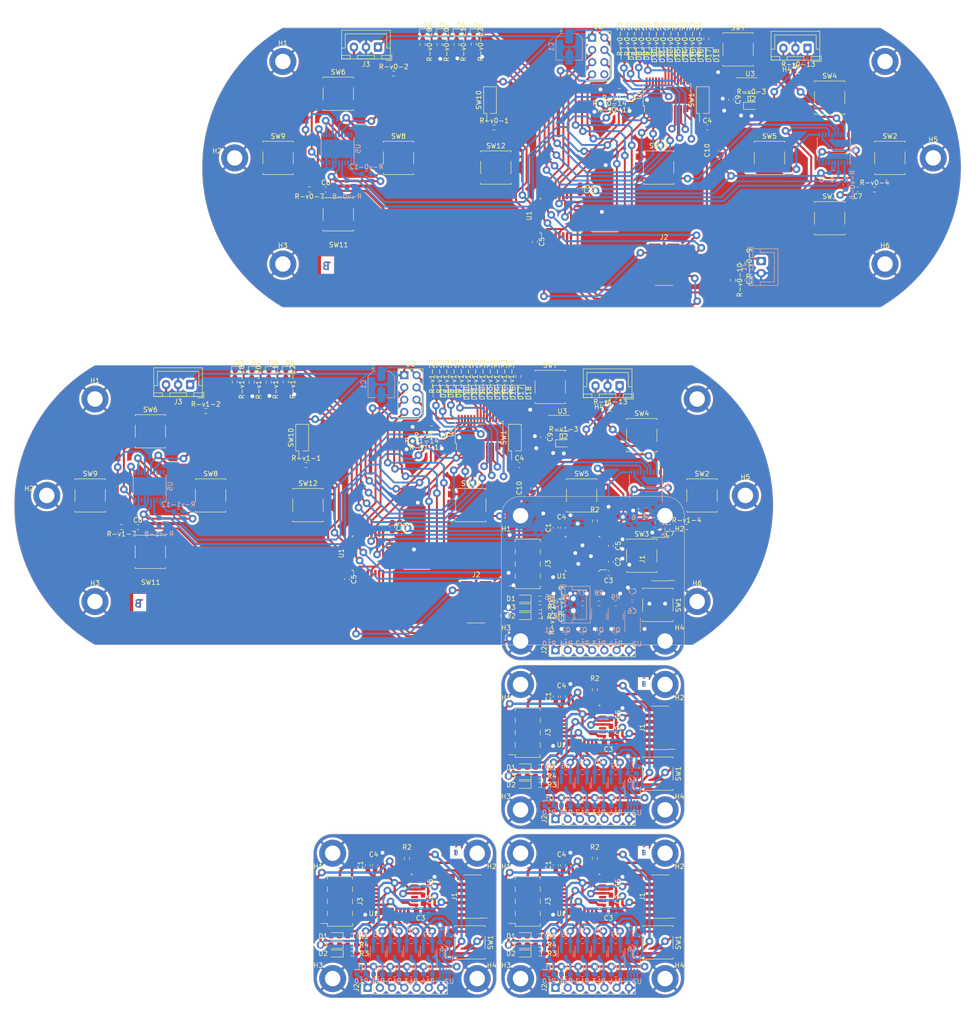
<source format=kicad_pcb>
(kicad_pcb (version 20221018) (generator pcbnew)
  (layers (0 "F.Cu" signal) (31 "B.Cu" signal) (34 "B.Paste" user) (35 "F.Paste" user) (36 "B.SilkS" user "B.Silkscreen") (37 "F.SilkS" user "F.Silkscreen") (38 "B.Mask" user) (39 "F.Mask" user) (44 "Edge.Cuts" user))
  (net 0 "")
  (net 1 "Glob_Alim-v0-")
  (net 2 "GND-v0-")
  (net 3 "POWER-v0-_CHECK-v0-")
  (net 4 "L-v0-i-ion-v0-")
  (net 5 "Net-(C7-Pad1)-v0-")
  (net 6 "Net-(C8-Pad1)-v0-")
  (net 7 "Net-(U3-BP)-v0-")
  (net 8 "Net-(D2-A)-v0-")
  (net 9 "Net-(D3-K)-v0-")
  (net 10 "Net-(D3-A)-v0-")
  (net 11 "Net-(D4-K)-v0-")
  (net 12 "Net-(D4-A)-v0-")
  (net 13 "Net-(D5-K)-v0-")
  (net 14 "Net-(D5-A)-v0-")
  (net 15 "Net-(D6-K)-v0-")
  (net 16 "Net-(D6-A)-v0-")
  (net 17 "Net-(D7-K)-v0-")
  (net 18 "Net-(D7-A)-v0-")
  (net 19 "Net-(D8-K)-v0-")
  (net 20 "Net-(D8-A)-v0-")
  (net 21 "Net-(D9-K)-v0-")
  (net 22 "Net-(D9-A)-v0-")
  (net 23 "Net-(D10-K)-v0-")
  (net 24 "Net-(D10-A)-v0-")
  (net 25 "Net-(D11-K)-v0-")
  (net 26 "Net-(D11-A)-v0-")
  (net 27 "Net-(D12-K)-v0-")
  (net 28 "Net-(D12-A)-v0-")
  (net 29 "Net-(D13-K)-v0-")
  (net 30 "Net-(D13-A)-v0-")
  (net 31 "Net-(D14-K)-v0-")
  (net 32 "Net-(D14-A)-v0-")
  (net 33 "Net-(D15-K)-v0-")
  (net 34 "Net-(D15-A)-v0-")
  (net 35 "Net-(D16-K)-v0-")
  (net 36 "Net-(D16-A)-v0-")
  (net 37 "Net-(D17-K)-v0-")
  (net 38 "Net-(D17-A)-v0-")
  (net 39 "Net-(D18-K)-v0-")
  (net 40 "Net-(D18-A)-v0-")
  (net 43 "SWDIO-v0-")
  (net 44 "SWDCK-v0-")
  (net 48 "R-v0-eset_Buton -v0-")
  (net 49 "USAR-v0-T2_R-v0-X-v0-")
  (net 50 "USAR-v0-T2_TX-v0-")
  (net 51 "R-v0-")
  (net 52 "L-v0-")
  (net 53 "NES{slash}SNES_switcher-v0-")
  (net 54 "DIO{slash}EX_CL-v0-K")
  (net 55 "DIO{slash}EX_SDA-v0-")
  (net 56 "DIODE_OE-v0-")
  (net 57 "Net-(#FL-v0-G05-pwr)")
  (net 58 "A_Button-v0-")
  (net 59 "B_Button-v0-")
  (net 60 "X_Button-v0-")
  (net 61 "Y_Button-v0-")
  (net 62 "UC_Button-v0-")
  (net 63 "Order_Search-v0-")
  (net 64 "L-v0-C_Button")
  (net 65 "R-v0-C_Button")
  (net 66 "DC_Button-v0-")
  (net 67 "ST_Button-v0-")
  (net 68 "SE_Button-v0-")
  (net 73 "Pin_Clock-v0-")
  (net 74 "Digital_Out_Put-v0-")
  (net 75 "MOSI-v0-")
  (net 79 "R-v0-X{slash}TX")
  (net 81 "CSN_nR-v0-F24")
  (net 99 "Glob_Alim-v1-")
  (net 100 "GND-v1-")
  (net 101 "POWER-v1-_CHECK-v1-")
  (net 102 "L-v1-i-ion-v1-")
  (net 103 "Net-(C7-Pad1)-v1-")
  (net 104 "Net-(C8-Pad1)-v1-")
  (net 105 "Net-(U3-BP)-v1-")
  (net 106 "Net-(D2-A)-v1-")
  (net 107 "Net-(D3-K)-v1-")
  (net 108 "Net-(D3-A)-v1-")
  (net 109 "Net-(D4-K)-v1-")
  (net 110 "Net-(D4-A)-v1-")
  (net 111 "Net-(D5-K)-v1-")
  (net 112 "Net-(D5-A)-v1-")
  (net 113 "Net-(D6-K)-v1-")
  (net 114 "Net-(D6-A)-v1-")
  (net 115 "Net-(D7-K)-v1-")
  (net 116 "Net-(D7-A)-v1-")
  (net 117 "Net-(D8-K)-v1-")
  (net 118 "Net-(D8-A)-v1-")
  (net 119 "Net-(D9-K)-v1-")
  (net 120 "Net-(D9-A)-v1-")
  (net 121 "Net-(D10-K)-v1-")
  (net 122 "Net-(D10-A)-v1-")
  (net 123 "Net-(D11-K)-v1-")
  (net 124 "Net-(D11-A)-v1-")
  (net 125 "Net-(D12-K)-v1-")
  (net 126 "Net-(D12-A)-v1-")
  (net 127 "Net-(D13-K)-v1-")
  (net 128 "Net-(D13-A)-v1-")
  (net 129 "Net-(D14-K)-v1-")
  (net 130 "Net-(D14-A)-v1-")
  (net 131 "Net-(D15-K)-v1-")
  (net 132 "Net-(D15-A)-v1-")
  (net 133 "Net-(D16-K)-v1-")
  (net 134 "Net-(D16-A)-v1-")
  (net 135 "Net-(D17-K)-v1-")
  (net 136 "Net-(D17-A)-v1-")
  (net 137 "Net-(D18-K)-v1-")
  (net 138 "Net-(D18-A)-v1-")
  (net 141 "SWDIO-v1-")
  (net 142 "SWDCK-v1-")
  (net 146 "R-v1-eset_Buton -v1-")
  (net 147 "USAR-v1-T2_R-v1-X-v1-")
  (net 148 "USAR-v1-T2_TX-v1-")
  (net 149 "R-v1-")
  (net 150 "L-v1-")
  (net 151 "NES{slash}SNES_switcher-v1-")
  (net 152 "DIO{slash}EX_CL-v1-K")
  (net 153 "DIO{slash}EX_SDA-v1-")
  (net 154 "DIODE_OE-v1-")
  (net 155 "Net-(#FL-v1-G05-pwr)")
  (net 156 "A_Button-v1-")
  (net 157 "B_Button-v1-")
  (net 158 "X_Button-v1-")
  (net 159 "Y_Button-v1-")
  (net 160 "UC_Button-v1-")
  (net 161 "Order_Search-v1-")
  (net 162 "L-v1-C_Button")
  (net 163 "R-v1-C_Button")
  (net 164 "DC_Button-v1-")
  (net 165 "ST_Button-v1-")
  (net 166 "SE_Button-v1-")
  (net 171 "Pin_Clock-v1-")
  (net 172 "Digital_Out_Put-v1-")
  (net 173 "MOSI-v1-")
  (net 177 "R-v1-X{slash}TX")
  (net 179 "CSN_nR-v1-F24")
  (net 197 "+5V-v2-")
  (net 198 "GND-v2-")
  (net 199 "+3.3V-v2-")
  (net 200 "Net-(D1-K)-v2-")
  (net 202 "Net-(D3-K)-v2-")
  (net 203 "Status_LED-v2-")
  (net 204 "Data_Clock_SNES-v2-")
  (net 205 "Data_Latch_SNES-v2-")
  (net 206 "Net-(D2-K)-v2-")
  (net 207 "Serial_Data1_SNES-v2-")
  (net 208 "Serial_Data2_SNES-v2-")
  (net 209 "SPI_Chip_Select-v2-")
  (net 210 "Chip_Enable-v2-")
  (net 211 "SPI_Digital_Input-v2-")
  (net 212 "SPI_Clock-v2-")
  (net 213 "SPI_Digital_Output-v2-")
  (net 214 "IOBit_SNES-v2-")
  (net 215 "Data_Clock_STM32-v2-")
  (net 216 "Data_Latch_STM32-v2-")
  (net 217 "Appairing_Btn-v2-")
  (net 218 "Net-(U2-BP)-v2-")
  (net 219 "SWDIO-v2-")
  (net 220 "SWDCK-v2-")
  (net 223 "NRST-v2-")
  (net 224 "USART2_RX-v2-")
  (net 225 "USART2_TX-v2-")
  (net 226 "Serial_Data1_STM32-v2-")
  (net 227 "IOBit_STM32-v2-")
  (net 228 "Serial_Data2_STM32-v2-")
  (net 242 "+5V-v3-")
  (net 243 "GND-v3-")
  (net 244 "+3.3V-v3-")
  (net 245 "Net-(D1-K)-v3-")
  (net 247 "Net-(D3-K)-v3-")
  (net 248 "Status_LED-v3-")
  (net 249 "Data_Clock_SNES-v3-")
  (net 250 "Data_Latch_SNES-v3-")
  (net 251 "Net-(D2-K)-v3-")
  (net 252 "Serial_Data1_SNES-v3-")
  (net 253 "Serial_Data2_SNES-v3-")
  (net 254 "SPI_Chip_Select-v3-")
  (net 255 "Chip_Enable-v3-")
  (net 256 "SPI_Digital_Input-v3-")
  (net 257 "SPI_Clock-v3-")
  (net 258 "SPI_Digital_Output-v3-")
  (net 259 "IOBit_SNES-v3-")
  (net 260 "Data_Clock_STM32-v3-")
  (net 261 "Data_Latch_STM32-v3-")
  (net 262 "Appairing_Btn-v3-")
  (net 263 "Net-(U2-BP)-v3-")
  (net 264 "SWDIO-v3-")
  (net 265 "SWDCK-v3-")
  (net 268 "NRST-v3-")
  (net 269 "USART2_RX-v3-")
  (net 270 "USART2_TX-v3-")
  (net 271 "Serial_Data1_STM32-v3-")
  (net 272 "IOBit_STM32-v3-")
  (net 273 "Serial_Data2_STM32-v3-")
  (net 287 "+5V-v4-")
  (net 288 "GND-v4-")
  (net 289 "+3.3V-v4-")
  (net 290 "Net-(D1-K)-v4-")
  (net 292 "Net-(D3-K)-v4-")
  (net 293 "Status_LED-v4-")
  (net 294 "Data_Clock_SNES-v4-")
  (net 295 "Data_Latch_SNES-v4-")
  (net 296 "Net-(D2-K)-v4-")
  (net 297 "Serial_Data1_SNES-v4-")
  (net 298 "Serial_Data2_SNES-v4-")
  (net 299 "SPI_Chip_Select-v4-")
  (net 300 "Chip_Enable-v4-")
  (net 301 "SPI_Digital_Input-v4-")
  (net 302 "SPI_Clock-v4-")
  (net 303 "SPI_Digital_Output-v4-")
  (net 304 "IOBit_SNES-v4-")
  (net 305 "Data_Clock_STM32-v4-")
  (net 306 "Data_Latch_STM32-v4-")
  (net 307 "Appairing_Btn-v4-")
  (net 308 "Net-(U2-BP)-v4-")
  (net 309 "SWDIO-v4-")
  (net 310 "SWDCK-v4-")
  (net 313 "NRST-v4-")
  (net 314 "USART2_RX-v4-")
  (net 315 "USART2_TX-v4-")
  (net 316 "Serial_Data1_STM32-v4-")
  (net 317 "IOBit_STM32-v4-")
  (net 318 "Serial_Data2_STM32-v4-")
  (net 332 "+5V-v5-")
  (net 333 "GND-v5-")
  (net 334 "+3.3V-v5-")
  (net 335 "Net-(D1-K)-v5-")
  (net 337 "Net-(D3-K)-v5-")
  (net 338 "Status_LED-v5-")
  (net 339 "Data_Clock_SNES-v5-")
  (net 340 "Data_Latch_SNES-v5-")
  (net 341 "Net-(D2-K)-v5-")
  (net 342 "Serial_Data1_SNES-v5-")
  (net 343 "Serial_Data2_SNES-v5-")
  (net 344 "SPI_Chip_Select-v5-")
  (net 345 "Chip_Enable-v5-")
  (net 346 "SPI_Digital_Input-v5-")
  (net 347 "SPI_Clock-v5-")
  (net 348 "SPI_Digital_Output-v5-")
  (net 349 "IOBit_SNES-v5-")
  (net 350 "Data_Clock_STM32-v5-")
  (net 351 "Data_Latch_STM32-v5-")
  (net 352 "Appairing_Btn-v5-")
  (net 353 "Net-(U2-BP)-v5-")
  (net 354 "SWDIO-v5-")
  (net 355 "SWDCK-v5-")
  (net 358 "NRST-v5-")
  (net 359 "USART2_RX-v5-")
  (net 360 "USART2_TX-v5-")
  (net 361 "Serial_Data1_STM32-v5-")
  (net 362 "IOBit_STM32-v5-")
  (net 363 "Serial_Data2_STM32-v5-")
  (footprint "Connector_PinSocket_2.54mm:PinSocket_2x04_P2.54mm_Vertical_SMD" (layer "F.Cu") (at 197.45 135.95 180)
    (fp_text reference "J3")
    (fp_text value "Conn_01x08_Socket")
  )
  (footprint "Capacitor_SMD:C_0603_1608Metric_Pad1.08x0.95mm_HandSolder" (layer "F.Cu") (at 200.661842 109.649999 -90)
    (fp_text reference "C9")
    (fp_text value "470p")
  )
  (footprint "L-v0-ED_SMD:L-v0-ED_0603_1608Metric_Pad1.05x0.95mm_HandSolder" (layer "F.Cu") (at 228.786842 30.55 -90)
    (fp_text reference "D14")
    (fp_text value "O4")
  )
  (footprint "Capacitor_SMD:C_0603_1608Metric_Pad1.08x0.95mm_HandSolder" (layer "F.Cu") (at 159.913842 139.143999 -90)
    (fp_text reference "C5")
    (fp_text value "100n")
  )
  (footprint "R-v0-esistor_SMD:R-v0-_0603_1608Metric_Pad0.98x0.95mm_HandSolder" (layer "F.Cu") (at 233.011842 27.0625 90)
    (fp_text reference "R-v0-33")
    (fp_text value "1K")
  )
  (footprint "L-v1-ED_SMD:L-v1-ED_0603_1608Metric_Pad1.05x0.95mm_HandSolder" (layer "F.Cu") (at 186.571842 100.562499 -90)
    (fp_text reference "D12")
    (fp_text value "O2")
  )
  (footprint "Capacitor_SMD:C_0603_1608Metric_Pad1.08x0.95mm_HandSolder" (layer "F.Cu") (at 175.71 202.2 90)
    (fp_text reference "C5")
    (fp_text value "100n")
  )
  (footprint "Connector_JST:JST_XH_B3B-XH-A_1x03_P2.50mm_Vertical" (layer "F.Cu") (at 216.515842 99.011999 180)
    (fp_text reference "J4")
    (fp_text value "Conn_01x03")
  )
  (footprint "Button_Switch_SMD:SW_SPST_B3S-1000" (layer "F.Cu") (at 170.611842 51.75)
    (fp_text reference "SW8")
    (fp_text value "SW_Push")
  )
  (footprint "L-v0-ED_SMD:L-v0-ED_0603_1608Metric_Pad1.05x0.95mm_HandSolder" (layer "F.Cu") (at 223.936842 30.575 -90)
    (fp_text reference "D11")
    (fp_text value "O1")
  )
  (footprint "Capacitor_SMD:C_0603_1608Metric_Pad1.08x0.95mm_HandSolder" (layer "F.Cu") (at 214.71 132.2 90)
    (fp_text reference "C5")
    (fp_text value "100n")
  )
  (footprint "Connector_PinHeader_1.27mm:PinHeader_2x07_P1.27mm_Vertical_SMD" (layer "F.Cu") (at 186.736842 143.689999)
    (fp_text reference "J2")
    (fp_text value "Conn_02x07_Odd_Even")
  )
  (footprint "Resistor_SMD:R_0603_1608Metric_Pad0.98x0.95mm_HandSolder" (layer "F.Cu") (at 172.37 197.02 90)
    (fp_text reference "R2")
    (fp_text value "10k")
  )
  (footprint "R-v0-esistor_SMD:R-v0-_0603_1608Metric_Pad0.98x0.95mm_HandSolder" (layer "F.Cu") (at 253.611842 33.75)
    (fp_text reference "R-v0-13")
    (fp_text value "1K")
  )
  (footprint "Capacitor_SMD:C_0603_1608Metric_Pad1.08x0.95mm_HandSolder" (layer "F.Cu") (at 214.2025 137.89)
    (fp_text reference "C3")
    (fp_text value "100n")
  )
  (footprint "Resistor_SMD:R_0603_1608Metric_Pad0.98x0.95mm_HandSolder" (layer "F.Cu") (at 211.37 197.02 90)
    (fp_text reference "R2")
    (fp_text value "10k")
  )
  (footprint "Connector_PinHeader_1.27mm:PinHeader_2x07_P1.27mm_Vertical_SMD" (layer "F.Cu") (at 225.736842 73.69)
    (fp_text reference "J2")
    (fp_text value "Conn_02x07_Odd_Even")
  )
  (footprint "Package_QFP:LQFP-32_7x7mm_P0.8mm" (layer "F.Cu") (at 208.8 203.85 180)
    (fp_text reference "U1")
    (fp_text value "STM32L412KBTx")
  )
  (footprint "R-v1-esistor_SMD:R-v1-_0603_1608Metric_Pad0.98x0.95mm_HandSolder" (layer "F.Cu") (at 183.511842 97.062499 90)
    (fp_text reference "R-v1-26")
    (fp_text value "1K")
  )
  (footprint "Button_Switch_SMD:SW_SPST_B3S-1000" (layer "F.Cu") (at 247.611842 51.75)
    (fp_text reference "SW5")
    (fp_text value "SW_Push")
  )
  (footprint "Capacitor_SMD:C_0603_1608Metric_Pad1.08x0.95mm_HandSolder" (layer "F.Cu") (at 195.706842 115.449999)
    (fp_text reference "C4")
    (fp_text value "1u")
  )
  (footprint "Connector_PinSocket_2.54mm:PinSocket_2x04_P2.54mm_Vertical_SMD" (layer "F.Cu") (at 197.45 170.95 180)
    (fp_text reference "J3")
    (fp_text value "Conn_01x08_Socket")
  )
  (footprint "Diode_SMD:D_0603_1608Metric_Pad1.05x0.95mm_HandSolder" (layer "F.Cu") (at 196.46875 178.15 180)
    (fp_text reference "D1")
    (fp_text value "LED_Small")
  )
  (footprint "R-v0-esistor_SMD:R-v0-_0603_1608Metric_Pad0.98x0.95mm_HandSolder" (layer "F.Cu") (at 220.981842 27.0625 90)
    (fp_text reference "R-v0-25")
    (fp_text value "1K")
  )
  (footprint "R-v0-esistor_SMD:R-v0-_0603_1608Metric_Pad0.98x0.95mm_HandSolder" (layer "F.Cu") (at 169.611842 34.25)
    (fp_text reference "R-v0-2")
    (fp_text value "1K")
  )
  (footprint "Capacitor_SMD:C_0603_1608Metric_Pad1.08x0.95mm_HandSolder" (layer "F.Cu") (at 203.25 128.45 90)
    (fp_text reference "C1")
    (fp_text value "10u")
  )
  (footprint "Capacitor_SMD:C_0603_1608Metric_Pad1.08x0.95mm_HandSolder" (layer "F.Cu") (at 214.71 170.5025 90)
    (fp_text reference "C2")
    (fp_text value "100n")
  )
  (footprint "Capacitor_SMD:C_0603_1608Metric_Pad1.08x0.95mm_HandSolder" (layer "F.Cu") (at 214.71 167.2 90)
    (fp_text reference "C5")
    (fp_text value "100n")
  )
  (footprint "MountingHole:MountingHole_3.2mm_M3_DIN965_Pad" (layer "F.Cu") (at 195.95 186.95)
    (fp_text reference "H3")
    (fp_text value "MountingHole_Pad")
  )
  (footprint "Button_Switch_SMD:SW_SPST_B3S-1000" (layer "F.Cu") (at 260.111842 64.25)
    (fp_text reference "SW3")
    (fp_text value "SW_Push")
  )
  (footprint "R-v0-esistor_SMD:R-v0-_0603_1608Metric_Pad0.98x0.95mm_HandSolder" (layer "F.Cu") (at 242.011842 73.55 -90)
    (fp_text reference "R-v0-9")
    (fp_text value "1M")
  )
  (footprint "R-v1-esistor_SMD:R-v1-_0603_1608Metric_Pad0.98x0.95mm_HandSolder" (layer "F.Cu") (at 143.661842 98.224999 -90)
    (fp_text reference "R-v1-21")
    (fp_text value "1K")
  )
  (footprint "Button_Switch_SMD:SW_SPST_B3S-1000" (layer "F.Cu") (at 151.821842 123.749999)
    (fp_text reference "SW12")
    (fp_text value "SW_Push")
  )
  (footprint "R-v0-esistor_SMD:R-v0-_0603_1608Metric_Pad0.98x0.95mm_HandSolder" (layer "F.Cu") (at 224.011842 27.0625 90)
    (fp_text reference "R-v0-27")
    (fp_text value "1K")
  )
  (footprint "Diode_SMD:D_0603_1608Metric_Pad1.05x0.95mm_HandSolder" (layer "F.Cu") (at 196.46875 213.15 180)
    (fp_text reference "D1")
    (fp_text value "LED_Small")
  )
  (footprint "Capacitor_SMD:C_0603_1608Metric_Pad1.08x0.95mm_HandSolder" (layer "F.Cu") (at 170.835842 128.221999 -90)
    (fp_text reference "C6")
    (fp_text value "10u")
  )
  (footprint "R-v1-esistor_SMD:R-v1-_0603_1608Metric_Pad0.98x0.95mm_HandSolder" (layer "F.Cu") (at 189.511842 97.062499 90)
    (fp_text reference "R-v1-30")
    (fp_text value "1K")
  )
  (footprint "Diode_SMD:D_0603_1608Metric_Pad1.05x0.95mm_HandSolder" (layer "F.Cu") (at 196.46875 214.95 180)
    (fp_text reference "D3")
    (fp_text value "LED")
  )
  (footprint "Connector_PinHeader_2.54mm:PinHeader_1x07_P2.54mm_Vertical" (layer "F.Cu") (at 203.2 153.85 90)
    (fp_text reference "J2")
    (fp_text value "Conn_01x07_Socket")
  )
  (footprint "MountingHole:MountingHole_3.2mm_M3_DIN965_Pad" (layer "F.Cu") (at 225.95 195.95)
    (fp_text reference "H2")
    (fp_text value "MountingHole_Pad")
  )
  (footprint "Resistor_SMD:R_0603_1608Metric_Pad0.98x0.95mm_HandSolder" (layer "F.Cu") (at 160.96875 216.75)
    (fp_text reference "R3")
    (fp_text value "1k")
  )
  (footprint "Connector_JST:JST_XH_B3B-XH-A_1x03_P2.50mm_Vertical" (layer "F.Cu") (at 166.361842 28.775 180)
    (fp_text reference "J3")
    (fp_text value "Conn_01x03")
  )
  (footprint "R-v1-esistor_SMD:R-v1-_0603_1608Metric_Pad0.98x0.95mm_HandSolder" (layer "F.Cu") (at 203.011842 143.549999 -90)
    (fp_text reference "R-v1-9")
    (fp_text value "1M")
  )
  (footprint "R-v1-esistor_SMD:R-v1-_0603_1608Metric_Pad0.98x0.95mm_HandSolder" (layer "F.Cu") (at 214.611842 103.749999)
    (fp_text reference "R-v1-13")
    (fp_text value "1K")
  )
  (footprint "Capacitor_SMD:C_0603_1608Metric_Pad1.08x0.95mm_HandSolder" (layer "F.Cu") (at 116.519818 128.299999)
    (fp_text reference "C8")
    (fp_text value "100nF")
  )
  (footprint "Package_SO:TSSOP-28_4.4x9.7mm_P0.65mm" (layer "F.Cu") (at 226.345842 38.664 90)
    (fp_text reference "U4")
    (fp_text value "PCA9685PW")
  )
  (footprint "Capacitor_SMD:C_0603_1608Metric_Pad1.08x0.95mm_HandSolder" (layer "F.Cu") (at 242.011842 77.0875 -90)
    (fp_text reference "C2")
    (fp_text value "1nF")
  )
  (footprint "R-v0-esistor_SMD:R-v0-_0603_1608Metric_Pad0.98x0.95mm_HandSolder" (layer "F.Cu") (at 152.119818 58.3 180)
    (fp_text reference "R-v0-7")
    (fp_text value "1k")
  )
  (footprint "Button_Switch_SMD:SW_SPST_B3S-1000" (layer "F.Cu") (at 233.611842 121.749999)
    (fp_text reference "SW2")
    (fp_text value "SW_Push")
  )
  (footprint "Resistor_SMD:R_0603_1608Metric_Pad0.98x0.95mm_HandSolder" (layer "F.Cu") (at 211.37 162.02 90)
    (fp_text reference "R2")
    (fp_text value "10k")
  )
  (footprint "MountingHole:MountingHole_3.2mm_M3_DIN965_Pad" (layer "F.Cu") (at 195.95 160.95)
    (fp_text reference "H1")
    (fp_text value "MountingHole_Pad")
  )
  (footprint "Diode_SMD:D_0603_1608Metric_Pad1.05x0.95mm_HandSolder" (layer "F.Cu") (at 196.46875 216.75 180)
    (fp_text reference "D2")
    (fp_text value "LED_Small")
  )
  (footprint "L-v1-ED_SMD:L-v1-ED_0603_1608Metric_Pad1.05x0.95mm_HandSolder" (layer "F.Cu") (at 194.586842 100.549999 -90)
    (fp_text reference "D17")
    (fp_text value "R-v1-3")
  )
  (footprint "Diode_SMD:D_0603_1608Metric_Pad1.05x0.95mm_HandSolder" (layer "F.Cu") (at 196.46875 144.95 180)
    (fp_text reference "D3")
    (fp_text value "LED")
  )
  (footprint "Connector_PinHeader_2.54mm:PinHeader_1x07_P2.54mm_Vertical" (layer "F.Cu") (at 203.2 223.85 90)
    (fp_text reference "J2")
    (fp_text value "Conn_01x07_Socket")
  )
  (footprint "R-v1-esistor_SMD:R-v1-_0603_1608Metric_Pad0.98x0.95mm_HandSolder" (layer "F.Cu") (at 136.636842 98.224999 -90)
    (fp_text reference "R-v1-18")
    (fp_text value "1K")
  )
  (footprint "Resistor_SMD:R_0603_1608Metric_Pad0.98x0.95mm_HandSolder" (layer "F.Cu") (at 199.96875 213.15)
    (fp_text reference "R1")
    (fp_text value "1k")
  )
  (footprint "L-v1-ED_SMD:L-v1-ED_0603_1608Metric_Pad1.05x0.95mm_HandSolder" (layer "F.Cu") (at 148.111842 95.749999)
    (fp_text reference "D6")
    (fp_text value "G4")
  )
  (footprint "MountingHole:MountingHole_3.2mm_M3_DIN965_Pad" (layer "F.Cu") (at 225.95 160.95)
    (fp_text reference "H2")
    (fp_text value "MountingHole_Pad")
  )
  (footprint "MountingHole:MountingHole_3.2mm_M3_DIN965_Pad" (layer "F.Cu") (at 225.95 221.95)
    (fp_text reference "H4")
    (fp_text value "MountingHole_Pad")
  )
  (footprint "Button_Switch_SMD:SW_SPST_B3S-1000" (layer "F.Cu") (at 224.45 144.45 180)
    (fp_text reference "SW1")
    (fp_text value "SW_SPST")
  )
  (footprint "Capacitor_SMD:C_0603_1608Metric_Pad1.08x0.95mm_HandSolder" (layer "F.Cu") (at 203.25 163.45 90)
    (fp_text reference "C1")
    (fp_text value "10u")
  )
  (footprint "Capacitor_SMD:C_0603_1608Metric_Pad1.08x0.95mm_HandSolder" (layer "F.Cu") (at 265.923866 58.3 180)
    (fp_text reference "C7")
    (fp_text value "100nF")
  )
  (footprint "L-v0-ED_SMD:L-v0-ED_0603_1608Metric_Pad1.05x0.95mm_HandSolder" (layer "F.Cu") (at 233.586842 30.55 -90)
    (fp_text reference "D17")
    (fp_text value "R-v0-3")
  )
  (footprint "R-v1-esistor_SMD:R-v1-_0603_1608Metric_Pad0.98x0.95mm_HandSolder" (layer "F.Cu") (at 130.611842 104.249999)
    (fp_text reference "R-v1-2")
    (fp_text value "1K")
  )
  (footprint "Button_Switch_SMD:SW_SPST_B3S-1000" (layer "F.Cu") (at 185.611842 123.749999)
    (fp_text reference "SW13")
    (fp_text value "SW_Push")
  )
  (footprint "Button_Switch_SMD:SW_SPST_B3S-1000" (layer "F.Cu") (at 208.611842 121.749999)
    (fp_text reference "SW5")
    (fp_text value "SW_Push")
  )
  (footprint "Resistor_SMD:R_0603_1608Metric_Pad0.98x0.95mm_HandSolder" (layer "F.Cu") (at 199.96875 216.75)
    (fp_text reference "R3")
    (fp_text value "1k")
  )
  (footprint "R-v1-esistor_SMD:R-v1-_0603_1608Metric_Pad0.98x0.95mm_HandSolder" (layer "F.Cu") (at 113.119818 128.299999 180)
    (fp_text reference "R-v1-7")
    (fp_text value "1k")
  )
  (footprint "Connector_PinHeader_1.27mm:PinHeader_2x07_P1.27mm_Vertical_SMD" (layer "F.Cu") (at 224.95 169.95 180)
    (fp_text reference "J1")
    (fp_text value "Conn_02x07_Odd_Even")
  )
  (footprint "Button_Switch_SMD:SW_SPST_B3S-1000" (layer "F.Cu") (at 145.611842 51.75)
    (fp_text reference "SW9")
    (fp_text value "SW_Push")
  )
  (footprint "Button_Switch_SMD:SW_SPST_B3S-1000" (layer "F.Cu") (at 158.111842 63.45)
    (fp_text reference "SW11")
    (fp_text value "SW_Push")
  )
  (footprint "L-v0-ED_SMD:L-v0-ED_0603_1608Metric_Pad1.05x0.95mm_HandSolder" (layer "F.Cu") (at 230.386842 30.55 -90)
    (fp_text reference "D15")
    (fp_text value "R-v0-1")
  )
  (footprint "R-v0-esistor_SMD:R-v0-_0603_1608Metric_Pad0.98x0.95mm_HandSolder" (layer "F.Cu") (at 230.011842 27.0625 90)
    (fp_text reference "R-v0-31")
    (fp_text value "1K")
  )
  (footprint "Capacitor_SMD:C_0603_1608Metric_Pad1.08x0.95mm_HandSolder" (layer "F.Cu") (at 208.311842 58.222 -90)
    (fp_text reference "C3")
    (fp_text value "100n")
  )
  (footprint "R-v1-esistor_SMD:R-v1-_0603_1608Metric_Pad0.98x0.95mm_HandSolder" (layer "F.Cu") (at 151.461842 115.449999)
    (fp_text reference "R-v1-1")
    (fp_text value "1K")
  )
  (footprint "R-v1-esistor_SMD:R-v1-_0603_1608Metric_Pad0.98x0.95mm_HandSolder" (layer "F.Cu") (at 188.011842 97.062499 90)
    (fp_text reference "R-v1-29")
    (fp_text value "1K")
  )
  (footprint "L-v1-ED_SMD:L-v1-ED_0603_1608Metric_Pad1.05x0.95mm_HandSolder" (layer "F.Cu") (at 183.336842 100.574999 -90)
    (fp_text reference "D10")
    (fp_text value "G8")
  )
  (footprint "Button_Switch_SMD:SW_SPST_B3S-1000" (layer "F.Cu") (at 106.611842 121.749999)
    (fp_text reference "SW9")
    (fp_text value "SW_Push")
  )
  (footprint "MountingHole:MountingHole_3.2mm_M3_DIN965_Pad" (layer "F.Cu") (at 97.611842 121.749999)
    (fp_text reference "H2")
    (fp_text value "MountingHole_Pad")
  )
  (footprint "Button_Switch_SMD:SW_SPST_B3S-1000" (layer "F.Cu") (at 221.111842 134.249999)
    (fp_text reference "SW3")
    (fp_text value "SW_Push")
  )
  (footprint "L-v0-ED_SMD:L-v0-ED_0603_1608Metric_Pad1.05x0.95mm_HandSolder" (layer "F.Cu") (at 220.736842 30.575 -90)
    (fp_text reference "D9")
    (fp_text value "G7")
  )
  (footprint "R-v0-esistor_SMD:R-v0-_0603_1608Metric_Pad0.98x0.95mm_HandSolder" (layer "F.Cu") (at 190.461842 45.45)
    (fp_text reference "R-v0-1")
    (fp_text value "1K")
  )
  (footprint "Resistor_SMD:R_0603_1608Metric_Pad0.98x0.95mm_HandSolder" (layer "F.Cu") (at 199.96875 181.75)
    (fp_text reference "R3")
    (fp_text value "1k")
  )
  (footprint "L-v0-ED_SMD:L-v0-ED_0603_1608Metric_Pad1.05x0.95mm_HandSolder" (layer "F.Cu") (at 231.986842 30.55 -90)
    (fp_text reference "D16")
    (fp_text value "R-v0-2")
  )
  (footprint "Button_Switch_SMD:SW_DIP_SPSTx01_Slide_Copal_CHS-01B_W7.62mm_P1.27mm" (layer "F.Cu") (at 233.781842 39.75 90)
    (fp_text reference "SW1")
    (fp_text value "SW_DIP_x01")
  )
  (footprint "Button_Switch_SMD:SW_SPST_B3S-1000" (layer "F.Cu") (at 224.45 179.45 180)
    (fp_text reference "SW1")
    (fp_text value "SW_SPST")
  )
  (footprint "Capacitor_SMD:C_0603_1608Metric_Pad1.08x0.95mm_HandSolder" (layer "F.Cu") (at 239.661842 39.65 -90)
    (fp_text reference "C9")
    (fp_text value "470p")
  )
  (footprint "Button_Switch_SMD:SW_SPST_B3S-1000" (layer "F.Cu") (at 202.111842 99.249999)
    (fp_text reference "SW7")
    (fp_text value "SW_SPST")
  )
  (footprint "R-v1-esistor_SMD:R-v1-_0603_1608Metric_Pad0.98x0.95mm_HandSolder" (layer "F.Cu") (at 176.421842 110.349999 180)
    (fp_text reference "R-v1-11")
    (fp_text value "10K")
  )
  (footprint "Connector_PinHeader_1.27mm:PinHeader_2x07_P1.27mm_Vertical_SMD" (layer "F.Cu") (at 224.95 204.95 180)
    (fp_text reference "J1")
    (fp_text value "Conn_02x07_Odd_Even")
  )
  (footprint "MountingHole:MountingHole_3.2mm_M3_DIN965_Pad" (layer "F.Cu") (at 225.95 186.95)
    (fp_text reference "H4")
    (fp_text value "MountingHole_Pad")
  )
  (footprint "R-v0-esistor_SMD:R-v0-_0603_1608Metric_Pad0.98x0.95mm_HandSolder" (layer "F.Cu") (at 227.011842 27.0625 90)
    (fp_text reference "R-v0-29")
    (fp_text value "1K")
  )
  (footprint "R-v1-esistor_SMD:R-v1-_0603_1608Metric_Pad0.98x0.95mm_HandSolder" (layer "F.Cu") (at 195.511842 97.062499 90)
    (fp_text reference "R-v1-34")
    (fp_text value "1K")
  )
  (footprint "Capacitor_SMD:C_0603_1608Metric_Pad1.08x0.95mm_HandSolder" (layer "F.Cu") (at 203.011842 147.087499 -90)
    (fp_text reference "C2")
    (fp_text value "1nF")
  )
  (footprint "Capacitor_SMD:C_0603_1608Metric_Pad1.08x0.95mm_HandSolder" (layer "F.Cu") (at 226.923866 128.299999 180)
    (fp_text reference "C7")
    (fp_text value "100nF")
  )
  (footprint "Connector_PinHeader_2.54mm:PinHeader_2x04_P2.54mm_Vertical" (layer "F.Cu") (at 171.811842 96.809999)
    (fp_text reference "U2")
    (fp_text value "nR-v1-F24_Full")
  )
  (footprint "L-v0-ED_SMD:L-v0-ED_0603_1608Metric_Pad1.05x0.95mm_HandSolder" (layer "F.Cu") (at 222.336842 30.575 -90)
    (fp_text reference "D10")
    (fp_text value "G8")
  )
  (footprint "Resistor_SMD:R_0603_1608Metric_Pad0.98x0.95mm_HandSolder" (layer "F.Cu") (at 199.96875 146.75)
    (fp_text reference "R3")
    (fp_text value "1k")
  )
  (footprint "Capacitor_SMD:C_0603_1608Metric_Pad1.08x0.95mm_HandSolder" (layer "F.Cu") (at 214.2025 207.89)
    (fp_text reference "C3")
    (fp_text value "100n")
  )
  (footprint "Button_Switch_SMD:SW_SPST_B3S-1000" (layer "F.Cu") (at 185.45 214.45 180)
    (fp_text reference "SW1")
    (fp_text value "SW_SPST")
  )
  (footprint "L-v1-ED_SMD:L-v1-ED_0603_1608Metric_Pad1.05x0.95mm_HandSolder" (layer "F.Cu") (at 196.211842 100.549999 -90)
    (fp_text reference "D18")
    (fp_text value "R-v1-4")
  )
  (footprint "L-v0-ED_SMD:L-v0-ED_0603_1608Metric_Pad1.05x0.95mm_HandSolder" (layer "F.Cu") (at 235.211842 30.55 -90)
    (fp_text reference "D18")
    (fp_text value "R-v0-4")
  )
  (footprint "R-v0-esistor_SMD:R-v0-_0603_1608Metric_Pad0.98x0.95mm_HandSolder" (layer "F.Cu") (at 218.011842 27.0625 90)
    (fp_text reference "R-v0-23")
    (fp_text value "1K")
  )
  (footprint "Package_QFP:L-v0-QFP-32_7x7mm_P0.8mm" (layer "F.Cu") (at 203.611842 63.75 90)
    (fp_text reference "U1")
    (fp_text value "STM32L-v0-412KBTx")
  )
  (footprint "Capacitor_SMD:C_0603_1608Metric_Pad1.08x0.95mm_HandSolder" (layer "F.Cu") (at 165.75 198.45 90)
    (fp_text reference "C4")
    (fp_text value "100n")
  )
  (footprint "MountingHole:MountingHole_3.2mm_M3_DIN965_Pad" (layer "F.Cu") (at 195.95 151.95)
    (fp_text reference "H3")
    (fp_text value "MountingHole_Pad")
  )
  (footprint "Capacitor_SMD:C_0603_1608Metric_Pad1.08x0.95mm_HandSolder" (layer "F.Cu") (at 164.25 198.45 90)
    (fp_text reference "C1")
    (fp_text value "10u")
  )
  (footprint "R-v1-esistor_SMD:R-v1-_0603_1608Metric_Pad0.98x0.95mm_HandSolder" (layer "F.Cu") (at 191.011842 97.062499 90)
    (fp_text reference "R-v1-31")
    (fp_text value "1K")
  )
  (footprint "Capacitor_SMD:C_0603_1608Metric_Pad1.08x0.95mm_HandSolder" (layer "F.Cu") (at 237.606842 50.2325 -90)
    (fp_text reference "C10")
    (fp_text value "100nF")
  )
  (footprint "Button_Switch_SMD:SW_SPST_B3S-1000" (layer "F.Cu") (at 224.45 214.45 180)
    (fp_text reference "SW1")
    (fp_text value "SW_SPST")
  )
  (footprint "Connector_PinHeader_2.54mm:PinHeader_2x04_P2.54mm_Vertical" (layer "F.Cu") (at 210.811842 26.81)
    (fp_text reference "U2")
    (fp_text value "nR-v0-F24_Full")
  )
  (footprint "Capacitor_SMD:C_0603_1608Metric_Pad1.08x0.95mm_HandSolder" (layer "F.Cu") (at 175.2025 207.89)
    (fp_text reference "C3")
    (fp_text value "100n")
  )
  (footprint "Button_Switch_SMD:SW_SPST_B3S-1000" (layer "F.Cu") (at 190.821842 53.75)
    (fp_text reference "SW12")
    (fp_text value "SW_Push")
  )
  (footprint "L-v0-ED_SMD:L-v0-ED_0603_1608Metric_Pad1.05x0.95mm_HandSolder" (layer "F.Cu") (at 187.111842 25.75)
    (fp_text reference "D6")
    (fp_text value "G4")
  )
  (footprint "Button_Switch_SMD:SW_DIP_SPSTx01_Slide_Copal_CHS-01B_W7.62mm_P1.27mm" (layer "F.Cu") (at 194.781842 109.749999 90)
    (fp_text reference "SW1")
    (fp_text value "SW_DIP_x01")
  )
  (footprint "R-v1-esistor_SMD:R-v1-_0603_1608Metric_Pad0.98x0.95mm_HandSolder" (layer "F.Cu") (at 140.136842 98.249999 -90)
    (fp_text reference "R-v1-20")
    (fp_text value "1K")
  )
  (footprint "Button_Switch_SMD:SW_DIP_SPSTx01_Slide_Copal_CHS-01B_W7.62mm_P1.27mm" (layer "F.Cu") (at 150.611842 109.749999 90)
    (fp_text reference "SW10")
    (fp_text value "SW_DIP_x01")
  )
  (footprint "Button_Switch_SMD:SW_SPST_B3S-1000" (layer "F.Cu") (at 224.611842 53.75)
    (fp_text reference "SW13")
    (fp_text value "SW_Push")
  )
  (footprint "MountingHole:MountingHole_3.2mm_M3_DIN965_Pad" (layer "F.Cu") (at 156.95 195.95)
    (fp_text reference "H1")
    (fp_text value "MountingHole_Pad")
  )
  (footprint "R-v1-esistor_SMD:R-v1-_0603_1608Metric_Pad0.98x0.95mm_HandSolder" (layer "F.Cu") (at 201.011842 147.087499 -90)
    (fp_text reference "R-v1-10")
    (fp_text value "1M")
  )
  (footprint "R-v1-esistor_SMD:R-v1-_0603_1608Metric_Pad0.98x0.95mm_HandSolder" (layer "F.Cu") (at 180.511842 97.062499 90)
    (fp_text reference "R-v1-24")
    (fp_text value "1K")
  )
  (footprint "R-v0-esistor_SMD:R-v0-_0603_1608Metric_Pad0.98x0.95mm_HandSolder" (layer "F.Cu") (at 179.136842 28.25 -90)
    (fp_text reference "R-v0-20")
    (fp_text value "1K")
  )
  (footprint "L-v0-ED_SMD:L-v0-ED_0603_1608Metric_Pad1.05x0.95mm_HandSolder" (layer "F.Cu") (at 219.135842 30.575 -90)
    (fp_text reference "D8")
    (fp_text value "G6")
  )
  (footprint "R-v0-esistor_SMD:R-v0-_0603_1608Metric_Pad0.98x0.95mm_HandSolder" (layer "F.Cu") (at 186.211842 28.175 -90)
    (fp_text reference "R-v0-22")
    (fp_text value "1K")
  )
  (footprint "R-v0-esistor_SMD:R-v0-_0603_1608Metric_Pad0.98x0.95mm_HandSolder" (layer "F.Cu") (at 225.511842 27.0625 90)
    (fp_text reference "R-v0-28")
    (fp_text value "1K")
  )
  (footprint "MountingHole:MountingHole_3.2mm_M3_DIN965_Pad" (layer "F.Cu") (at 225.95 125.95)
    (fp_text reference "H2")
    (fp_text value "MountingHole_Pad")
  )
  (footprint "R-v1-esistor_SMD:R-v1-_0603_1608Metric_Pad0.98x0.95mm_HandSolder" (layer "F.Cu") (at 204.871842 109.425999)
    (fp_text reference "R-v1-3")
    (fp_text value "1K")
  )
  (footprint "R-v0-esistor_SMD:R-v0-_0603_1608Metric_Pad0.98x0.95mm_HandSolder" (layer "F.Cu") (at 240.011842 77.0875 -90)
    (fp_text reference "R-v0-10")
    (fp_text value "1M")
  )
  (footprint "Connector_PinHeader_2.54mm:PinHeader_1x07_P2.54mm_Vertical" (layer "F.Cu") (at 203.2 188.85 90)
    (fp_text reference "J2")
    (fp_text value "Conn_01x07_Socket")
  )
  (footprint "MountingHole:MountingHole_3.2mm_M3_DIN965_Pad" (layer "F.Cu") (at 242.611842 121.749999)
    (fp_text reference "H5")
    (fp_text value "MountingHole_Pad")
  )
  (footprint "Package_QFP:L-v1-QFP-32_7x7mm_P0.8mm" (layer "F.Cu") (at 164.611842 133.749999 90)
    (fp_text reference "U1")
    (fp_text value "STM32L-v1-412KBTx")
  )
  (footprint "Diode_SMD:D_0603_1608Metric_Pad1.05x0.95mm_HandSolder" (layer "F.Cu") (at 157.46875 216.75 180)
    (fp_text reference "D2")
    (fp_text value "LED_Small")
  )
  (footprint "Capacitor_SMD:C_0603_1608Metric_Pad1.08x0.95mm_HandSolder" (layer "F.Cu") (at 198.606842 120.232499 -90)
    (fp_text reference "C10")
    (fp_text value "100nF")
  )
  (footprint "Capacitor_SMD:C_0603_1608Metric_Pad1.08x0.95mm_HandSolder" (layer "F.Cu") (at 169.311842 128.221999 -90)
    (fp_text reference "C3")
    (fp_text value "100n")
  )
  (footprint "Resistor_SMD:R_0603_1608Metric_Pad0.98x0.95mm_HandSolder" (layer "F.Cu") (at 199.96875 144.95)
    (fp_text reference "R4")
    (fp_text value "1k")
  )
  (footprint "R-v0-esistor_SMD:R-v0-_0603_1608Metric_Pad0.98x0.95mm_HandSolder" (layer "F.Cu") (at 215.421842 40.35 180)
    (fp_text reference "R-v0-11")
    (fp_text value "10K")
  )
  (footprint "Button_Switch_SMD:SW_SPST_B3S-1000" (layer "F.Cu") (at 241.111842 29.25)
    (fp_text reference "SW7")
    (fp_text value "SW_SPST")
  )
  (footprint "R-v1-esistor_SMD:R-v1-_0603_1608Metric_Pad0.98x0.95mm_HandSolder" (layer "F.Cu") (at 186.511842 97.062499 90)
    (fp_text reference "R-v1-28")
    (fp_text value "1K")
  )
  (footprint "Button_Switch_SMD:SW_SPST_B3S-1000" (layer "F.Cu") (at 158.111842 38.45)
    (fp_text reference "SW6")
    (fp_text value "SW_Push")
  )
  (footprint "R-v1-esistor_SMD:R-v1-_0603_1608Metric_Pad0.98x0.95mm_HandSolder" (layer "F.Cu") (at 147.211842 98.174999 -90)
    (fp_text reference "R-v1-22")
    (fp_text value "1K")
  )
  (footprint "R-v0-esistor_SMD:R-v0-_0603_1608Metric_Pad0.98x0.95mm_HandSolder" (layer "F.Cu") (at 222.511842 27.0625 90)
    (fp_text reference "R-v0-26")
    (fp_text value "1K")
  )
  (footprint "Capacitor_SMD:C_0603_1608Metric_Pad1.08x0.95mm_HandSolder" (layer "F.Cu") (at 175.71 205.5025 90)
    (fp_text reference "C2")
    (fp_text value "100n")
  )
  (footprint "R-v0-esistor_SMD:R-v0-_0603_1608Metric_Pad0.98x0.95mm_HandSolder" (layer "F.Cu") (at 234.511842 27.0625 90)
    (fp_text reference "R-v0-34")
    (fp_text value "1K")
  )
  (footprint "L-v0-ED_SMD:L-v0-ED_0603_1608Metric_Pad1.05x0.95mm_HandSolder" (layer "F.Cu") (at 176.611842 25.75)
    (fp_text reference "D3")
    (fp_text value "G1")
  )
  (footprint "MountingHole:MountingHole_3.2mm_M3_DIN965_Pad" (layer "F.Cu") (at 186.95 195.95)
    (fp_text reference "H2")
    (fp_text value "MountingHole_Pad")
  )
  (footprint "MountingHole:MountingHole_3.2mm_M3_DIN965_Pad" (layer "F.Cu") (at 232.611842 101.749999)
    (fp_text reference "H4")
    (fp_text value "MountingHole_Pad")
  )
  (footprint "R-v0-esistor_SMD:R-v0-_0603_1608Metric_Pad0.98x0.95mm_HandSolder" (layer "F.Cu") (at 175.636842 28.225 -90)
    (fp_text reference "R-v0-18")
    (fp_text value "1K")
  )
  (footprint "Button_Switch_SMD:SW_SPST_B3S-1000" (layer "F.Cu") (at 260.111842 39.25)
    (fp_text reference "SW4")
    (fp_text value "SW_Push")
  )
  (footprint "R-v0-esistor_SMD:R-v0-_0603_1608Metric_Pad0.98x0.95mm_HandSolder" (layer "F.Cu") (at 216.421842 37.85 180)
    (fp_text reference "R-v0-16")
    (fp_text value "10K")
  )
  (footprint "Package_QFP:LQFP-32_7x7mm_P0.8mm" (layer "F.Cu") (at 169.8 203.85 180)
    (fp_text reference "U1")
    (fp_text value "STM32L412KBTx")
  )
  (footprint "Resistor_SMD:R_0603_1608Metric_Pad0.98x0.95mm_HandSolder" (layer "F.Cu") (at 199.96875 143.15)
    (fp_text reference "R1")
    (fp_text value "1k")
  )
  (footprint "L-v1-ED_SMD:L-v1-ED_0603_1608Metric_Pad1.05x0.95mm_HandSolder" (layer "F.Cu") (at 181.736842 100.574999 -90)
    (fp_text reference "D9")
    (fp_text value "G7")
  )
  (footprint "L-v0-ED_SMD:L-v0-ED_0603_1608Metric_Pad1.05x0.95mm_HandSolder" (layer "F.Cu") (at 243.871842 40.95)
    (fp_text reference "D2")
    (fp_text value "L-v0-ED_Small")
  )
  (footprint "MountingHole:MountingHole_3.2mm_M3_DIN965_Pad" (layer "F.Cu") (at 107.611842 101.749999)
    (fp_text reference "H1")
    (fp_text value "MountingHole_Pad")
  )
  (footprint "Button_Switch_SMD:SW_SPST_B3S-1000" (layer "F.Cu") (at 131.611842 121.749999)
    (fp_text reference "SW8")
    (fp_text value "SW_Push")
  )
  (footprint "L-v0-ED_SMD:L-v0-ED_0603_1608Metric_Pad1.05x0.95mm_HandSolder" (layer "F.Cu") (at 225.571842 30.5625 -90)
    (fp_text reference "D12")
    (fp_text value "O2")
  )
  (footprint "L-v1-ED_SMD:L-v1-ED_0603_1608Metric_Pad1.05x0.95mm_HandSolder" (layer "F.Cu") (at 180.135842 100.574999 -90)
    (fp_text reference "D8")
    (fp_text value "G6")
  )
  (footprint "MountingHole:MountingHole_3.2mm_M3_DIN965_Pad" (layer "F.Cu") (at 186.95 221.95)
    (fp_text reference "H4")
    (fp_text value "MountingHole_Pad")
  )
  (footprint "R-v0-esistor_SMD:R-v0-_0603_1608Metric_Pad0.98x0.95mm_HandSolder" (layer "F.Cu") (at 231.511842 27.0625 90)
    (fp_text reference "R-v0-32")
    (fp_text value "1K")
  )
  (footprint "MountingHole:MountingHole_3.2mm_M3_DIN965_Pad" (layer "F.Cu") (at 146.611842 73.75)
    (fp_text reference "H3")
    (fp_text value "MountingHole_Pad")
  )
  (footprint "MountingHole:MountingHole_3.2mm_M3_DIN965_Pad" (layer "F.Cu") (at 195.95 221.95)
    (fp_text reference "H3")
    (fp_text value "MountingHole_Pad")
  )
  (footprint "Resistor_SMD:R_0603_1608Metric_Pad0.98x0.95mm_HandSolder" (layer "F.Cu") (at 199.96875 178.15)
    (fp_text reference "R1")
    (fp_text value "1k")
  )
  (footprint "R-v1-esistor_SMD:R-v1-_0603_1608Metric_Pad0.98x0.95mm_HandSolder" (layer "F.Cu") (at 177.421842 107.849999 180)
    (fp_text reference "R-v1-16")
    (fp_text value "10K")
  )
  (footprint "Connector_JST:JST_XH_B3B-XH-A_1x03_P2.50mm_Vertical" (layer "F.Cu") (at 255.515842 29.012 180)
    (fp_text reference "J4")
    (fp_text value "Conn_01x03")
  )
  (footprint "Capacitor_SMD:C_0603_1608Metric_Pad1.08x0.95mm_HandSolder" (layer "F.Cu") (at 214.71 205.5025 90)
    (fp_text reference "C2")
    (fp_text value "100n")
  )
  (footprint "L-v1-ED_SMD:L-v1-ED_0603_1608Metric_Pad1.05x0.95mm_HandSolder" (layer "F.Cu") (at 188.186842 100.549999 -90)
    (fp_text reference "D13")
    (fp_text value "O3")
  )
  (footprint "Package_SO:MSOP-8_3x3mm_P0.65mm" (layer "F.Cu") (at 204.611842 106.749999)
    (fp_text reference "U3")
    (fp_text value "MIC5219-3.3YMM")
  )
  (footprint "Diode_SMD:D_0603_1608Metric_Pad1.05x0.95mm_HandSolder" (layer "F.Cu") (at 196.46875 146.75 180)
    (fp_text reference "D2")
    (fp_text value "LED_Small")
  )
  (footprint "L-v1-ED_SMD:L-v1-ED_0603_1608Metric_Pad1.05x0.95mm_HandSolder" (layer "F.Cu") (at 204.871842 110.949999)
    (fp_text reference "D2")
    (fp_text value "L-v1-ED_Small")
  )
  (footprint "Connector_PinSocket_2.54mm:PinSocket_2x04_P2.54mm_Vertical_SMD" (layer "F.Cu") (at 197.45 205.95 180)
    (fp_text reference "J3")
    (fp_text value "Conn_01x08_Socket")
  )
  (footprint "Resistor_SMD:R_0603_1608Metric_Pad0.98x0.95mm_HandSolder" (layer "F.Cu") (at 160.96875 214.95)
    (fp_text reference "R4")
    (fp_text value "1k")
  )
  (footprint "Connector_PinSocket_2.54mm:PinSocket_2x04_P2.54mm_Vertical_SMD" (layer "F.Cu") (at 158.45 205.95 180)
    (fp_text reference "J3")
    (fp_text value "Conn_01x08_Socket")
  )
  (footprint "Capacitor_SMD:C_0603_1608Metric_Pad1.08x0.95mm_HandSolder" (layer "F.Cu") (at 214.71 135.5025 90)
    (fp_text reference "C2")
    (fp_text value "100n")
  )
  (footprint "Capacitor_SMD:C_0603_1608Metric_Pad1.08x0.95mm_HandSolder" (layer "F.Cu") (at 209.835842 58.222 -90)
    (fp_text reference "C6")
    (fp_text value "10u")
  )
  (footprint "R-v0-esistor_SMD:R-v0-_0603_1608Metric_Pad0.98x0.95mm_HandSolder" (layer "F.Cu") (at 219.511842 27.0625 90)
    (fp_text reference "R-v0-24")
    (fp_text value "1K")
  )
  (footprint "Diode_SMD:D_0603_1608Metric_Pad1.05x0.95mm_HandSolder" (layer "F.Cu") (at 196.46875 143.15 180)
    (fp_text reference "D1")
    (fp_text value "LED_Small")
  )
  (footprint "L-v1-ED_SMD:L-v1-ED_0603_1608Metric_Pad1.05x0.95mm_HandSolder" (layer "F.Cu") (at 189.786842 100.549999 -90)
    (fp_text reference "D14")
    (fp_text value "O4")
  )
  (footprint "Connector_PinHeader_1.27mm:PinHeader_2x07_P1.27mm_Vertical_SMD" (layer "F.Cu") (at 224.95 134.95 180)
    (fp_text reference "J1")
    (fp_text value "Conn_02x07_Odd_Even")
  )
  (footprint "Connector_PinHeader_2.54mm:PinHeader_1x07_P2.54mm_Vertical" (layer "F.Cu") (at 164.2 223.85 90)
    (fp_text reference "J2")
    (fp_text value "Conn_01x07_Socket")
  )
  (footprint "L-v0-ED_SMD:L-v0-ED_0603_1608Metric_Pad1.05x0.95mm_HandSolder" (layer "F.Cu") (at 217.536842 30.575 -90)
    (fp_text reference "D7")
    (fp_text value "G5")
  )
  (footprint "Resistor_SMD:R_0603_1608Metric_Pad0.98x0.95mm_HandSolder" (layer "F.Cu") (at 211.37 127.02 90)
    (fp_text reference "R2")
    (fp_text value "10k")
  )
  (footprint "R-v1-esistor_SMD:R-v1-_0603_1608Metric_Pad0.98x0.95mm_HandSolder" (layer "F.Cu") (at 230.423866 128.299999)
    (fp_text reference "R-v1-4")
    (fp_text value "1k")
  )
  (footprint "MountingHole:MountingHole_3.2mm_M3_DIN965_Pad" (layer "F.Cu") (at 195.95 195.95)
    (fp_text reference "H1")
    (fp_text value "MountingHole_Pad")
  )
  (footprint "Connector_JST:JST_XH_B3B-XH-A_1x03_P2.50mm_Vertical" (layer "F.Cu") (at 127.361842 98.774999 180)
    (fp_text reference "J3")
    (fp_text value "Conn_01x03")
  )
  (footprint "R-v1-esistor_SMD:R-v1-_0603_1608Metric_Pad0.98x0.95mm_HandSolder" (layer "F.Cu") (at 185.011842 97.062499 90)
    (fp_text reference "R-v1-27")
    (fp_text value "1K")
  )
  (footprint "Button_Switch_SMD:SW_SPST_B3S-1000" (layer "F.Cu") (at 119.111842 108.449999)
    (fp_text reference "SW6")
    (fp_text value "SW_Push")
  )
  (footprint "Package_QFP:LQFP-32_7x7mm_P0.8mm" (layer "F.Cu") (at 208.8 133.85 180)
    (fp_text reference "U1")
    (fp_text value "STM32L412KBTx")
  )
  (footprint "MountingHole:MountingHole_3.2mm_M3_DIN965_Pad" (layer "F.Cu") (at 136.611842 51.75)
    (fp_text reference "H2")
    (fp_text value "MountingHole_Pad")
  )
  (footprint "Diode_SMD:D_0603_1608Metric_Pad1.05x0.95mm_HandSolder" (layer "F.Cu") (at 196.46875 179.95 180)
    (fp_text reference "D3")
    (fp_text value "LED")
  )
  (footprint "L-v1-ED_SMD:L-v1-ED_0603_1608Metric_Pad1.05x0.95mm_HandSolder" (layer "F.Cu") (at 191.386842 100.549999 -90)
    (fp_text reference "D15")
    (fp_text value "R-v1-1")
  )
  (footprint "Capacitor_SMD:C_0603_1608Metric_Pad1.08x0.95mm_HandSolder" (layer "F.Cu") (at 204.75 163.45 90)
    (fp_text reference "C4")
    (fp_text value "100n")
  )
  (footprint "Capacitor_SMD:C_0603_1608Metric_Pad1.08x0.95mm_HandSolder" (layer "F.Cu") (at 198.913842 69.144 -90)
    (fp_text reference "C5")
    (fp_text value "100n")
  )
  (footprint "Diode_SMD:D_0603_1608Metric_Pad1.05x0.95mm_HandSolder" (layer "F.Cu") (at 196.46875 181.75 180)
    (fp_text reference "D2")
    (fp_text value "LED_Small")
  )
  (footprint "R-v0-esistor_SMD:R-v0-_0603_1608Metric_Pad0.98x0.95mm_HandSolder" (layer "F.Cu") (at 214.421842 41.85)
    (fp_text reference "R-v0-14")
    (fp_text value "10K")
  )
  (footprint "Diode_SMD:D_0603_1608Metric_Pad1.05x0.95mm_HandSolder" (layer "F.Cu") (at 157.46875 213.15 180)
    (fp_text reference "D1")
    (fp_text value "LED_Small")
  )
  (footprint "R-v1-esistor_SMD:R-v1-_0603_1608Metric_Pad0.98x0.95mm_HandSolder" (layer "F.Cu") (at 192.511842 97.062499 90)
    (fp_text reference "R-v1-32")
    (fp_text value "1K")
  )
  (footprint "Capacitor_SMD:C_0603_1608Metric_Pad1.08x0.95mm_HandSolder" (layer "F.Cu") (at 204.75 198.45 90)
    (fp_text reference "C4")
    (fp_text value "100n")
  )
  (footprint "Package_QFP:LQFP-32_7x7mm_P0.8mm" (layer "F.Cu") (at 208.8 168.85 180)
    (fp_text reference "U1")
    (fp_text value "STM32L412KBTx")
  )
  (footprint "L-v1-ED_SMD:L-v1-ED_0603_1608Metric_Pad1.05x0.95mm_HandSolder" (layer "F.Cu") (at 184.936842 100.574999 -90)
    (fp_text reference "D11")
    (fp_text value "O1")
  )
  (footprint "Capacitor_SMD:C_0603_1608Metric_Pad1.08x0.95mm_HandSolder" (layer "F.Cu") (at 203.25 198.45 90)
    (fp_text reference "C1")
    (fp_text value "10u")
  )
  (footprint "Capacitor_SMD:C_0603_1608Metric_Pad1.08x0.95mm_HandSolder" (layer "F.Cu") (at 234.706842 45.45)
    (fp_text reference "C4")
    (fp_text value "1u")
  )
  (footprint "MountingHole:MountingHole_3.2mm_M3_DIN965_Pad" (layer "F.Cu") (at 156.95 221.95)
    (fp_text reference "H3")
    (fp_text value "MountingHole_Pad")
  )
  (footprint "Resistor_SMD:R_0603_1608Metric_Pad0.98x0.95mm_HandSolder" (layer "F.Cu") (at 199.96875 214.95)
    (fp_text reference "R4")
    (fp_text value "1k")
  )
  (footprint "Resistor_SMD:R_0603_1608Metric_Pad0.98x0.95mm_HandSolder" (layer "F.Cu") (at 160.96875 213.15)
    (fp_text reference "R1")
    (fp_text value "1k")
  )
  (footprint "R-v0-esistor_SMD:R-v0-_0603_1608Metric_Pad0.98x0.95mm_HandSolder" (layer "F.Cu") (at 243.871842 39.426)
    (fp_text reference "R-v0-3")
    (fp_text value "1K")
  )
  (footprint "L-v1-ED_SMD:L-v1-ED_0603_1608Metric_Pad1.05x0.95mm_HandSolder" (layer "F.Cu") (at 144.611842 95.749999)
    (fp_text reference "D5")
    (fp_text value "G3")
  )
  (footprint "MountingHole:MountingHole_3.2mm_M3_DIN965_Pad" (layer "F.Cu") (at 107.611842 143.749999)
    (fp_text reference "H3")
    (fp_text value "MountingHole_Pad")
  )
  (footprint "L-v0-ED_SMD:L-v0-ED_0603_1608Metric_Pad1.05x0.95mm_HandSolder" (layer "F.Cu") (at 227.186842 30.55 -90)
    (fp_text reference "D13")
    (fp_text value "O3")
  )
  (footprint "R-v0-esistor_SMD:R-v0-_0603_1608Metric_Pad0.98x0.95mm_HandSolder" (layer "F.Cu") (at 228.511842 27.0625 90)
    (fp_text reference "R-v0-30")
    (fp_text value "1K")
  )
  (footprint "Button_Switch_SMD:SW_SPST_B3S-1000" (layer "F.Cu") (at 119.111842 133.449999)
    (fp_text reference "SW11")
    (fp_text value "SW_Push")
  )
  (footprint "MountingHole:MountingHole_3.2mm_M3_DIN965_Pad" (layer "F.Cu") (at 225.95 151.95)
    (fp_text reference "H4")
    (fp_text value "MountingHole_Pad")
  )
  (footprint "L-v1-ED_SMD:L-v1-ED_0603_1608Metric_Pad1.05x0.95mm_HandSolder" (layer "F.Cu") (at 137.611842 95.749999)
    (fp_text reference "D3")
    (fp_text value "G1")
  )
  (footprint "Capacitor_SMD:C_0603_1608Metric_Pad1.08x0.95mm_HandSolder" (layer "F.Cu") (at 204.75 128.45 90)
    (fp_text reference "C4")
    (fp_text value "100n")
  )
  (footprint "Capacitor_SMD:C_0603_1608Metric_Pad1.08x0.95mm_HandSolder" (layer "F.Cu") (at 214.2025 172.89)
    (fp_text reference "C3")
    (fp_text value "100n")
  )
  (footprint "L-v0-ED_SMD:L-v0-ED_0603_1608Metric_Pad1.05x0.95mm_HandSolder" (layer "F.Cu") (at 183.611842 25.75)
    (fp_text reference "D5")
    (fp_text value "G3")
  )
  (footprint "Button_Switch_SMD:SW_SPST_B3S-1000" (layer "F.Cu") (at 221.111842 109.249999)
    (fp_text reference "SW4")
    (fp_text value "SW_Push")
  )
  (footprint "L-v1-ED_SMD:L-v1-ED_0603_1608Metric_Pad1.05x0.95mm_HandSolder" (layer "F.Cu") (at 192.986842 100.549999 -90)
    (fp_text reference "D16")
    (fp_text value "R-v1-2")
  )
  (footprint "R-v1-esistor_SMD:R-v1-_0603_1608Metric_Pad0.98x0.95mm_HandSolder" (layer "F.Cu") (at 181.981842 97.062499 90)
    (fp_text reference "R-v1-25")
    (fp_text value "1K")
  )
  (footprint "Button_Switch_SMD:SW_DIP_SPSTx01_Slide_Copal_CHS-01B_W7.62mm_P1.27mm" (layer "F.Cu") (at 189.611842 39.75 90)
    (fp_text reference "SW10")
    (fp_text value "SW_DIP_x01")
  )
  (footprint "Capacitor_SMD:C_0603_1608Metric_Pad1.08x0.95mm_HandSolder" (layer "F.Cu") (at 214.71 202.2 90)
    (fp_text reference "C5")
    (fp_text value "100n")
  )
  (footprint "Capacitor_SMD:C_0603_1608Metric_Pad1.08x0.95mm_HandSolder" (layer "F.Cu") (at 155.519818 58.3)
    (fp_text reference "C8")
    (fp_text value "100nF")
  )
  (footprint "MountingHole:MountingHole_3.2mm_M3_DIN965_Pad" (layer "F.Cu") (at 195.95 125.95)
    (fp_text reference "H1")
    (fp_text value "MountingHole_Pad")
  )
  (footprint "MountingHole:MountingHole_3.2mm_M3_DIN965_Pad" (layer "F.Cu") (at 281.611842 51.75)
    (fp_text reference "H5")
    (fp_text value "MountingHole_Pad")
  )
  (footprint "Connector_PinHeader_1.27mm:PinHeader_2x07_P1.27mm_Vertical_SMD" (layer "F.Cu") (at 185.95 204.95 180)
    (fp_text reference "J1")
    (fp_text value "Conn_02x07_Odd_Even")
  )
  (footprint "R-v1-esistor_SMD:R-v1-_0603_1608Metric_Pad0.98x0.95mm_HandSolder" (layer "F.Cu") (at 179.011842 97.062499 90)
    (fp_text reference "R-v1-23")
    (fp_text value "1K")
  )
  (footprint "R-v1-esistor_SMD:R-v1-_0603_1608Metric_Pad0.98x0.95mm_HandSolder" (layer "F.Cu") (at 194.011842 97.062499 90)
    (fp_text reference "R-v1-33")
    (fp_text value "1K")
  )
  (footprint "Package_SO:TSSOP-28_4.4x9.7mm_P0.65mm" (layer "F.Cu") (at 187.345842 108.663999 90)
    (fp_text reference "U4")
    (fp_text value "PCA9685PW")
  )
  (footprint "Diode_SMD:D_0603_1608Metric_Pad1.05x0.95mm_HandSolder" (layer "F.Cu") (at 157.46875 214.95 180)
    (fp_text reference "D3")
    (fp_text value "LED")
  )
  (footprint "Resistor_SMD:R_0603_1608Metric_Pad0.98x0.95mm_HandSolder" (layer "F.Cu") (at 199.96875 179.95)
    (fp_text reference "R4")
    (fp_text value "1k")
  )
  (footprint "R-v0-esistor_SMD:R-v0-_0603_1608Metric_Pad0.98x0.95mm_HandSolder" (layer "F.Cu") (at 269.423866 58.3)
    (fp_text reference "R-v0-4")
    (fp_text value "1k")
  )
  (footprint "Button_Switch_SMD:SW_SPST_B3S-1000" (layer "F.Cu") (at 272.611842 51.75)
    (fp_text reference "SW2")
    (fp_text value "SW_Push")
  )
  (footprint "MountingHole:MountingHole_3.2mm_M3_DIN965_Pad" (layer "F.Cu") (at 146.611842 31.75)
    (fp_text reference "H1")
    (fp_text value "MountingHole_Pad")
  )
  (footprint "R-v0-esistor_SMD:R-v0-_0603_1608Metric_Pad0.98x0.95mm_HandSolder" (layer "F.Cu") (at 182.661842 28.225 -90)
    (fp_text reference "R-v0-21")
    (fp_text value "1K")
  )
  (footprint "MountingHole:MountingHole_3.2mm_M3_DIN965_Pad" (layer "F.Cu") (at 271.611842 31.75)
    (fp_text reference "H4")
    (fp_text value "MountingHole_Pad")
  )
  (footprint "MountingHole:MountingHole_3.2mm_M3_DIN965_Pad" (layer "F.Cu") (at 271.611842 73.75)
    (fp_text reference "H6")
    (fp_text value "MountingHole_Pad")
  )
  (footprint "Package_SO:MSOP-8_3x3mm_P0.65mm" (layer "F.Cu") (at 243.611842 36.75)
    (fp_text reference "U3")
    (fp_text value "MIC5219-3.3YMM")
  )
  (footprint "L-v0-ED_SMD:L-v0-ED_0603_1608Metric_Pad1.05x0.95mm_HandSolder" (layer "F.Cu") (at 180.111842 25.75)
    (fp_text reference "D4")
    (fp_text value "G2")
  )
  (footprint "R-v1-esistor_SMD:R-v1-_0603_1608Metric_Pad0.98x0.95mm_HandSolder" (layer "F.Cu") (at 175.421842 111.849999)
    (fp_text reference "R-v1-14")
    (fp_text value "10K")
  )
  (footprint "L-v1-ED_SMD:L-v1-ED_0603_1608Metric_Pad1.05x0.95mm_HandSolder" (layer "F.Cu") (at 178.536842 100.574999 -90)
    (fp_text reference "D7")
    (fp_text value "G5")
  )
  (footprint "L-v1-ED_SMD:L-v1-ED_0603_1608Metric_Pad1.05x0.95mm_HandSolder" (layer "F.Cu") (at 141.111842 95.749999)
    (fp_text reference "D4")
    (fp_text value "G2")
  )
  (footprint "MountingHole:MountingHole_3.2mm_M3_DIN965_Pad" (layer "F.Cu") (at 232.611842 143.749999)
    (fp_text reference "H6")
    (fp_text value "MountingHole_Pad")
  )
  (footprint "Resistor_SMD:R_0603_1608Metric_Pad0.98x0.95mm_HandSolder" (layer "B.Cu") (at 208.8 179.15)
    (fp_text reference "R7")
    (fp_text value "10k")
  )
  (footprint "Resistor_SMD:R_0603_1608Metric_Pad0.98x0.95mm_HandSolder" (layer "B.Cu") (at 215.7 221.05)
    (fp_text reference "R14")
    (fp_text value "10k")
  )
  (footprint "Package_TO_SOT_SMD:SOT-23" (layer "B.Cu") (at 201.9 181.85 -90)
    (fp_text reference "Q1")
    (fp_text value "2N7002")
  )
  (footprint "Resistor_SMD:R_0603_1608Metric_Pad0.98x0.95mm_HandSolder" (layer "B.Cu") (at 201.9 214.15)
    (fp_text reference "R5")
    (fp_text value "10k")
  )
  (footprint "Capacitor_SMD:C_0603_1608Metric_Pad1.08x0.95mm_HandSolder" (layer "B.Cu") (at 219.1 144.4 180)
    (fp_text reference "C6")
    (fp_text value "470p")
  )
  (footprint "R-v1-esistor_SMD:R-v1-_0603_1608Metric_Pad0.98x0.95mm_HandSolder" (layer "B.Cu") (at 224.421842 127.349999 90)
    (fp_text reference "R-v1-5")
    (fp_text value "10K")
  )
  (footprint "Resistor_SMD:R_0603_1608Metric_Pad0.98x0.95mm_HandSolder" (layer "B.Cu") (at 169.8 221.05)
    (fp_text reference "R12")
    (fp_text value "10k")
  )
  (footprint "Resistor_SMD:R_0603_1608Metric_Pad0.98x0.95mm_HandSolder" (layer "B.Cu") (at 173.25 221.05)
    (fp_text reference "R13")
    (fp_text value "10k")
  )
  (footprint "Resistor_SMD:R_0603_1608Metric_Pad0.98x0.95mm_HandSolder" (layer "B.Cu") (at 205.35 151.05)
    (fp_text reference "R11")
    (fp_text value "10k")
  )
  (footprint "Capacitor_SMD:CP_Elec_5x5.4" (layer "B.Cu") (at 206.041842 28.72 -90)
    (fp_text reference "C1")
    (fp_text value "22uF")
  )
  (footprint "Connector_JST:JST_XH_B2B-XH-A_1x02_P2.50mm_Vertical" (layer "B.Cu") (at 206.886842 143.149999 -90)
    (fp_text reference "J1")
    (fp_text value "Conn_01x02")
  )
  (footprint "Resistor_SMD:R_0603_1608Metric_Pad0.98x0.95mm_HandSolder" (layer "B.Cu") (at 215.7 151.05)
    (fp_text reference "R14")
    (fp_text value "10k")
  )
  (footprint "Capacitor_SMD:C_0603_1608Metric_Pad1.08x0.95mm_HandSolder" (layer "B.Cu") (at 219.1 214.4 180)
    (fp_text reference "C6")
    (fp_text value "470p")
  )
  (footprint "Package_SO:MSOP-8_3x3mm_P0.65mm" (layer "B.Cu") (at 219.2125 183.6 -90)
    (fp_text reference "U2")
    (fp_text value "MIC5219-3.3YMM")
  )
  (footprint "Capacitor_SMD:C_0603_1608Metric_Pad1.08x0.95mm_HandSolder" (layer "B.Cu") (at 219.1 142.9 180)
    (fp_text reference "C7")
    (fp_text value "2.2u")
  )
  (footprint "Resistor_SMD:R_0603_1608Metric_Pad0.98x0.95mm_HandSolder" (layer "B.Cu") (at 205.35 186.05)
    (fp_text reference "R11")
    (fp_text value "10k")
  )
  (footprint "Resistor_SMD:R_0603_1608Metric_Pad0.98x0.95mm_HandSolder" (layer "B.Cu") (at 176.7 214.15)
    (fp_text reference "R9")
    (fp_text value "10k")
  )
  (footprint "Resistor_SMD:R_0603_1608Metric_Pad0.98x0.95mm_HandSolder" (layer "B.Cu") (at 173.25 214.15)
    (fp_text reference "R8")
    (fp_text value "10k")
  )
  (footprint "R-v0-esistor_SMD:R-v0-_0603_1608Metric_Pad0.98x0.95mm_HandSolder" (layer "B.Cu") (at 261.021842 54.85)
    (fp_text reference "R-v0-6")
    (fp_text value "10K")
  )
  (footprint "Package_TO_SOT_SMD:SOT-23" (layer "B.Cu") (at 173.25 216.85 -90)
    (fp_text reference "Q4")
    (fp_text value "2N7002")
  )
  (footprint "Resistor_SMD:R_0603_1608Metric_Pad0.98x0.95mm_HandSolder" (layer "B.Cu") (at 208.8 186.05)
    (fp_text reference "R12")
    (fp_text value "10k")
  )
  (footprint "Package_SO:MSOP-8_3x3mm_P0.65mm" (layer "B.Cu") (at 219.2125 218.6 -90)
    (fp_text reference "U2")
    (fp_text value "MIC5219-3.3YMM")
  )
  (footprint "Capacitor_SMD:C_0603_1608Metric_Pad1.08x0.95mm_HandSolder" (layer "B.Cu") (at 180.1 214.4 180)
    (fp_text reference "C6")
    (fp_text value "470p")
  )
  (footprint "Capacitor_SMD:CP_Elec_5x5.4" (layer "B.Cu") (at 167.041842 98.719999 -90)
    (fp_text reference "C1")
    (fp_text value "22uF")
  )
  (footprint "R-v1-esistor_SMD:R-v1-_0603_1608Metric_Pad0.98x0.95mm_HandSolder" (layer "B.Cu") (at 222.021842 124.849999)
    (fp_text reference "R-v1-6")
    (fp_text value "10K")
  )
  (footprint "Package_TO_SOT_SMD:SOT-23" (layer "B.Cu") (at 208.8 216.85 -90)
    (fp_text reference "Q3")
    (fp_text value "2N7002")
  )
  (footprint "Capacitor_SMD:C_0603_1608Metric_Pad1.08x0.95mm_HandSolder" (layer "B.Cu") (at 219.1 212.9 180)
    (fp_text reference "C7")
    (fp_text value "2.2u")
  )
  (footprint "Package_TO_SOT_SMD:SOT-23" (layer "B.Cu") (at 212.25 146.85 -90)
    (fp_text reference "Q4")
    (fp_text value "2N7002")
  )
  (footprint "Package_SO:SSOP-20_4.4x6.5mm_P0.65mm" (layer "B.Cu") (at 157.921842 49.85 90)
    (fp_text reference "U5")
    (fp_text value "PCF8574TS")
  )
  (footprint "Resistor_SMD:R_0603_1608Metric_Pad0.98x0.95mm_HandSolder" (layer "B.Cu") (at 201.9 179.15)
    (fp_text reference "R5")
    (fp_text value "10k")
  )
  (footprint "Resistor_SMD:R_0603_1608Metric_Pad0.98x0.95mm_HandSolder" (layer "B.Cu") (at 208.8 144.15)
    (fp_text reference "R7")
    (fp_text value "10k")
  )
  (footprint "Resistor_SMD:R_0603_1608Metric_Pad0.98x0.95mm_HandSolder" (layer "B.Cu") (at 212.25 214.15)
    (fp_text reference "R8")
    (fp_text value "10k")
  )
  (footprint "Resistor_SMD:R_0603_1608Metric_Pad0.98x0.95mm_HandSolder" (layer "B.Cu") (at 201.9 221.05)
    (fp_text reference "R10")
    (fp_text value "10k")
  )
  (footprint "Resistor_SMD:R_0603_1608Metric_Pad0.98x0.95mm_HandSolder" (layer "B.Cu") (at 208.8 151.05)
    (fp_text reference "R12")
    (fp_text value "10k")
  )
  (footprint "Resistor_SMD:R_0603_1608Metric_Pad0.98x0.95mm_HandSolder" (layer "B.Cu") (at 201.9 186.05)
    (fp_text reference "R10")
    (fp_text value "10k")
  )
  (footprint "Connector_JST:JST_XH_B2B-XH-A_1x02_P2.50mm_Vertical" (layer "B.Cu") (at 245.886842 73.15 -90)
    (fp_text reference "J1")
    (fp_text value "Conn_01x02")
  )
  (footprint "R-v1-esistor_SMD:R-v1-_0603_1608Metric_Pad0.98x0.95mm_HandSolder" (layer "B.Cu") (at 120.921842 127.349999 90)
    (fp_text reference "R-v1-8")
    (fp_text value "10K")
  )
  (footprint "Capacitor_SMD:C_0603_1608Metric_Pad1.08x0.95mm_HandSolder" (layer "B.Cu") (at 180.1 212.9 180)
    (fp_text reference "C7")
    (fp_text value "2.2u")
  )
  (footprint "Resistor_SMD:R_0603_1608Metric_Pad0.98x0.95mm_HandSolder" (layer "B.Cu") (at 205.35 214.15)
    (fp_text reference "R6")
    (fp_text value "10k")
  )
  (footprint "Package_SO:SSOP-20_4.4x6.5mm_P0.65mm" (layer "B.Cu") (at 118.921842 119.849999 90)
    (fp_text reference "U5")
    (fp_text value "PCF8574TS")
  )
  (footprint "Package_TO_SOT_SMD:SOT-23" (layer "B.Cu") (at 208.8 181.85 -90)
    (fp_text reference "Q3")
    (fp_text value "2N7002")
  )
  (footprint "Resistor_SMD:R_0603_1608Metric_Pad0.98x0.95mm_HandSolder" (layer "B.Cu") (at 215.7 179.15)
    (fp_text reference "R9")
    (fp_text value "10k")
  )
  (footprint "Capacitor_SMD:C_0603_1608Metric_Pad1.08x0.95mm_HandSolder" (layer "B.Cu") (at 219.1 177.9 180)
    (fp_text reference "C7")
    (fp_text value "2.2u")
  )
  (footprint "Resistor_SMD:R_0603_1608Metric_Pad0.98x0.95mm_HandSolder" (layer "B.Cu") (at 169.8 214.15)
    (fp_text reference "R7")
    (fp_text value "10k")
  )
  (footprint "Resistor_SMD:R_0603_1608Metric_Pad0.98x0.95mm_HandSolder" (layer "B.Cu") (at 212.25 179.15)
    (fp_text reference "R8")
    (fp_text value "10k")
  )
  (footprint "Resistor_SMD:R_0603_1608Metric_Pad0.98x0.95mm_HandSolder" (layer "B.Cu") (at 212.25 221.05)
    (fp_text reference "R13")
    (fp_text value "10k")
  )
  (footprint "Package_TO_SOT_SMD:SOT-23" (layer "B.Cu") (at 205.35 146.85 -90)
    (fp_text reference "Q2")
    (fp_text value "2N7002")
  )
  (footprint "Package_TO_SOT_SMD:SOT-23" (layer "B.Cu") (at 205.35 216.85 -90)
    (fp_text reference "Q2")
    (fp_text value "2N7002")
  )
  (footprint "Package_TO_SOT_SMD:SOT-23" (layer "B.Cu") (at 212.25 216.85 -90)
    (fp_text reference "Q4")
    (fp_text value "2N7002")
  )
  (footprint "Resistor_SMD:R_0603_1608Metric_Pad0.98x0.95mm_HandSolder" (layer "B.Cu") (at 166.35 214.15)
    (fp_text reference "R6")
    (fp_text value "10k")
  )
  (footprint "Resistor_SMD:R_0603_1608Metric_Pad0.98x0.95mm_HandSolder" (layer "B.Cu") (at 208.8 214.15)
    (fp_text reference "R7")
    (fp_text value "10k")
  )
  (footprint "Package_TO_SOT_SMD:SOT-23" (layer "B.Cu") (at 215.7 146.85 -90)
    (fp_text reference "Q5")
    (fp_text value "2N7002")
  )
  (footprint "Package_TO_SOT_SMD:SOT-23" (layer "B.Cu") (at 169.8 216.85 -90)
    (fp_text reference "Q3")
    (fp_text value "2N7002")
  )
  (footprint "Package_TO_SOT_SMD:SOT-23" (layer "B.Cu") (at 205.35 181.85 -90)
    (fp_text reference "Q2")
    (fp_text value "2N7002")
  )
  (footprint "Resistor_SMD:R_0603_1608Metric_Pad0.98x0.95mm_HandSolder" (layer "B.Cu") (at 176.7 221.05)
    (fp_text reference "R14")
    (fp_text value "10k")
  )
  (footprint "Package_TO_SOT_SMD:SOT-23" (layer "B.Cu") (at 201.9 216.85 -90)
    (fp_text reference "Q1")
    (fp_text value "2N7002")
  )
  (footprint "Package_TO_SOT_SMD:SOT-23" (layer "B.Cu") (at 212.25 181.85 -90)
    (fp_text reference "Q4")
    (fp_text value "2N7002")
  )
  (footprint "Resistor_SMD:R_0603_1608Metric_Pad0.98x0.95mm_HandSolder" (layer "B.Cu") (at 205.35 221.05)
    (fp_text reference "R11")
    (fp_text value "10k")
  )
  (footprint "Resistor_SMD:R_0603_1608Metric_Pad0.98x0.95mm_HandSolder" (layer "B.Cu") (at 215.7 214.15)
    (fp_text reference "R9")
    (fp_text value "10k")
  )
  (footprint "R-v1-esistor_SMD:R-v1-_0603_1608Metric_Pad0.98x0.95mm_HandSolder" (layer "B.Cu") (at 124.921842 125.049999 180)
    (fp_text reference "R-v1-12")
    (fp_text value "10K")
  )
  (footprint "R-v0-esistor_SMD:R-v0-_0603_1608Metric_Pad0.98x0.95mm_HandSolder" (layer "B.Cu") (at 163.921842 55.05 180)
    (fp_text reference "R-v0-12")
    (fp_text value "10K")
  )
  (footprint "Resistor_SMD:R_0603_1608Metric_Pad0.98x0.95mm_HandSolder" (layer "B.Cu") (at 162.9 214.15)
    (fp_text reference "R5")
    (fp_text value "10k")
  )
  (footprint "Capacitor_SMD:C_0603_1608Metric_Pad1.08x0.95mm_HandSolder" (layer "B.Cu") (at 219.1 179.4 180)
    (fp_text reference "C6")
    (fp_text value "470p")
  )
  (footprint "Package_TO_SOT_SMD:SOT-23" (layer "B.Cu") (at 208.8 146.85 -90)
    (fp_text reference "Q3")
    (fp_text value "2N7002")
  )
  (footprint "Resistor_SMD:R_0603_1608Metric_Pad0.98x0.95mm_HandSolder" (layer "B.Cu") (at 205.35 179.15)
    (fp_text reference "R6")
    (fp_text value "10k")
  )
  (footprint "Package_SO:SSOP-20_4.4x6.5mm_P0.65mm" (layer "B.Cu") (at 260.921842 49.85 90)
    (fp_text reference "U6")
    (fp_text value "PCF8574TS")
  )
  (footprint "Resistor_SMD:R_0603_1608Metric_Pad0.98x0.95mm_HandSolder" (layer "B.Cu") (at 162.9 221.05)
    (fp_text reference "R10")
    (fp_text value "10k")
  )
  (footprint "Package_SO:MSOP-8_3x3mm_P0.65mm" (layer "B.Cu") (at 180.2125 218.6 -90)
    (fp_text reference "U2")
    (fp_text value "MIC5219-3.3YMM")
  )
  (footprint "Package_TO_SOT_SMD:SOT-23" (layer "B.Cu") (at 215.7 216.85 -90)
    (fp_text reference "Q5")
    (fp_text value "2N7002")
  )
  (footprint "Resistor_SMD:R_0603_1608Metric_Pad0.98x0.95mm_HandSolder" (layer "B.Cu") (at 212.25 186.05)
    (fp_text reference "R13")
    (fp_text value "10k")
  )
  (footprint "Package_TO_SOT_SMD:SOT-23" (layer "B.Cu") (at 215.7 181.85 -90)
    (fp_text reference "Q5")
    (fp_text value "2N7002")
  )
  (footprint "Resistor_SMD:R_0603_1608Metric_Pad0.98x0.95mm_HandSolder" (layer "B.Cu") (at 205.35 144.15)
    (fp_text reference "R6")
    (fp_text value "10k")
  )
  (footprint "Package_SO:SSOP-20_4.4x6.5mm_P0.65mm" (layer "B.Cu") (at 221.921842 119.849999 90)
    (fp_text reference "U6")
    (fp_text value "PCF8574TS")
  )
  (footprint "Package_TO_SOT_SMD:SOT-23" (layer "B.Cu") (at 176.7 216.85 -90)
    (fp_text reference "Q5")
    (fp_text value "2N7002")
  )
  (footprint "Resistor_SMD:R_0603_1608Metric_Pad0.98x0.95mm_HandSolder" (layer "B.Cu") (at 215.7 144.15)
    (fp_text reference "R9")
    (fp_text value "10k")
  )
  (footprint "Resistor_SMD:R_0603_1608Metric_Pad0.98x0.95mm_HandSolder" (layer "B.Cu") (at 201.9 144.15)
    (fp_text reference "R5")
    (fp_text value "10k")
  )
  (footprint "Resistor_SMD:R_0603_1608Metric_Pad0.98x0.95mm_HandSolder" (layer "B.Cu") (at 212.25 144.15)
    (fp_text reference "R8")
    (fp_text value "10k")
  )
  (footprint "Package_TO_SOT_SMD:SOT-23" (layer "B.Cu") (at 166.35 216.85 -90)
    (fp_text reference "Q2")
    (fp_text value "2N7002")
  )
  (footprint "Resistor_SMD:R_0603_1608Metric_Pad0.98x0.95mm_HandSolder" (layer "B.Cu") (at 212.25 151.05)
    (fp_text reference "R13")
    (fp_text value "10k")
  )
  (footprint "R-v0-esistor_SMD:R-v0-_0603_1608Metric_Pad0.98x0.95mm_HandSolder" (layer "B.Cu") (at 263.421842 57.35 90)
    (fp_text reference "R-v0-5")
    (fp_text value "10K")
  )
  (footprint "Package_SO:MSOP-8_3x3mm_P0.65mm" (layer "B.Cu") (at 219.2125 148.6 -90)
    (fp_text reference "U2")
    (fp_text value "MIC5219-3.3YMM")
  )
  (footprint "Resistor_SMD:R_0603_1608Metric_Pad0.98x0.95mm_HandSolder" (layer "B.Cu") (at 166.35 221.05)
    (fp_text reference "R11")
    (fp_text value "10k")
  )
  (footprint "Resistor_SMD:R_0603_1608Metric_Pad0.98x0.95mm_HandSolder" (layer "B.Cu") (at 208.8 221.05)
    (fp_text reference "R12")
    (fp_text value "10k")
  )
  (footprint "Resistor_SMD:R_0603_1608Metric_Pad0.98x0.95mm_HandSolder" (layer "B.Cu") (at 201.9 151.05)
    (fp_text reference "R10")
    (fp_text value "10k")
  )
  (footprint "Package_TO_SOT_SMD:SOT-23" (layer "B.Cu") (at 162.9 216.85 -90)
    (fp_text reference "Q1")
    (fp_text value "2N7002")
  )
  (footprint "Resistor_SMD:R_0603_1608Metric_Pad0.98x0.95mm_HandSolder" (layer "B.Cu") (at 215.7 186.05)
    (fp_text reference "R14")
    (fp_text value "10k")
  )
  (footprint "Package_TO_SOT_SMD:SOT-23" (layer "B.Cu") (at 201.9 146.85 -90)
    (fp_text reference "Q1")
    (fp_text value "2N7002")
  )
  (footprint "R-v0-esistor_SMD:R-v0-_0603_1608Metric_Pad0.98x0.95mm_HandSolder" (layer "B.Cu") (at 159.921842 57.35 90)
    (fp_text reference "R-v0-8")
    (fp_text value "10K")
  )
  (gr_arc (start 195.95 155.95) (mid 193.121573 154.778427) (end 191.95 151.95) (stroke (width 0.1)) (layer "Edge.Cuts"))
  (gr_arc (start 156.95 225.95) (mid 154.121573 224.778427) (end 152.95 221.95) (stroke (width 0.1)) (layer "Edge.Cuts"))
  (gr_arc (start 146.611842 82.75) (mid 129.868685 53.75) (end 146.611842 24.75) (stroke (width 0.05)) (layer "Edge.Cuts"))
  (gr_line (start 229.95 125.95) (end 229.95 151.95) (stroke (width 0.1)) (layer "Edge.Cuts"))
  (gr_line (start 195.95 191.95) (end 225.95 191.95) (stroke (width 0.1)) (layer "Edge.Cuts"))
  (gr_arc (start 191.95 195.95) (mid 193.121573 193.121573) (end 195.95 191.95) (stroke (width 0.1)) (layer "Edge.Cuts"))
  (gr_line (start 190.95 195.95) (end 190.95 221.95) (stroke (width 0.1)) (layer "Edge.Cuts"))
  (gr_arc (start 229.95 151.95) (mid 228.778427 154.778427) (end 225.95 155.95) (stroke (width 0.1)) (layer "Edge.Cuts"))
  (gr_arc (start 270.611842 24.75) (mid 287.354999 53.75) (end 270.611842 82.75) (stroke (width 0.05)) (layer "Edge.Cuts"))
  (gr_arc (start 191.95 160.95) (mid 193.121573 158.121573) (end 195.95 156.95) (stroke (width 0.1)) (layer "Edge.Cuts"))
  (gr_arc (start 190.95 221.95) (mid 189.778427 224.778427) (end 186.95 225.95) (stroke (width 0.1)) (layer "Edge.Cuts"))
  (gr_arc (start 191.95 125.95) (mid 193.121573 123.121573) (end 195.95 121.95) (stroke (width 0.1)) (layer "Edge.Cuts"))
  (gr_line (start 195.95 156.95) (end 225.95 156.95) (stroke (width 0.1)) (layer "Edge.Cuts"))
  (gr_arc (start 186.95 191.95) (mid 189.778427 193.121573) (end 190.95 195.95) (stroke (width 0.1)) (layer "Edge.Cuts"))
  (gr_line (start 229.95 195.95) (end 229.95 221.95) (stroke (width 0.1)) (layer "Edge.Cuts"))
  (gr_arc (start 229.95 186.95) (mid 228.778427 189.778427) (end 225.95 190.95) (stroke (width 0.1)) (layer "Edge.Cuts"))
  (gr_line (start 195.95 121.95) (end 225.95 121.95) (stroke (width 0.1)) (layer "Edge.Cuts"))
  (gr_line (start 191.95 151.95) (end 191.95 125.95) (stroke (width 0.1)) (layer "Edge.Cuts"))
  (gr_line (start 229.95 160.95) (end 229.95 186.95) (stroke (width 0.1)) (layer "Edge.Cuts"))
  (gr_line (start 146.611842 82.75) (end 270.611842 82.75) (stroke (width 0.1)) (layer "Edge.Cuts"))
  (gr_arc (start 229.95 221.95) (mid 228.778427 224.778427) (end 225.95 225.95) (stroke (width 0.1)) (layer "Edge.Cuts"))
  (gr_arc (start 231.611842 94.749999) (mid 248.354999 123.749999) (end 231.611842 152.749999) (stroke (width 0.05)) (layer "Edge.Cuts"))
  (gr_arc (start 225.95 156.95) (mid 228.778427 158.121573) (end 229.95 160.95) (stroke (width 0.1)) (layer "Edge.Cuts"))
  (gr_line (start 107.611842 152.749999) (end 231.611842 152.749999) (stroke (width 0.1)) (layer "Edge.Cuts"))
  (gr_line (start 225.95 190.95) (end 195.95 190.95) (stroke (width 0.1)) (layer "Edge.Cuts"))
  (gr_line (start 146.611842 24.75) (end 270.611842 24.75) (stroke (width 0.1)) (layer "Edge.Cuts"))
  (gr_arc (start 225.95 191.95) (mid 228.778427 193.121573) (end 229.95 195.95) (stroke (width 0.1)) (layer "Edge.Cuts"))
  (gr_line (start 107.611842 94.749999) (end 231.611842 94.749999) (stroke (width 0.1)) (layer "Edge.Cuts"))
  (gr_arc (start 107.611842 152.749999) (mid 90.868685 123.749999) (end 107.611842 94.749999) (stroke (width 0.05)) (layer "Edge.Cuts"))
  (gr_line (start 186.95 225.95) (end 156.95 225.95) (stroke (width 0.1)) (layer "Edge.Cuts"))
  (gr_line (start 225.95 225.95) (end 195.95 225.95) (stroke (width 0.1)) (layer "Edge.Cuts"))
  (gr_line (start 191.95 186.95) (end 191.95 160.95) (stroke (width 0.1)) (layer "Edge.Cuts"))
  (gr_arc (start 225.95 121.95) (mid 228.778427 123.121573) (end 229.95 125.95) (stroke (width 0.1)) (layer "Edge.Cuts"))
  (gr_line (start 191.95 221.95) (end 191.95 195.95) (stroke (width 0.1)) (layer "Edge.Cuts"))
  (gr_arc (start 195.95 190.95) (mid 193.121573 189.778427) (end 191.95 186.95) (stroke (width 0.1)) (layer "Edge.Cuts"))
  (gr_line (start 225.95 155.95) (end 195.95 155.95) (stroke (width 0.1)) (layer "Edge.Cuts"))
  (gr_line (start 152.95 221.95) (end 152.95 195.95) (stroke (width 0.1)) (layer "Edge.Cuts"))
  (gr_line (start 156.95 191.95) (end 186.95 191.95) (stroke (width 0.1)) (layer "Edge.Cuts"))
  (gr_arc (start 152.95 195.95) (mid 154.121573 193.121573) (end 156.95 191.95) (stroke (width 0.1)) (layer "Edge.Cuts"))
  (gr_arc (start 195.95 225.95) (mid 193.121573 224.778427) (end 191.95 221.95) (stroke (width 0.1)) (layer "Edge.Cuts"))
  (gr_text "T" (at 220.95 196.45) (layer "F.Cu") (effects (font (size 1 1)) (justify left bottom)))
  (gr_text "T" (at 181.95 196.45) (layer "F.Cu") (effects (font (size 1 1)) (justify left bottom)))
  (gr_text "SNES Plug" (at 213.95 159.45) (layer "F.Cu") (effects (font (size 1 1)) (justify left bottom)))
  (gr_text "T" (at 116.241842 145.129999) (layer "F.Cu") (effects (font (size 1.5 1.5) (thickness 0.3) bold) (justify left bottom)))
  (gr_text "T" (at 155.241842 75.13) (layer "F.Cu") (effects (font (size 1.5 1.5) (thickness 0.3) bold) (justify left bottom)))
  (gr_text "T" (at 220.95 126.45) (layer "F.Cu") (effects (font (size 1 1)) (justify left bottom)))
  (gr_text "SNES Plug" (at 213.95 124.45) (layer "F.Cu") (effects (font (size 1 1)) (justify left bottom)))
  (gr_text "SNES Plug" (at 174.95 194.45) (layer "F.Cu") (effects (font (size 1 1)) (justify left bottom)))
  (gr_text "T" (at 220.95 161.45) (layer "F.Cu") (effects (font (size 1 1)) (justify left bottom)))
  (gr_text "SNES Plug" (at 213.95 194.45) (layer "F.Cu") (effects (font (size 1 1)) (justify left bottom)))
  (gr_text "B" (at 220.95 196.45) (layer "B.Cu") (effects (font (size 1 1)) (justify left bottom)))
  (gr_text "B" (at 156.521842 75.06) (layer "B.Cu") (effects (font (size 1.5 1.5) (thickness 0.3) bold) (justify left bottom mirror)))
  (gr_text "B" (at 220.95 161.45) (layer "B.Cu") (effects (font (size 1 1)) (justify left bottom)))
  (gr_text "B" (at 181.95 196.45) (layer "B.Cu") (effects (font (size 1 1)) (justify left bottom)))
  (gr_text "B" (at 220.95 126.45) (layer "B.Cu") (effects (font (size 1 1)) (justify left bottom)))
  (gr_text "B" (at 117.521842 145.059999) (layer "B.Cu") (effects (font (size 1.5 1.5) (thickness 0.3) bold) (justify left bottom mirror)))
  (gr_text_box "AUR-v0-IAC	BIEHL-v0-ER-v0-\nHUBER-v0-T	MASSIN\nPHETSINOR-v0-ATH\n" (start 165.061842 70.85) (end 188.381842 79.86) (layer "F.Cu") (effects (font (size 1.5 1.5) (thickness 0.3) bold) (justify left top)) (stroke (width 0.2)))
  (gr_text_box "AUR-v1-IAC	BIEHL-v1-ER-v1-\nHUBER-v1-T	MASSIN\nPHETSINOR-v1-ATH\n" (start 126.061842 140.849999) (end 149.381842 149.859999) (layer "F.Cu") (effects (font (size 1.5 1.5) (thickness 0.3) bold) (justify left top)) (stroke (width 0.2)))
  (segment (start 221.581842 43.95) (end 223.162659 43.95) (width 0.4) (layer "F.Cu") (net 1))
  (segment (start 214.509342 40.85) (end 213.509342 41.85) (width 0.4) (layer "F.Cu") (net 1))
  (segment (start 156.382318 55.959524) (end 156.681842 55.66) (width 0.4) (layer "F.Cu") (net 1))
  (segment (start 248.601842 41.57) (end 248.601842 38.03) (width 0.4) (layer "F.Cu") (net 1))
  (segment (start 200.811842 67.925) (end 200.811842 67.161827) (width 0.4) (layer "F.Cu") (net 1))
  (segment (start 156.681842 55.67) (end 156.681842 55.66) (width 0.4) (layer "F.Cu") (net 1))
  (segment (start 214.509342 40.35) (end 214.509342 40.85) (width 0.4) (layer "F.Cu") (net 1))
  (segment (start 156.382318 58.3) (end 156.382318 55.959524) (width 0.4) (layer "F.Cu") (net 1))
  (segment (start 215.681842 33.55) (end 215.681842 37.6775) (width 0.4) (layer "F.Cu") (net 1))
  (segment (start 215.509342 39.35) (end 214.509342 40.35) (width 0.4) (layer "F.Cu") (net 1))
  (segment (start 237.606842 44.7785) (end 245.393342 44.7785) (width 0.4) (layer "F.Cu") (net 1))
  (segment (start 221.862659 43.95) (end 223.420842 42.391817) (width 0.4) (layer "F.Cu") (net 1))
  (segment (start 263.931366 59.43) (end 265.061366 58.3) (width 0.4) (layer "F.Cu") (net 1))
  (segment (start 220.831842 71.42) (end 223.516842 71.42) (width 0.4) (layer "F.Cu") (net 1))
  (segment (start 213.916842 50.725) (end 214.806842 50.725) (width 0.4) (layer "F.Cu") (net 1))
  (segment (start 157.581842 56.57) (end 156.681842 55.67) (width 0.4) (layer "F.Cu") (net 1))
  (segment (start 213.351842 26.81) (end 215.681842 29.14) (width 0.4) (layer "F.Cu") (net 1))
  (segment (start 200.811842 67.925) (end 199.270342 67.925) (width 0.4) (layer "F.Cu") (net 1))
  (segment (start 237.606842 49.37) (end 238.531842 50.295) (width 0.4) (layer "F.Cu") (net 1))
  (segment (start 215.681842 33.55) (end 215.681842 30.97) (width 0.4) (layer "F.Cu") (net 1))
  (segment (start 222.120842 35.8015) (end 217.933342 35.8015) (width 0.4) (layer "F.Cu") (net 1))
  (segment (start 237.606842 44.7785) (end 242.959342 39.426) (width 0.4) (layer "F.Cu") (net 1))
  (segment (start 264.511842 55.9) (end 265.061366 56.449524) (width 0.4) (layer "F.Cu") (net 1))
  (segment (start 237.606842 44.7785) (end 236.221842 43.3935) (width 0.4) (layer "F.Cu") (net 1))
  (segment (start 224.720842 42.391817) (end 224.720842 41.5265) (width 0.4) (layer "F.Cu") (net 1))
  (segment (start 200.811842 67.161827) (end 201.473669 66.5) (width 0.4) (layer "F.Cu") (net 1))
  (segment (start 209.835842 54.806) (end 213.916842 50.725) (width 0.4) (layer "F.Cu") (net 1))
  (segment (start 215.509342 37.85) (end 215.509342 39.35) (width 0.4) (layer "F.Cu") (net 1))
  (segment (start 265.061366 56.449524) (end 265.061366 58.3) (width 0.4) (layer "F.Cu") (net 1))
  (segment (start 204.673669 66.5) (end 204.011842 67.161827) (width 0.4) (layer "F.Cu") (net 1))
  (segment (start 200.811842 74.67) (end 200.811842 80.43) (width 0.4) (layer "F.Cu") (net 1))
  (segment (start 156.682318 58.6) (end 156.382318 58.3) (width 0.4) (layer "F.Cu") (net 1))
  (segment (start 223.420842 42.391817) (end 223.420842 41.5265) (width 0.4) (layer "F.Cu") (net 1))
  (segment (start 206.411842 59.575) (end 206.411842 65.08) (width 0.4) (layer "F.Cu") (net 1))
  (segment (start 209.835842 57.3595) (end 210.351342 57.3595) (width 0.4) (layer "F.Cu") (net 1))
  (segment (start 221.581842 43.95) (end 221.581842 42.0655) (width 0.4) (layer "F.Cu") (net 1))
  (segment (start 215.681842 29.14) (end 215.681842 30.97) (width 0.4) (layer "F.Cu") (net 1))
  (segment (start 206.411842 65.08) (end 204.991842 66.5) (width 0.4) (layer "F.Cu") (net 1))
  (segment (start 208.311842 57.3595) (end 206.411842 59.2595) (width 0.4) (layer "F.Cu") (net 1))
  (segment (start 189.611842 35.94) (end 192.321342 35.94) (width 0.4) (layer "F.Cu") (net 1))
  (segment (start 238.531842 52.64) (end 238.531842 54.35) (width 0.4) (layer "F.Cu") (net 1))
  (segment (start 173.513342 68.2815) (end 163.831842 58.6) (width 0.4) (layer "F.Cu") (net 1))
  (segment (start 221.581842 42.0655) (end 222.120842 41.5265) (width 0.4) (layer "F.Cu") (net 1))
  (segment (start 217.933342 35.8015) (end 215.681842 33.55) (width 0.4) (layer "F.Cu") (net 1))
  (segment (start 259.331842 55.9) (end 264.511842 55.9) (width 0.4) (layer "F.Cu") (net 1))
  (segment (start 163.831842 58.6) (end 156.682318 58.6) (width 0.4) (layer "F.Cu") (net 1))
  (segment (start 198.913842 68.2815) (end 173.513342 68.2815) (width 0.4) (layer "F.Cu") (net 1))
  (segment (start 223.162659 43.95) (end 224.720842 42.391817) (width 0.4) (layer "F.Cu") (net 1))
  (segment (start 215.681842 37.6775) (end 215.509342 37.85) (width 0.4) (layer "F.Cu") (net 1))
  (segment (start 212.531342 40.872) (end 212.531342 40.485804) (width 0.4) (layer "F.Cu") (net 1))
  (segment (start 209.835842 57.3595) (end 209.835842 54.806) (width 0.4) (layer "F.Cu") (net 1))
  (segment (start 262.301842 59.43) (end 263.931366 59.43) (width 0.4) (layer "F.Cu") (net 1))
  (segment (start 258.321842 54.89) (end 259.331842 55.9) (width 0.4) (layer "F.Cu") (net 1))
  (segment (start 209.835842 57.3595) (end 208.311842 57.3595) (width 0.4) (layer "F.Cu") (net 1))
  (segment (start 201.473669 66.5) (end 204.673669 66.5) (width 0.4) (layer "F.Cu") (net 1))
  (segment (start 238.531842 54.35) (end 239.661842 55.48) (width 0.4) (layer "F.Cu") (net 1))
  (segment (start 236.221842 38.55) (end 237.696842 37.075) (width 0.4) (layer "F.Cu") (net 1))
  (segment (start 236.221842 43.3935) (end 236.221842 38.55) (width 0.4) (layer "F.Cu") (net 1))
  (segment (start 237.696842 37.075) (end 241.499342 37.075) (width 0.4) (layer "F.Cu") (net 1))
  (segment (start 213.509342 41.85) (end 212.531342 40.872) (width 0.4) (layer "F.Cu") (net 1))
  (segment (start 238.531842 50.295) (end 238.531842 52.64) (width 0.4) (layer "F.Cu") (net 1))
  (segment (start 200.811842 67.925) (end 200.811842 74.67) (width 0.4) (layer "F.Cu") (net 1))
  (segment (start 204.011842 67.161827) (end 204.011842 67.925) (width 0.4) (layer "F.Cu") (net 1))
  (segment (start 206.411842 59.2595) (end 206.411842 59.575) (width 0.4) (layer "F.Cu") (net 1))
  (segment (start 204.991842 66.5) (end 204.673669 66.5) (width 0.4) (layer "F.Cu") (net 1))
  (segment (start 221.581842 43.95) (end 221.862659 43.95) (width 0.4) (layer "F.Cu") (net 1))
  (segment (start 237.606842 49.37) (end 237.606842 44.7785) (width 0.4) (layer "F.Cu") (net 1))
  (segment (start 199.270342 67.925) (end 198.913842 68.2815) (width 0.4) (layer "F.Cu") (net 1))
  (segment (start 192.321342 35.94) (end 192.321842 35.9395) (width 0.4) (layer "F.Cu") (net 1))
  (segment (start 210.351342 57.3595) (end 211.521842 58.53) (width 0.4) (layer "F.Cu") (net 1))
  (segment (start 245.393342 44.7785) (end 248.601842 41.57) (width 0.4) (layer "F.Cu") (net 1))
  (segment (start 223.516842 71.42) (end 223.786842 71.15) (width 0.4) (layer "F.Cu") (net 1))
  (segment (start 166.871842 56.57) (end 157.581842 56.57) (width 0.4) (layer "F.Cu") (net 1))
  (segment (start 200.811842 80.43) (end 200.801842 80.44) (width 0.4) (layer "F.Cu") (net 1))
  (segment (start 214.806842 50.725) (end 221.581842 43.95) (width 0.4) (layer "F.Cu") (net 1))
  (via (at 166.871842 56.57) (size 1.6) (drill 0.8) (layers "F.Cu" "B.Cu") (net 1))
  (via (at 192.321842 35.9395) (size 1.6) (drill 0.8) (layers "F.Cu" "B.Cu") (net 1))
  (via (at 200.801842 80.44) (size 1.6) (drill 0.8) (layers "F.Cu" "B.Cu") (net 1))
  (via (at 221.581842 43.95) (size 1.6) (drill 0.8) (layers "F.Cu" "B.Cu") (net 1))
  (via (at 258.321842 54.89) (size 1.6) (drill 0.8) (layers "F.Cu" "B.Cu") (net 1))
  (via (at 239.661842 55.48) (size 1.6) (drill 0.8) (layers "F.Cu" "B.Cu") (net 1))
  (via (at 211.521842 58.53) (size 1.6) (drill 0.8) (layers "F.Cu" "B.Cu") (net 1))
  (via (at 156.681842 55.66) (size 1.6) (drill 0.8) (layers "F.Cu" "B.Cu") (net 1))
  (via (at 248.601842 38.03) (size 1.6) (drill 0.8) (layers "F.Cu" "B.Cu") (net 1))
  (via (at 212.531342 40.485804) (size 1.6) (drill 0.8) (layers "F.Cu" "B.Cu") (net 1))
  (via (at 262.301842 59.43) (size 1.6) (drill 0.8) (layers "F.Cu" "B.Cu") (net 1))
  (via (at 220.831842 71.42) (size 1.6) (drill 0.8) (layers "F.Cu" "B.Cu") (net 1))
  (segment (start 200.801842 80.44) (end 211.811842 80.44) (width 0.4) (layer "B.Cu") (net 1))
  (segment (start 239.661842 55.48) (end 236.041842 59.1) (width 0.4) (layer "B.Cu") (net 1))
  (segment (start 248.601842 38.03) (end 248.601842 37.97) (width 0.4) (layer "B.Cu") (net 1))
  (segment (start 168.616842 26.52) (end 166.361842 28.775) (width 0.4) (layer "B.Cu") (net 1))
  (segment (start 156.681842 55.66) (end 158.246842 54.095) (width 0.4) (layer "B.Cu") (net 1))
  (segment (start 255.515842 31.056) (end 255.515842 29.012) (width 0.4) (layer "B.Cu") (net 1))
  (segment (start 212.091842 59.1) (end 211.521842 58.53) (width 0.4) (layer "B.Cu") (net 1))
  (segment (start 158.246842 54.095) (end 158.246842 52.75) (width 0.4) (layer "B.Cu") (net 1))
  (segment (start 207.371842 25.19) (end 206.041842 26.52) (width 0.4) (layer "B.Cu") (net 1))
  (segment (start 157.319342 55.66) (end 156.681842 55.66) (width 0.4) (layer "B.Cu") (net 1))
  (segment (start 221.581842 43.95) (end 218.201842 43.95) (width 0.4) (layer "B.Cu") (net 1))
  (segment (start 239.661842 55.48) (end 257.731842 55.48) (width 0.4) (layer "B.Cu") (net 1))
  (segment (start 211.731842 25.19) (end 207.371842 25.19) (width 0.4) (layer "B.Cu") (net 1))
  (segment (start 213.351842 26.81) (end 211.731842 25.19) (width 0.4) (layer "B.Cu") (net 1))
  (segment (start 258.361842 54.85) (end 258.321842 54.89) (width 0.4) (layer "B.Cu") (net 1))
  (segment (start 206.041842 26.52) (end 203.071842 26.52) (width 0.4) (layer "B.Cu") (net 1))
  (segment (start 203.071842 26.52) (end 193.491842 36.1) (width 0.4) (layer "B.Cu") (net 1))
  (segment (start 248.601842 37.97) (end 255.515842 31.056) (width 0.4) (layer "B.Cu") (net 1))
  (segment (start 257.731842 55.48) (end 258.321842 54.89) (width 0.4) (layer "B.Cu") (net 1))
  (segment (start 214.085538 42.04) (end 212.531342 40.485804) (width 0.4) (layer "B.Cu") (net 1))
  (segment (start 218.201842 43.95) (end 216.291842 42.04) (width 0.4) (layer "B.Cu") (net 1))
  (segment (start 203.071842 26.52) (end 168.616842 26.52) (width 0.4) (layer "B.Cu") (net 1))
  (segment (start 263.421842 58.2625) (end 262.301842 59.3825) (width 0.4) (layer "B.Cu") (net 1))
  (segment (start 159.921842 58.2625) (end 157.319342 55.66) (width 0.4) (layer "B.Cu") (net 1))
  (segment (start 260.596842 52.75) (end 260.596842 54.3625) (width 0.4) (layer "B.Cu") (net 1))
  (segment (start 260.596842 54.3625) (end 260.109342 54.85) (width 0.4) (layer "B.Cu") (net 1))
  (segment (start 216.291842 42.04) (end 214.085538 42.04) (width 0.4) (layer "B.Cu") (net 1))
  (segment (start 236.041842 59.1) (end 212.091842 59.1) (width 0.4) (layer "B.Cu") (net 1))
  (segment (start 164.834342 55.05) (end 165.351842 55.05) (width 0.4) (layer "B.Cu") (net 1))
  (segment (start 261.246842 53.7125) (end 260.109342 54.85) (width 0.4) (layer "B.Cu") (net 1))
  (segment (start 211.811842 80.44) (end 220.831842 71.42) (width 0.4) (layer "B.Cu") (net 1))
  (segment (start 261.246842 52.75) (end 260.596842 52.75) (width 0.4) (layer "B.Cu") (net 1))
  (segment (start 262.301842 59.3825) (end 262.301842 59.43) (width 0.4) (layer "B.Cu") (net 1))
  (segment (start 261.246842 52.75) (end 261.246842 53.7125) (width 0.4) (layer "B.Cu") (net 1))
  (segment (start 165.351842 55.05) (end 166.871842 56.57) (width 0.4) (layer "B.Cu") (net 1))
  (segment (start 192.482342 36.1) (end 192.321842 35.9395) (width 0.4) (layer "B.Cu") (net 1))
  (segment (start 193.491842 36.1) (end 192.482342 36.1) (width 0.4) (layer "B.Cu") (net 1))
  (segment (start 260.109342 54.85) (end 258.361842 54.85) (width 0.4) (layer "B.Cu") (net 1))
  (segment (start 224.070842 39.4) (end 224.471342 39.8005) (width 0.4) (layer "F.Cu") (net 2))
  (segment (start 224.471342 39.8005) (end 224.970842 40.3) (width 0.4) (layer "F.Cu") (net 2))
  (segment (start 224.070842 39.4) (end 222.511842 39.4) (width 0.4) (layer "F.Cu") (net 2))
  (segment (start 224.070842 39.361183) (end 222.770842 40.661183) (width 0.4) (layer "F.Cu") (net 2))
  (segment (start 224.720842 35.8015) (end 224.720842 39.551) (width 0.4) (layer "F.Cu") (net 2))
  (segment (start 224.070842 37.95) (end 224.070842 39.361183) (width 0.4) (layer "F.Cu") (net 2))
  (segment (start 222.511842 39.4) (end 222.201842 39.71) (width 0.4) (layer "F.Cu") (net 2))
  (segment (start 212.091842 60.02) (end 211.071842 60.02) (width 0.4) (layer "F.Cu") (net 2))
  (segment (start 224.720842 35.8015) (end 224.720842 37.3) (width 0.4) (layer "F.Cu") (net 2))
  (segment (start 230.671842 40.3) (end 232.681842 38.29) (width 0.4) (layer "F.Cu") (net 2))
  (segment (start 224.070842 35.8015) (end 224.720842 35.8015) (width 0.4) (layer "F.Cu") (net 2))
  (segment (start 209.835842 59.0845) (end 208.311842 59.0845) (width 0.4) (layer "F.Cu") (net 2))
  (segment (start 224.720842 37.3) (end 224.070842 37.95) (width 0.4) (layer "F.Cu") (net 2))
  (segment (start 233.171842 33.97) (end 236.951842 33.97) (width 0.4) (layer "F.Cu") (net 2))
  (segment (start 224.070842 39.4) (end 224.070842 41.5265) (width 0.4) (layer "F.Cu") (net 2))
  (segment (start 230.671842 40.3) (end 231.161842 40.3) (width 0.4) (layer "F.Cu") (net 2))
  (segment (start 231.161842 40.3) (end 231.161842 40.9355) (width 0.4) (layer "F.Cu") (net 2))
  (segment (start 213.811842 53.44) (end 213.811842 58.3) (width 0.4) (layer "F.Cu") (net 2))
  (segment (start 211.071842 60.02) (end 210.136342 59.0845) (width 0.4) (layer "F.Cu") (net 2))
  (segment (start 213.811842 58.3) (end 212.091842 60.02) (width 0.4) (layer "F.Cu") (net 2))
  (segment (start 211.281842 38.79) (end 212.531842 37.54) (width 0.4) (layer "F.Cu") (net 2))
  (segment (start 232.681842 34.46) (end 233.171842 33.97) (width 0.4) (layer "F.Cu") (net 2))
  (segment (start 224.070842 39.361183) (end 224.070842 39.4) (width 0.4) (layer "F.Cu") (net 2))
  (segment (start 213.621842 53.25) (end 213.811842 53.44) (width 0.4) (layer "F.Cu") (net 2))
  (segment (start 211.281842 42.18) (end 211.281842 38.79) (width 0.4) (layer "F.Cu") (net 2))
  (segment (start 231.161842 40.9355) (end 230.570842 41.5265) (width 0.4) (layer "F.Cu") (net 2))
  (segment (start 224.970842 40.3) (end 230.671842 40.3) (width 0.4) (layer "F.Cu") (net 2))
  (segment (start 222.770842 40.661183) (end 222.770842 41.5265) (width 0.4) (layer "F.Cu") (net 2))
  (segment (start 210.136342 59.0845) (end 209.835842 59.0845) (width 0.4) (layer "F.Cu") (net 2))
  (segment (start 224.070842 35.8015) (end 224.070842 37.95) (width 0.4) (layer "F.Cu") (net 2))
  (segment (start 224.720842 39.551) (end 224.471342 39.8005) (width 0.4) (layer "F.Cu") (net 2))
  (segment (start 232.681842 38.29) (end 232.681842 34.46) (width 0.4) (layer "F.Cu") (net 2))
  (via (at 213.621842 53.25) (size 1.6) (drill 0.8) (layers "F.Cu" "B.Cu") (net 2))
  (via (at 179.271842 31.19) (size 1.6) (drill 0.8) (layers "F.Cu" "B.Cu") (net 2))
  (via (at 237.921842 39.45) (size 1.6) (drill 0.8) (layers "F.Cu" "B.Cu") (net 2))
  (via (at 182.821842 31.1) (size 1.6) (drill 0.8) (layers "F.Cu" "B.Cu") (net 2))
  (via (at 238.221842 41.95) (size 1.6) (drill 0.8) (layers "F.Cu" "B.Cu") (net 2))
  (via (at 218.591842 41.99) (size 1.6) (drill 0.8) (layers "F.Cu" "B.Cu") (net 2))
  (via (at 211.281842 42.18) (size 1.6) (drill 0.8) (layers "F.Cu" "B.Cu") (net 2))
  (via (at 212.821842 62.95) (size 1.6) (drill 0.8) (layers "F.Cu" "B.Cu") (net 2))
  (via (at 243.921842 43.05) (size 1.6) (drill 0.8) (layers "F.Cu" "B.Cu") (net 2))
  (via (at 212.531842 37.54) (size 1.6) (drill 0.8) (layers "F.Cu" "B.Cu") (net 2))
  (via (at 241.721842 42.95) (size 1.6) (drill 0.8) (layers "F.Cu" "B.Cu") (net 2))
  (via (at 187.991842 30.79) (size 1.6) (drill 0.8) (layers "F.Cu" "B.Cu") (net 2))
  (via (at 236.951842 33.97) (size 1.6) (drill 0.8) (layers "F.Cu" "B.Cu") (net 2))
  (via (at 222.201842 39.71) (size 1.6) (drill 0.8) (layers "F.Cu" "B.Cu") (net 2))
  (segment (start 260.041842 51.8) (end 258.696842 51.8) (width 0.4) (layer "B.Cu") (net 2))
  (segment (start 259.946842 52.75) (end 259.946842 51.895) (width 0.4) (layer "B.Cu") (net 2))
  (segment (start 155.646842 54.025) (end 155.021842 54.65) (width 0.4) (layer "B.Cu") (net 2))
  (segment (start 159.721842 49.45) (end 160.846842 50.575) (width 0.4) (layer "B.Cu") (net 2))
  (segment (start 187.681842 31.1) (end 187.991842 30.79) (width 0.4) (layer "B.Cu") (net 2))
  (segment (start 155.646842 52.75) (end 155.646842 53.85) (width 0.4) (layer "B.Cu") (net 2))
  (segment (start 157.596842 47.9) (end 157.596842 47.289949) (width 0.4) (layer "B.Cu") (net 2))
  (segment (start 182.821842 31.1) (end 187.681842 31.1) (width 0.4) (layer "B.Cu") (net 2))
  (segment (start 157.596842 52.75) (end 157.596842 53.375) (width 0.4) (layer "B.Cu") (net 2))
  (segment (start 260.596842 46.95) (end 260.596842 47.85) (width 0.4) (layer "B.Cu") (net 2))
  (segment (start 266.991842 48.95) (end 266.991842 51.3) (width 0.4) (layer "B.Cu") (net 2))
  (segment (start 263.951842 51.8) (end 260.041842 51.8) (width 0.4) (layer "B.Cu") (net 2))
  (segment (start 263.846842 52.75) (end 263.846842 51.905) (width 0.4) (layer "B.Cu") (net 2))
  (segment (start 160.846842 50.575) (end 160.846842 52.75) (width 0.4) (layer "B.Cu") (net 2))
  (segment (start 156.946842 52.75) (end 156.946842 50.875) (width 0.4) (layer "B.Cu") (net 2))
  (segment (start 266.291842 48.25) (end 266.991842 48.95) (width 0.4) (layer "B.Cu") (net 2))
  (segment (start 157.596842 49.45) (end 159.721842 49.45) (width 0.4) (layer "B.Cu") (net 2))
  (segment (start 260.996842 48.25) (end 266.291842 48.25) (width 0.4) (layer "B.Cu") (net 2))
  (segment (start 156.946842 50.875) (end 156.471842 50.4) (width 0.4) (layer "B.Cu") (net 2))
  (segment (start 259.946842 51.895) (end 260.041842 51.8) (width 0.4) (layer "B.Cu") (net 2))
  (segment (start 179.361842 31.1) (end 179.271842 31.19) (width 0.4) (layer "B.Cu") (net 2))
  (segment (start 156.946842 54.025) (end 156.946842 52.75) (width 0.4) (layer "B.Cu") (net 2))
  (segment (start 157.596842 53.375) (end 156.946842 54.025) (width 0.4) (layer "B.Cu") (net 2))
  (segment (start 157.596842 52.75) (end 157.596842 47.9) (width 0.4) (layer "B.Cu") (net 2))
  (segment (start 155.646842 51.225) (end 156.471842 50.4) (width 0.4) (layer "B.Cu") (net 2))
  (segment (start 263.846842 51.905) (end 263.951842 51.8) (width 0.4) (layer "B.Cu") (net 2))
  (segment (start 157.596842 49.275) (end 157.596842 47.9) (width 0.4) (layer "B.Cu") (net 2))
  (segment (start 258.646842 51.85) (end 258.646842 52.75) (width 0.4) (layer "B.Cu") (net 2))
  (segment (start 266.491842 51.8) (end 263.951842 51.8) (width 0.4) (layer "B.Cu") (net 2))
  (segment (start 258.696842 51.8) (end 258.646842 51.85) (width 0.4) (layer "B.Cu") (net 2))
  (segment (start 155.646842 52.75) (end 155.646842 51.225) (width 0.4) (layer "B.Cu") (net 2))
  (segment (start 156.471842 50.4) (end 157.596842 49.275) (width 0.4) (layer "B.Cu") (net 2))
  (segment (start 266.991842 51.3) (end 266.491842 51.8) (width 0.4) (layer "B.Cu") (net 2))
  (segment (start 182.821842 31.1) (end 179.361842 31.1) (width 0.4) (layer "B.Cu") (net 2))
  (segment (start 222.201842 39.71) (end 220.871842 39.71) (width 0.4) (layer "B.Cu") (net 2))
  (segment (start 260.596842 47.85) (end 260.996842 48.25) (width 0.4) (layer "B.Cu") (net 2))
  (segment (start 157.596842 47.9) (end 157.596842 49.45) (width 0.4) (layer "B.Cu") (net 2))
  (segment (start 220.871842 39.71) (end 218.591842 41.99) (width 0.4) (layer "B.Cu") (net 2))
  (segment (start 241.961842 76.175) (end 242.011842 76.225) (width 0.4) (layer "F.Cu") (net 3))
  (segment (start 242.011842 76.225) (end 242.011842 74.4625) (width 0.4) (layer "F.Cu") (net 3))
  (segment (start 236.536842 79.65) (end 240.011842 76.175) (width 0.4) (layer "F.Cu") (net 3))
  (segment (start 211.251842 80.93) (end 227.141842 80.93) (width 0.4) (layer "F.Cu") (net 3))
  (segment (start 240.011842 76.175) (end 241.961842 76.175) (width 0.4) (layer "F.Cu") (net 3))
  (segment (start 228.421842 79.65) (end 236.536842 79.65) (width 0.4) (layer "F.Cu") (net 3))
  (segment (start 227.141842 80.93) (end 228.421842 79.65) (width 0.4) (layer "F.Cu") (net 3))
  (segment (start 205.611842 67.925) (end 205.611842 75.29) (width 0.4) (layer "F.Cu") (net 3))
  (segment (start 205.611842 75.29) (end 211.251842 80.93) (width 0.4) (layer "F.Cu") (net 3))
  (segment (start 234.631842 56.8075) (end 234.631842 46.1375) (width 0.4) (layer "F.Cu") (net 4))
  (segment (start 234.631842 46.1375) (end 233.844342 45.35) (width 0.4) (layer "F.Cu") (net 4))
  (segment (start 233.781842 43.56) (end 233.781842 45.2875) (width 0.4) (layer "F.Cu") (net 4))
  (segment (start 245.374342 72.6375) (end 245.886842 73.15) (width 0.4) (layer "F.Cu") (net 4))
  (segment (start 233.781842 45.2875) (end 233.844342 45.35) (width 0.4) (layer "F.Cu") (net 4))
  (segment (start 242.011842 72.6375) (end 245.374342 72.6375) (width 0.4) (layer "F.Cu") (net 4))
  (segment (start 242.011842 72.6375) (end 234.631842 65.2575) (width 0.4) (layer "F.Cu") (net 4))
  (segment (start 234.631842 65.2575) (end 234.631842 56.8075) (width 0.4) (layer "F.Cu") (net 4))
  (segment (start 268.511366 58.3) (end 266.786366 58.3) (width 0.4) (layer "F.Cu") (net 5))
  (segment (start 154.657318 58.3) (end 153.032318 58.3) (width 0.4) (layer "F.Cu") (net 6))
  (segment (start 239.661842 38.7875) (end 240.436842 38.7875) (width 0.4) (layer "F.Cu") (net 7))
  (segment (start 240.436842 38.7875) (end 241.499342 37.725) (width 0.4) (layer "F.Cu") (net 7))
  (segment (start 244.784342 40.9125) (end 244.746842 40.95) (width 0.4) (layer "F.Cu") (net 8))
  (segment (start 244.784342 39.426) (end 244.784342 40.9125) (width 0.4) (layer "F.Cu") (net 8))
  (segment (start 175.636842 27.3125) (end 175.636842 25.85) (width 0.4) (layer "F.Cu") (net 9))
  (segment (start 175.636842 25.85) (end 175.736842 25.75) (width 0.4) (layer "F.Cu") (net 9))
  (segment (start 179.891842 34.34) (end 193.571842 34.34) (width 0.4) (layer "F.Cu") (net 10))
  (segment (start 226.991842 47.37) (end 225.961842 46.34) (width 0.4) (layer "F.Cu") (net 10))
  (segment (start 199.906842 51.555) (end 201.341842 52.99) (width 0.4) (layer "F.Cu") (net 10))
  (segment (start 177.486842 31.935) (end 179.891842 34.34) (width 0.4) (layer "F.Cu") (net 10))
  (segment (start 201.341842 52.99) (end 201.341842 54.26) (width 0.4) (layer "F.Cu") (net 10))
  (segment (start 177.486842 25.75) (end 177.486842 31.935) (width 0.4) (layer "F.Cu") (net 10))
  (segment (start 225.961842 45.18) (end 227.320842 43.821) (width 0.4) (layer "F.Cu") (net 10))
  (segment (start 199.906842 40.675) (end 199.906842 51.555) (width 0.4) (layer "F.Cu") (net 10))
  (segment (start 227.320842 43.821) (end 227.320842 41.5265) (width 0.4) (layer "F.Cu") (net 10))
  (segment (start 226.991842 48.14) (end 226.991842 47.37) (width 0.4) (layer "F.Cu") (net 10))
  (segment (start 193.571842 34.34) (end 199.906842 40.675) (width 0.4) (layer "F.Cu") (net 10))
  (segment (start 225.961842 46.34) (end 225.961842 45.18) (width 0.4) (layer "F.Cu") (net 10))
  (via (at 226.991842 48.14) (size 1.6) (drill 0.8) (layers "F.Cu" "B.Cu") (net 10))
  (via (at 201.341842 54.26) (size 1.6) (drill 0.8) (layers "F.Cu" "B.Cu") (net 10))
  (segment (start 226.991842 48.14) (end 226.991842 50.02) (width 0.4) (layer "B.Cu") (net 10))
  (segment (start 219.731342 57.2805) (end 204.362342 57.2805) (width 0.4) (layer "B.Cu") (net 10))
  (segment (start 226.991842 50.02) (end 219.731342 57.2805) (width 0.4) (layer "B.Cu") (net 10))
  (segment (start 204.362342 57.2805) (end 201.341842 54.26) (width 0.4) (layer "B.Cu") (net 10))
  (segment (start 179.136842 25.85) (end 179.236842 25.75) (width 0.4) (layer "F.Cu") (net 11))
  (segment (start 179.136842 27.3375) (end 179.136842 25.85) (width 0.4) (layer "F.Cu") (net 11))
  (segment (start 180.986842 25.75) (end 180.986842 32.035) (width 0.4) (layer "F.Cu") (net 12))
  (segment (start 225.001842 45.02) (end 226.670842 43.351) (width 0.4) (layer "F.Cu") (net 12))
  (segment (start 194.361842 33.5) (end 200.931842 40.07) (width 0.4) (layer "F.Cu") (net 12))
  (segment (start 200.931842 51.3) (end 203.001842 53.37) (width 0.4) (layer "F.Cu") (net 12))
  (segment (start 225.001842 49.16) (end 225.001842 45.02) (width 0.4) (layer "F.Cu") (net 12))
  (segment (start 182.451842 33.5) (end 194.361842 33.5) (width 0.4) (layer "F.Cu") (net 12))
  (segment (start 180.986842 32.035) (end 182.451842 33.5) (width 0.4) (layer "F.Cu") (net 12))
  (segment (start 226.670842 43.351) (end 226.670842 41.5265) (width 0.4) (layer "F.Cu") (net 12))
  (segment (start 200.931842 40.07) (end 200.931842 51.3) (width 0.4) (layer "F.Cu") (net 12))
  (via (at 203.001842 53.37) (size 1.6) (drill 0.8) (layers "F.Cu" "B.Cu") (net 12))
  (via (at 225.001842 49.16) (size 1.6) (drill 0.8) (layers "F.Cu" "B.Cu") (net 12))
  (segment (start 225.001842 50.83) (end 219.391842 56.44) (width 0.4) (layer "B.Cu") (net 12))
  (segment (start 219.391842 56.44) (end 206.071842 56.44) (width 0.4) (layer "B.Cu") (net 12))
  (segment (start 206.071842 56.44) (end 203.001842 53.37) (width 0.4) (layer "B.Cu") (net 12))
  (segment (start 225.001842 49.16) (end 225.001842 50.83) (width 0.4) (layer "B.Cu") (net 12))
  (segment (start 182.661842 27.3125) (end 182.661842 25.825) (width 0.4) (layer "F.Cu") (net 13))
  (segment (start 182.661842 25.825) (end 182.736842 25.75) (width 0.4) (layer "F.Cu") (net 13))
  (segment (start 194.791842 32.45) (end 185.901842 32.45) (width 0.4) (layer "F.Cu") (net 14))
  (segment (start 201.791842 39.45) (end 194.791842 32.45) (width 0.4) (layer "F.Cu") (net 14))
  (segment (start 203.401842 51.17) (end 201.791842 49.56) (width 0.4) (layer "F.Cu") (net 14))
  (segment (start 226.020842 43.081) (end 226.020842 41.5265) (width 0.4) (layer "F.Cu") (net 14))
  (segment (start 201.791842 49.56) (end 201.791842 39.45) (width 0.4) (layer "F.Cu") (net 14))
  (segment (start 223.461842 45.64) (end 226.020842 43.081) (width 0.4) (layer "F.Cu") (net 14))
  (segment (start 185.901842 32.45) (end 184.486842 31.035) (width 0.4) (layer "F.Cu") (net 14))
  (segment (start 223.461842 46.74) (end 223.461842 45.64) (width 0.4) (layer "F.Cu") (net 14))
  (segment (start 184.486842 31.035) (end 184.486842 25.75) (width 0.4) (layer "F.Cu") (net 14))
  (via (at 223.461842 46.74) (size 1.6) (drill 0.8) (layers "F.Cu" "B.Cu") (net 14))
  (via (at 203.401842 51.17) (size 1.6) (drill 0.8) (layers "F.Cu" "B.Cu") (net 14))
  (segment (start 223.461842 46.74) (end 223.461842 51.04) (width 0.4) (layer "B.Cu") (net 14))
  (segment (start 218.991842 55.51) (end 207.741842 55.51) (width 0.4) (layer "B.Cu") (net 14))
  (segment (start 223.461842 51.04) (end 218.991842 55.51) (width 0.4) (layer "B.Cu") (net 14))
  (segment (start 207.741842 55.51) (end 203.401842 51.17) (width 0.4) (layer "B.Cu") (net 14))
  (segment (start 186.211842 25.775) (end 186.236842 25.75) (width 0.4) (layer "F.Cu") (net 15))
  (segment (start 186.211842 27.2625) (end 186.211842 25.775) (width 0.4) (layer "F.Cu") (net 15))
  (segment (start 202.761842 47.92) (end 203.561842 48.72) (width 0.4) (layer "F.Cu") (net 16))
  (segment (start 221.091842 46.5) (end 221.531193 46.5) (width 0.4) (layer "F.Cu") (net 16))
  (segment (start 202.761842 38.56) (end 202.761842 47.92) (width 0.4) (layer "F.Cu") (net 16))
  (segment (start 221.531193 46.5) (end 225.370842 42.660351) (width 0.4) (layer "F.Cu") (net 16))
  (segment (start 187.986842 25.75) (end 189.951842 25.75) (width 0.4) (layer "F.Cu") (net 16))
  (segment (start 225.370842 42.660351) (end 225.370842 41.5265) (width 0.4) (layer "F.Cu") (net 16))
  (segment (start 189.951842 25.75) (end 202.761842 38.56) (width 0.4) (layer "F.Cu") (net 16))
  (via (at 221.091842 46.5) (size 1.6) (drill 0.8) (layers "F.Cu" "B.Cu") (net 16))
  (via (at 203.561842 48.72) (size 1.6) (drill 0.8) (layers "F.Cu" "B.Cu") (net 16))
  (segment (start 221.091842 52.29) (end 218.641842 54.74) (width 0.4) (layer "B.Cu") (net 16))
  (segment (start 221.091842 46.5) (end 221.091842 52.29) (width 0.4) (layer "B.Cu") (net 16))
  (segment (start 209.581842 54.74) (end 203.561842 48.72) (width 0.4) (layer "B.Cu") (net 16))
  (segment (start 218.641842 54.74) (end 209.581842 54.74) (width 0.4) (layer "B.Cu") (net 16))
  (segment (start 218.011842 27.975) (end 218.011842 29.225) (width 0.5) (layer "F.Cu") (net 17))
  (segment (start 218.011842 29.225) (end 217.536842 29.7) (width 0.5) (layer "F.Cu") (net 17))
  (segment (start 217.536842 32.957232) (end 217.396882 33.097192) (width 0.4) (layer "F.Cu") (net 18))
  (segment (start 217.536842 31.45) (end 217.536842 32.957232) (width 0.4) (layer "F.Cu") (net 18))
  (segment (start 227.970842 41.5265) (end 227.970842 45.090688) (width 0.4) (layer "F.Cu") (net 18))
  (segment (start 227.970842 45.090688) (end 227.371342 45.690188) (width 0.4) (layer "F.Cu") (net 18))
  (via (at 227.371342 45.690188) (size 1.6) (drill 0.8) (layers "F.Cu" "B.Cu") (net 18))
  (via (at 217.396882 33.097192) (size 1.6) (drill 0.8) (layers "F.Cu" "B.Cu") (net 18))
  (segment (start 217.396882 35.74504) (end 219.141842 37.49) (width 0.4) (layer "B.Cu") (net 18))
  (segment (start 217.396882 33.097192) (end 217.396882 35.74504) (width 0.4) (layer "B.Cu") (net 18))
  (segment (start 228.161842 44.899688) (end 227.371342 45.690188) (width 0.4) (layer "B.Cu") (net 18))
  (segment (start 226.951842 37.49) (end 228.161842 38.7) (width 0.4) (layer "B.Cu") (net 18))
  (segment (start 219.141842 37.49) (end 226.951842 37.49) (width 0.4) (layer "B.Cu") (net 18))
  (segment (start 227.821842 45.87) (end 227.64203 45.690188) (width 0.4) (layer "B.Cu") (net 18))
  (segment (start 228.161842 38.7) (end 228.161842 44.899688) (width 0.4) (layer "B.Cu") (net 18))
  (segment (start 219.511842 29.324) (end 219.135842 29.7) (width 0.5) (layer "F.Cu") (net 19))
  (segment (start 219.511842 27.975) (end 219.511842 29.324) (width 0.5) (layer "F.Cu") (net 19))
  (segment (start 228.620842 47.239) (end 228.971842 47.59) (width 0.4) (layer "F.Cu") (net 20))
  (segment (start 228.620842 41.5265) (end 228.620842 47.239) (width 0.4) (layer "F.Cu") (net 20))
  (segment (start 219.135842 33.966) (end 218.801842 34.3) (width 0.4) (layer "F.Cu") (net 20))
  (segment (start 219.135842 31.45) (end 219.135842 33.966) (width 0.4) (layer "F.Cu") (net 20))
  (via (at 228.971842 47.59) (size 1.6) (drill 0.8) (layers "F.Cu" "B.Cu") (net 20))
  (via (at 218.801842 34.3) (size 1.6) (drill 0.8) (layers "F.Cu" "B.Cu") (net 20))
  (segment (start 228.892342 38.1805) (end 228.892342 47.5105) (width 0.4) (layer "B.Cu") (net 20))
  (segment (start 228.892342 47.5105) (end 228.971842 47.59) (width 0.4) (layer "B.Cu") (net 20))
  (segment (start 227.431842 36.72) (end 228.892342 38.1805) (width 0.4) (layer "B.Cu") (net 20))
  (segment (start 218.801842 34.3) (end 218.801842 35.69) (width 0.4) (layer "B.Cu") (net 20))
  (segment (start 218.801842 35.69) (end 219.831842 36.72) (width 0.4) (layer "B.Cu") (net 20))
  (segment (start 219.831842 36.72) (end 227.431842 36.72) (width 0.4) (layer "B.Cu") (net 20))
  (segment (start 220.981842 29.455) (end 220.736842 29.7) (width 0.5) (layer "F.Cu") (net 21))
  (segment (start 220.981842 27.975) (end 220.981842 29.455) (width 0.5) (layer "F.Cu") (net 21))
  (segment (start 230.141842 45.361466) (end 230.141842 45.81) (width 0.4) (layer "F.Cu") (net 22))
  (segment (start 220.736842 31.45) (end 220.736842 32.755) (width 0.4) (layer "F.Cu") (net 22))
  (segment (start 220.736842 32.755) (end 220.481842 33.01) (width 0.4) (layer "F.Cu") (net 22))
  (segment (start 229.270842 41.5265) (end 229.270842 44.490466) (width 0.4) (layer "F.Cu") (net 22))
  (segment (start 229.270842 44.490466) (end 230.141842 45.361466) (width 0.4) (layer "F.Cu") (net 22))
  (via (at 230.141842 45.81) (size 1.6) (drill 0.8) (layers "F.Cu" "B.Cu") (net 22))
  (via (at 220.481842 33.01) (size 1.6) (drill 0.8) (layers "F.Cu" "B.Cu") (net 22))
  (segment (start 221.121842 35.74) (end 227.551842 35.74) (width 0.4) (layer "B.Cu") (net 22))
  (segment (start 220.481842 35.1) (end 221.121842 35.74) (width 0.4) (layer "B.Cu") (net 22))
  (segment (start 220.481842 33.01) (end 220.481842 35.1) (width 0.4) (layer "B.Cu") (net 22))
  (segment (start 227.551842 35.74) (end 230.141842 38.33) (width 0.4) (layer "B.Cu") (net 22))
  (segment (start 230.141842 38.33) (end 230.141842 45.81) (width 0.4) (layer "B.Cu") (net 22))
  (segment (start 222.511842 27.975) (end 222.511842 29.525) (width 0.5) (layer "F.Cu") (net 23))
  (segment (start 222.511842 29.525) (end 222.336842 29.7) (width 0.5) (layer "F.Cu") (net 23))
  (segment (start 229.920842 41.5265) (end 229.920842 42.391817) (width 0.4) (layer "F.Cu") (net 24))
  (segment (start 222.336842 31.45) (end 222.336842 33.545) (width 0.4) (layer "F.Cu") (net 24))
  (segment (start 222.336842 33.545) (end 222.371842 33.58) (width 0.4) (layer "F.Cu") (net 24))
  (segment (start 231.421842 43.892817) (end 231.421842 47.79) (width 0.4) (layer "F.Cu") (net 24))
  (segment (start 229.920842 42.391817) (end 231.421842 43.892817) (width 0.4) (layer "F.Cu") (net 24))
  (via (at 222.371842 33.58) (size 1.6) (drill 0.8) (layers "F.Cu" "B.Cu") (net 24))
  (via (at 231.421842 47.79) (size 1.6) (drill 0.8) (layers "F.Cu" "B.Cu") (net 24))
  (segment (start 222.371842 33.58) (end 226.861842 33.58) (width 0.4) (layer "B.Cu") (net 24))
  (segment (start 231.421842 38.14) (end 231.421842 47.79) (width 0.4) (layer "B.Cu") (net 24))
  (segment (start 226.861842 33.58) (end 231.421842 38.14) (width 0.4) (layer "B.Cu") (net 24))
  (segment (start 224.011842 27.975) (end 224.011842 29.625) (width 0.5) (layer "F.Cu") (net 25))
  (segment (start 224.011842 29.625) (end 223.936842 29.7) (width 0.5) (layer "F.Cu") (net 25))
  (segment (start 226.020842 33.534) (end 226.020842 35.8015) (width 0.4) (layer "F.Cu") (net 26))
  (segment (start 223.936842 31.45) (end 226.020842 33.534) (width 0.4) (layer "F.Cu") (net 26))
  (segment (start 225.511842 27.975) (end 225.511842 29.6275) (width 0.5) (layer "F.Cu") (net 27))
  (segment (start 225.511842 29.6275) (end 225.571842 29.6875) (width 0.5) (layer "F.Cu") (net 27))
  (segment (start 226.670842 32.5365) (end 225.571842 31.4375) (width 0.4) (layer "F.Cu") (net 28))
  (segment (start 226.670842 35.8015) (end 226.670842 32.5365) (width 0.4) (layer "F.Cu") (net 28))
  (segment (start 227.011842 27.975) (end 227.011842 29.5) (width 0.5) (layer "F.Cu") (net 29))
  (segment (start 227.011842 29.5) (end 227.186842 29.675) (width 0.5) (layer "F.Cu") (net 29))
  (segment (start 227.186842 31.425) (end 227.321341 31.559499) (width 0.4) (layer "F.Cu") (net 30))
  (segment (start 227.321341 34.813501) (end 227.320842 34.814) (width 0.4) (layer "F.Cu") (net 30))
  (segment (start 227.321341 31.559499) (end 227.321341 34.813501) (width 0.4) (layer "F.Cu") (net 30))
  (segment (start 227.320842 34.814) (end 227.320842 35.8015) (width 0.4) (layer "F.Cu") (net 30))
  (segment (start 228.511842 29.4) (end 228.786842 29.675) (width 0.5) (layer "F.Cu") (net 31))
  (segment (start 228.511842 27.975) (end 228.511842 29.4) (width 0.5) (layer "F.Cu") (net 31))
  (segment (start 227.970842 32.241) (end 228.786842 31.425) (width 0.4) (layer "F.Cu") (net 32))
  (segment (start 227.970842 35.8015) (end 227.970842 32.241) (width 0.4) (layer "F.Cu") (net 32))
  (segment (start 230.011842 27.975) (end 230.011842 29.3) (width 0.5) (layer "F.Cu") (net 33))
  (segment (start 230.011842 29.3) (end 230.386842 29.675) (width 0.5) (layer "F.Cu") (net 33))
  (segment (start 228.620842 33.191) (end 230.386842 31.425) (width 0.4) (layer "F.Cu") (net 34))
  (segment (start 228.620842 35.8015) (end 228.620842 33.191) (width 0.4) (layer "F.Cu") (net 34))
  (segment (start 231.511842 29.2) (end 231.986842 29.675) (width 0.5) (layer "F.Cu") (net 35))
  (segment (start 231.511842 27.975) (end 231.511842 29.2) (width 0.5) (layer "F.Cu") (net 35))
  (segment (start 229.270842 34.141) (end 231.986842 31.425) (width 0.4) (layer "F.Cu") (net 36))
  (segment (start 229.270842 35.8015) (end 229.270842 34.141) (width 0.4) (layer "F.Cu") (net 36))
  (segment (start 233.011842 27.975) (end 233.011842 29.1) (width 0.5) (layer "F.Cu") (net 37))
  (segment (start 233.011842 29.1) (end 233.586842 29.675) (width 0.5) (layer "F.Cu") (net 37))
  (segment (start 233.484114 31.425) (end 230.295114 34.614) (width 0.4) (layer "F.Cu") (net 38))
  (segment (start 230.295114 34.614) (end 230.231842 34.614) (width 0.4) (layer "F.Cu") (net 38))
  (segment (start 230.231842 34.614) (end 229.920842 34.925) (width 0.4) (layer "F.Cu") (net 38))
  (segment (start 229.920842 34.925) (end 229.920842 35.461551) (width 0.4) (layer "F.Cu") (net 38))
  (segment (start 233.586842 31.425) (end 233.484114 31.425) (width 0.4) (layer "F.Cu") (net 38))
  (segment (start 234.511842 28.975) (end 235.211842 29.675) (width 0.5) (layer "F.Cu") (net 39))
  (segment (start 234.511842 27.975) (end 234.511842 28.975) (width 0.5) (layer "F.Cu") (net 39))
  (segment (start 235.211842 32.26) (end 235.211842 31.425) (width 0.4) (layer "F.Cu") (net 40))
  (segment (start 230.570842 35.652466) (end 233.473308 32.75) (width 0.4) (layer "F.Cu") (net 40))
  (segment (start 233.473308 32.75) (end 234.721842 32.75) (width 0.4) (layer "F.Cu") (net 40))
  (segment (start 234.721842 32.75) (end 235.211842 32.26) (width 0.4) (layer "F.Cu") (net 40))
  (segment (start 230.570842 35.8015) (end 230.570842 35.652466) (width 0.4) (layer "F.Cu") (net 40))
  (segment (start 232.471842 67.8) (end 229.121842 71.15) (width 0.4) (layer "F.Cu") (net 43))
  (segment (start 201.611842 62.87) (end 202.311842 63.57) (width 0.4) (layer "F.Cu") (net 43))
  (segment (start 229.121842 71.15) (end 227.686842 71.15) (width 0.4) (layer "F.Cu") (net 43))
  (segment (start 201.611842 59.575) (end 201.611842 62.87) (width 0.4) (layer "F.Cu") (net 43))
  (via (at 232.471842 67.8) (size 1.6) (drill 0.8) (layers "F.Cu" "B.Cu") (net 43))
  (via (at 202.311842 63.57) (size 1.6) (drill 0.8) (layers "F.Cu" "B.Cu") (net 43))
  (segment (start 206.451842 67.71) (end 202.311842 63.57) (width 0.4) (layer "B.Cu") (net 43))
  (segment (start 232.381842 67.71) (end 206.451842 67.71) (width 0.4) (layer "B.Cu") (net 43))
  (segment (start 232.471842 67.8) (end 232.381842 67.71) (width 0.4) (layer "B.Cu") (net 43))
  (segment (start 231.441842 72.42) (end 227.686842 72.42) (width 0.4) (layer "F.Cu") (net 44))
  (segment (start 200.811842 59.575) (end 200.811842 64.523978) (width 0.4) (layer "F.Cu") (net 44))
  (segment (start 200.811842 64.523978) (end 201.537433 65.249569) (width 0.4) (layer "F.Cu") (net 44))
  (segment (start 233.471842 70.39) (end 231.441842 72.42) (width 0.4) (layer "F.Cu") (net 44))
  (via (at 233.471842 70.39) (size 1.6) (drill 0.8) (layers "F.Cu" "B.Cu") (net 44))
  (via (at 201.537433 65.249569) (size 1.6) (drill 0.8) (layers "F.Cu" "B.Cu") (net 44))
  (segment (start 205.297864 69.01) (end 201.537433 65.249569) (width 0.4) (layer "B.Cu") (net 44))
  (segment (start 233.471842 70.39) (end 232.091842 69.01) (width 0.4) (layer "B.Cu") (net 44))
  (segment (start 232.091842 69.01) (end 205.297864 69.01) (width 0.4) (layer "B.Cu") (net 44))
  (segment (start 204.651842 75.89) (end 204.651842 70.71) (width 0.4) (layer "F.Cu") (net 48))
  (segment (start 210.901842 82.14) (end 204.651842 75.89) (width 0.4) (layer "F.Cu") (net 48))
  (segment (start 232.111842 76.73) (end 231.611842 76.23) (width 0.4) (layer "F.Cu") (net 48))
  (segment (start 204.651842 70.71) (end 203.211842 69.27) (width 0.4) (layer "F.Cu") (net 48))
  (segment (start 203.211842 69.27) (end 203.211842 67.925) (width 0.4) (layer "F.Cu") (net 48))
  (segment (start 232.621842 81.45) (end 231.931842 82.14) (width 0.4) (layer "F.Cu") (net 48))
  (segment (start 231.611842 76.23) (end 227.686842 76.23) (width 0.4) (layer "F.Cu") (net 48))
  (segment (start 231.931842 82.14) (end 210.901842 82.14) (width 0.4) (layer "F.Cu") (net 48))
  (via (at 232.621842 81.45) (size 1.6) (drill 0.8) (layers "F.Cu" "B.Cu") (net 48))
  (via (at 232.111842 76.73) (size 1.6) (drill 0.8) (layers "F.Cu" "B.Cu") (net 48))
  (segment (start 232.221842 81.05) (end 232.221842 76.84) (width 0.4) (layer "B.Cu") (net 48))
  (segment (start 232.221842 76.84) (end 232.111842 76.73) (width 0.4) (layer "B.Cu") (net 48))
  (segment (start 232.621842 81.45) (end 232.221842 81.05) (width 0.4) (layer "B.Cu") (net 48))
  (segment (start 223.786842 78.115) (end 223.786842 77.5) (width 0.4) (layer "F.Cu") (net 49))
  (segment (start 222.811842 79.09) (end 223.786842 78.115) (width 0.4) (layer "F.Cu") (net 49))
  (segment (start 207.786842 74.495) (end 212.381842 79.09) (width 0.4) (layer "F.Cu") (net 49))
  (segment (start 212.381842 79.09) (end 222.811842 79.09) (width 0.4) (layer "F.Cu") (net 49))
  (segment (start 207.786842 66.55) (end 207.786842 74.495) (width 0.4) (layer "F.Cu") (net 49))
  (segment (start 211.921842 80.28) (end 224.906842 80.28) (width 0.4) (layer "F.Cu") (net 50))
  (segment (start 206.411842 67.925) (end 206.411842 74.77) (width 0.4) (layer "F.Cu") (net 50))
  (segment (start 224.906842 80.28) (end 227.686842 77.5) (width 0.4) (layer "F.Cu") (net 50))
  (segment (start 206.411842 74.77) (end 211.921842 80.28) (width 0.4) (layer "F.Cu") (net 50))
  (segment (start 164.921842 34.25) (end 168.699342 34.25) (width 0.5) (layer "F.Cu") (net 51))
  (segment (start 161.361842 28.775) (end 161.361842 30.69) (width 0.5) (layer "F.Cu") (net 51))
  (segment (start 161.361842 30.69) (end 164.921842 34.25) (width 0.5) (layer "F.Cu") (net 51))
  (segment (start 165.001342 44.1105) (end 164.991842 44.1105) (width 0.5) (layer "F.Cu") (net 51))
  (segment (start 168.699342 34.25) (end 168.699342 40.4125) (width 0.5) (layer "F.Cu") (net 51))
  (segment (start 168.699342 40.4125) (end 165.001342 44.1105) (width 0.5) (layer "F.Cu") (net 51))
  (via (at 164.991842 44.1105) (size 1.6) (drill 0.8) (layers "F.Cu" "B.Cu") (net 51))
  (segment (start 161.011342 44.1105) (end 164.991842 44.1105) (width 0.4) (layer "B.Cu") (net 51))
  (segment (start 158.896842 46.95) (end 158.896842 46.225) (width 0.4) (layer "B.Cu") (net 51))
  (segment (start 158.896842 46.225) (end 161.011342 44.1105) (width 0.4) (layer "B.Cu") (net 51))
  (segment (start 252.699342 33.75) (end 252.699342 36.6875) (width 0.4) (layer "F.Cu") (net 52))
  (segment (start 252.699342 36.6875) (end 254.081842 38.07) (width 0.4) (layer "F.Cu") (net 52))
  (segment (start 250.515842 31.5665) (end 250.515842 29.012) (width 0.4) (layer "F.Cu") (net 52))
  (segment (start 252.699342 33.75) (end 250.515842 31.5665) (width 0.4) (layer "F.Cu") (net 52))
  (via (at 254.081842 38.07) (size 1.6) (drill 0.8) (layers "F.Cu" "B.Cu") (net 52))
  (segment (start 261.896842 45.885) (end 261.896842 46.95) (width 0.4) (layer "B.Cu") (net 52))
  (segment (start 261.896343 45.730968) (end 261.896343 45.884501) (width 0.4) (layer "B.Cu") (net 52))
  (segment (start 254.235375 38.07) (end 261.896343 45.730968) (width 0.4) (layer "B.Cu") (net 52))
  (segment (start 254.081842 38.07) (end 254.235375 38.07) (width 0.4) (layer "B.Cu") (net 52))
  (segment (start 261.896343 45.884501) (end 261.896842 45.885) (width 0.4) (layer "B.Cu") (net 52))
  (segment (start 189.611842 43.56) (end 189.611842 45.3875) (width 0.5) (layer "F.Cu") (net 53))
  (segment (start 197.641842 63.35) (end 199.436842 63.35) (width 0.4) (layer "F.Cu") (net 53))
  (segment (start 195.011842 59.057346) (end 195.011842 60.72) (width 0.4) (layer "F.Cu") (net 53))
  (segment (start 190.931842 48.12) (end 195.451842 48.12) (width 0.4) (layer "F.Cu") (net 53))
  (segment (start 195.011842 60.72) (end 197.641842 63.35) (width 0.4) (layer "F.Cu") (net 53))
  (segment (start 195.451842 48.12) (end 197.201842 49.87) (width 0.4) (layer "F.Cu") (net 53))
  (segment (start 189.549342 46.7375) (end 190.931842 48.12) (width 0.4) (layer "F.Cu") (net 53))
  (segment (start 197.201842 49.87) (end 197.201842 56.827344) (width 0.4) (layer "F.Cu") (net 53))
  (segment (start 189.549342 45.45) (end 189.549342 46.7375) (width 0.4) (layer "F.Cu") (net 53))
  (segment (start 195.079544 58.949642) (end 195.079544 58.989644) (width 0.4) (layer "F.Cu") (net 53))
  (segment (start 197.201842 56.827344) (end 195.079544 58.949642) (width 0.4) (layer "F.Cu") (net 53))
  (segment (start 189.611842 45.3875) (end 189.549342 45.45) (width 0.5) (layer "F.Cu") (net 53))
  (segment (start 195.079544 58.989644) (end 195.011842 59.057346) (width 0.4) (layer "F.Cu") (net 53))
  (segment (start 223.420842 36.936055) (end 222.466193 37.890704) (width 0.4) (layer "F.Cu") (net 54))
  (segment (start 222.241842 37.890704) (end 220.651842 39.480704) (width 0.4) (layer "F.Cu") (net 54))
  (segment (start 204.811842 59.575) (end 204.811842 58.23) (width 0.4) (layer "F.Cu") (net 54))
  (segment (start 215.334342 41.85) (end 213.763092 43.42125) (width 0.4) (layer "F.Cu") (net 54))
  (segment (start 205.180254 60.705879) (end 205.180254 63.971588) (width 0.4) (layer "F.Cu") (net 54))
  (segment (start 223.420842 35.8015) (end 223.420842 36.936055) (width 0.4) (layer "F.Cu") (net 54))
  (segment (start 204.811842 58.23) (end 213.971842 49.07) (width 0.4) (layer "F.Cu") (net 54))
  (segment (start 220.651842 39.480704) (end 220.651842 42.39) (width 0.4) (layer "F.Cu") (net 54))
  (segment (start 204.811842 60.337467) (end 205.180254 60.705879) (width 0.4) (layer "F.Cu") (net 54))
  (segment (start 220.651842 42.39) (end 213.971842 49.07) (width 0.4) (layer "F.Cu") (net 54))
  (segment (start 205.180254 63.971588) (end 205.161842 63.99) (width 0.4) (layer "F.Cu") (net 54))
  (segment (start 204.811842 59.575) (end 204.811842 60.337467) (width 0.4) (layer "F.Cu") (net 54))
  (segment (start 222.466193 37.890704) (end 222.241842 37.890704) (width 0.4) (layer "F.Cu") (net 54))
  (via (at 213.763092 43.42125) (size 1.6) (drill 0.8) (layers "F.Cu" "B.Cu") (net 54))
  (via (at 213.971842 49.07) (size 1.6) (drill 0.8) (layers "F.Cu" "B.Cu") (net 54))
  (via (at 205.161842 63.99) (size 1.6) (drill 0.8) (layers "F.Cu" "B.Cu") (net 54))
  (segment (start 241.321842 57.51) (end 261.521842 57.51) (width 0.4) (layer "B.Cu") (net 54))
  (segment (start 205.161842 63.99) (end 208.431842 60.72) (width 0.4) (layer "B.Cu") (net 54))
  (segment (start 167.781842 60.91) (end 196.653308 60.91) (width 0.4) (layer "B.Cu") (net 54))
  (segment (start 238.111842 60.72) (end 241.321842 57.51) (width 0.4) (layer "B.Cu") (net 54))
  (segment (start 210.841842 44.13) (end 213.054342 44.13) (width 0.4) (layer "B.Cu") (net 54))
  (segment (start 160.196842 53.6) (end 161.646842 55.05) (width 0.4) (layer "B.Cu") (net 54))
  (segment (start 213.054342 44.13) (end 213.763092 43.42125) (width 0.4) (layer "B.Cu") (net 54))
  (segment (start 203.552604 45.35) (end 205.748312 45.35) (width 0.4) (layer "B.Cu") (net 54))
  (segment (start 262.594342 56.4375) (end 263.421842 56.4375) (width 0.4) (layer "B.Cu") (net 54))
  (segment (start 160.196842 52.75) (end 160.196842 53.6) (width 0.4) (layer "B.Cu") (net 54))
  (segment (start 208.698902 49.07) (end 205.748312 46.11941) (width 0.4) (layer "B.Cu") (net 54))
  (segment (start 208.431842 60.72) (end 238.111842 60.72) (width 0.4) (layer "B.Cu") (net 54))
  (segment (start 163.009342 56.1375) (end 167.781842 60.91) (width 0.4) (layer "B.Cu") (net 54))
  (segment (start 213.971842 49.07) (end 208.698902 49.07) (width 0.4) (layer "B.Cu") (net 54))
  (segment (start 161.646842 55.05) (end 163.009342 55.05) (width 0.4) (layer "B.Cu") (net 54))
  (segment (start 197.591842 51.310762) (end 203.552604 45.35) (width 0.4) (layer "B.Cu") (net 54))
  (segment (start 205.748312 45.85) (end 205.748312 44.40647) (width 0.4) (layer "B.Cu") (net 54))
  (segment (start 205.748312 45.35) (end 205.748312 45.85) (width 0.4) (layer "B.Cu") (net 54))
  (segment (start 205.748312 44.40647) (end 207.004782 43.15) (width 0.4) (layer "B.Cu") (net 54))
  (segment (start 261.521842 57.51) (end 262.594342 56.4375) (width 0.4) (layer "B.Cu") (net 54))
  (segment (start 197.591842 59.971466) (end 197.591842 51.310762) (width 0.4) (layer "B.Cu") (net 54))
  (segment (start 205.748312 46.11941) (end 205.748312 45.85) (width 0.4) (layer "B.Cu") (net 54))
  (segment (start 196.653308 60.91) (end 197.591842 59.971466) (width 0.4) (layer "B.Cu") (net 54))
  (segment (start 207.004782 43.15) (end 209.861842 43.15) (width 0.4) (layer "B.Cu") (net 54))
  (segment (start 209.861842 43.15) (end 210.841842 44.13) (width 0.4) (layer "B.Cu") (net 54))
  (segment (start 163.009342 55.05) (end 163.009342 56.1375) (width 0.4) (layer "B.Cu") (net 54))
  (segment (start 263.196842 52.75) (end 263.196842 56.2125) (width 0.4) (layer "B.Cu") (net 54))
  (segment (start 263.196842 56.2125) (end 263.421842 56.4375) (width 0.4) (layer "B.Cu") (net 54))
  (segment (start 212.146842 48.905) (end 216.334342 44.7175) (width 0.4) (layer "F.Cu") (net 55))
  (segment (start 220.002341 39.650967) (end 220.002341 39.210967) (width 0.4) (layer "F.Cu") (net 55))
  (segment (start 221.591842 37.57) (end 221.541842 37.62) (width 0.4) (layer "F.Cu") (net 55))
  (segment (start 212.146842 48.905) (end 210.691842 50.36) (width 0.4) (layer "F.Cu") (net 55))
  (segment (start 216.334342 44.7175) (end 216.334342 43.87) (width 0.4) (layer "F.Cu") (net 55))
  (segment (start 219.303308 40.35) (end 220.002341 39.650967) (width 0.4) (layer "F.Cu") (net 55))
  (segment (start 210.691842 50.36) (end 209.151842 50.36) (width 0.4) (layer "F.Cu") (net 55))
  (segment (start 204.011842 57.04) (end 212.146842 48.905) (width 0.4) (layer "F.Cu") (net 55))
  (segment (start 221.591842 37.57) (end 222.172842 36.989) (width 0.4) (layer "F.Cu") (net 55))
  (segment (start 222.770842 36.666817) (end 222.770842 35.8015) (width 0.4) (layer "F.Cu") (net 55))
  (segment (start 216.334342 40.35) (end 219.303308 40.35) (width 0.4) (layer "F.Cu") (net 55))
  (segment (start 204.011842 59.575) (end 204.011842 57.04) (width 0.4) (layer "F.Cu") (net 55))
  (segment (start 216.334342 43.87) (end 216.334342 40.35) (width 0.4) (layer "F.Cu") (net 55))
  (segment (start 221.591842 37.621466) (end 221.591842 37.57) (width 0.4) (layer "F.Cu") (net 55))
  (segment (start 222.448659 36.989) (end 222.770842 36.666817) (width 0.4) (layer "F.Cu") (net 55))
  (segment (start 204.011842 61.142077) (end 203.930616 61.223303) (width 0.4) (layer "F.Cu") (net 55))
  (segment (start 204.011842 59.575) (end 204.011842 61.142077) (width 0.4) (layer "F.Cu") (net 55))
  (segment (start 220.002341 39.210967) (end 221.591842 37.621466) (width 0.4) (layer "F.Cu") (net 55))
  (segment (start 222.172842 36.989) (end 222.448659 36.989) (width 0.4) (layer "F.Cu") (net 55))
  (via (at 203.930616 61.223303) (size 1.6) (drill 0.8) (layers "F.Cu" "B.Cu") (net 55))
  (via (at 209.151842 50.36) (size 1.6) (drill 0.8) (layers "F.Cu" "B.Cu") (net 55))
  (segment (start 158.896842 55.4125) (end 159.921842 56.4375) (width 0.4) (layer "B.Cu") (net 55))
  (segment (start 197.631842 61.85) (end 198.491842 60.99) (width 0.4) (layer "B.Cu") (net 55))
  (segment (start 261.896842 54.8125) (end 261.896842 52.75) (width 0.4) (layer "B.Cu") (net 55))
  (segment (start 198.491842 60.99) (end 198.491842 51.33) (width 0.4) (layer "B.Cu") (net 55))
  (segment (start 207.951842 50.36) (end 209.151842 50.36) (width 0.4) (layer "B.Cu") (net 55))
  (segment (start 162.209342 56.4375) (end 167.621842 61.85) (width 0.4) (layer "B.Cu") (net 55))
  (segment (start 205.253919 59.9) (end 237.601842 59.9) (width 0.4) (layer "B.Cu") (net 55))
  (segment (start 261.934342 55.6375) (end 261.934342 54.85) (width 0.4) (layer "B.Cu") (net 55))
  (segment (start 158.896842 52.75) (end 158.896842 55.4125) (width 0.4) (layer "B.Cu") (net 55))
  (segment (start 167.621842 61.85) (end 197.631842 61.85) (width 0.4) (layer "B.Cu") (net 55))
  (segment (start 260.981842 56.59) (end 261.934342 55.6375) (width 0.4) (layer "B.Cu") (net 55))
  (segment (start 240.911842 56.59) (end 260.981842 56.59) (width 0.4) (layer "B.Cu") (net 55))
  (segment (start 203.930616 61.223303) (end 205.253919 59.9) (width 0.4) (layer "B.Cu") (net 55))
  (segment (start 202.671842 47.15) (end 204.741842 47.15) (width 0.4) (layer "B.Cu") (net 55))
  (segment (start 204.741842 47.15) (end 207.951842 50.36) (width 0.4) (layer "B.Cu") (net 55))
  (segment (start 237.601842 59.9) (end 240.911842 56.59) (width 0.4) (layer "B.Cu") (net 55))
  (segment (start 159.921842 56.4375) (end 162.209342 56.4375) (width 0.4) (layer "B.Cu") (net 55))
  (segment (start 198.491842 51.33) (end 202.671842 47.15) (width 0.4) (layer "B.Cu") (net 55))
  (segment (start 261.934342 54.85) (end 261.896842 54.8125) (width 0.4) (layer "B.Cu") (net 55))
  (segment (start 217.334342 37.85) (end 217.511516 37.85) (width 0.4) (layer "F.Cu") (net 56))
  (segment (start 198.611842 61.75) (end 196.329044 59.467202) (width 0.4) (layer "F.Cu") (net 56))
  (segment (start 225.370842 37.679) (end 226.701842 39.01) (width 0.4) (layer "F.Cu") (net 56))
  (segment (start 217.511516 37.85) (end 218.758088 39.096572) (width 0.4) (layer "F.Cu") (net 56))
  (segment (start 199.436842 61.75) (end 198.611842 61.75) (width 0.4) (layer "F.Cu") (net 56))
  (segment (start 225.370842 35.8015) (end 225.370842 37.679) (width 0.4) (layer "F.Cu") (net 56))
  (via (at 218.758088 39.096572) (size 1.6) (drill 0.8) (layers "F.Cu" "B.Cu") (net 56))
  (via (at 226.701842 39.01) (size 1.6) (drill 0.8) (layers "F.Cu" "B.Cu") (net 56))
  (via (at 196.329044 59.467202) (size 1.6) (drill 0.8) (layers "F.Cu" "B.Cu") (net 56))
  (segment (start 226.051842 38.36) (end 219.49466 38.36) (width 0.4) (layer "B.Cu") (net 56))
  (segment (start 207.59527 39.096572) (end 218.758088 39.096572) (width 0.4) (layer "B.Cu") (net 56))
  (segment (start 226.701842 39.01) (end 226.051842 38.36) (width 0.4) (layer "B.Cu") (net 56))
  (segment (start 196.329044 59.467202) (end 196.409044 59.387202) (width 0.4) (layer "B.Cu") (net 56))
  (segment (start 219.49466 38.36) (end 218.758088 39.096572) (width 0.4) (layer "B.Cu") (net 56))
  (segment (start 196.409044 59.387202) (end 196.409044 50.282798) (width 0.4) (layer "B.Cu") (net 56))
  (segment (start 196.409044 50.282798) (end 207.59527 39.096572) (width 0.4) (layer "B.Cu") (net 56))
  (segment (start 234.266842 36.425) (end 233.781842 35.94) (width 0.4) (layer "F.Cu") (net 57))
  (segment (start 241.499342 36.425) (end 234.266842 36.425) (width 0.4) (layer "F.Cu") (net 57))
  (segment (start 265.571842 51.06) (end 265.571842 50.18) (width 0.4) (layer "F.Cu") (net 58))
  (segment (start 268.636842 54) (end 268.511842 54) (width 0.4) (layer "F.Cu") (net 58))
  (segment (start 268.511842 54) (end 265.571842 51.06) (width 0.4) (layer "F.Cu") (net 58))
  (segment (start 276.586842 54) (end 268.636842 54) (width 0.4) (layer "F.Cu") (net 58))
  (via (at 265.571842 50.18) (size 1.6) (drill 0.8) (layers "F.Cu" "B.Cu") (net 58))
  (segment (start 260.926842 50.18) (end 265.571842 50.18) (width 0.4) (layer "B.Cu") (net 58))
  (segment (start 258.646842 47.9) (end 260.926842 50.18) (width 0.4) (layer "B.Cu") (net 58))
  (segment (start 258.646842 46.95) (end 258.646842 47.9) (width 0.4) (layer "B.Cu") (net 58))
  (segment (start 256.281842 51.46) (end 250.961842 46.14) (width 0.4) (layer "F.Cu") (net 59))
  (segment (start 256.136842 66.5) (end 254.911842 65.275) (width 0.4) (layer "F.Cu") (net 59))
  (segment (start 254.911842 58.03) (end 256.281842 56.66) (width 0.4) (layer "F.Cu") (net 59))
  (segment (start 256.136842 66.5) (end 264.086842 66.5) (width 0.4) (layer "F.Cu") (net 59))
  (segment (start 256.281842 56.66) (end 256.281842 51.46) (width 0.4) (layer "F.Cu") (net 59))
  (segment (start 254.911842 65.275) (end 254.911842 58.03) (width 0.4) (layer "F.Cu") (net 59))
  (via (at 250.961842 46.14) (size 1.6) (drill 0.8) (layers "F.Cu" "B.Cu") (net 59))
  (segment (start 250.961842 46.14) (end 251.791842 46.14) (width 0.4) (layer "B.Cu") (net 59))
  (segment (start 259.946842 46) (end 259.946842 46.95) (width 0.4) (layer "B.Cu") (net 59))
  (segment (start 259.466842 45.52) (end 259.946842 46) (width 0.4) (layer "B.Cu") (net 59))
  (segment (start 252.411842 45.52) (end 259.466842 45.52) (width 0.4) (layer "B.Cu") (net 59))
  (segment (start 251.791842 46.14) (end 252.411842 45.52) (width 0.4) (layer "B.Cu") (net 59))
  (segment (start 264.086842 49.795) (end 263.241842 50.64) (width 0.4) (layer "F.Cu") (net 60))
  (segment (start 264.086842 41.5) (end 256.136842 41.5) (width 0.4) (layer "F.Cu") (net 60))
  (segment (start 263.241842 50.64) (end 258.711842 50.64) (width 0.4) (layer "F.Cu") (net 60))
  (segment (start 264.086842 41.5) (end 264.086842 49.795) (width 0.4) (layer "F.Cu") (net 60))
  (segment (start 258.711842 50.64) (end 258.551842 50.48) (width 0.4) (layer "F.Cu") (net 60))
  (via (at 258.551842 50.48) (size 1.6) (drill 0.8) (layers "F.Cu" "B.Cu") (net 60))
  (segment (start 258.551842 50.48) (end 257.996842 51.035) (width 0.4) (layer "B.Cu") (net 60))
  (segment (start 257.996842 51.035) (end 257.996842 52.75) (width 0.4) (layer "B.Cu") (net 60))
  (segment (start 253.121842 54) (end 253.211842 54.09) (width 0.4) (layer "F.Cu") (net 61))
  (segment (start 251.586842 54) (end 253.121842 54) (width 0.4) (layer "F.Cu") (net 61))
  (segment (start 251.586842 54) (end 243.636842 54) (width 0.4) (layer "F.Cu") (net 61))
  (via (at 253.211842 54.09) (size 1.6) (drill 0.8) (layers "F.Cu" "B.Cu") (net 61))
  (segment (start 255.831842 46.95) (end 257.996842 46.95) (width 0.4) (layer "B.Cu") (net 61))
  (segment (start 253.211842 49.57) (end 255.661842 47.12) (width 0.4) (layer "B.Cu") (net 61))
  (segment (start 253.211842 54.09) (end 253.211842 49.57) (width 0.4) (layer "B.Cu") (net 61))
  (segment (start 255.661842 47.12) (end 255.831842 46.95) (width 0.4) (layer "B.Cu") (net 61))
  (segment (start 162.086842 40.7) (end 154.136842 40.7) (width 0.5) (layer "F.Cu") (net 62))
  (segment (start 152.601842 42.235) (end 153.449342 41.3875) (width 0.4) (layer "F.Cu") (net 62))
  (segment (start 153.449342 41.3875) (end 152.830305 42.006537) (width 0.5) (layer "F.Cu") (net 62))
  (segment (start 152.601842 50.49) (end 152.601842 42.235) (width 0.4) (layer "F.Cu") (net 62))
  (segment (start 154.136842 40.7) (end 153.449342 41.3875) (width 0.5) (layer "F.Cu") (net 62))
  (via (at 152.601842 50.49) (size 1.6) (drill 0.8) (layers "F.Cu" "B.Cu") (net 62))
  (segment (start 154.861842 52.75) (end 152.601842 50.49) (width 0.4) (layer "B.Cu") (net 62))
  (segment (start 154.996842 52.75) (end 154.861842 52.75) (width 0.4) (layer "B.Cu") (net 62))
  (segment (start 245.086842 31.5) (end 250.411842 36.825) (width 0.4) (layer "F.Cu") (net 63))
  (segment (start 261.261842 43.24) (end 261.521842 43.5) (width 0.4) (layer "F.Cu") (net 63))
  (segment (start 250.411842 36.825) (end 250.411842 42.7) (width 0.4) (layer "F.Cu") (net 63))
  (segment (start 237.136842 31.5) (end 245.086842 31.5) (width 0.4) (layer "F.Cu") (net 63))
  (segment (start 250.911842 43.24) (end 261.261842 43.24) (width 0.4) (layer "F.Cu") (net 63))
  (segment (start 250.911842 43.2) (end 250.411842 42.7) (width 0.4) (layer "F.Cu") (net 63))
  (segment (start 250.911842 43.24) (end 250.911842 43.2) (width 0.4) (layer "F.Cu") (net 63))
  (via (at 261.521842 43.5) (size 1.6) (drill 0.8) (layers "F.Cu" "B.Cu") (net 63))
  (segment (start 263.196842 46.95) (end 263.196842 45.175) (width 0.4) (layer "B.Cu") (net 63))
  (segment (start 263.196842 45.175) (end 261.521842 43.5) (width 0.4) (layer "B.Cu") (net 63))
  (segment (start 165.491842 54) (end 155.501842 44.01) (width 0.4) (layer "F.Cu") (net 64))
  (segment (start 166.636842 54) (end 165.491842 54) (width 0.4) (layer "F.Cu") (net 64))
  (segment (start 174.586842 54) (end 166.636842 54) (width 0.4) (layer "F.Cu") (net 64))
  (via (at 155.501842 44.01) (size 1.6) (drill 0.8) (layers "F.Cu" "B.Cu") (net 64))
  (segment (start 155.646842 46.95) (end 155.646842 44.155) (width 0.4) (layer "B.Cu") (net 64))
  (segment (start 155.646842 44.155) (end 155.501842 44.01) (width 0.4) (layer "B.Cu") (net 64))
  (segment (start 141.636842 54) (end 149.586842 54) (width 0.4) (layer "F.Cu") (net 65))
  (segment (start 151.331842 52.255) (end 149.586842 54) (width 0.4) (layer "F.Cu") (net 65))
  (segment (start 151.331842 45.89) (end 151.331842 52.255) (width 0.4) (layer "F.Cu") (net 65))
  (via (at 151.331842 45.89) (size 1.6) (drill 0.8) (layers "F.Cu" "B.Cu") (net 65))
  (segment (start 156.961842 43.7) (end 156.961842 44.64) (width 0.4) (layer "B.Cu") (net 65))
  (segment (start 151.331842 45.89) (end 151.441842 45.78) (width 0.4) (layer "B.Cu") (net 65))
  (segment (start 151.441842 45.78) (end 151.441842 44.1) (width 0.4) (layer "B.Cu") (net 65))
  (segment (start 152.861842 42.68) (end 155.941842 42.68) (width 0.4) (layer "B.Cu") (net 65))
  (segment (start 156.946842 44.655) (end 156.946842 46.95) (width 0.4) (layer "B.Cu") (net 65))
  (segment (start 155.941842 42.68) (end 156.961842 43.7) (width 0.4) (layer "B.Cu") (net 65))
  (segment (start 156.961842 44.64) (end 156.946842 44.655) (width 0.4) (layer "B.Cu") (net 65))
  (segment (start 151.441842 44.1) (end 152.861842 42.68) (width 0.4) (layer "B.Cu") (net 65))
  (segment (start 149.931842 62.56) (end 149.931842 57.38) (width 0.4) (layer "F.Cu") (net 66))
  (segment (start 149.931842 57.38) (end 153.861842 53.45) (width 0.4) (layer "F.Cu") (net 66))
  (segment (start 153.071842 65.7) (end 149.931842 62.56) (width 0.4) (layer "F.Cu") (net 66))
  (segment (start 153.861842 53.45) (end 153.861842 45.983444) (width 0.4) (layer "F.Cu") (net 66))
  (segment (start 153.861842 45.983444) (end 154.079805 45.765481) (width 0.4) (layer "F.Cu") (net 66))
  (segment (start 154.136842 65.7) (end 153.071842 65.7) (width 0.4) (layer "F.Cu") (net 66))
  (segment (start 154.136842 65.7) (end 162.086842 65.7) (width 0.4) (layer "F.Cu") (net 66))
  (via (at 154.079805 45.765481) (size 1.6) (drill 0.8) (layers "F.Cu" "B.Cu") (net 66))
  (segment (start 154.996842 46.95) (end 154.079805 46.032963) (width 0.4) (layer "B.Cu") (net 66))
  (segment (start 154.079805 46.032963) (end 154.079805 45.765481) (width 0.4) (layer "B.Cu") (net 66))
  (segment (start 161.724472 45.41) (end 159.747127 43.432655) (width 0.5) (layer "F.Cu") (net 67))
  (segment (start 186.846842 56) (end 176.256842 45.41) (width 0.5) (layer "F.Cu") (net 67))
  (segment (start 176.256842 45.41) (end 161.724472 45.41) (width 0.5) (layer "F.Cu") (net 67))
  (segment (start 194.796842 56) (end 186.846842 56) (width 0.5) (layer "F.Cu") (net 67))
  (via (at 159.747127 43.432655) (size 1.6) (drill 0.8) (layers "F.Cu" "B.Cu") (net 67))
  (segment (start 158.246842 44.93294) (end 159.747127 43.432655) (width 0.4) (layer "B.Cu") (net 67))
  (segment (start 158.246842 46.95) (end 158.246842 44.93294) (width 0.4) (layer "B.Cu") (net 67))
  (segment (start 230.571842 56) (end 230.611842 56.04) (width 0.4) (layer "F.Cu") (net 68))
  (segment (start 220.636842 56) (end 228.586842 56) (width 0.4) (layer "F.Cu") (net 68))
  (segment (start 228.586842 56) (end 230.571842 56) (width 0.4) (layer "F.Cu") (net 68))
  (via (at 230.611842 56.04) (size 1.6) (drill 0.8) (layers "F.Cu" "B.Cu") (net 68))
  (segment (start 260.116842 44.87) (end 261.246842 46) (width 0.4) (layer "B.Cu") (net 68))
  (segment (start 261.246842 46) (end 261.246842 47) (width 0.4) (layer "B.Cu") (net 68))
  (segment (start 230.611842 56.04) (end 232.851842 56.04) (width 0.4) (layer "B.Cu") (net 68))
  (segment (start 244.021842 44.87) (end 260.116842 44.87) (width 0.4) (layer "B.Cu") (net 68))
  (segment (start 232.851842 56.04) (end 244.021842 44.87) (width 0.4) (layer "B.Cu") (net 68))
  (segment (start 207.381842 44.95) (end 207.381842 35.32) (width 0.4) (layer "F.Cu") (net 73))
  (segment (start 219.031842 63.34) (end 219.031842 49.14) (width 0.4) (layer "F.Cu") (net 73))
  (segment (start 215.921842 66.45) (end 219.031842 63.34) (width 0.4) (layer "F.Cu") (net 73))
  (segment (start 207.786842 64.95) (end 209.421842 64.95) (width 0.4) (layer "F.Cu") (net 73))
  (segment (start 209.421842 64.95) (end 210.921842 66.45) (width 0.4) (layer "F.Cu") (net 73))
  (segment (start 207.381842 35.32) (end 210.811842 31.89) (width 0.4) (layer "F.Cu") (net 73))
  (segment (start 210.921842 66.45) (end 215.921842 66.45) (width 0.4) (layer "F.Cu") (net 73))
  (via (at 219.031842 49.14) (size 1.6) (drill 0.8) (layers "F.Cu" "B.Cu") (net 73))
  (via (at 207.381842 44.95) (size 1.6) (drill 0.8) (layers "F.Cu" "B.Cu") (net 73))
  (segment (start 218.341842 44.95) (end 207.381842 44.95) (width 0.4) (layer "B.Cu") (net 73))
  (segment (start 219.031842 45.64) (end 218.341842 44.95) (width 0.4) (layer "B.Cu") (net 73))
  (segment (start 219.031842 49.14) (end 219.031842 45.64) (width 0.4) (layer "B.Cu") (net 73))
  (segment (start 207.786842 64.15) (end 210.021842 64.15) (width 0.4) (layer "F.Cu") (net 74))
  (segment (start 208.701842 36.54) (end 210.811842 34.43) (width 0.4) (layer "F.Cu") (net 74))
  (segment (start 210.021842 64.15) (end 211.521842 65.65) (width 0.4) (layer "F.Cu") (net 74))
  (segment (start 214.821842 65.65) (end 217.581842 62.89) (width 0.4) (layer "F.Cu") (net 74))
  (segment (start 208.881842 46.22) (end 208.701842 46.04) (width 0.4) (layer "F.Cu") (net 74))
  (segment (start 211.521842 65.65) (end 214.821842 65.65) (width 0.4) (layer "F.Cu") (net 74))
  (segment (start 217.581842 62.89) (end 217.581842 51.27) (width 0.4) (layer "F.Cu") (net 74))
  (segment (start 208.701842 46.04) (end 208.701842 36.54) (width 0.4) (layer "F.Cu") (net 74))
  (via (at 208.881842 46.22) (size 1.6) (drill 0.8) (layers "F.Cu" "B.Cu") (net 74))
  (via (at 217.581842 51.27) (size 1.6) (drill 0.8) (layers "F.Cu" "B.Cu") (net 74))
  (segment (start 216.431842 46.22) (end 208.881842 46.22) (width 0.4) (layer "B.Cu") (net 74))
  (segment (start 217.581842 51.27) (end 217.581842 47.37) (width 0.4) (layer "B.Cu") (net 74))
  (segment (start 217.581842 47.37) (end 216.431842 46.22) (width 0.4) (layer "B.Cu") (net 74))
  (segment (start 214.651842 33.19) (end 213.351842 31.89) (width 0.4) (layer "F.Cu") (net 75))
  (segment (start 209.841842 45.06) (end 210.311842 45.53) (width 0.4) (layer "F.Cu") (net 75))
  (segment (start 213.401081 36.219239) (end 210.692603 36.219239) (width 0.4) (layer "F.Cu") (net 75))
  (segment (start 207.786842 63.35) (end 210.621842 63.35) (width 0.4) (layer "F.Cu") (net 75))
  (segment (start 212.021842 64.75) (end 213.583366 64.75) (width 0.4) (layer "F.Cu") (net 75))
  (segment (start 213.401081 36.219239) (end 214.651842 34.968478) (width 0.4) (layer "F.Cu") (net 75))
  (segment (start 213.583366 64.75) (end 215.941842 62.391524) (width 0.4) (layer "F.Cu") (net 75))
  (segment (start 214.651842 34.968478) (end 214.651842 33.19) (width 0.4) (layer "F.Cu") (net 75))
  (segment (start 210.692603 36.219239) (end 209.841842 37.07) (width 0.4) (layer "F.Cu") (net 75))
  (segment (start 210.311842 47.008555) (end 210.311842 45.53) (width 0.4) (layer "F.Cu") (net 75))
  (segment (start 215.941842 62.391524) (end 215.941842 52.97) (width 0.4) (layer "F.Cu") (net 75))
  (segment (start 211.061842 47.758555) (end 210.311842 47.008555) (width 0.4) (layer "F.Cu") (net 75))
  (segment (start 210.621842 63.35) (end 212.021842 64.75) (width 0.4) (layer "F.Cu") (net 75))
  (segment (start 209.841842 37.07) (end 209.841842 45.06) (width 0.4) (layer "F.Cu") (net 75))
  (via (at 215.941842 52.97) (size 1.6) (drill 0.8) (layers "F.Cu" "B.Cu") (net 75))
  (via (at 211.061842 47.758555) (size 1.6) (drill 0.8) (layers "F.Cu" "B.Cu") (net 75))
  (segment (start 215.941842 52.97) (end 215.941842 48.42) (width 0.4) (layer "B.Cu") (net 75))
  (segment (start 215.280397 47.758555) (end 211.061842 47.758555) (width 0.4) (layer "B.Cu") (net 75))
  (segment (start 215.941842 48.42) (end 215.280397 47.758555) (width 0.4) (layer "B.Cu") (net 75))
  (segment (start 205.886842 53.965) (end 203.211842 56.64) (width 0.4) (layer "F.Cu") (net 79))
  (segment (start 203.211842 59.575) (end 203.211842 56.64) (width 0.4) (layer "F.Cu") (net 79))
  (segment (start 209.511842 31.41) (end 209.511842 31.351522) (width 0.4) (layer "F.Cu") (net 79))
  (segment (start 210.811842 30.11) (end 210.811842 29.35) (width 0.4) (layer "F.Cu") (net 79))
  (segment (start 209.511842 31.351522) (end 210.273364 30.59) (width 0.4) (layer "F.Cu") (net 79))
  (segment (start 210.331842 30.59) (end 210.811842 30.11) (width 0.4) (layer "F.Cu") (net 79))
  (segment (start 205.886842 35.035) (end 209.511842 31.41) (width 0.4) (layer "F.Cu") (net 79))
  (segment (start 210.273364 30.59) (end 210.331842 30.59) (width 0.4) (layer "F.Cu") (net 79))
  (segment (start 205.886842 35.035) (end 205.886842 53.965) (width 0.4) (layer "F.Cu") (net 79))
  (segment (start 204.241842 35.05) (end 204.841842 35.65) (width 0.4) (layer "F.Cu") (net 81))
  (segment (start 204.841842 35.65) (end 204.841842 53.3) (width 0.4) (layer "F.Cu") (net 81))
  (segment (start 204.241842 33.65) (end 204.241842 35.05) (width 0.4) (layer "F.Cu") (net 81))
  (segment (start 199.436842 58.705) (end 199.436842 60.95) (width 0.4) (layer "F.Cu") (net 81))
  (segment (start 204.841842 53.3) (end 199.436842 58.705) (width 0.4) (layer "F.Cu") (net 81))
  (via (at 204.241842 33.65) (size 1.6) (drill 0.8) (layers "F.Cu" "B.Cu") (net 81))
  (segment (start 213.89032 35.73) (end 214.651842 34.968478) (width 0.4) (layer "B.Cu") (net 81))
  (segment (start 204.241842 33.65) (end 206.101791 33.65) (width 0.4) (layer "B.Cu") (net 81))
  (segment (start 206.101791 33.65) (end 208.181791 35.73) (width 0.4) (layer "B.Cu") (net 81))
  (segment (start 214.651842 34.968478) (end 214.651842 30.65) (width 0.4) (layer "B.Cu") (net 81))
  (segment (start 208.181791 35.73) (end 213.89032 35.73) (width 0.4) (layer "B.Cu") (net 81))
  (segment (start 214.651842 30.65) (end 213.351842 29.35) (width 0.4) (layer "B.Cu") (net 81))
  (segment (start 225.511842 125.899999) (end 226.061366 126.449523) (width 0.4) (layer "F.Cu") (net 99))
  (segment (start 198.606842 114.778499) (end 206.393342 114.778499) (width 0.4) (layer "F.Cu") (net 99))
  (segment (start 167.411842 129.574999) (end 167.411842 135.079999) (width 0.4) (layer "F.Cu") (net 99))
  (segment (start 176.681842 103.549999) (end 176.681842 100.969999) (width 0.4) (layer "F.Cu") (net 99))
  (segment (start 165.991842 136.499999) (end 165.673669 136.499999) (width 0.4) (layer "F.Cu") (net 99))
  (segment (start 165.673669 136.499999) (end 165.011842 137.161826) (width 0.4) (layer "F.Cu") (net 99))
  (segment (start 182.581842 113.949999) (end 184.162659 113.949999) (width 0.4) (layer "F.Cu") (net 99))
  (segment (start 118.581842 126.569999) (end 117.681842 125.669999) (width 0.4) (layer "F.Cu") (net 99))
  (segment (start 197.221842 113.393499) (end 197.221842 108.549999) (width 0.4) (layer "F.Cu") (net 99))
  (segment (start 162.473669 136.499999) (end 165.673669 136.499999) (width 0.4) (layer "F.Cu") (net 99))
  (segment (start 182.581842 113.949999) (end 182.862659 113.949999) (width 0.4) (layer "F.Cu") (net 99))
  (segment (start 127.871842 126.569999) (end 118.581842 126.569999) (width 0.4) (layer "F.Cu") (net 99))
  (segment (start 219.321842 124.889999) (end 220.331842 125.899999) (width 0.4) (layer "F.Cu") (net 99))
  (segment (start 159.913842 138.281499) (end 134.513342 138.281499) (width 0.4) (layer "F.Cu") (net 99))
  (segment (start 198.696842 107.074999) (end 202.499342 107.074999) (width 0.4) (layer "F.Cu") (net 99))
  (segment (start 165.011842 137.161826) (end 165.011842 137.924999) (width 0.4) (layer "F.Cu") (net 99))
  (segment (start 161.811842 137.924999) (end 160.270342 137.924999) (width 0.4) (layer "F.Cu") (net 99))
  (segment (start 167.411842 129.259499) (end 167.411842 129.574999) (width 0.4) (layer "F.Cu") (net 99))
  (segment (start 182.862659 113.949999) (end 184.420842 112.391816) (width 0.4) (layer "F.Cu") (net 99))
  (segment (start 160.270342 137.924999) (end 159.913842 138.281499) (width 0.4) (layer "F.Cu") (net 99))
  (segment (start 153.321342 105.939999) (end 153.321842 105.939499) (width 0.4) (layer "F.Cu") (net 99))
  (segment (start 117.682318 128.599999) (end 117.382318 128.299999) (width 0.4) (layer "F.Cu") (net 99))
  (segment (start 171.351342 127.359499) (end 172.521842 128.529999) (width 0.4) (layer "F.Cu") (net 99))
  (segment (start 161.811842 137.924999) (end 161.811842 137.161826) (width 0.4) (layer "F.Cu") (net 99))
  (segment (start 198.606842 119.369999) (end 198.606842 114.778499) (width 0.4) (layer "F.Cu") (net 99))
  (segment (start 161.811842 144.669999) (end 161.811842 150.429999) (width 0.4) (layer "F.Cu") (net 99))
  (segment (start 117.382318 125.959523) (end 117.681842 125.659999) (width 0.4) (layer "F.Cu") (net 99))
  (segment (start 175.509342 110.849999) (end 174.509342 111.849999) (width 0.4) (layer "F.Cu") (net 99))
  (segment (start 209.601842 111.569999) (end 209.601842 108.029999) (width 0.4) (layer "F.Cu") (net 99))
  (segment (start 174.509342 111.849999) (end 173.531342 110.871999) (width 0.4) (layer "F.Cu") (net 99))
  (segment (start 184.420842 112.391816) (end 184.420842 111.526499) (width 0.4) (layer "F.Cu") (net 99))
  (segment (start 224.931366 129.429999) (end 226.061366 128.299999) (width 0.4) (layer "F.Cu") (net 99))
  (segment (start 176.681842 107.677499) (end 176.509342 107.849999) (width 0.4) (layer "F.Cu") (net 99))
  (segment (start 184.516842 141.419999) (end 184.786842 141.149999) (width 0.4) (layer "F.Cu") (net 99))
  (segment (start 124.831842 128.599999) (end 117.682318 128.599999) (width 0.4) (layer "F.Cu") (net 99))
  (segment (start 178.933342 105.801499) (end 176.681842 103.549999) (width 0.4) (layer "F.Cu") (net 99))
  (segment (start 198.606842 114.778499) (end 203.959342 109.425999) (width 0.4) (layer "F.Cu") (net 99))
  (segment (start 176.681842 99.139999) (end 176.681842 100.969999) (width 0.4) (layer "F.Cu") (net 99))
  (segment (start 161.811842 137.161826) (end 162.473669 136.499999) (width 0.4) (layer "F.Cu") (net 99))
  (segment (start 223.301842 129.429999) (end 224.931366 129.429999) (width 0.4) (layer "F.Cu") (net 99))
  (segment (start 174.916842 120.724999) (end 175.806842 120.724999) (width 0.4) (layer "F.Cu") (net 99))
  (segment (start 197.221842 108.549999) (end 198.696842 107.074999) (width 0.4) (layer "F.Cu") (net 99))
  (segment (start 198.606842 114.778499) (end 197.221842 113.393499) (width 0.4) (layer "F.Cu") (net 99))
  (segment (start 167.411842 135.079999) (end 165.991842 136.499999) (width 0.4) (layer "F.Cu") (net 99))
  (segment (start 184.162659 113.949999) (end 185.720842 112.391816) (width 0.4) (layer "F.Cu") (net 99))
  (segment (start 198.606842 119.369999) (end 199.531842 120.294999) (width 0.4) (layer "F.Cu") (net 99))
  (segment (start 199.531842 122.639999) (end 199.531842 124.349999) (width 0.4) (layer "F.Cu") (net 99))
  (segment (start 181.831842 141.419999) (end 184.516842 141.419999) (width 0.4) (layer "F.Cu") (net 99))
  (segment (start 161.811842 150.429999) (end 161.801842 150.439999) (width 0.4) (layer "F.Cu") (net 99))
  (segment (start 170.835842 127.359499) (end 170.835842 124.805999) (width 0.4) (layer "F.Cu") (net 99))
  (segment (start 170.835842 127.359499) (end 169.311842 127.359499) (width 0.4) (layer "F.Cu") (net 99))
  (segment (start 161.811842 137.924999) (end 161.811842 144.669999) (width 0.4) (layer "F.Cu") (net 99))
  (segment (start 226.061366 126.449523) (end 226.061366 128.299999) (width 0.4) (layer "F.Cu") (net 99))
  (segment (start 150.611842 105.939999) (end 153.321342 105.939999) (width 0.4) (layer "F.Cu") (net 99))
  (segment (start 176.681842 103.549999) (end 176.681842 107.677499) (width 0.4) (layer "F.Cu") (net 99))
  (segment (start 175.509342 110.349999) (end 175.509342 110.849999) (width 0.4) (layer "F.Cu") (net 99))
  (segment (start 134.513342 138.281499) (end 124.831842 128.599999) (width 0.4) (layer "F.Cu") (net 99))
  (segment (start 220.331842 125.899999) (end 225.511842 125.899999) (width 0.4) (layer "F.Cu") (net 99))
  (segment (start 199.531842 124.349999) (end 200.661842 125.479999) (width 0.4) (layer "F.Cu") (net 99))
  (segment (start 117.382318 128.299999) (end 117.382318 125.959523) (width 0.4) (layer "F.Cu") (net 99))
  (segment (start 170.835842 127.359499) (end 171.351342 127.359499) (width 0.4) (layer "F.Cu") (net 99))
  (segment (start 117.681842 125.669999) (end 117.681842 125.659999) (width 0.4) (layer "F.Cu") (net 99))
  (segment (start 173.531342 110.871999) (end 173.531342 110.485803) (width 0.4) (layer "F.Cu") (net 99))
  (segment (start 182.581842 112.065499) (end 183.120842 111.526499) (width 0.4) (layer "F.Cu") (net 99))
  (segment (start 206.393342 114.778499) (end 209.601842 111.569999) (width 0.4) (layer "F.Cu") (net 99))
  (segment (start 182.581842 113.949999) (end 182.581842 112.065499) (width 0.4) (layer "F.Cu") (net 99))
  (segment (start 169.311842 127.359499) (end 167.411842 129.259499) (width 0.4) (layer "F.Cu") (net 99))
  (segment (start 174.351842 96.809999) (end 176.681842 99.139999) (width 0.4) (layer "F.Cu") (net 99))
  (segment (start 183.120842 105.801499) (end 178.933342 105.801499) (width 0.4) (layer "F.Cu") (net 99))
  (segment (start 176.509342 109.349999) (end 175.509342 110.349999) (width 0.4) (layer "F.Cu") (net 99))
  (segment (start 199.531842 120.294999) (end 199.531842 122.639999) (width 0.4) (layer "F.Cu") (net 99))
  (segment (start 185.720842 112.391816) (end 185.720842 111.526499) (width 0.4) (layer "F.Cu") (net 99))
  (segment (start 170.835842 124.805999) (end 174.916842 120.724999) (width 0.4) (layer "F.Cu") (net 99))
  (segment (start 176.509342 107.849999) (end 176.509342 109.349999) (width 0.4) (layer "F.Cu") (net 99))
  (segment (start 175.806842 120.724999) (end 182.581842 113.949999) (width 0.4) (layer "F.Cu") (net 99))
  (via (at 182.581842 113.949999) (size 1.6) (drill 0.8) (layers "F.Cu" "B.Cu") (net 99))
  (via (at 200.661842 125.479999) (size 1.6) (drill 0.8) (layers "F.Cu" "B.Cu") (net 99))
  (via (at 127.871842 126.569999) (size 1.6) (drill 0.8) (layers "F.Cu" "B.Cu") (net 99))
  (via (at 117.681842 125.659999) (size 1.6) (drill 0.8) (layers "F.Cu" "B.Cu") (net 99))
  (via (at 172.521842 128.529999) (size 1.6) (drill 0.8) (layers "F.Cu" "B.Cu") (net 99))
  (via (at 173.531342 110.485803) (size 1.6) (drill 0.8) (layers "F.Cu" "B.Cu") (net 99))
  (via (at 161.801842 150.439999) (size 1.6) (drill 0.8) (layers "F.Cu" "B.Cu") (net 99))
  (via (at 223.301842 129.429999) (size 1.6) (drill 0.8) (layers "F.Cu" "B.Cu") (net 99))
  (via (at 219.321842 124.889999) (size 1.6) (drill 0.8) (layers "F.Cu" "B.Cu") (net 99))
  (via (at 209.601842 108.029999) (size 1.6) (drill 0.8) (layers "F.Cu" "B.Cu") (net 99))
  (via (at 181.831842 141.419999) (size 1.6) (drill 0.8) (layers "F.Cu" "B.Cu") (net 99))
  (via (at 153.321842 105.939499) (size 1.6) (drill 0.8) (layers "F.Cu" "B.Cu") (net 99))
  (segment (start 172.731842 95.189999) (end 168.371842 95.189999) (width 0.4) (layer "B.Cu") (net 99))
  (segment (start 125.834342 125.049999) (end 126.351842 125.049999) (width 0.4) (layer "B.Cu") (net 99))
  (segment (start 177.291842 112.039999) (end 175.085538 112.039999) (width 0.4) (layer "B.Cu") (net 99))
  (segment (start 209.601842 108.029999) (end 209.601842 107.969999) (width 0.4) (layer "B.Cu") (net 99))
  (segment (start 129.616842 96.519999) (end 127.361842 98.774999) (width 0.4) (layer "B.Cu") (net 99))
  (segment (start 182.581842 113.949999) (end 179.201842 113.949999) (width 0.4) (layer "B.Cu") (net 99))
  (segment (start 174.351842 96.809999) (end 172.731842 95.189999) (width 0.4) (layer "B.Cu") (net 99))
  (segment (start 200.661842 125.479999) (end 197.041842 129.099999) (width 0.4) (layer "B.Cu") (net 99))
  (segment (start 222.246842 123.712499) (end 221.109342 124.849999) (width 0.4) (layer "B.Cu") (net 99))
  (segment (start 167.041842 96.519999) (end 164.071842 96.519999) (width 0.4) (layer "B.Cu") (net 99))
  (segment (start 120.921842 128.262499) (end 118.319342 125.659999) (width 0.4) (layer "B.Cu") (net 99))
  (segment (start 218.731842 125.479999) (end 219.321842 124.889999) (width 0.4) (layer "B.Cu") (net 99))
  (segment (start 224.421842 128.262499) (end 223.301842 129.382499) (width 0.4) (layer "B.Cu") (net 99))
  (segment (start 222.246842 122.749999) (end 222.246842 123.712499) (width 0.4) (layer "B.Cu") (net 99))
  (segment (start 164.071842 96.519999) (end 154.491842 106.099999) (width 0.4) (layer "B.Cu") (net 99))
  (segment (start 179.201842 113.949999) (end 177.291842 112.039999) (width 0.4) (layer "B.Cu") (net 99))
  (segment (start 221.596842 122.749999) (end 221.596842 124.362499) (width 0.4) (layer "B.Cu") (net 99))
  (segment (start 119.246842 124.094999) (end 119.246842 122.749999) (width 0.4) (layer "B.Cu") (net 99))
  (segment (start 197.041842 129.099999) (end 173.091842 129.099999) (width 0.4) (layer "B.Cu") (net 99))
  (segment (start 173.091842 129.099999) (end 172.521842 128.529999) (width 0.4) (layer "B.Cu") (net 99))
  (segment (start 221.109342 124.849999) (end 219.361842 124.849999) (width 0.4) (layer "B.Cu") (net 99))
  (segment (start 221.596842 124.362499) (end 221.109342 124.849999) (width 0.4) (layer "B.Cu") (net 99))
  (segment (start 222.246842 122.749999) (end 221.596842 122.749999) (width 0.4) (layer "B.Cu") (net 99))
  (segment (start 154.491842 106.099999) (end 153.482342 106.099999) (width 0.4) (layer "B.Cu") (net 99))
  (segment (start 161.801842 150.439999) (end 172.811842 150.439999) (width 0.4) (layer "B.Cu") (net 99))
  (segment (start 118.319342 125.659999) (end 117.681842 125.659999) (width 0.4) (layer "B.Cu") (net 99))
  (segment (start 216.515842 101.055999) (end 216.515842 99.011999) (width 0.4) (layer "B.Cu") (net 99))
  (segment (start 172.811842 150.439999) (end 181.831842 141.419999) (width 0.4) (layer "B.Cu") (net 99))
  (segment (start 223.301842 129.382499) (end 223.301842 129.429999) (width 0.4) (layer "B.Cu") (net 99))
  (segment (start 117.681842 125.659999) (end 119.246842 124.094999) (width 0.4) (layer "B.Cu") (net 99))
  (segment (start 209.601842 107.969999) (end 216.515842 101.055999) (width 0.4) (layer "B.Cu") (net 99))
  (segment (start 168.371842 95.189999) (end 167.041842 96.519999) (width 0.4) (layer "B.Cu") (net 99))
  (segment (start 153.482342 106.099999) (end 153.321842 105.939499) (width 0.4) (layer "B.Cu") (net 99))
  (segment (start 175.085538 112.039999) (end 173.531342 110.485803) (width 0.4) (layer "B.Cu") (net 99))
  (segment (start 164.071842 96.519999) (end 129.616842 96.519999) (width 0.4) (layer "B.Cu") (net 99))
  (segment (start 200.661842 125.479999) (end 218.731842 125.479999) (width 0.4) (layer "B.Cu") (net 99))
  (segment (start 219.361842 124.849999) (end 219.321842 124.889999) (width 0.4) (layer "B.Cu") (net 99))
  (segment (start 126.351842 125.049999) (end 127.871842 126.569999) (width 0.4) (layer "B.Cu") (net 99))
  (segment (start 185.970842 110.299999) (end 191.671842 110.299999) (width 0.4) (layer "F.Cu") (net 100))
  (segment (start 174.811842 128.299999) (end 173.091842 130.019999) (width 0.4) (layer "F.Cu") (net 100))
  (segment (start 172.281842 112.179999) (end 172.281842 108.789999) (width 0.4) (layer "F.Cu") (net 100))
  (segment (start 185.070842 109.399999) (end 185.070842 111.526499) (width 0.4) (layer "F.Cu") (net 100))
  (segment (start 172.281842 108.789999) (end 173.531842 107.539999) (width 0.4) (layer "F.Cu") (net 100))
  (segment (start 185.070842 107.949999) (end 185.070842 109.361182) (width 0.4) (layer "F.Cu") (net 100))
  (segment (start 173.091842 130.019999) (end 172.071842 130.019999) (width 0.4) (layer "F.Cu") (net 100))
  (segment (start 185.070842 109.399999) (end 185.471342 109.800499) (width 0.4) (layer "F.Cu") (net 100))
  (segment (start 185.720842 107.299999) (end 185.070842 107.949999) (width 0.4) (layer "F.Cu") (net 100))
  (segment (start 185.070842 109.361182) (end 185.070842 109.399999) (width 0.4) (layer "F.Cu") (net 100))
  (segment (start 191.671842 110.299999) (end 192.161842 110.299999) (width 0.4) (layer "F.Cu") (net 100))
  (segment (start 174.811842 123.439999) (end 174.811842 128.299999) (width 0.4) (layer "F.Cu") (net 100))
  (segment (start 183.770842 110.661182) (end 183.770842 111.526499) (width 0.4) (layer "F.Cu") (net 100))
  (segment (start 185.070842 109.361182) (end 183.770842 110.661182) (width 0.4) (layer "F.Cu") (net 100))
  (segment (start 192.161842 110.935499) (end 191.570842 111.526499) (width 0.4) (layer "F.Cu") (net 100))
  (segment (start 185.720842 109.550999) (end 185.471342 109.800499) (width 0.4) (layer "F.Cu") (net 100))
  (segment (start 171.136342 129.084499) (end 170.835842 129.084499) (width 0.4) (layer "F.Cu") (net 100))
  (segment (start 185.720842 105.801499) (end 185.720842 107.299999) (width 0.4) (layer "F.Cu") (net 100))
  (segment (start 185.070842 105.801499) (end 185.070842 107.949999) (width 0.4) (layer "F.Cu") (net 100))
  (segment (start 191.671842 110.299999) (end 193.681842 108.289999) (width 0.4) (layer "F.Cu") (net 100))
  (segment (start 174.621842 123.249999) (end 174.811842 123.439999) (width 0.4) (layer "F.Cu") (net 100))
  (segment (start 192.161842 110.299999) (end 192.161842 110.935499) (width 0.4) (layer "F.Cu") (net 100))
  (segment (start 172.071842 130.019999) (end 171.136342 129.084499) (width 0.4) (layer "F.Cu") (net 100))
  (segment (start 193.681842 108.289999) (end 193.681842 104.459999) (width 0.4) (layer "F.Cu") (net 100))
  (segment (start 193.681842 104.459999) (end 194.171842 103.969999) (width 0.4) (layer "F.Cu") (net 100))
  (segment (start 185.471342 109.800499) (end 185.970842 110.299999) (width 0.4) (layer "F.Cu") (net 100))
  (segment (start 183.511842 109.399999) (end 183.201842 109.709999) (width 0.4) (layer "F.Cu") (net 100))
  (segment (start 194.171842 103.969999) (end 197.951842 103.969999) (width 0.4) (layer "F.Cu") (net 100))
  (segment (start 185.070842 109.399999) (end 183.511842 109.399999) (width 0.4) (layer "F.Cu") (net 100))
  (segment (start 185.070842 105.801499) (end 185.720842 105.801499) (width 0.4) (layer "F.Cu") (net 100))
  (segment (start 185.720842 105.801499) (end 185.720842 109.550999) (width 0.4) (layer "F.Cu") (net 100))
  (segment (start 170.835842 129.084499) (end 169.311842 129.084499) (width 0.4) (layer "F.Cu") (net 100))
  (via (at 198.921842 109.449999) (size 1.6) (drill 0.8) (layers "F.Cu" "B.Cu") (net 100))
  (via (at 174.621842 123.249999) (size 1.6) (drill 0.8) (layers "F.Cu" "B.Cu") (net 100))
  (via (at 148.991842 100.789999) (size 1.6) (drill 0.8) (layers "F.Cu" "B.Cu") (net 100))
  (via (at 172.281842 112.179999) (size 1.6) (drill 0.8) (layers "F.Cu" "B.Cu") (net 100))
  (via (at 183.201842 109.709999) (size 1.6) (drill 0.8) (layers "F.Cu" "B.Cu") (net 100))
  (via (at 143.821842 101.099999) (size 1.6) (drill 0.8) (layers "F.Cu" "B.Cu") (net 100))
  (via (at 197.951842 103.969999) (size 1.6) (drill 0.8) (layers "F.Cu" "B.Cu") (net 100))
  (via (at 173.821842 132.949999) (size 1.6) (drill 0.8) (layers "F.Cu" "B.Cu") (net 100))
  (via (at 199.221842 111.949999) (size 1.6) (drill 0.8) (layers "F.Cu" "B.Cu") (net 100))
  (via (at 204.921842 113.049999) (size 1.6) (drill 0.8) (layers "F.Cu" "B.Cu") (net 100))
  (via (at 202.721842 112.949999) (size 1.6) (drill 0.8) (layers "F.Cu" "B.Cu") (net 100))
  (via (at 173.531842 107.539999) (size 1.6) (drill 0.8) (layers "F.Cu" "B.Cu") (net 100))
  (via (at 140.271842 101.189999) (size 1.6) (drill 0.8) (layers "F.Cu" "B.Cu") (net 100))
  (via (at 179.591842 111.989999) (size 1.6) (drill 0.8) (layers "F.Cu" "B.Cu") (net 100))
  (segment (start 183.201842 109.709999) (end 181.871842 109.709999) (width 0.4) (layer "B.Cu") (net 100))
  (segment (start 116.646842 122.749999) (end 116.646842 121.224999) (width 0.4) (layer "B.Cu") (net 100))
  (segment (start 227.491842 121.799999) (end 224.951842 121.799999) (width 0.4) (layer "B.Cu") (net 100))
  (segment (start 118.596842 117.899999) (end 118.596842 119.449999) (width 0.4) (layer "B.Cu") (net 100))
  (segment (start 221.596842 117.849999) (end 221.996842 118.249999) (width 0.4) (layer "B.Cu") (net 100))
  (segment (start 140.361842 101.099999) (end 140.271842 101.189999) (width 0.4) (layer "B.Cu") (net 100))
  (segment (start 224.846842 122.749999) (end 224.846842 121.904999) (width 0.4) (layer "B.Cu") (net 100))
  (segment (start 227.991842 121.299999) (end 227.491842 121.799999) (width 0.4) (layer "B.Cu") (net 100))
  (segment (start 224.951842 121.799999) (end 221.041842 121.799999) (width 0.4) (layer "B.Cu") (net 100))
  (segment (start 143.821842 101.099999) (end 140.361842 101.099999) (width 0.4) (layer "B.Cu") (net 100))
  (segment (start 117.946842 122.749999) (end 117.946842 120.874999) (width 0.4) (layer "B.Cu") (net 100))
  (segment (start 116.646842 121.224999) (end 117.471842 120.399999) (width 0.4) (layer "B.Cu") (net 100))
  (segment (start 221.041842 121.799999) (end 219.696842 121.799999) (width 0.4) (layer "B.Cu") (net 100))
  (segment (start 224.846842 121.904999) (end 224.951842 121.799999) (width 0.4) (layer "B.Cu") (net 100))
  (segment (start 118.596842 119.274999) (end 118.596842 117.899999) (width 0.4) (layer "B.Cu") (net 100))
  (segment (start 227.291842 118.249999) (end 227.991842 118.949999) (width 0.4) (layer "B.Cu") (net 100))
  (segment (start 221.996842 118.249999) (end 227.291842 118.249999) (width 0.4) (layer "B.Cu") (net 100))
  (segment (start 118.596842 117.899999) (end 118.596842 117.289948) (width 0.4) (layer "B.Cu") (net 100))
  (segment (start 219.646842 121.849999) (end 219.646842 122.749999) (width 0.4) (layer "B.Cu") (net 100))
  (segment (start 181.871842 109.709999) (end 179.591842 111.989999) (width 0.4) (layer "B.Cu") (net 100))
  (segment (start 117.471842 120.399999) (end 118.596842 119.274999) (width 0.4) (layer "B.Cu") (net 100))
  (segment (start 117.946842 120.874999) (end 117.471842 120.399999) (width 0.4) (layer "B.Cu") (net 100))
  (segment (start 143.821842 101.099999) (end 148.681842 101.099999) (width 0.4) (layer "B.Cu") (net 100))
  (segment (start 118.596842 123.374999) (end 117.946842 124.024999) (width 0.4) (layer "B.Cu") (net 100))
  (segment (start 227.991842 118.949999) (end 227.991842 121.299999) (width 0.4) (layer "B.Cu") (net 100))
  (segment (start 220.946842 122.749999) (end 220.946842 121.894999) (width 0.4) (layer "B.Cu") (net 100))
  (segment (start 118.596842 122.749999) (end 118.596842 117.899999) (width 0.4) (layer "B.Cu") (net 100))
  (segment (start 221.596842 116.949999) (end 221.596842 117.849999) (width 0.4) (layer "B.Cu") (net 100))
  (segment (start 148.681842 101.099999) (end 148.991842 100.789999) (width 0.4) (layer "B.Cu") (net 100))
  (segment (start 118.596842 122.749999) (end 118.596842 123.374999) (width 0.4) (layer "B.Cu") (net 100))
  (segment (start 220.946842 121.894999) (end 221.041842 121.799999) (width 0.4) (layer "B.Cu") (net 100))
  (segment (start 121.846842 120.574999) (end 121.846842 122.749999) (width 0.4) (layer "B.Cu") (net 100))
  (segment (start 116.646842 122.749999) (end 116.646842 123.849999) (width 0.4) (layer "B.Cu") (net 100))
  (segment (start 116.646842 124.024999) (end 116.021842 124.649999) (width 0.4) (layer "B.Cu") (net 100))
  (segment (start 219.696842 121.799999) (end 219.646842 121.849999) (width 0.4) (layer "B.Cu") (net 100))
  (segment (start 118.596842 119.449999) (end 120.721842 119.449999) (width 0.4) (layer "B.Cu") (net 100))
  (segment (start 117.946842 124.024999) (end 117.946842 122.749999) (width 0.4) (layer "B.Cu") (net 100))
  (segment (start 120.721842 119.449999) (end 121.846842 120.574999) (width 0.4) (layer "B.Cu") (net 100))
  (segment (start 203.011842 146.224999) (end 203.011842 144.462499) (width 0.4) (layer "F.Cu") (net 101))
  (segment (start 166.611842 137.924999) (end 166.611842 145.289999) (width 0.4) (layer "F.Cu") (net 101))
  (segment (start 197.536842 149.649999) (end 201.011842 146.174999) (width 0.4) (layer "F.Cu") (net 101))
  (segment (start 189.421842 149.649999) (end 197.536842 149.649999) (width 0.4) (layer "F.Cu") (net 101))
  (segment (start 202.961842 146.174999) (end 203.011842 146.224999) (width 0.4) (layer "F.Cu") (net 101))
  (segment (start 201.011842 146.174999) (end 202.961842 146.174999) (width 0.4) (layer "F.Cu") (net 101))
  (segment (start 172.251842 150.929999) (end 188.141842 150.929999) (width 0.4) (layer "F.Cu") (net 101))
  (segment (start 166.611842 145.289999) (end 172.251842 150.929999) (width 0.4) (layer "F.Cu") (net 101))
  (segment (start 188.141842 150.929999) (end 189.421842 149.649999) (width 0.4) (layer "F.Cu") (net 101))
  (segment (start 194.781842 115.287499) (end 194.844342 115.349999) (width 0.4) (layer "F.Cu") (net 102))
  (segment (start 203.011842 142.637499) (end 206.374342 142.637499) (width 0.4) (layer "F.Cu") (net 102))
  (segment (start 206.374342 142.637499) (end 206.886842 143.149999) (width 0.4) (layer "F.Cu") (net 102))
  (segment (start 195.631842 135.257499) (end 195.631842 126.807499) (width 0.4) (layer "F.Cu") (net 102))
  (segment (start 203.011842 142.637499) (end 195.631842 135.257499) (width 0.4) (layer "F.Cu") (net 102))
  (segment (start 195.631842 116.137499) (end 194.844342 115.349999) (width 0.4) (layer "F.Cu") (net 102))
  (segment (start 195.631842 126.807499) (end 195.631842 116.137499) (width 0.4) (layer "F.Cu") (net 102))
  (segment (start 194.781842 113.559999) (end 194.781842 115.287499) (width 0.4) (layer "F.Cu") (net 102))
  (segment (start 229.511366 128.299999) (end 227.786366 128.299999) (width 0.4) (layer "F.Cu") (net 103))
  (segment (start 115.657318 128.299999) (end 114.032318 128.299999) (width 0.4) (layer "F.Cu") (net 104))
  (segment (start 201.436842 108.787499) (end 202.499342 107.724999) (width 0.4) (layer "F.Cu") (net 105))
  (segment (start 200.661842 108.787499) (end 201.436842 108.787499) (width 0.4) (layer "F.Cu") (net 105))
  (segment (start 205.784342 110.912499) (end 205.746842 110.949999) (width 0.4) (layer "F.Cu") (net 106))
  (segment (start 205.784342 109.425999) (end 205.784342 110.912499) (width 0.4) (layer "F.Cu") (net 106))
  (segment (start 136.636842 97.312499) (end 136.636842 95.849999) (width 0.4) (layer "F.Cu") (net 107))
  (segment (start 136.636842 95.849999) (end 136.736842 95.749999) (width 0.4) (layer "F.Cu") (net 107))
  (segment (start 160.906842 110.674999) (end 160.906842 121.554999) (width 0.4) (layer "F.Cu") (net 108))
  (segment (start 138.486842 101.934999) (end 140.891842 104.339999) (width 0.4) (layer "F.Cu") (net 108))
  (segment (start 186.961842 115.179999) (end 188.320842 113.820999) (width 0.4) (layer "F.Cu") (net 108))
  (segment (start 187.991842 118.139999) (end 187.991842 117.369999) (width 0.4) (layer "F.Cu") (net 108))
  (segment (start 187.991842 117.369999) (end 186.961842 116.339999) (width 0.4) (layer "F.Cu") (net 108))
  (segment (start 154.571842 104.339999) (end 160.906842 110.674999) (width 0.4) (layer "F.Cu") (net 108))
  (segment (start 162.341842 122.989999) (end 162.341842 124.259999) (width 0.4) (layer "F.Cu") (net 108))
  (segment (start 160.906842 121.554999) (end 162.341842 122.989999) (width 0.4) (layer "F.Cu") (net 108))
  (segment (start 140.891842 104.339999) (end 154.571842 104.339999) (width 0.4) (layer "F.Cu") (net 108))
  (segment (start 188.320842 113.820999) (end 188.320842 111.526499) (width 0.4) (layer "F.Cu") (net 108))
  (segment (start 186.961842 116.339999) (end 186.961842 115.179999) (width 0.4) (layer "F.Cu") (net 108))
  (segment (start 138.486842 95.749999) (end 138.486842 101.934999) (width 0.4) (layer "F.Cu") (net 108))
  (via (at 162.341842 124.259999) (size 1.6) (drill 0.8) (layers "F.Cu" "B.Cu") (net 108))
  (via (at 187.991842 118.139999) (size 1.6) (drill 0.8) (layers "F.Cu" "B.Cu") (net 108))
  (segment (start 180.731342 127.280499) (end 165.362342 127.280499) (width 0.4) (layer "B.Cu") (net 108))
  (segment (start 187.991842 120.019999) (end 180.731342 127.280499) (width 0.4) (layer "B.Cu") (net 108))
  (segment (start 187.991842 118.139999) (end 187.991842 120.019999) (width 0.4) (layer "B.Cu") (net 108))
  (segment (start 165.362342 127.280499) (end 162.341842 124.259999) (width 0.4) (layer "B.Cu") (net 108))
  (segment (start 140.136842 97.337499) (end 140.136842 95.849999) (width 0.4) (layer "F.Cu") (net 109))
  (segment (start 140.136842 95.849999) (end 140.236842 95.749999) (width 0.4) (layer "F.Cu") (net 109))
  (segment (start 186.001842 119.159999) (end 186.001842 115.019999) (width 0.4) (layer "F.Cu") (net 110))
  (segment (start 161.931842 121.299999) (end 164.001842 123.369999) (width 0.4) (layer "F.Cu") (net 110))
  (segment (start 187.670842 113.350999) (end 187.670842 111.526499) (width 0.4) (layer "F.Cu") (net 110))
  (segment (start 141.986842 95.749999) (end 141.986842 102.034999) (width 0.4) (layer "F.Cu") (net 110))
  (segment (start 143.451842 103.499999) (end 155.361842 103.499999) (width 0.4) (layer "F.Cu") (net 110))
  (segment (start 161.931842 110.069999) (end 161.931842 121.299999) (width 0.4) (layer "F.Cu") (net 110))
  (segment (start 141.986842 102.034999) (end 143.451842 103.499999) (width 0.4) (layer "F.Cu") (net 110))
  (segment (start 186.001842 115.019999) (end 187.670842 113.350999) (width 0.4) (layer "F.Cu") (net 110))
  (segment (start 155.361842 103.499999) (end 161.931842 110.069999) (width 0.4) (layer "F.Cu") (net 110))
  (via (at 164.001842 123.369999) (size 1.6) (drill 0.8) (layers "F.Cu" "B.Cu") (net 110))
  (via (at 186.001842 119.159999) (size 1.6) (drill 0.8) (layers "F.Cu" "B.Cu") (net 110))
  (segment (start 186.001842 119.159999) (end 186.001842 120.829999) (width 0.4) (layer "B.Cu") (net 110))
  (segment (start 167.071842 126.439999) (end 164.001842 123.369999) (width 0.4) (layer "B.Cu") (net 110))
  (segment (start 186.001842 120.829999) (end 180.391842 126.439999) (width 0.4) (layer "B.Cu") (net 110))
  (segment (start 180.391842 126.439999) (end 167.071842 126.439999) (width 0.4) (layer "B.Cu") (net 110))
  (segment (start 143.661842 97.312499) (end 143.661842 95.824999) (width 0.4) (layer "F.Cu") (net 111))
  (segment (start 143.661842 95.824999) (end 143.736842 95.749999) (width 0.4) (layer "F.Cu") (net 111))
  (segment (start 162.791842 119.559999) (end 162.791842 109.449999) (width 0.4) (layer "F.Cu") (net 112))
  (segment (start 162.791842 109.449999) (end 155.791842 102.449999) (width 0.4) (layer "F.Cu") (net 112))
  (segment (start 184.461842 116.739999) (end 184.461842 115.639999) (width 0.4) (layer "F.Cu") (net 112))
  (segment (start 184.461842 115.639999) (end 187.020842 113.080999) (width 0.4) (layer "F.Cu") (net 112))
  (segment (start 187.020842 113.080999) (end 187.020842 111.526499) (width 0.4) (layer "F.Cu") (net 112))
  (segment (start 155.791842 102.449999) (end 146.901842 102.449999) (width 0.4) (layer "F.Cu") (net 112))
  (segment (start 145.486842 101.034999) (end 145.486842 95.749999) (width 0.4) (layer "F.Cu") (net 112))
  (segment (start 146.901842 102.449999) (end 145.486842 101.034999) (width 0.4) (layer "F.Cu") (net 112))
  (segment (start 164.401842 121.169999) (end 162.791842 119.559999) (width 0.4) (layer "F.Cu") (net 112))
  (via (at 164.401842 121.169999) (size 1.6) (drill 0.8) (layers "F.Cu" "B.Cu") (net 112))
  (via (at 184.461842 116.739999) (size 1.6) (drill 0.8) (layers "F.Cu" "B.Cu") (net 112))
  (segment (start 179.991842 125.509999) (end 168.741842 125.509999) (width 0.4) (layer "B.Cu") (net 112))
  (segment (start 184.461842 121.039999) (end 179.991842 125.509999) (width 0.4) (layer "B.Cu") (net 112))
  (segment (start 184.461842 116.739999) (end 184.461842 121.039999) (width 0.4) (layer "B.Cu") (net 112))
  (segment (start 168.741842 125.509999) (end 164.401842 121.169999) (width 0.4) (layer "B.Cu") (net 112))
  (segment (start 147.211842 95.774999) (end 147.236842 95.749999) (width 0.4) (layer "F.Cu") (net 113))
  (segment (start 147.211842 97.262499) (end 147.211842 95.774999) (width 0.4) (layer "F.Cu") (net 113))
  (segment (start 163.761842 117.919999) (end 164.561842 118.719999) (width 0.4) (layer "F.Cu") (net 114))
  (segment (start 150.951842 95.749999) (end 163.761842 108.559999) (width 0.4) (layer "F.Cu") (net 114))
  (segment (start 182.091842 116.499999) (end 182.531193 116.499999) (width 0.4) (layer "F.Cu") (net 114))
  (segment (start 148.986842 95.749999) (end 150.951842 95.749999) (width 0.4) (layer "F.Cu") (net 114))
  (segment (start 186.370842 112.66035) (end 186.370842 111.526499) (width 0.4) (layer "F.Cu") (net 114))
  (segment (start 163.761842 108.559999) (end 163.761842 117.919999) (width 0.4) (layer "F.Cu") (net 114))
  (segment (start 182.531193 116.499999) (end 186.370842 112.66035) (width 0.4) (layer "F.Cu") (net 114))
  (via (at 164.561842 118.719999) (size 1.6) (drill 0.8) (layers "F.Cu" "B.Cu") (net 114))
  (via (at 182.091842 116.499999) (size 1.6) (drill 0.8) (layers "F.Cu" "B.Cu") (net 114))
  (segment (start 170.581842 124.739999) (end 164.561842 118.719999) (width 0.4) (layer "B.Cu") (net 114))
  (segment (start 179.641842 124.739999) (end 170.581842 124.739999) (width 0.4) (layer "B.Cu") (net 114))
  (segment (start 182.091842 116.499999) (end 182.091842 122.289999) (width 0.4) (layer "B.Cu") (net 114))
  (segment (start 182.091842 122.289999) (end 179.641842 124.739999) (width 0.4) (layer "B.Cu") (net 114))
  (segment (start 179.011842 97.974999) (end 179.011842 99.224999) (width 0.5) (layer "F.Cu") (net 115))
  (segment (start 179.011842 99.224999) (end 178.536842 99.699999) (width 0.5) (layer "F.Cu") (net 115))
  (segment (start 178.536842 101.449999) (end 178.536842 102.957231) (width 0.4) (layer "F.Cu") (net 116))
  (segment (start 188.970842 115.090687) (end 188.371342 115.690187) (width 0.4) (layer "F.Cu") (net 116))
  (segment (start 188.970842 111.526499) (end 188.970842 115.090687) (width 0.4) (layer "F.Cu") (net 116))
  (segment (start 178.536842 102.957231) (end 178.396882 103.097191) (width 0.4) (layer "F.Cu") (net 116))
  (via (at 188.371342 115.690187) (size 1.6) (drill 0.8) (layers "F.Cu" "B.Cu") (net 116))
  (via (at 178.396882 103.097191) (size 1.6) (drill 0.8) (layers "F.Cu" "B.Cu") (net 116))
  (segment (start 188.821842 115.869999) (end 188.64203 115.690187) (width 0.4) (layer "B.Cu") (net 116))
  (segment (start 178.396882 103.097191) (end 178.396882 105.745039) (width 0.4) (layer "B.Cu") (net 116))
  (segment (start 187.951842 107.489999) (end 189.161842 108.699999) (width 0.4) (layer "B.Cu") (net 116))
  (segment (start 178.396882 105.745039) (end 180.141842 107.489999) (width 0.4) (layer "B.Cu") (net 116))
  (segment (start 189.161842 114.899687) (end 188.371342 115.690187) (width 0.4) (layer "B.Cu") (net 116))
  (segment (start 189.161842 108.699999) (end 189.161842 114.899687) (width 0.4) (layer "B.Cu") (net 116))
  (segment (start 180.141842 107.489999) (end 187.951842 107.489999) (width 0.4) (layer "B.Cu") (net 116))
  (segment (start 180.511842 99.323999) (end 180.135842 99.699999) (width 0.5) (layer "F.Cu") (net 117))
  (segment (start 180.511842 97.974999) (end 180.511842 99.323999) (width 0.5) (layer "F.Cu") (net 117))
  (segment (start 180.135842 103.965999) (end 179.801842 104.299999) (width 0.4) (layer "F.Cu") (net 118))
  (segment (start 189.620842 111.526499) (end 189.620842 117.238999) (width 0.4) (layer "F.Cu") (net 118))
  (segment (start 189.620842 117.238999) (end 189.971842 117.589999) (width 0.4) (layer "F.Cu") (net 118))
  (segment (start 180.135842 101.449999) (end 180.135842 103.965999) (width 0.4) (layer "F.Cu") (net 118))
  (via (at 179.801842 104.299999) (size 1.6) (drill 0.8) (layers "F.Cu" "B.Cu") (net 118))
  (via (at 189.971842 117.589999) (size 1.6) (drill 0.8) (layers "F.Cu" "B.Cu") (net 118))
  (segment (start 189.892342 108.180499) (end 189.892342 117.510499) (width 0.4) (layer "B.Cu") (net 118))
  (segment (start 189.892342 117.510499) (end 189.971842 117.589999) (width 0.4) (layer "B.Cu") (net 118))
  (segment (start 179.801842 105.689999) (end 180.831842 106.719999) (width 0.4) (layer "B.Cu") (net 118))
  (segment (start 188.431842 106.719999) (end 189.892342 108.180499) (width 0.4) (layer "B.Cu") (net 118))
  (segment (start 180.831842 106.719999) (end 188.431842 106.719999) (width 0.4) (layer "B.Cu") (net 118))
  (segment (start 179.801842 104.299999) (end 179.801842 105.689999) (width 0.4) (layer "B.Cu") (net 118))
  (segment (start 181.981842 99.454999) (end 181.736842 99.699999) (width 0.5) (layer "F.Cu") (net 119))
  (segment (start 181.981842 97.974999) (end 181.981842 99.454999) (width 0.5) (layer "F.Cu") (net 119))
  (segment (start 190.270842 114.490465) (end 191.141842 115.361465) (width 0.4) (layer "F.Cu") (net 120))
  (segment (start 181.736842 102.754999) (end 181.481842 103.009999) (width 0.4) (layer "F.Cu") (net 120))
  (segment (start 191.141842 115.361465) (end 191.141842 115.809999) (width 0.4) (layer "F.Cu") (net 120))
  (segment (start 181.736842 101.449999) (end 181.736842 102.754999) (width 0.4) (layer "F.Cu") (net 120))
  (segment (start 190.270842 111.526499) (end 190.270842 114.490465) (width 0.4) (layer "F.Cu") (net 120))
  (via (at 181.481842 103.009999) (size 1.6) (drill 0.8) (layers "F.Cu" "B.Cu") (net 120))
  (via (at 191.141842 115.809999) (size 1.6) (drill 0.8) (layers "F.Cu" "B.Cu") (net 120))
  (segment (start 181.481842 103.009999) (end 181.481842 105.099999) (width 0.4) (layer "B.Cu") (net 120))
  (segment (start 181.481842 105.099999) (end 182.121842 105.739999) (width 0.4) (layer "B.Cu") (net 120))
  (segment (start 191.141842 108.329999) (end 191.141842 115.809999) (width 0.4) (layer "B.Cu") (net 120))
  (segment (start 182.121842 105.739999) (end 188.551842 105.739999) (width 0.4) (layer "B.Cu") (net 120))
  (segment (start 188.551842 105.739999) (end 191.141842 108.329999) (width 0.4) (layer "B.Cu") (net 120))
  (segment (start 183.511842 97.974999) (end 183.511842 99.524999) (width 0.5) (layer "F.Cu") (net 121))
  (segment (start 183.511842 99.524999) (end 183.336842 99.699999) (width 0.5) (layer "F.Cu") (net 121))
  (segment (start 190.920842 112.391816) (end 192.421842 113.892816) (width 0.4) (layer "F.Cu") (net 122))
  (segment (start 192.421842 113.892816) (end 192.421842 117.789999) (width 0.4) (layer "F.Cu") (net 122))
  (segment (start 190.920842 111.526499) (end 190.920842 112.391816) (width 0.4) (layer "F.Cu") (net 122))
  (segment (start 183.336842 101.449999) (end 183.336842 103.544999) (width 0.4) (layer "F.Cu") (net 122))
  (segment (start 183.336842 103.544999) (end 183.371842 103.579999) (width 0.4) (layer "F.Cu") (net 122))
  (via (at 183.371842 103.579999) (size 1.6) (drill 0.8) (layers "F.Cu" "B.Cu") (net 122))
  (via (at 192.421842 117.789999) (size 1.6) (drill 0.8) (layers "F.Cu" "B.Cu") (net 122))
  (segment (start 192.421842 108.139999) (end 192.421842 117.789999) (width 0.4) (layer "B.Cu") (net 122))
  (segment (start 183.371842 103.579999) (end 187.861842 103.579999) (width 0.4) (layer "B.Cu") (net 122))
  (segment (start 187.861842 103.579999) (end 192.421842 108.139999) (width 0.4) (layer "B.Cu") (net 122))
  (segment (start 185.011842 97.974999) (end 185.011842 99.624999) (width 0.5) (layer "F.Cu") (net 123))
  (segment (start 185.011842 99.624999) (end 184.936842 99.699999) (width 0.5) (layer "F.Cu") (net 123))
  (segment (start 184.936842 101.449999) (end 187.020842 103.533999) (width 0.4) (layer "F.Cu") (net 124))
  (segment (start 187.020842 103.533999) (end 187.020842 105.801499) (width 0.4) (layer "F.Cu") (net 124))
  (segment (start 186.511842 99.627499) (end 186.571842 99.687499) (width 0.5) (layer "F.Cu") (net 125))
  (segment (start 186.511842 97.974999) (end 186.511842 99.627499) (width 0.5) (layer "F.Cu") (net 125))
  (segment (start 187.670842 105.801499) (end 187.670842 102.536499) (width 0.4) (layer "F.Cu") (net 126))
  (segment (start 187.670842 102.536499) (end 186.571842 101.437499) (width 0.4) (layer "F.Cu") (net 126))
  (segment (start 188.011842 97.974999) (end 188.011842 99.499999) (width 0.5) (layer "F.Cu") (net 127))
  (segment (start 188.011842 99.499999) (end 188.186842 99.674999) (width 0.5) (layer "F.Cu") (net 127))
  (segment (start 188.320842 104.813999) (end 188.320842 105.801499) (width 0.4) (layer "F.Cu") (net 128))
  (segment (start 188.186842 101.424999) (end 188.321341 101.559498) (width 0.4) (layer "F.Cu") (net 128))
  (segment (start 188.321341 101.559498) (end 188.321341 104.8135) (width 0.4) (layer "F.Cu") (net 128))
  (segment (start 188.321341 104.8135) (end 188.320842 104.813999) (width 0.4) (layer "F.Cu") (net 128))
  (segment (start 189.511842 99.399999) (end 189.786842 99.674999) (width 0.5) (layer "F.Cu") (net 129))
  (segment (start 189.511842 97.974999) (end 189.511842 99.399999) (width 0.5) (layer "F.Cu") (net 129))
  (segment (start 188.970842 105.801499) (end 188.970842 102.240999) (width 0.4) (layer "F.Cu") (net 130))
  (segment (start 188.970842 102.240999) (end 189.786842 101.424999) (width 0.4) (layer "F.Cu") (net 130))
  (segment (start 191.011842 97.974999) (end 191.011842 99.299999) (width 0.5) (layer "F.Cu") (net 131))
  (segment (start 191.011842 99.299999) (end 191.386842 99.674999) (width 0.5) (layer "F.Cu") (net 131))
  (segment (start 189.620842 103.190999) (end 191.386842 101.424999) (width 0.4) (layer "F.Cu") (net 132))
  (segment (start 189.620842 105.801499) (end 189.620842 103.190999) (width 0.4) (layer "F.Cu") (net 132))
  (segment (start 192.511842 97.974999) (end 192.511842 99.199999) (width 0.5) (layer "F.Cu") (net 133))
  (segment (start 192.511842 99.199999) (end 192.986842 99.674999) (width 0.5) (layer "F.Cu") (net 133))
  (segment (start 190.270842 104.140999) (end 192.986842 101.424999) (width 0.4) (layer "F.Cu") (net 134))
  (segment (start 190.270842 105.801499) (end 190.270842 104.140999) (width 0.4) (layer "F.Cu") (net 134))
  (segment (start 194.011842 97.974999) (end 194.011842 99.099999) (width 0.5) (layer "F.Cu") (net 135))
  (segment (start 194.011842 99.099999) (end 194.586842 99.674999) (width 0.5) (layer "F.Cu") (net 135))
  (segment (start 191.295114 104.613999) (end 191.231842 104.613999) (width 0.4) (layer "F.Cu") (net 136))
  (segment (start 190.920842 104.924999) (end 190.920842 105.46155) (width 0.4) (layer "F.Cu") (net 136))
  (segment (start 194.586842 101.424999) (end 194.484114 101.424999) (width 0.4) (layer "F.Cu") (net 136))
  (segment (start 191.231842 104.613999) (end 190.920842 104.924999) (width 0.4) (layer "F.Cu") (net 136))
  (segment (start 194.484114 101.424999) (end 191.295114 104.613999) (width 0.4) (layer "F.Cu") (net 136))
  (segment (start 195.511842 98.974999) (end 196.211842 99.674999) (width 0.5) (layer "F.Cu") (net 137))
  (segment (start 195.511842 97.974999) (end 195.511842 98.974999) (width 0.5) (layer "F.Cu") (net 137))
  (segment (start 191.570842 105.801499) (end 191.570842 105.652465) (width 0.4) (layer "F.Cu") (net 138))
  (segment (start 194.473308 102.749999) (end 195.721842 102.749999) (width 0.4) (layer "F.Cu") (net 138))
  (segment (start 191.570842 105.652465) (end 194.473308 102.749999) (width 0.4) (layer "F.Cu") (net 138))
  (segment (start 195.721842 102.749999) (end 196.211842 102.259999) (width 0.4) (layer "F.Cu") (net 138))
  (segment (start 196.211842 102.259999) (end 196.211842 101.424999) (width 0.4) (layer "F.Cu") (net 138))
  (segment (start 190.121842 141.149999) (end 188.686842 141.149999) (width 0.4) (layer "F.Cu") (net 141))
  (segment (start 162.611842 129.574999) (end 162.611842 132.869999) (width 0.4) (layer "F.Cu") (net 141))
  (segment (start 193.471842 137.799999) (end 190.121842 141.149999) (width 0.4) (layer "F.Cu") (net 141))
  (segment (start 162.611842 132.869999) (end 163.311842 133.569999) (width 0.4) (layer "F.Cu") (net 141))
  (via (at 193.471842 137.799999) (size 1.6) (drill 0.8) (layers "F.Cu" "B.Cu") (net 141))
  (via (at 163.311842 133.569999) (size 1.6) (drill 0.8) (layers "F.Cu" "B.Cu") (net 141))
  (segment (start 167.451842 137.709999) (end 163.311842 133.569999) (width 0.4) (layer "B.Cu") (net 141))
  (segment (start 193.381842 137.709999) (end 167.451842 137.709999) (width 0.4) (layer "B.Cu") (net 141))
  (segment (start 193.471842 137.799999) (end 193.381842 137.709999) (width 0.4) (layer "B.Cu") (net 141))
  (segment (start 192.441842 142.419999) (end 188.686842 142.419999) (width 0.4) (layer "F.Cu") (net 142))
  (segment (start 194.471842 140.389999) (end 192.441842 142.419999) (width 0.4) (layer "F.Cu") (net 142))
  (segment (start 161.811842 134.523977) (end 162.537433 135.249568) (width 0.4) (layer "F.Cu") (net 142))
  (segment (start 161.811842 129.574999) (end 161.811842 134.523977) (width 0.4) (layer "F.Cu") (net 142))
  (via (at 194.471842 140.389999) (size 1.6) (drill 0.8) (layers "F.Cu" "B.Cu") (net 142))
  (via (at 162.537433 135.249568) (size 1.6) (drill 0.8) (layers "F.Cu" "B.Cu") (net 142))
  (segment (start 193.091842 139.009999) (end 166.297864 139.009999) (width 0.4) (layer "B.Cu") (net 142))
  (segment (start 166.297864 139.009999) (end 162.537433 135.249568) (width 0.4) (layer "B.Cu") (net 142))
  (segment (start 194.471842 140.389999) (end 193.091842 139.009999) (width 0.4) (layer "B.Cu") (net 142))
  (segment (start 165.651842 140.709999) (end 164.211842 139.269999) (width 0.4) (layer "F.Cu") (net 146))
  (segment (start 165.651842 145.889999) (end 165.651842 140.709999) (width 0.4) (layer "F.Cu") (net 146))
  (segment (start 192.611842 146.229999) (end 188.686842 146.229999) (width 0.4) (layer "F.Cu") (net 146))
  (segment (start 193.621842 151.449999) (end 192.931842 152.139999) (width 0.4) (layer "F.Cu") (net 146))
  (segment (start 193.111842 146.729999) (end 192.611842 146.229999) (width 0.4) (layer "F.Cu") (net 146))
  (segment (start 171.901842 152.139999) (end 165.651842 145.889999) (width 0.4) (layer "F.Cu") (net 146))
  (segment (start 192.931842 152.139999) (end 171.901842 152.139999) (width 0.4) (layer "F.Cu") (net 146))
  (segment (start 164.211842 139.269999) (end 164.211842 137.924999) (width 0.4) (layer "F.Cu") (net 146))
  (via (at 193.621842 151.449999) (size 1.6) (drill 0.8) (layers "F.Cu" "B.Cu") (net 146))
  (via (at 193.111842 146.729999) (size 1.6) (drill 0.8) (layers "F.Cu" "B.Cu") (net 146))
  (segment (start 193.221842 151.049999) (end 193.221842 146.839999) (width 0.4) (layer "B.Cu") (net 146))
  (segment (start 193.221842 146.839999) (end 193.111842 146.729999) (width 0.4) (layer "B.Cu") (net 146))
  (segment (start 193.621842 151.449999) (end 193.221842 151.049999) (width 0.4) (layer "B.Cu") (net 146))
  (segment (start 184.786842 148.114999) (end 184.786842 147.499999) (width 0.4) (layer "F.Cu") (net 147))
  (segment (start 168.786842 136.549999) (end 168.786842 144.494999) (width 0.4) (layer "F.Cu") (net 147))
  (segment (start 173.381842 149.089999) (end 183.811842 149.089999) (width 0.4) (layer "F.Cu") (net 147))
  (segment (start 183.811842 149.089999) (end 184.786842 148.114999) (width 0.4) (layer "F.Cu") (net 147))
  (segment (start 168.786842 144.494999) (end 173.381842 149.089999) (width 0.4) (layer "F.Cu") (net 147))
  (segment (start 172.921842 150.279999) (end 185.906842 150.279999) (width 0.4) (layer "F.Cu") (net 148))
  (segment (start 167.411842 144.769999) (end 172.921842 150.279999) (width 0.4) (layer "F.Cu") (net 148))
  (segment (start 167.411842 137.924999) (end 167.411842 144.769999) (width 0.4) (layer "F.Cu") (net 148))
  (segment (start 185.906842 150.279999) (end 188.686842 147.499999) (width 0.4) (layer "F.Cu") (net 148))
  (segment (start 129.699342 110.412499) (end 126.001342 114.110499) (width 0.5) (layer "F.Cu") (net 149))
  (segment (start 122.361842 98.774999) (end 122.361842 100.689999) (width 0.5) (layer "F.Cu") (net 149))
  (segment (start 129.699342 104.249999) (end 129.699342 110.412499) (width 0.5) (layer "F.Cu") (net 149))
  (segment (start 125.921842 104.249999) (end 129.699342 104.249999) (width 0.5) (layer "F.Cu") (net 149))
  (segment (start 126.001342 114.110499) (end 125.991842 114.110499) (width 0.5) (layer "F.Cu") (net 149))
  (segment (start 122.361842 100.689999) (end 125.921842 104.249999) (width 0.5) (layer "F.Cu") (net 149))
  (via (at 125.991842 114.110499) (size 1.6) (drill 0.8) (layers "F.Cu" "B.Cu") (net 149))
  (segment (start 122.011342 114.110499) (end 125.991842 114.110499) (width 0.4) (layer "B.Cu") (net 149))
  (segment (start 119.896842 116.949999) (end 119.896842 116.224999) (width 0.4) (layer "B.Cu") (net 149))
  (segment (start 119.896842 116.224999) (end 122.011342 114.110499) (width 0.4) (layer "B.Cu") (net 149))
  (segment (start 211.515842 101.566499) (end 211.515842 99.011999) (width 0.4) (layer "F.Cu") (net 150))
  (segment (start 213.699342 103.749999) (end 211.515842 101.566499) (width 0.4) (layer "F.Cu") (net 150))
  (segment (start 213.699342 106.687499) (end 215.081842 108.069999) (width 0.4) (layer "F.Cu") (net 150))
  (segment (start 213.699342 103.749999) (end 213.699342 106.687499) (width 0.4) (layer "F.Cu") (net 150))
  (via (at 215.081842 108.069999) (size 1.6) (drill 0.8) (layers "F.Cu" "B.Cu") (net 150))
  (segment (start 215.081842 108.069999) (end 215.235375 108.069999) (width 0.4) (layer "B.Cu") (net 150))
  (segment (start 222.896343 115.730967) (end 222.896343 115.8845) (width 0.4) (layer "B.Cu") (net 150))
  (segment (start 222.896343 115.8845) (end 222.896842 115.884999) (width 0.4) (layer "B.Cu") (net 150))
  (segment (start 215.235375 108.069999) (end 222.896343 115.730967) (width 0.4) (layer "B.Cu") (net 150))
  (segment (start 222.896842 115.884999) (end 222.896842 116.949999) (width 0.4) (layer "B.Cu") (net 150))
  (segment (start 158.641842 133.349999) (end 160.436842 133.349999) (width 0.4) (layer "F.Cu") (net 151))
  (segment (start 156.011842 130.719999) (end 158.641842 133.349999) (width 0.4) (layer "F.Cu") (net 151))
  (segment (start 150.611842 115.387499) (end 150.549342 115.449999) (width 0.5) (layer "F.Cu") (net 151))
  (segment (start 150.611842 113.559999) (end 150.611842 115.387499) (width 0.5) (layer "F.Cu") (net 151))
  (segment (start 156.011842 129.057345) (end 156.011842 130.719999) (width 0.4) (layer "F.Cu") (net 151))
  (segment (start 156.079544 128.949641) (end 156.079544 128.989643) (width 0.4) (layer "F.Cu") (net 151))
  (segment (start 150.549342 115.449999) (end 150.549342 116.737499) (width 0.4) (layer "F.Cu") (net 151))
  (segment (start 158.201842 119.869999) (end 158.201842 126.827343) (width 0.4) (layer "F.Cu") (net 151))
  (segment (start 158.201842 126.827343) (end 156.079544 128.949641) (width 0.4) (layer "F.Cu") (net 151))
  (segment (start 150.549342 116.737499) (end 151.931842 118.119999) (width 0.4) (layer "F.Cu") (net 151))
  (segment (start 156.079544 128.989643) (end 156.011842 129.057345) (width 0.4) (layer "F.Cu") (net 151))
  (segment (start 151.931842 118.119999) (end 156.451842 118.119999) (width 0.4) (layer "F.Cu") (net 151))
  (segment (start 156.451842 118.119999) (end 158.201842 119.869999) (width 0.4) (layer "F.Cu") (net 151))
  (segment (start 166.180254 130.705878) (end 166.180254 133.971587) (width 0.4) (layer "F.Cu") (net 152))
  (segment (start 176.334342 111.849999) (end 174.763092 113.421249) (width 0.4) (layer "F.Cu") (net 152))
  (segment (start 183.241842 107.890703) (end 181.651842 109.480703) (width 0.4) (layer "F.Cu") (net 152))
  (segment (start 166.180254 133.971587) (end 166.161842 133.989999) (width 0.4) (layer "F.Cu") (net 152))
  (segment (start 165.811842 128.229999) (end 174.971842 119.069999) (width 0.4) (layer "F.Cu") (net 152))
  (segment (start 165.811842 129.574999) (end 165.811842 128.229999) (width 0.4) (layer "F.Cu") (net 152))
  (segment (start 181.651842 112.389999) (end 174.971842 119.069999) (width 0.4) (layer "F.Cu") (net 152))
  (segment (start 181.651842 109.480703) (end 181.651842 112.389999) (width 0.4) (layer "F.Cu") (net 152))
  (segment (start 184.420842 106.936054) (end 183.466193 107.890703) (width 0.4) (layer "F.Cu") (net 152))
  (segment (start 183.466193 107.890703) (end 183.241842 107.890703) (width 0.4) (layer "F.Cu") (net 152))
  (segment (start 165.811842 129.574999) (end 165.811842 130.337466) (width 0.4) (layer "F.Cu") (net 152))
  (segment (start 184.420842 105.801499) (end 184.420842 106.936054) (width 0.4) (layer "F.Cu") (net 152))
  (segment (start 165.811842 130.337466) (end 166.180254 130.705878) (width 0.4) (layer "F.Cu") (net 152))
  (via (at 166.161842 133.989999) (size 1.6) (drill 0.8) (layers "F.Cu" "B.Cu") (net 152))
  (via (at 174.971842 119.069999) (size 1.6) (drill 0.8) (layers "F.Cu" "B.Cu") (net 152))
  (via (at 174.763092 113.421249) (size 1.6) (drill 0.8) (layers "F.Cu" "B.Cu") (net 152))
  (segment (start 158.591842 121.310761) (end 164.552604 115.349999) (width 0.4) (layer "B.Cu") (net 152))
  (segment (start 222.521842 127.509999) (end 223.594342 126.437499) (width 0.4) (layer "B.Cu") (net 152))
  (segment (start 121.196842 123.599999) (end 122.646842 125.049999) (width 0.4) (layer "B.Cu") (net 152))
  (segment (start 122.646842 125.049999) (end 124.009342 125.049999) (width 0.4) (layer "B.Cu") (net 152))
  (segment (start 157.653308 130.909999) (end 158.591842 129.971465) (width 0.4) (layer "B.Cu") (net 152))
  (segment (start 166.161842 133.989999) (end 169.431842 130.719999) (width 0.4) (layer "B.Cu") (net 152))
  (segment (start 171.841842 114.129999) (end 174.054342 114.129999) (width 0.4) (layer "B.Cu") (net 152))
  (segment (start 224.196842 122.749999) (end 224.196842 126.212499) (width 0.4) (layer "B.Cu") (net 152))
  (segment (start 164.552604 115.349999) (end 166.748312 115.349999) (width 0.4) (layer "B.Cu") (net 152))
  (segment (start 224.196842 126.212499) (end 224.421842 126.437499) (width 0.4) (layer "B.Cu") (net 152))
  (segment (start 166.748312 114.406469) (end 168.004782 113.149999) (width 0.4) (layer "B.Cu") (net 152))
  (segment (start 124.009342 126.137499) (end 128.781842 130.909999) (width 0.4) (layer "B.Cu") (net 152))
  (segment (start 166.748312 116.119409) (end 166.748312 115.849999) (width 0.4) (layer "B.Cu") (net 152))
  (segment (start 158.591842 129.971465) (end 158.591842 121.310761) (width 0.4) (layer "B.Cu") (net 152))
  (segment (start 169.431842 130.719999) (end 199.111842 130.719999) (width 0.4) (layer "B.Cu") (net 152))
  (segment (start 223.594342 126.437499) (end 224.421842 126.437499) (width 0.4) (layer "B.Cu") (net 152))
  (segment (start 166.748312 115.849999) (end 166.748312 114.406469) (width 0.4) (layer "B.Cu") (net 152))
  (segment (start 170.861842 113.149999) (end 171.841842 114.129999) (width 0.4) (layer "B.Cu") (net 152))
  (segment (start 168.004782 113.149999) (end 170.861842 113.149999) (width 0.4) (layer "B.Cu") (net 152))
  (segment (start 128.781842 130.909999) (end 157.653308 130.909999) (width 0.4) (layer "B.Cu") (net 152))
  (segment (start 124.009342 125.049999) (end 124.009342 126.137499) (width 0.4) (layer "B.Cu") (net 152))
  (segment (start 202.321842 127.509999) (end 222.521842 127.509999) (width 0.4) (layer "B.Cu") (net 152))
  (segment (start 166.748312 115.349999) (end 166.748312 115.849999) (width 0.4) (layer "B.Cu") (net 152))
  (segment (start 121.196842 122.749999) (end 121.196842 123.599999) (width 0.4) (layer "B.Cu") (net 152))
  (segment (start 174.971842 119.069999) (end 169.698902 119.069999) (width 0.4) (layer "B.Cu") (net 152))
  (segment (start 169.698902 119.069999) (end 166.748312 116.119409) (width 0.4) (layer "B.Cu") (net 152))
  (segment (start 174.054342 114.129999) (end 174.763092 113.421249) (width 0.4) (layer "B.Cu") (net 152))
  (segment (start 199.111842 130.719999) (end 202.321842 127.509999) (width 0.4) (layer "B.Cu") (net 152))
  (segment (start 177.334342 113.869999) (end 177.334342 110.349999) (width 0.4) (layer "F.Cu") (net 153))
  (segment (start 177.334342 114.717499) (end 177.334342 113.869999) (width 0.4) (layer "F.Cu") (net 153))
  (segment (start 183.448659 106.988999) (end 183.770842 106.666816) (width 0.4) (layer "F.Cu") (net 153))
  (segment (start 182.591842 107.621465) (end 182.591842 107.569999) (width 0.4) (layer "F.Cu") (net 153))
  (segment (start 180.303308 110.349999) (end 181.002341 109.650966) (width 0.4) (layer "F.Cu") (net 153))
  (segment (start 165.011842 127.039999) (end 173.146842 118.904999) (width 0.4) (layer "F.Cu") (net 153))
  (segment (start 183.770842 106.666816) (end 183.770842 105.801499) (width 0.4) (layer "F.Cu") (net 153))
  (segment (start 177.334342 110.349999) (end 180.303308 110.349999) (width 0.4) (layer "F.Cu") (net 153))
  (segment (start 181.002341 109.210966) (end 182.591842 107.621465) (width 0.4) (layer "F.Cu") (net 153))
  (segment (start 181.002341 109.650966) (end 181.002341 109.210966) (width 0.4) (layer "F.Cu") (net 153))
  (segment (start 183.172842 106.988999) (end 183.448659 106.988999) (width 0.4) (layer "F.Cu") (net 153))
  (segment (start 173.146842 118.904999) (end 177.334342 114.717499) (width 0.4) (layer "F.Cu") (net 153))
  (segment (start 165.011842 129.574999) (end 165.011842 127.039999) (width 0.4) (layer "F.Cu") (net 153))
  (segment (start 182.591842 107.569999) (end 183.172842 106.988999) (width 0.4) (layer "F.Cu") (net 153))
  (segment (start 165.011842 129.574999) (end 165.011842 131.142076) (width 0.4) (layer "F.Cu") (net 153))
  (segment (start 171.691842 120.359999) (end 170.151842 120.359999) (width 0.4) (layer "F.Cu") (net 153))
  (segment (start 182.591842 107.569999) (end 182.541842 107.619999) (width 0.4) (layer "F.Cu") (net 153))
  (segment (start 173.146842 118.904999) (end 171.691842 120.359999) (width 0.4) (layer "F.Cu") (net 153))
  (segment (start 165.011842 131.142076) (end 164.930616 131.223302) (width 0.4) (layer "F.Cu") (net 153))
  (via (at 164.930616 131.223302) (size 1.6) (drill 0.8) (layers "F.Cu" "B.Cu") (net 153))
  (via (at 170.151842 120.359999) (size 1.6) (drill 0.8) (layers "F.Cu" "B.Cu") (net 153))
  (segment (start 158.631842 131.849999) (end 159.491842 130.989999) (width 0.4) (layer "B.Cu") (net 153))
  (segment (start 159.491842 130.989999) (end 159.491842 121.329999) (width 0.4) (layer "B.Cu") (net 153))
  (segment (start 198.601842 129.899999) (end 201.911842 126.589999) (width 0.4) (layer "B.Cu") (net 153))
  (segment (start 120.921842 126.437499) (end 123.209342 126.437499) (width 0.4) (layer "B.Cu") (net 153))
  (segment (start 165.741842 117.149999) (end 168.951842 120.359999) (width 0.4) (layer "B.Cu") (net 153))
  (segment (start 119.896842 122.749999) (end 119.896842 125.412499) (width 0.4) (layer "B.Cu") (net 153))
  (segment (start 119.896842 125.412499) (end 120.921842 126.437499) (width 0.4) (layer "B.Cu") (net 153))
  (segment (start 222.896842 124.812499) (end 222.896842 122.749999) (width 0.4) (layer "B.Cu") (net 153))
  (segment (start 166.253919 129.899999) (end 198.601842 129.899999) (width 0.4) (layer "B.Cu") (net 153))
  (segment (start 221.981842 126.589999) (end 222.934342 125.637499) (width 0.4) (layer "B.Cu") (net 153))
  (segment (start 163.671842 117.149999) (end 165.741842 117.149999) (width 0.4) (layer "B.Cu") (net 153))
  (segment (start 201.911842 126.589999) (end 221.981842 126.589999) (width 0.4) (layer "B.Cu") (net 153))
  (segment (start 159.491842 121.329999) (end 163.671842 117.149999) (width 0.4) (layer "B.Cu") (net 153))
  (segment (start 123.209342 126.437499) (end 128.621842 131.849999) (width 0.4) (layer "B.Cu") (net 153))
  (segment (start 222.934342 124.849999) (end 222.896842 124.812499) (width 0.4) (layer "B.Cu") (net 153))
  (segment (start 164.930616 131.223302) (end 166.253919 129.899999) (width 0.4) (layer "B.Cu") (net 153))
  (segment (start 222.934342 125.637499) (end 222.934342 124.849999) (width 0.4) (layer "B.Cu") (net 153))
  (segment (start 168.951842 120.359999) (end 170.151842 120.359999) (width 0.4) (layer "B.Cu") (net 153))
  (segment (start 128.621842 131.849999) (end 158.631842 131.849999) (width 0.4) (layer "B.Cu") (net 153))
  (segment (start 186.370842 107.678999) (end 187.701842 109.009999) (width 0.4) (layer "F.Cu") (net 154))
  (segment (start 160.436842 131.749999) (end 159.611842 131.749999) (width 0.4) (layer "F.Cu") (net 154))
  (segment (start 159.611842 131.749999) (end 157.329044 129.467201) (width 0.4) (layer "F.Cu") (net 154))
  (segment (start 186.370842 105.801499) (end 186.370842 107.678999) (width 0.4) (layer "F.Cu") (net 154))
  (segment (start 178.511516 107.849999) (end 179.758088 109.096571) (width 0.4) (layer "F.Cu") (net 154))
  (segment (start 178.334342 107.849999) (end 178.511516 107.849999) (width 0.4) (layer "F.Cu") (net 154))
  (via (at 187.701842 109.009999) (size 1.6) (drill 0.8) (layers "F.Cu" "B.Cu") (net 154))
  (via (at 179.758088 109.096571) (size 1.6) (drill 0.8) (layers "F.Cu" "B.Cu") (net 154))
  (via (at 157.329044 129.467201) (size 1.6) (drill 0.8) (layers "F.Cu" "B.Cu") (net 154))
  (segment (start 157.409044 120.282797) (end 168.59527 109.096571) (width 0.4) (layer "B.Cu") (net 154))
  (segment (start 168.59527 109.096571) (end 179.758088 109.096571) (width 0.4) (layer "B.Cu") (net 154))
  (segment (start 187.701842 109.009999) (end 187.051842 108.359999) (width 0.4) (layer "B.Cu") (net 154))
  (segment (start 157.409044 129.387201) (end 157.409044 120.282797) (width 0.4) (layer "B.Cu") (net 154))
  (segment (start 180.49466 108.359999) (end 179.758088 109.096571) (width 0.4) (layer "B.Cu") (net 154))
  (segment (start 157.329044 129.467201) (end 157.409044 129.387201) (width 0.4) (layer "B.Cu") (net 154))
  (segment (start 187.051842 108.359999) (end 180.49466 108.359999) (width 0.4) (layer "B.Cu") (net 154))
  (segment (start 202.499342 106.424999) (end 195.266842 106.424999) (width 0.4) (layer "F.Cu") (net 155))
  (segment (start 195.266842 106.424999) (end 194.781842 105.939999) (width 0.4) (layer "F.Cu") (net 155))
  (segment (start 226.571842 121.059999) (end 226.571842 120.179999) (width 0.4) (layer "F.Cu") (net 156))
  (segment (start 229.636842 123.999999) (end 229.511842 123.999999) (width 0.4) (layer "F.Cu") (net 156))
  (segment (start 237.586842 123.999999) (end 229.636842 123.999999) (width 0.4) (layer "F.Cu") (net 156))
  (segment (start 229.511842 123.999999) (end 226.571842 121.059999) (width 0.4) (layer "F.Cu") (net 156))
  (via (at 226.571842 120.179999) (size 1.6) (drill 0.8) (layers "F.Cu" "B.Cu") (net 156))
  (segment (start 219.646842 117.899999) (end 221.926842 120.179999) (width 0.4) (layer "B.Cu") (net 156))
  (segment (start 221.926842 120.179999) (end 226.571842 120.179999) (width 0.4) (layer "B.Cu") (net 156))
  (segment (start 219.646842 116.949999) (end 219.646842 117.899999) (width 0.4) (layer "B.Cu") (net 156))
  (segment (start 217.281842 126.659999) (end 217.281842 121.459999) (width 0.4) (layer "F.Cu") (net 157))
  (segment (start 215.911842 128.029999) (end 217.281842 126.659999) (width 0.4) (layer "F.Cu") (net 157))
  (segment (start 215.911842 135.274999) (end 215.911842 128.029999) (width 0.4) (layer "F.Cu") (net 157))
  (segment (start 217.136842 136.499999) (end 225.086842 136.499999) (width 0.4) (layer "F.Cu") (net 157))
  (segment (start 217.136842 136.499999) (end 215.911842 135.274999) (width 0.4) (layer "F.Cu") (net 157))
  (segment (start 217.281842 121.459999) (end 211.961842 116.139999) (width 0.4) (layer "F.Cu") (net 157))
  (via (at 211.961842 116.139999) (size 1.6) (drill 0.8) (layers "F.Cu" "B.Cu") (net 157))
  (segment (start 212.791842 116.139999) (end 213.411842 115.519999) (width 0.4) (layer "B.Cu") (net 157))
  (segment (start 220.946842 115.999999) (end 220.946842 116.949999) (width 0.4) (layer "B.Cu") (net 157))
  (segment (start 211.961842 116.139999) (end 212.791842 116.139999) (width 0.4) (layer "B.Cu") (net 157))
  (segment (start 213.411842 115.519999) (end 220.466842 115.519999) (width 0.4) (layer "B.Cu") (net 157))
  (segment (start 220.466842 115.519999) (end 220.946842 115.999999) (width 0.4) (layer "B.Cu") (net 157))
  (segment (start 224.241842 120.639999) (end 219.711842 120.639999) (width 0.4) (layer "F.Cu") (net 158))
  (segment (start 225.086842 111.499999) (end 225.086842 119.794999) (width 0.4) (layer "F.Cu") (net 158))
  (segment (start 219.711842 120.639999) (end 219.551842 120.479999) (width 0.4) (layer "F.Cu") (net 158))
  (segment (start 225.086842 111.499999) (end 217.136842 111.499999) (width 0.4) (layer "F.Cu") (net 158))
  (segment (start 225.086842 119.794999) (end 224.241842 120.639999) (width 0.4) (layer "F.Cu") (net 158))
  (via (at 219.551842 120.479999) (size 1.6) (drill 0.8) (layers "F.Cu" "B.Cu") (net 158))
  (segment (start 219.551842 120.479999) (end 218.996842 121.034999) (width 0.4) (layer "B.Cu") (net 158))
  (segment (start 218.996842 121.034999) (end 218.996842 122.749999) (width 0.4) (layer "B.Cu") (net 158))
  (segment (start 214.121842 123.999999) (end 214.211842 124.089999) (width 0.4) (layer "F.Cu") (net 159))
  (segment (start 212.586842 123.999999) (end 214.121842 123.999999) (width 0.4) (layer "F.Cu") (net 159))
  (segment (start 212.586842 123.999999) (end 204.636842 123.999999) (width 0.4) (layer "F.Cu") (net 159))
  (via (at 214.211842 124.089999) (size 1.6) (drill 0.8) (layers "F.Cu" "B.Cu") (net 159))
  (segment (start 216.661842 117.119999) (end 216.831842 116.949999) (width 0.4) (layer "B.Cu") (net 159))
  (segment (start 214.211842 124.089999) (end 214.211842 119.569999) (width 0.4) (layer "B.Cu") (net 159))
  (segment (start 214.211842 119.569999) (end 216.661842 117.119999) (width 0.4) (layer "B.Cu") (net 159))
  (segment (start 216.831842 116.949999) (end 218.996842 116.949999) (width 0.4) (layer "B.Cu") (net 159))
  (segment (start 113.601842 120.489999) (end 113.601842 112.234999) (width 0.4) (layer "F.Cu") (net 160))
  (segment (start 115.136842 110.699999) (end 114.449342 111.387499) (width 0.5) (layer "F.Cu") (net 160))
  (segment (start 114.449342 111.387499) (end 113.830305 112.006536) (width 0.5) (layer "F.Cu") (net 160))
  (segment (start 113.601842 112.234999) (end 114.449342 111.387499) (width 0.4) (layer "F.Cu") (net 160))
  (segment (start 123.086842 110.699999) (end 115.136842 110.699999) (width 0.5) (layer "F.Cu") (net 160))
  (via (at 113.601842 120.489999) (size 1.6) (drill 0.8) (layers "F.Cu" "B.Cu") (net 160))
  (segment (start 115.861842 122.749999) (end 113.601842 120.489999) (width 0.4) (layer "B.Cu") (net 160))
  (segment (start 115.996842 122.749999) (end 115.861842 122.749999) (width 0.4) (layer "B.Cu") (net 160))
  (segment (start 222.261842 113.239999) (end 222.521842 113.499999) (width 0.4) (layer "F.Cu") (net 161))
  (segment (start 211.911842 113.239999) (end 222.261842 113.239999) (width 0.4) (layer "F.Cu") (net 161))
  (segment (start 206.086842 101.499999) (end 211.411842 106.824999) (width 0.4) (layer "F.Cu") (net 161))
  (segment (start 211.911842 113.199999) (end 211.411842 112.699999) (width 0.4) (layer "F.Cu") (net 161))
  (segment (start 211.411842 106.824999) (end 211.411842 112.699999) (width 0.4) (layer "F.Cu") (net 161))
  (segment (start 198.136842 101.499999) (end 206.086842 101.499999) (width 0.4) (layer "F.Cu") (net 161))
  (segment (start 211.911842 113.239999) (end 211.911842 113.199999) (width 0.4) (layer "F.Cu") (net 161))
  (via (at 222.521842 113.499999) (size 1.6) (drill 0.8) (layers "F.Cu" "B.Cu") (net 161))
  (segment (start 224.196842 116.949999) (end 224.196842 115.174999) (width 0.4) (layer "B.Cu") (net 161))
  (segment (start 224.196842 115.174999) (end 222.521842 113.499999) (width 0.4) (layer "B.Cu") (net 161))
  (segment (start 127.636842 123.999999) (end 126.491842 123.999999) (width 0.4) (layer "F.Cu") (net 162))
  (segment (start 126.491842 123.999999) (end 116.501842 114.009999) (width 0.4) (layer "F.Cu") (net 162))
  (segment (start 135.586842 123.999999) (end 127.636842 123.999999) (width 0.4) (layer "F.Cu") (net 162))
  (via (at 116.501842 114.009999) (size 1.6) (drill 0.8) (layers "F.Cu" "B.Cu") (net 162))
  (segment (start 116.646842 116.949999) (end 116.646842 114.154999) (width 0.4) (layer "B.Cu") (net 162))
  (segment (start 116.646842 114.154999) (end 116.501842 114.009999) (width 0.4) (layer "B.Cu") (net 162))
  (segment (start 102.636842 123.999999) (end 110.586842 123.999999) (width 0.4) (layer "F.Cu") (net 163))
  (segment (start 112.331842 122.254999) (end 110.586842 123.999999) (width 0.4) (layer "F.Cu") (net 163))
  (segment (start 112.331842 115.889999) (end 112.331842 122.254999) (width 0.4) (layer "F.Cu") (net 163))
  (via (at 112.331842 115.889999) (size 1.6) (drill 0.8) (layers "F.Cu" "B.Cu") (net 163))
  (segment (start 113.861842 112.679999) (end 116.941842 112.679999) (width 0.4) (layer "B.Cu") (net 163))
  (segment (start 116.941842 112.679999) (end 117.961842 113.699999) (width 0.4) (layer "B.Cu") (net 163))
  (segment (start 117.961842 113.699999) (end 117.961842 114.639999) (width 0.4) (layer "B.Cu") (net 163))
  (segment (start 117.961842 114.639999) (end 117.946842 114.654999) (width 0.4) (layer "B.Cu") (net 163))
  (segment (start 112.441842 115.779999) (end 112.441842 114.099999) (width 0.4) (layer "B.Cu") (net 163))
  (segment (start 112.331842 115.889999) (end 112.441842 115.779999) (width 0.4) (layer "B.Cu") (net 163))
  (segment (start 112.441842 114.099999) (end 113.861842 112.679999) (width 0.4) (layer "B.Cu") (net 163))
  (segment (start 117.946842 114.654999) (end 117.946842 116.949999) (width 0.4) (layer "B.Cu") (net 163))
  (segment (start 114.861842 123.449999) (end 114.861842 115.983443) (width 0.4) (layer "F.Cu") (net 164))
  (segment (start 115.136842 135.699999) (end 114.071842 135.699999) (width 0.4) (layer "F.Cu") (net 164))
  (segment (start 114.071842 135.699999) (end 110.931842 132.559999) (width 0.4) (layer "F.Cu") (net 164))
  (segment (start 110.931842 132.559999) (end 110.931842 127.379999) (width 0.4) (layer "F.Cu") (net 164))
  (segment (start 110.931842 127.379999) (end 114.861842 123.449999) (width 0.4) (layer "F.Cu") (net 164))
  (segment (start 115.136842 135.699999) (end 123.086842 135.699999) (width 0.4) (layer "F.Cu") (net 164))
  (segment (start 114.861842 115.983443) (end 115.079805 115.76548) (width 0.4) (layer "F.Cu") (net 164))
  (via (at 115.079805 115.76548) (size 1.6) (drill 0.8) (layers "F.Cu" "B.Cu") (net 164))
  (segment (start 115.079805 116.032962) (end 115.079805 115.76548) (width 0.4) (layer "B.Cu") (net 164))
  (segment (start 115.996842 116.949999) (end 115.079805 116.032962) (width 0.4) (layer "B.Cu") (net 164))
  (segment (start 147.846842 125.999999) (end 137.256842 115.409999) (width 0.5) (layer "F.Cu") (net 165))
  (segment (start 122.724472 115.409999) (end 120.747127 113.432654) (width 0.5) (layer "F.Cu") (net 165))
  (segment (start 155.796842 125.999999) (end 147.846842 125.999999) (width 0.5) (layer "F.Cu") (net 165))
  (segment (start 137.256842 115.409999) (end 122.724472 115.409999) (width 0.5) (layer "F.Cu") (net 165))
  (via (at 120.747127 113.432654) (size 1.6) (drill 0.8) (layers "F.Cu" "B.Cu") (net 165))
  (segment (start 119.246842 114.932939) (end 120.747127 113.432654) (width 0.4) (layer "B.Cu") (net 165))
  (segment (start 119.246842 116.949999) (end 119.246842 114.932939) (width 0.4) (layer "B.Cu") (net 165))
  (segment (start 181.636842 125.999999) (end 189.586842 125.999999) (width 0.4) (layer "F.Cu") (net 166))
  (segment (start 191.571842 125.999999) (end 191.611842 126.039999) (width 0.4) (layer "F.Cu") (net 166))
  (segment (start 189.586842 125.999999) (end 191.571842 125.999999) (width 0.4) (layer "F.Cu") (net 166))
  (via (at 191.611842 126.039999) (size 1.6) (drill 0.8) (layers "F.Cu" "B.Cu") (net 166))
  (segment (start 222.246842 115.999999) (end 222.246842 116.999999) (width 0.4) (layer "B.Cu") (net 166))
  (segment (start 221.116842 114.869999) (end 222.246842 115.999999) (width 0.4) (layer "B.Cu") (net 166))
  (segment (start 191.611842 126.039999) (end 193.851842 126.039999) (width 0.4) (layer "B.Cu") (net 166))
  (segment (start 205.021842 114.869999) (end 221.116842 114.869999) (width 0.4) (layer "B.Cu") (net 166))
  (segment (start 193.851842 126.039999) (end 205.021842 114.869999) (width 0.4) (layer "B.Cu") (net 166))
  (segment (start 176.921842 136.449999) (end 180.031842 133.339999) (width 0.4) (layer "F.Cu") (net 171))
  (segment (start 170.421842 134.949999) (end 171.921842 136.449999) (width 0.4) (layer "F.Cu") (net 171))
  (segment (start 168.381842 105.319999) (end 171.811842 101.889999) (width 0.4) (layer "F.Cu") (net 171))
  (segment (start 180.031842 133.339999) (end 180.031842 119.139999) (width 0.4) (layer "F.Cu") (net 171))
  (segment (start 171.921842 136.449999) (end 176.921842 136.449999) (width 0.4) (layer "F.Cu") (net 171))
  (segment (start 168.786842 134.949999) (end 170.421842 134.949999) (width 0.4) (layer "F.Cu") (net 171))
  (segment (start 168.381842 114.949999) (end 168.381842 105.319999) (width 0.4) (layer "F.Cu") (net 171))
  (via (at 168.381842 114.949999) (size 1.6) (drill 0.8) (layers "F.Cu" "B.Cu") (net 171))
  (via (at 180.031842 119.139999) (size 1.6) (drill 0.8) (layers "F.Cu" "B.Cu") (net 171))
  (segment (start 179.341842 114.949999) (end 168.381842 114.949999) (width 0.4) (layer "B.Cu") (net 171))
  (segment (start 180.031842 115.639999) (end 179.341842 114.949999) (width 0.4) (layer "B.Cu") (net 171))
  (segment (start 180.031842 119.139999) (end 180.031842 115.639999) (width 0.4) (layer "B.Cu") (net 171))
  (segment (start 172.521842 135.649999) (end 175.821842 135.649999) (width 0.4) (layer "F.Cu") (net 172))
  (segment (start 171.021842 134.149999) (end 172.521842 135.649999) (width 0.4) (layer "F.Cu") (net 172))
  (segment (start 169.881842 116.219999) (end 169.701842 116.039999) (width 0.4) (layer "F.Cu") (net 172))
  (segment (start 169.701842 106.539999) (end 171.811842 104.429999) (width 0.4) (layer "F.Cu") (net 172))
  (segment (start 169.701842 116.039999) (end 169.701842 106.539999) (width 0.4) (layer "F.Cu") (net 172))
  (segment (start 168.786842 134.149999) (end 171.021842 134.149999) (width 0.4) (layer "F.Cu") (net 172))
  (segment (start 175.821842 135.649999) (end 178.581842 132.889999) (width 0.4) (layer "F.Cu") (net 172))
  (segment (start 178.581842 132.889999) (end 178.581842 121.269999) (width 0.4) (layer "F.Cu") (net 172))
  (via (at 169.881842 116.219999) (size 1.6) (drill 0.8) (layers "F.Cu" "B.Cu") (net 172))
  (via (at 178.581842 121.269999) (size 1.6) (drill 0.8) (layers "F.Cu" "B.Cu") (net 172))
  (segment (start 178.581842 117.369999) (end 177.431842 116.219999) (width 0.4) (layer "B.Cu") (net 172))
  (segment (start 177.431842 116.219999) (end 169.881842 116.219999) (width 0.4) (layer "B.Cu") (net 172))
  (segment (start 178.581842 121.269999) (end 178.581842 117.369999) (width 0.4) (layer "B.Cu") (net 172))
  (segment (start 171.692603 106.219238) (end 170.841842 107.069999) (width 0.4) (layer "F.Cu") (net 173))
  (segment (start 170.841842 107.069999) (end 170.841842 115.059999) (width 0.4) (layer "F.Cu") (net 173))
  (segment (start 171.621842 133.349999) (end 173.021842 134.749999) (width 0.4) (layer "F.Cu") (net 173))
  (segment (start 172.061842 117.758554) (end 171.311842 117.008554) (width 0.4) (layer "F.Cu") (net 173))
  (segment (start 168.786842 133.349999) (end 171.621842 133.349999) (width 0.4) (layer "F.Cu") (net 173))
  (segment (start 174.583366 134.749999) (end 176.941842 132.391523) (width 0.4) (layer "F.Cu") (net 173))
  (segment (start 173.021842 134.749999) (end 174.583366 134.749999) (width 0.4) (layer "F.Cu") (net 173))
  (segment (start 170.841842 115.059999) (end 171.311842 115.529999) (width 0.4) (layer "F.Cu") (net 173))
  (segment (start 174.401081 106.219238) (end 171.692603 106.219238) (width 0.4) (layer "F.Cu") (net 173))
  (segment (start 176.941842 132.391523) (end 176.941842 122.969999) (width 0.4) (layer "F.Cu") (net 173))
  (segment (start 175.651842 104.968477) (end 175.651842 103.189999) (width 0.4) (layer "F.Cu") (net 173))
  (segment (start 171.311842 117.008554) (end 171.311842 115.529999) (width 0.4) (layer "F.Cu") (net 173))
  (segment (start 175.651842 103.189999) (end 174.351842 101.889999) (width 0.4) (layer "F.Cu") (net 173))
  (segment (start 174.401081 106.219238) (end 175.651842 104.968477) (width 0.4) (layer "F.Cu") (net 173))
  (via (at 176.941842 122.969999) (size 1.6) (drill 0.8) (layers "F.Cu" "B.Cu") (net 173))
  (via (at 172.061842 117.758554) (size 1.6) (drill 0.8) (layers "F.Cu" "B.Cu") (net 173))
  (segment (start 176.941842 122.969999) (end 176.941842 118.419999) (width 0.4) (layer "B.Cu") (net 173))
  (segment (start 176.941842 118.419999) (end 176.280397 117.758554) (width 0.4) (layer "B.Cu") (net 173))
  (segment (start 176.280397 117.758554) (end 172.061842 117.758554) (width 0.4) (layer "B.Cu") (net 173))
  (segment (start 166.886842 123.964999) (end 164.211842 126.639999) (width 0.4) (layer "F.Cu") (net 177))
  (segment (start 164.211842 129.574999) (end 164.211842 126.639999) (width 0.4) (layer "F.Cu") (net 177))
  (segment (start 170.511842 101.409999) (end 170.511842 101.351521) (width 0.4) (layer "F.Cu") (net 177))
  (segment (start 171.273364 100.589999) (end 171.331842 100.589999) (width 0.4) (layer "F.Cu") (net 177))
  (segment (start 171.331842 100.589999) (end 171.811842 100.109999) (width 0.4) (layer "F.Cu") (net 177))
  (segment (start 170.511842 101.351521) (end 171.273364 100.589999) (width 0.4) (layer "F.Cu") (net 177))
  (segment (start 171.811842 100.109999) (end 171.811842 99.349999) (width 0.4) (layer "F.Cu") (net 177))
  (segment (start 166.886842 105.034999) (end 170.511842 101.409999) (width 0.4) (layer "F.Cu") (net 177))
  (segment (start 166.886842 105.034999) (end 166.886842 123.964999) (width 0.4) (layer "F.Cu") (net 177))
  (segment (start 160.436842 128.704999) (end 160.436842 130.949999) (width 0.4) (layer "F.Cu") (net 179))
  (segment (start 165.841842 123.299999) (end 160.436842 128.704999) (width 0.4) (layer "F.Cu") (net 179))
  (segment (start 165.841842 105.649999) (end 165.841842 123.299999) (width 0.4) (layer "F.Cu") (net 179))
  (segment (start 165.241842 105.049999) (end 165.841842 105.649999) (width 0.4) (layer "F.Cu") (net 179))
  (segment (start 165.241842 103.649999) (end 165.241842 105.049999) (width 0.4) (layer "F.Cu") (net 179))
  (via (at 165.241842 103.649999) (size 1.6) (drill 0.8) (layers "F.Cu" "B.Cu") (net 179))
  (segment (start 174.89032 105.729999) (end 175.651842 104.968477) (width 0.4) (layer "B.Cu") (net 179))
  (segment (start 169.181791 105.729999) (end 174.89032 105.729999) (width 0.4) (layer "B.Cu") (net 179))
  (segment (start 165.241842 103.649999) (end 167.101791 103.649999) (width 0.4) (layer "B.Cu") (net 179))
  (segment (start 167.101791 103.649999) (end 169.181791 105.729999) (width 0.4) (layer "B.Cu") (net 179))
  (segment (start 175.651842 104.968477) (end 175.651842 100.649999) (width 0.4) (layer "B.Cu") (net 179))
  (segment (start 175.651842 100.649999) (end 174.351842 99.349999) (width 0.4) (layer "B.Cu") (net 179))
  (segment (start 195.59375 146.75) (end 195.59375 146.784561) (width 0.5) (layer "F.Cu") (net 197))
  (segment (start 197.009189 148.2) (end 198.45 148.2) (width 0.5) (layer "F.Cu") (net 197))
  (segment (start 204.4375 149.45) (end 204.4375 152.6125) (width 0.5) (layer "F.Cu") (net 197))
  (segment (start 204.4375 152.6125) (end 203.2 153.85) (width 0.5) (layer "F.Cu") (net 197))
  (segment (start 199.7 149.45) (end 204.4375 149.45) (width 0.5) (layer "F.Cu") (net 197))
  (segment (start 211.3375 149.45) (end 214.7875 149.45) (width 0.5) (layer "F.Cu") (net 197))
  (segment (start 211.3375 149.45) (end 207.8875 149.45) (width 0.5) (layer "F.Cu") (net 197))
  (segment (start 204.4375 149.45) (end 207.8875 149.45) (width 0.3) (layer "F.Cu") (net 197))
  (segment (start 198.45 148.2) (end 199.7 149.45) (width 0.5) (layer "F.Cu") (net 197))
  (segment (start 214.7875 149.45) (end 221.7 149.45) (width 0.5) (layer "F.Cu") (net 197))
  (segment (start 195.59375 146.784561) (end 197.009189 148.2) (width 0.5) (layer "F.Cu") (net 197))
  (via (at 207.8875 149.45) (size 1.6) (drill 0.8) (layers "F.Cu" "B.Cu") (net 197))
  (via (at 211.3375 149.45) (size 1.6) (drill 0.8) (layers "F.Cu" "B.Cu") (net 197))
  (via (at 214.7875 149.45) (size 1.6) (drill 0.8) (layers "F.Cu" "B.Cu") (net 197))
  (via (at 204.4375 149.45) (size 1.6) (drill 0.8) (layers "F.Cu" "B.Cu") (net 197))
  (via (at 221.7 149.45) (size 1.6) (drill 0.8) (layers "F.Cu" "B.Cu") (net 197))
  (segment (start 221.6 149.35) (end 220.306739 149.35) (width 0.5) (layer "B.Cu") (net 197))
  (segment (start 218.2375 146.4875) (end 218.2375 147.280761) (width 0.3) (layer "B.Cu") (net 197))
  (segment (start 218.8875 146.4875) (end 218.8875 147.930761) (width 0.3) (layer "B.Cu") (net 197))
  (segment (start 214.7875 149.45) (end 214.7875 151.05) (width 0.5) (layer "B.Cu") (net 197))
  (segment (start 220.306739 149.35) (end 218.8875 147.930761) (width 0.5) (layer "B.Cu") (net 197))
  (segment (start 207.8875 149.45) (end 207.8875 151.05) (width 0.5) (layer "B.Cu") (net 197))
  (segment (start 204.4375 151.05) (end 204.4375 149.45) (width 0.5) (layer "B.Cu") (net 197))
  (segment (start 218.2375 147.280761) (end 218.8875 147.930761) (width 0.3) (layer "B.Cu") (net 197))
  (segment (start 211.3375 149.45) (end 211.3375 151.05) (width 0.5) (layer "B.Cu") (net 197))
  (segment (start 203.2 153.85) (end 203.2 153.2625) (width 0.5) (layer "B.Cu") (net 197))
  (segment (start 221.7 149.45) (end 221.6 149.35) (width 0.5) (layer "B.Cu") (net 197))
  (segment (start 203.2 153.2625) (end 200.9875 151.05) (width 0.5) (layer "B.Cu") (net 197))
  (segment (start 211.6 138.025) (end 212.49 138.915) (width 0.5) (layer "F.Cu") (net 198))
  (segment (start 206 126.15) (end 206 129.675) (width 0.5) (layer "F.Cu") (net 198))
  (segment (start 214.04 138.915) (end 215.065 137.89) (width 0.5) (layer "F.Cu") (net 198))
  (segment (start 214.71 136.291193) (end 215.735 135.266193) (width 0.5) (layer "F.Cu") (net 198))
  (segment (start 215.735 135.266193) (end 215.735 132.3625) (width 0.5) (layer "F.Cu") (net 198))
  (segment (start 214.71 136.365) (end 214.71 136.291193) (width 0.5) (layer "F.Cu") (net 198))
  (segment (start 215.065 136.72) (end 214.71 136.365) (width 0.5) (layer "F.Cu") (net 198))
  (segment (start 206.3 125.85) (end 206 126.15) (width 0.5) (layer "F.Cu") (net 198))
  (segment (start 217.099189 130.85) (end 216.611689 131.3375) (width 0.5) (layer "F.Cu") (net 198))
  (segment (start 215.065 137.89) (end 215.065 136.72) (width 0.5) (layer "F.Cu") (net 198))
  (segment (start 204.75 127.5875) (end 204.75 127.4) (width 0.5) (layer "F.Cu") (net 198))
  (segment (start 201.64 139.76) (end 199.97 139.76) (width 0.5) (layer "F.Cu") (net 198))
  (segment (start 204.75 127.4) (end 206.3 125.85) (width 0.5) (layer "F.Cu") (net 198))
  (segment (start 202.7 138.7) (end 201.64 139.76) (width 0.5) (layer "F.Cu") (net 198))
  (segment (start 216.611689 131.3375) (end 214.71 131.3375) (width 0.5) (layer "F.Cu") (net 198))
  (segment (start 215.735 132.3625) (end 214.71 131.3375) (width 0.5) (layer "F.Cu") (net 198))
  (segment (start 212.49 138.915) (end 214.04 138.915) (width 0.5) (layer "F.Cu") (net 198))
  (segment (start 203.25 127.5875) (end 204.75 127.5875) (width 0.5) (layer "F.Cu") (net 198))
  (via (at 202.7 138.7) (size 1.6) (drill 0.8) (layers "F.Cu" "B.Cu") (net 198))
  (via (at 217.099189 130.85) (size 1.6) (drill 0.8) (layers "F.Cu" "B.Cu") (net 198))
  (via (at 218.2375 140.85) (size 1.6) (drill 0.8) (layers "F.Cu" "B.Cu") (net 198))
  (via (at 206.3 125.85) (size 1.6) (drill 0.8) (layers "F.Cu" "B.Cu") (net 198))
  (segment (start 218.2375 140.8875) (end 218.2 140.85) (width 0.5) (layer "B.Cu") (net 198))
  (segment (start 218.2375 142.9) (end 218.2375 144.4) (width 0.5) (layer "B.Cu") (net 198))
  (segment (start 214.35 130.85) (end 209.35 125.85) (width 0.5) (layer "B.Cu") (net 198))
  (segment (start 217.099189 130.85) (end 214.35 130.85) (width 0.5) (layer "B.Cu") (net 198))
  (segment (start 218.2375 142.9) (end 218.2375 140.85) (width 0.5) (layer "B.Cu") (net 198))
  (segment (start 209.35 125.85) (end 206.3 125.85) (width 0.5) (layer "B.Cu") (net 198))
  (segment (start 211.620406 136.2) (end 210.490811 136.2) (width 0.5) (layer "F.Cu") (net 199))
  (segment (start 211.95 133.45) (end 210.6 132.1) (width 0.5) (layer "F.Cu") (net 199))
  (segment (start 208.8 134.509189) (end 208.8 132.1) (width 0.5) (layer "F.Cu") (net 199))
  (segment (start 213.34 137.015) (end 212.975 136.65) (width 0.5) (layer "F.Cu") (net 199))
  (segment (start 212.070406 136.65) (end 211.620406 136.2) (width 0.5) (layer "F.Cu") (net 199))
  (segment (start 228.6 137.49) (end 228.95 137.84) (width 0.5) (layer "F.Cu") (net 199))
  (segment (start 220.475 142.2) (end 228.425 142.2) (width 0.5) (layer "F.Cu") (net 199))
  (segment (start 214.3225 133.45) (end 212.975 133.45) (width 0.5) (layer "F.Cu") (net 199))
  (segment (start 214.71 133.0625) (end 214.3225 133.45) (width 0.5) (layer "F.Cu") (net 199))
  (segment (start 193.45 144.95) (end 193.45 141.24) (width 0.5) (layer "F.Cu") (net 199))
  (segment (start 228.95 141.675) (end 228.95 137.84) (width 0.5) (layer "F.Cu") (net 199))
  (segment (start 210.6 132.1) (end 208.8 132.1) (width 0.5) (layer "F.Cu") (net 199))
  (segment (start 204.625 131.05) (end 204.625 129.4375) (width 0.5) (layer "F.Cu") (net 199))
  (segment (start 207.75 131.05) (end 204.625 131.05) (width 0.5) (layer "F.Cu") (net 199))
  (segment (start 213.34 137.89) (end 213.34 137.015) (width 0.5) (layer "F.Cu") (net 199))
  (segment (start 212.975 136.65) (end 212.070406 136.65) (width 0.5) (layer "F.Cu") (net 199))
  (segment (start 204.625 129.4375) (end 204.75 129.3125) (width 0.5) (layer "F.Cu") (net 199))
  (segment (start 212.975 133.45) (end 211.95 133.45) (width 0.5) (layer "F.Cu") (net 199))
  (segment (start 226.9 137.49) (end 228.6 137.49) (width 0.5) (layer "F.Cu") (net 199))
  (segment (start 226.425 144.2) (end 228.425 142.2) (width 0.5) (layer "F.Cu") (net 199))
  (segment (start 210.490811 136.2) (end 208.8 134.509189) (width 0.5) (layer "F.Cu") (net 199))
  (segment (start 225.95 144.2) (end 226.425 144.2) (width 0.5) (layer "F.Cu") (net 199))
  (segment (start 193.45 141.24) (end 194.93 139.76) (width 0.5) (layer "F.Cu") (net 199))
  (segment (start 228.425 142.2) (end 228.95 141.675) (width 0.5) (layer "F.Cu") (net 199))
  (segment (start 203.25 129.3125) (end 203.25 129.675) (width 0.5) (layer "F.Cu") (net 199))
  (segment (start 208.8 132.1) (end 207.75 131.05) (width 0.5) (layer "F.Cu") (net 199))
  (segment (start 203.25 129.675) (end 204.625 131.05) (width 0.5) (layer "F.Cu") (net 199))
  (segment (start 195.59375 144.95) (end 193.45 144.95) (width 0.5) (layer "F.Cu") (net 199))
  (via (at 225.95 144.2) (size 1.6) (drill 0.8) (layers "F.Cu" "B.Cu") (net 199))
  (via (at 208.8 132.1) (size 1.6) (drill 0.8) (layers "F.Cu" "B.Cu") (net 199))
  (via (at 193.45 144.95) (size 1.6) (drill 0.8) (layers "F.Cu" "B.Cu") (net 199))
  (segment (start 193.45 144.95) (end 194.25 144.15) (width 0.5) (layer "B.Cu") (net 199))
  (segment (start 214.75 145.9125) (end 214.75 144.1875) (width 0.5) (layer "B.Cu") (net 199))
  (segment (start 208.8 132.1) (end 206.55 132.1) (width 0.5) (layer "B.Cu") (net 199))
  (segment (start 205.503311 133.146689) (end 205.503311 140.75) (width 0.5) (layer "B.Cu") (net 199))
  (segment (start 222.943261 147.206739) (end 221.2 147.206739) (width 0.5) (layer "B.Cu") (net 199))
  (segment (start 200.95 144.1875) (end 200.9875 144.15) (width 0.5) (layer "B.Cu") (net 199))
  (segment (start 211.3 145.9125) (end 211.3 144.1875) (width 0.5) (layer "B.Cu") (net 199))
  (segment (start 210.271689 140.75) (end 211.3375 141.815811) (width 0.5) (layer "B.Cu") (net 199))
  (segment (start 214.7875 144.15) (end 214.7875 141.815811) (width 0.5) (layer "B.Cu") (net 199))
  (segment (start 220.65 142.9) (end 219.9625 142.9) (width 0.5) (layer "B.Cu") (net 199))
  (segment (start 207.8875 141.815811) (end 208.953311 140.75) (width 0.5) (layer "B.Cu") (net 199))
  (segment (start 221.2 143.45) (end 220.65 142.9) (width 0.5) (layer "B.Cu") (net 199))
  (segment (start 200.9875 142.015811) (end 202.253311 140.75) (width 0.5) (layer "B.Cu") (net 199))
  (segment (start 204.4 145.9125) (end 204.4 144.1875) (width 0.5) (layer "B.Cu") (net 199))
  (segment (start 207.85 145.9125) (end 207.85 144.1875) (width 0.5) (layer "B.Cu") (net 199))
  (segment (start 206.821689 140.75) (end 205.503311 140.75) (width 0.5) (layer "B.Cu") (net 199))
  (segment (start 218.796689 139.5) (end 217.103311 139.5) (width 0.5) (layer "B.Cu") (net 199))
  (segment (start 207.8875 144.15) (end 207.8875 141.815811) (width 0.5) (layer "B.Cu") (net 199))
  (segment (start 213.721689 140.75) (end 212.403311 140.75) (width 0.5) (layer "B.Cu") (net 199))
  (segment (start 219.9625 142.9) (end 219.9625 140.665811) (width 0.5) (layer "B.Cu") (net 199))
  (segment (start 212.403311 140.75) (end 211.3375 141.815811) (width 0.5) (layer "B.Cu") (net 199))
  (segment (start 204.4 144.1875) (end 204.4375 144.15) (width 0.5) (layer "B.Cu") (net 199))
  (segment (start 221.2 147.206739) (end 220.556739 147.85) (width 0.5) (layer "B.Cu") (net 199))
  (segment (start 214.7875 141.815811) (end 213.721689 140.75) (width 0.5) (layer "B.Cu") (net 199))
  (segment (start 207.8875 141.815811) (end 206.821689 140.75) (width 0.5) (layer "B.Cu") (net 199))
  (segment (start 220.556739 147.85) (end 219.959683 147.85) (width 0.5) (layer "B.Cu") (net 199))
  (segment (start 222.943261 147.206739) (end 225.95 144.2) (width 0.5) (layer "B.Cu") (net 199))
  (segment (start 214.75 144.1875) (end 214.7875 144.15) (width 0.5) (layer "B.Cu") (net 199))
  (segment (start 205.503311 140.75) (end 204.4375 141.815811) (width 0.5) (layer "B.Cu") (net 199))
  (segment (start 217.103311 139.5) (end 214.7875 141.815811) (width 0.5) (layer "B.Cu") (net 199))
  (segment (start 202.253311 140.75) (end 203.371689 140.75) (width 0.5) (layer "B.Cu") (net 199))
  (segment (start 211.3375 141.815811) (end 211.3375 144.15) (width 0.5) (layer "B.Cu") (net 199))
  (segment (start 221.2 147.206739) (end 221.2 143.45) (width 0.5) (layer "B.Cu") (net 199))
  (segment (start 206.55 132.1) (end 205.503311 133.146689) (width 0.5) (layer "B.Cu") (net 199))
  (segment (start 211.3 144.1875) (end 211.3375 144.15) (width 0.5) (layer "B.Cu") (net 199))
  (segment (start 207.85 144.1875) (end 207.8875 144.15) (width 0.5) (layer "B.Cu") (net 199))
  (segment (start 200.95 145.9125) (end 200.95 144.1875) (width 0.5) (layer "B.Cu") (net 199))
  (segment (start 204.4375 141.815811) (end 204.4375 144.15) (width 0.5) (layer "B.Cu") (net 199))
  (segment (start 208.953311 140.75) (end 210.271689 140.75) (width 0.5) (layer "B.Cu") (net 199))
  (segment (start 200.9875 144.15) (end 200.9875 142.015811) (width 0.5) (layer "B.Cu") (net 199))
  (segment (start 219.9625 140.665811) (end 218.796689 139.5) (width 0.5) (layer "B.Cu") (net 199))
  (segment (start 219.5375 147.427817) (end 219.959683 147.85) (width 0.3) (layer "B.Cu") (net 199))
  (segment (start 194.25 144.15) (end 200.9875 144.15) (width 0.5) (layer "B.Cu") (net 199))
  (segment (start 219.5375 146.4875) (end 219.5375 147.427817) (width 0.3) (layer "B.Cu") (net 199))
  (segment (start 203.371689 140.75) (end 204.4375 141.815811) (width 0.5) (layer "B.Cu") (net 199))
  (segment (start 199.05625 143.15) (end 197.34375 143.15) (width 0.5) (layer "F.Cu") (net 200))
  (segment (start 199.05625 144.95) (end 197.34375 144.95) (width 0.5) (layer "F.Cu") (net 202))
  (segment (start 203.325 140.7) (end 206 138.025) (width 0.5) (layer "F.Cu") (net 203))
  (segment (start 195.59375 143.15) (end 196.61875 142.125) (width 0.5) (layer "F.Cu") (net 203))
  (segment (start 196.61875 142.125) (end 200.775 142.125) (width 0.5) (layer "F.Cu") (net 203))
  (segment (start 202.2 140.7) (end 203.325 140.7) (width 0.5) (layer "F.Cu") (net 203))
  (segment (start 200.775 142.125) (end 202.2 140.7) (width 0.5) (layer "F.Cu") (net 203))
  (segment (start 205.74 153.24) (end 204.95 152.45) (width 0.5) (layer "B.Cu") (net 204))
  (segment (start 202.8125 148.7) (end 201.9 147.7875) (width 0.5) (layer "B.Cu") (net 204))
  (segment (start 204.2125 152.45) (end 202.8125 151.05) (width 0.5) (layer "B.Cu") (net 204))
  (segment (start 202.8125 151.05) (end 202.8125 148.7) (width 0.5) (layer "B.Cu") (net 204))
  (segment (start 205.74 153.85) (end 205.74 153.24) (width 0.5) (layer "B.Cu") (net 204))
  (segment (start 204.95 152.45) (end 204.2125 152.45) (width 0.5) (layer "B.Cu") (net 204))
  (segment (start 206.2625 151.05) (end 206.2625 148.7) (width 0.5) (layer "B.Cu") (net 205))
  (segment (start 206.2625 151.9125) (end 208.2 153.85) (width 0.5) (layer "B.Cu") (net 205))
  (segment (start 206.2625 151.05) (end 206.2625 151.9125) (width 0.5) (layer "B.Cu") (net 205))
  (segment (start 206.2625 148.7) (end 205.35 147.7875) (width 0.5) (layer "B.Cu") (net 205))
  (segment (start 197.34375 146.75) (end 199.05625 146.75) (width 0.5) (layer "F.Cu") (net 206))
  (segment (start 209.7125 151.05) (end 209.7125 152.8625) (width 0.5) (layer "B.Cu") (net 207))
  (segment (start 209.7125 152.8625) (end 210.7 153.85) (width 0.5) (layer "B.Cu") (net 207))
  (segment (start 209.7125 151.05) (end 209.7125 148.7) (width 0.5) (layer "B.Cu") (net 207))
  (segment (start 209.7125 148.7) (end 208.8 147.7875) (width 0.5) (layer "B.Cu") (net 207))
  (segment (start 213.1625 148.7) (end 212.25 147.7875) (width 0.5) (layer "B.Cu") (net 208))
  (segment (start 213.1625 151.05) (end 213.1625 153.8125) (width 0.5) (layer "B.Cu") (net 208))
  (segment (start 213.1625 153.8125) (end 213.2 153.85) (width 0.5) (layer "B.Cu") (net 208))
  (segment (start 213.1625 151.05) (end 213.1625 148.7) (width 0.5) (layer "B.Cu") (net 208))
  (segment (start 204.625 131.85) (end 203.05 131.85) (width 0.5) (layer "F.Cu") (net 209))
  (segment (start 202.2 135.45) (end 201.7 135.95) (width 0.5) (layer "F.Cu") (net 209))
  (segment (start 203.05 131.85) (end 202.2 132.7) (width 0.5) (layer "F.Cu") (net 209))
  (segment (start 201.7 135.95) (end 196.2 135.95) (width 0.5) (layer "F.Cu") (net 209))
  (segment (start 202.2 132.7) (end 202.2 135.45) (width 0.5) (layer "F.Cu") (net 209))
  (segment (start 196.2 135.95) (end 194.93 137.22) (width 0.5) (layer "F.Cu") (net 209))
  (segment (start 203.325 133.045406) (end 203.720406 132.65) (width 0.5) (layer "F.Cu") (net 210))
  (segment (start 199.97 137.22) (end 202.43 137.22) (width 0.5) (layer "F.Cu") (net 210))
  (segment (start 203.720406 132.65) (end 204.625 132.65) (width 0.5) (layer "F.Cu") (net 210))
  (segment (start 203.325 136.325) (end 203.325 133.045406) (width 0.5) (layer "F.Cu") (net 210))
  (segment (start 202.43 137.22) (end 203.325 136.325) (width 0.5) (layer "F.Cu") (net 210))
  (segment (start 199.97 129.216307) (end 204.686307 124.5) (width 0.5) (layer "F.Cu") (net 211))
  (segment (start 209.2 126.7) (end 209.2 129.675) (width 0.5) (layer "F.Cu") (net 211))
  (segment (start 199.97 132.14) (end 199.97 129.216307) (width 0.5) (layer "F.Cu") (net 211))
  (segment (start 207 124.5) (end 209.2 126.7) (width 0.5) (layer "F.Cu") (net 211))
  (segment (start 204.686307 124.5) (end 207 124.5) (width 0.5) (layer "F.Cu") (net 211))
  (segment (start 203.95 123.2) (end 207.95 123.2) (width 0.5) (layer "F.Cu") (net 212))
  (segment (start 210 125.25) (end 210 129.675) (width 0.5) (layer "F.Cu") (net 212))
  (segment (start 198.97 134.68) (end 197.45 133.16) (width 0.5) (layer "F.Cu") (net 212))
  (segment (start 197.45 129.7) (end 203.95 123.2) (width 0.5) (layer "F.Cu") (net 212))
  (segment (start 197.45 133.16) (end 197.45 129.7) (width 0.5) (layer "F.Cu") (net 212))
  (segment (start 207.95 123.2) (end 210 125.25) (width 0.5) (layer "F.Cu") (net 212))
  (segment (start 199.97 134.68) (end 198.97 134.68) (width 0.5) (layer "F.Cu") (net 212))
  (segment (start 207.8 128.170406) (end 208.4 128.770406) (width 0.5) (layer "F.Cu") (net 213))
  (segment (start 208.4 128.770406) (end 208.4 129.675) (width 0.5) (layer "F.Cu") (net 213))
  (segment (start 193.93 134.68) (end 192.88 133.63) (width 0.5) (layer "F.Cu") (net 213))
  (segment (start 207.8 127.6) (end 207.8 128.170406) (width 0.5) (layer "F.Cu") (net 213))
  (segment (start 194.93 134.68) (end 193.93 134.68) (width 0.5) (layer "F.Cu") (net 213))
  (segment (start 192.88 133.63) (end 192.88 130.77) (width 0.5) (layer "F.Cu") (net 213))
  (segment (start 192.88 130.77) (end 193.7 129.95) (width 0.5) (layer "F.Cu") (net 213))
  (via (at 207.8 127.6) (size 1.6) (drill 0.8) (layers "F.Cu" "B.Cu") (net 213))
  (via (at 193.7 129.95) (size 1.6) (drill 0.8) (layers "F.Cu" "B.Cu") (net 213))
  (segment (start 193.7 129.95) (end 205.45 129.95) (width 0.5) (layer "B.Cu") (net 213))
  (segment (start 205.45 129.95) (end 207.8 127.6) (width 0.5) (layer "B.Cu") (net 213))
  (segment (start 216.6125 151.05) (end 216.6125 152.9375) (width 0.5) (layer "B.Cu") (net 214))
  (segment (start 216.6125 152.9375) (end 215.7 153.85) (width 0.5) (layer "B.Cu") (net 214))
  (segment (start 216.6125 148.7) (end 215.7 147.7875) (width 0.5) (layer "B.Cu") (net 214))
  (segment (start 216.6125 151.05) (end 216.6125 148.7) (width 0.5) (layer "B.Cu") (net 214))
  (segment (start 206.8 138.929594) (end 206.8 138.025) (width 0.5) (layer "F.Cu") (net 215))
  (segment (start 203.629594 142.1) (end 206.8 138.929594) (width 0.5) (layer "F.Cu") (net 215))
  (segment (start 202.8125 142.1) (end 203.629594 142.1) (width 0.5) (layer "F.Cu") (net 215))
  (via (at 202.8125 142.1) (size 1.6) (drill 0.8) (layers "F.Cu" "B.Cu") (net 215))
  (segment (start 202.8125 144.15) (end 202.8125 142.1) (width 0.5) (layer "B.Cu") (net 215))
  (segment (start 202.85 145.9125) (end 202.85 144.1875) (width 0.5) (layer "B.Cu") (net 215))
  (segment (start 202.85 144.1875) (end 202.8125 144.15) (width 0.5) (layer "B.Cu") (net 215))
  (segment (start 206.2625 142.1) (end 207.6 140.7625) (width 0.5) (layer "F.Cu") (net 216))
  (segment (start 207.6 140.7625) (end 207.6 138.025) (width 0.5) (layer "F.Cu") (net 216))
  (via (at 206.2625 142.1) (size 1.6) (drill 0.8) (layers "F.Cu" "B.Cu") (net 216))
  (segment (start 206.3 144.1875) (end 206.2625 144.15) (width 0.5) (layer "B.Cu") (net 216))
  (segment (start 206.3 145.9125) (end 206.3 144.1875) (width 0.5) (layer "B.Cu") (net 216))
  (segment (start 206.2625 144.15) (end 206.2625 142.1) (width 0.5) (layer "B.Cu") (net 216))
  (segment (start 210.8 128.5025) (end 211.37 127.9325) (width 0.5) (layer "F.Cu") (net 217))
  (segment (start 213.1025 126.2) (end 211.37 127.9325) (width 0.5) (layer "F.Cu") (net 217))
  (segment (start 222.7 144.45) (end 220.475 146.675) (width 0.5) (layer "F.Cu") (net 217))
  (segment (start 210.8 129.675) (end 210.8 128.5025) (width 0.5) (layer "F.Cu") (net 217))
  (segment (start 228.425 146.7) (end 220.475 146.7) (width 0.5) (layer "F.Cu") (net 217))
  (segment (start 217.2 126.2) (end 213.1025 126.2) (width 0.5) (layer "F.Cu") (net 217))
  (segment (start 220.475 146.675) (end 220.475 146.7) (width 0.5) (layer "F.Cu") (net 217))
  (segment (start 222.7 144.2) (end 222.7 144.45) (width 0.5) (layer "F.Cu") (net 217))
  (via (at 217.2 126.2) (size 1.6) (drill 0.8) (layers "F.Cu" "B.Cu") (net 217))
  (via (at 222.7 144.2) (size 1.6) (drill 0.8) (layers "F.Cu" "B.Cu") (net 217))
  (segment (start 222.7 131.7) (end 217.2 126.2) (width 0.5) (layer "B.Cu") (net 217))
  (segment (start 222.7 144.2) (end 222.7 131.7) (width 0.5) (layer "B.Cu") (net 217))
  (segment (start 220.1875 146.4875) (end 220.1875 144.625) (width 0.3) (layer "B.Cu") (net 218))
  (segment (start 220.1875 144.625) (end 219.9625 144.4) (width 0.3) (layer "B.Cu") (net 218))
  (segment (start 205.529594 135.85) (end 207.3 134.079594) (width 0.5) (layer "F.Cu") (net 219))
  (segment (start 204.625 135.85) (end 205.529594 135.85) (width 0.5) (layer "F.Cu") (net 219))
  (segment (start 217.99 137.49) (end 223 137.49) (width 0.5) (layer "F.Cu") (net 219))
  (segment (start 207.3 134.079594) (end 207.3 133.7) (width 0.5) (layer "F.Cu") (net 219))
  (segment (start 217.099189 134.85) (end 217.099189 136.599189) (width 0.5) (layer "F.Cu") (net 219))
  (segment (start 217.099189 136.599189) (end 217.99 137.49) (width 0.5) (layer "F.Cu") (net 219))
  (via (at 217.099189 134.85) (size 1.6) (drill 0.8) (layers "F.Cu" "B.Cu") (net 219))
  (via (at 207.3 133.7) (size 1.6) (drill 0.8) (layers "F.Cu" "B.Cu") (net 219))
  (segment (start 207.3 133.7) (end 207.95 133.7) (width 0.5) (layer "B.Cu") (net 219))
  (segment (start 216.249189 135.7) (end 217.099189 134.85) (width 0.5) (layer "B.Cu") (net 219))
  (segment (start 207.95 133.7) (end 209.95 135.7) (width 0.5) (layer "B.Cu") (net 219))
  (segment (start 209.95 135.7) (end 216.249189 135.7) (width 0.5) (layer "B.Cu") (net 219))
  (segment (start 218.630901 136.22) (end 218.52076 136.109859) (width 0.5) (layer "F.Cu") (net 220))
  (segment (start 207.25 136.65) (end 204.625 136.65) (width 0.5) (layer "F.Cu") (net 220))
  (segment (start 223 136.22) (end 218.630901 136.22) (width 0.5) (layer "F.Cu") (net 220))
  (segment (start 207.95 135.95) (end 207.25 136.65) (width 0.5) (layer "F.Cu") (net 220))
  (via (at 218.52076 136.109859) (size 1.6) (drill 0.8) (layers "F.Cu" "B.Cu") (net 220))
  (via (at 207.95 135.95) (size 1.6) (drill 0.8) (layers "F.Cu" "B.Cu") (net 220))
  (segment (start 217.180619 137.45) (end 209.45 137.45) (width 0.5) (layer "B.Cu") (net 220))
  (segment (start 209.45 137.45) (end 207.95 135.95) (width 0.5) (layer "B.Cu") (net 220))
  (segment (start 218.52076 136.109859) (end 217.180619 137.45) (width 0.5) (layer "B.Cu") (net 220))
  (segment (start 217.539189 132.41) (end 217.099189 132.85) (width 0.5) (layer "F.Cu") (net 223))
  (segment (start 214.71 134.64) (end 214.32 134.25) (width 0.5) (layer "F.Cu") (net 223))
  (segment (start 223 132.41) (end 217.539189 132.41) (width 0.5) (layer "F.Cu") (net 223))
  (segment (start 210.65 134.25) (end 210.55 134.35) (width 0.5) (layer "F.Cu") (net 223))
  (segment (start 214.32 134.25) (end 212.975 134.25) (width 0.5) (layer "F.Cu") (net 223))
  (segment (start 212.975 134.25) (end 210.65 134.25) (width 0.5) (layer "F.Cu") (net 223))
  (via (at 210.55 134.35) (size 1.6) (drill 0.8) (layers "F.Cu" "B.Cu") (net 223))
  (via (at 217.099189 132.85) (size 1.6) (drill 0.8) (layers "F.Cu" "B.Cu") (net 223))
  (segment (start 212.05 132.85) (end 210.55 134.35) (width 0.5) (layer "B.Cu") (net 223))
  (segment (start 217.099189 132.85) (end 212.05 132.85) (width 0.5) (layer "B.Cu") (net 223))
  (segment (start 222.48 127.95) (end 225.67 131.14) (width 0.5) (layer "F.Cu") (net 224))
  (segment (start 225.67 131.14) (end 226.9 131.14) (width 0.5) (layer "F.Cu") (net 224))
  (segment (start 211.6 129.675) (end 213.325 127.95) (width 0.5) (layer "F.Cu") (net 224))
  (segment (start 213.325 127.95) (end 222.48 127.95) (width 0.5) (layer "F.Cu") (net 224))
  (segment (start 223 131.14) (end 221.36 129.5) (width 0.5) (layer "F.Cu") (net 225))
  (segment (start 221.36 129.5) (end 214.525 129.5) (width 0.5) (layer "F.Cu") (net 225))
  (segment (start 214.525 129.5) (end 212.975 131.05) (width 0.5) (layer "F.Cu") (net 225))
  (segment (start 208.4 140.7875) (end 209.7125 142.1) (width 0.5) (layer "F.Cu") (net 226))
  (segment (start 208.4 138.025) (end 208.4 140.7875) (width 0.5) (layer "F.Cu") (net 226))
  (via (at 209.7125 142.1) (size 1.6) (drill 0.8) (layers "F.Cu" "B.Cu") (net 226))
  (segment (start 209.7125 144.15) (end 209.7125 142.1) (width 0.5) (layer "B.Cu") (net 226))
  (segment (start 209.75 144.1875) (end 209.7125 144.15) (width 0.5) (layer "B.Cu") (net 226))
  (segment (start 209.75 145.9125) (end 209.75 144.1875) (width 0.5) (layer "B.Cu") (net 226))
  (segment (start 214.7625 140.25) (end 210.989036 140.25) (width 0.5) (layer "F.Cu") (net 227))
  (segment (start 210 139.260964) (end 210 138.025) (width 0.5) (layer "F.Cu") (net 227))
  (segment (start 216.6125 142.1) (end 214.7625 140.25) (width 0.5) (layer "F.Cu") (net 227))
  (segment (start 210.989036 140.25) (end 210 139.260964) (width 0.5) (layer "F.Cu") (net 227))
  (via (at 216.6125 142.1) (size 1.6) (drill 0.8) (layers "F.Cu" "B.Cu") (net 227))
  (segment (start 216.6125 144.15) (end 216.6125 142.1) (width 0.5) (layer "B.Cu") (net 227))
  (segment (start 216.65 145.9125) (end 216.65 144.1875) (width 0.5) (layer "B.Cu") (net 227))
  (segment (start 216.65 144.1875) (end 216.6125 144.15) (width 0.5) (layer "B.Cu") (net 227))
  (segment (start 211.621689 142.1) (end 209.2 139.678311) (width 0.5) (layer "F.Cu") (net 228))
  (segment (start 209.2 139.678311) (end 209.2 138.025) (width 0.5) (layer "F.Cu") (net 228))
  (segment (start 213.1625 142.1) (end 211.621689 142.1) (width 0.5) (layer "F.Cu") (net 228))
  (via (at 213.1625 142.1) (size 1.6) (drill 0.8) (layers "F.Cu" "B.Cu") (net 228))
  (segment (start 213.2 144.1875) (end 213.1625 144.15) (width 0.5) (layer "B.Cu") (net 228))
  (segment (start 213.1625 144.15) (end 213.1625 142.1) (width 0.5) (layer "B.Cu") (net 228))
  (segment (start 213.2 145.9125) (end 213.2 144.1875) (width 0.5) (layer "B.Cu") (net 228))
  (segment (start 156.59375 216.75) (end 156.59375 216.784561) (width 0.5) (layer "F.Cu") (net 242))
  (segment (start 158.009189 218.2) (end 159.45 218.2) (width 0.5) (layer "F.Cu") (net 242))
  (segment (start 165.4375 219.45) (end 168.8875 219.45) (width 0.3) (layer "F.Cu") (net 242))
  (segment (start 172.3375 219.45) (end 175.7875 219.45) (width 0.5) (layer "F.Cu") (net 242))
  (segment (start 165.4375 219.45) (end 165.4375 222.6125) (width 0.5) (layer "F.Cu") (net 242))
  (segment (start 160.7 219.45) (end 165.4375 219.45) (width 0.5) (layer "F.Cu") (net 242))
  (segment (start 156.59375 216.784561) (end 158.009189 218.2) (width 0.5) (layer "F.Cu") (net 242))
  (segment (start 159.45 218.2) (end 160.7 219.45) (width 0.5) (layer "F.Cu") (net 242))
  (segment (start 165.4375 222.6125) (end 164.2 223.85) (width 0.5) (layer "F.Cu") (net 242))
  (segment (start 172.3375 219.45) (end 168.8875 219.45) (width 0.5) (layer "F.Cu") (net 242))
  (segment (start 175.7875 219.45) (end 182.7 219.45) (width 0.5) (layer "F.Cu") (net 242))
  (via (at 168.8875 219.45) (size 1.6) (drill 0.8) (layers "F.Cu" "B.Cu") (net 242))
  (via (at 165.4375 219.45) (size 1.6) (drill 0.8) (layers "F.Cu" "B.Cu") (net 242))
  (via (at 175.7875 219.45) (size 1.6) (drill 0.8) (layers "F.Cu" "B.Cu") (net 242))
  (via (at 182.7 219.45) (size 1.6) (drill 0.8) (layers "F.Cu" "B.Cu") (net 242))
  (via (at 172.3375 219.45) (size 1.6) (drill 0.8) (layers "F.Cu" "B.Cu") (net 242))
  (segment (start 175.7875 219.45) (end 175.7875 221.05) (width 0.5) (layer "B.Cu") (net 242))
  (segment (start 179.2375 216.4875) (end 179.2375 217.280761) (width 0.3) (layer "B.Cu") (net 242))
  (segment (start 165.4375 221.05) (end 165.4375 219.45) (width 0.5) (layer "B.Cu") (net 242))
  (segment (start 179.2375 217.280761) (end 179.8875 217.930761) (width 0.3) (layer "B.Cu") (net 242))
  (segment (start 182.7 219.45) (end 182.6 219.35) (width 0.5) (layer "B.Cu") (net 242))
  (segment (start 168.8875 219.45) (end 168.8875 221.05) (width 0.5) (layer "B.Cu") (net 242))
  (segment (start 164.2 223.85) (end 164.2 223.2625) (width 0.5) (layer "B.Cu") (net 242))
  (segment (start 164.2 223.2625) (end 161.9875 221.05) (width 0.5) (layer "B.Cu") (net 242))
  (segment (start 172.3375 219.45) (end 172.3375 221.05) (width 0.5) (layer "B.Cu") (net 242))
  (segment (start 181.306739 219.35) (end 179.8875 217.930761) (width 0.5) (layer "B.Cu") (net 242))
  (segment (start 179.8875 216.4875) (end 179.8875 217.930761) (width 0.3) (layer "B.Cu") (net 242))
  (segment (start 182.6 219.35) (end 181.306739 219.35) (width 0.5) (layer "B.Cu") (net 242))
  (segment (start 163.7 208.7) (end 162.64 209.76) (width 0.5) (layer "F.Cu") (net 243))
  (segment (start 167 196.15) (end 167 199.675) (width 0.5) (layer "F.Cu") (net 243))
  (segment (start 176.065 206.72) (end 175.71 206.365) (width 0.5) (layer "F.Cu") (net 243))
  (segment (start 175.71 206.291193) (end 176.735 205.266193) (width 0.5) (layer "F.Cu") (net 243))
  (segment (start 162.64 209.76) (end 160.97 209.76) (width 0.5) (layer "F.Cu") (net 243))
  (segment (start 175.71 206.365) (end 175.71 206.291193) (width 0.5) (layer "F.Cu") (net 243))
  (segment (start 178.099189 200.85) (end 177.611689 201.3375) (width 0.5) (layer "F.Cu") (net 243))
  (segment (start 176.735 205.266193) (end 176.735 202.3625) (width 0.5) (layer "F.Cu") (net 243))
  (segment (start 177.611689 201.3375) (end 175.71 201.3375) (width 0.5) (layer "F.Cu") (net 243))
  (segment (start 176.065 207.89) (end 176.065 206.72) (width 0.5) (layer "F.Cu") (net 243))
  (segment (start 165.75 197.4) (end 167.3 195.85) (width 0.5) (layer "F.Cu") (net 243))
  (segment (start 167.3 195.85) (end 167 196.15) (width 0.5) (layer "F.Cu") (net 243))
  (segment (start 175.04 208.915) (end 176.065 207.89) (width 0.5) (layer "F.Cu") (net 243))
  (segment (start 176.735 202.3625) (end 175.71 201.3375) (width 0.5) (layer "F.Cu") (net 243))
  (segment (start 164.25 197.5875) (end 165.75 197.5875) (width 0.5) (layer "F.Cu") (net 243))
  (segment (start 172.6 208.025) (end 173.49 208.915) (width 0.5) (layer "F.Cu") (net 243))
  (segment (start 173.49 208.915) (end 175.04 208.915) (width 0.5) (layer "F.Cu") (net 243))
  (segment (start 165.75 197.5875) (end 165.75 197.4) (width 0.5) (layer "F.Cu") (net 243))
  (via (at 167.3 195.85) (size 1.6) (drill 0.8) (layers "F.Cu" "B.Cu") (net 243))
  (via (at 179.2375 210.85) (size 1.6) (drill 0.8) (layers "F.Cu" "B.Cu") (net 243))
  (via (at 178.099189 200.85) (size 1.6) (drill 0.8) (layers "F.Cu" "B.Cu") (net 243))
  (via (at 163.7 208.7) (size 1.6) (drill 0.8) (layers "F.Cu" "B.Cu") (net 243))
  (segment (start 170.35 195.85) (end 167.3 195.85) (width 0.5) (layer "B.Cu") (net 243))
  (segment (start 179.2375 212.9) (end 179.2375 214.4) (width 0.5) (layer "B.Cu") (net 243))
  (segment (start 179.2375 212.9) (end 179.2375 210.85) (width 0.5) (layer "B.Cu") (net 243))
  (segment (start 178.099189 200.85) (end 175.35 200.85) (width 0.5) (layer "B.Cu") (net 243))
  (segment (start 179.2375 210.8875) (end 179.2 210.85) (width 0.5) (layer "B.Cu") (net 243))
  (segment (start 175.35 200.85) (end 170.35 195.85) (width 0.5) (layer "B.Cu") (net 243))
  (segment (start 165.625 199.4375) (end 165.75 199.3125) (width 0.5) (layer "F.Cu") (net 244))
  (segment (start 169.8 202.1) (end 168.75 201.05) (width 0.5) (layer "F.Cu") (net 244))
  (segment (start 187.425 214.2) (end 189.425 212.2) (width 0.5) (layer "F.Cu") (net 244))
  (segment (start 154.45 214.95) (end 154.45 211.24) (width 0.5) (layer "F.Cu") (net 244))
  (segment (start 189.425 212.2) (end 189.95 211.675) (width 0.5) (layer "F.Cu") (net 244))
  (segment (start 189.6 207.49) (end 189.95 207.84) (width 0.5) (layer "F.Cu") (net 244))
  (segment (start 154.45 211.24) (end 155.93 209.76) (width 0.5) (layer "F.Cu") (net 244))
  (segment (start 172.95 203.45) (end 171.6 202.1) (width 0.5) (layer "F.Cu") (net 244))
  (segment (start 171.490811 206.2) (end 169.8 204.509189) (width 0.5) (layer "F.Cu") (net 244))
  (segment (start 164.25 199.675) (end 165.625 201.05) (width 0.5) (layer "F.Cu") (net 244))
  (segment (start 165.625 201.05) (end 165.625 199.4375) (width 0.5) (layer "F.Cu") (net 244))
  (segment (start 173.975 206.65) (end 173.070406 206.65) (width 0.5) (layer "F.Cu") (net 244))
  (segment (start 173.070406 206.65) (end 172.620406 206.2) (width 0.5) (layer "F.Cu") (net 244))
  (segment (start 181.475 212.2) (end 189.425 212.2) (width 0.5) (layer "F.Cu") (net 244))
  (segment (start 171.6 202.1) (end 169.8 202.1) (width 0.5) (layer "F.Cu") (net 244))
  (segment (start 175.71 203.0625) (end 175.3225 203.45) (width 0.5) (layer "F.Cu") (net 244))
  (segment (start 168.75 201.05) (end 165.625 201.05) (width 0.5) (layer "F.Cu") (net 244))
  (segment (start 169.8 204.509189) (end 169.8 202.1) (width 0.5) (layer "F.Cu") (net 244))
  (segment (start 174.34 207.015) (end 173.975 206.65) (width 0.5) (layer "F.Cu") (net 244))
  (segment (start 187.9 207.49) (end 189.6 207.49) (width 0.5) (layer "F.Cu") (net 244))
  (segment (start 164.25 199.3125) (end 164.25 199.675) (width 0.5) (layer "F.Cu") (net 244))
  (segment (start 186.95 214.2) (end 187.425 214.2) (width 0.5) (layer "F.Cu") (net 244))
  (segment (start 173.975 203.45) (end 172.95 203.45) (width 0.5) (layer "F.Cu") (net 244))
  (segment (start 172.620406 206.2) (end 171.490811 206.2) (width 0.5) (layer "F.Cu") (net 244))
  (segment (start 189.95 211.675) (end 189.95 207.84) (width 0.5) (layer "F.Cu") (net 244))
  (segment (start 174.34 207.89) (end 174.34 207.015) (width 0.5) (layer "F.Cu") (net 244))
  (segment (start 175.3225 203.45) (end 173.975 203.45) (width 0.5) (layer "F.Cu") (net 244))
  (segment (start 156.59375 214.95) (end 154.45 214.95) (width 0.5) (layer "F.Cu") (net 244))
  (via (at 186.95 214.2) (size 1.6) (drill 0.8) (layers "F.Cu" "B.Cu") (net 244))
  (via (at 169.8 202.1) (size 1.6) (drill 0.8) (layers "F.Cu" "B.Cu") (net 244))
  (via (at 154.45 214.95) (size 1.6) (drill 0.8) (layers "F.Cu" "B.Cu") (net 244))
  (segment (start 168.85 215.9125) (end 168.85 214.1875) (width 0.5) (layer "B.Cu") (net 244))
  (segment (start 175.75 214.1875) (end 175.7875 214.15) (width 0.5) (layer "B.Cu") (net 244))
  (segment (start 181.556739 217.85) (end 180.959683 217.85) (width 0.5) (layer "B.Cu") (net 244))
  (segment (start 167.821689 210.75) (end 166.503311 210.75) (width 0.5) (layer "B.Cu") (net 244))
  (segment (start 175.75 215.9125) (end 175.75 214.1875) (width 0.5) (layer "B.Cu") (net 244))
  (segment (start 181.65 212.9) (end 180.9625 212.9) (width 0.5) (layer "B.Cu") (net 244))
  (segment (start 171.271689 210.75) (end 172.3375 211.815811) (width 0.5) (layer "B.Cu") (net 244))
  (segment (start 161.9875 214.15) (end 161.9875 212.015811) (width 0.5) (layer "B.Cu") (net 244))
  (segment (start 180.5375 217.427817) (end 180.959683 217.85) (width 0.3) (layer "B.Cu") (net 244))
  (segment (start 180.5375 216.4875) (end 180.5375 217.427817) (width 0.3) (layer "B.Cu") (net 244))
  (segment (start 166.503311 203.146689) (end 166.503311 210.75) (width 0.5) (layer "B.Cu") (net 244))
  (segment (start 179.796689 209.5) (end 178.103311 209.5) (width 0.5) (layer "B.Cu") (net 244))
  (segment (start 183.943261 217.206739) (end 182.2 217.206739) (width 0.5) (layer "B.Cu") (net 244))
  (segment (start 161.9875 212.015811) (end 163.253311 210.75) (width 0.5) (layer "B.Cu") (net 244))
  (segment (start 182.2 213.45) (end 181.65 212.9) (width 0.5) (layer "B.Cu") (net 244))
  (segment (start 168.8875 211.815811) (end 169.953311 210.75) (width 0.5) (layer "B.Cu") (net 244))
  (segment (start 180.9625 210.665811) (end 179.796689 209.5) (width 0.5) (layer "B.Cu") (net 244))
  (segment (start 161.95 214.1875) (end 161.9875 214.15) (width 0.5) (layer "B.Cu") (net 244))
  (segment (start 178.103311 209.5) (end 175.7875 211.815811) (width 0.5) (layer "B.Cu") (net 244))
  (segment (start 164.371689 210.75) (end 165.4375 211.815811) (width 0.5) (layer "B.Cu") (net 244))
  (segment (start 155.25 214.15) (end 161.9875 214.15) (width 0.5) (layer "B.Cu") (net 244))
  (segment (start 166.503311 210.75) (end 165.4375 211.815811) (width 0.5) (layer "B.Cu") (net 244))
  (segment (start 169.8 202.1) (end 167.55 202.1) (width 0.5) (layer "B.Cu") (net 244))
  (segment (start 168.85 214.1875) (end 168.8875 214.15) (width 0.5) (layer "B.Cu") (net 244))
  (segment (start 163.253311 210.75) (end 164.371689 210.75) (width 0.5) (layer "B.Cu") (net 244))
  (segment (start 172.3375 211.815811) (end 172.3375 214.15) (width 0.5) (layer "B.Cu") (net 244))
  (segment (start 183.943261 217.206739) (end 186.95 214.2) (width 0.5) (layer "B.Cu") (net 244))
  (segment (start 175.7875 214.15) (end 175.7875 211.815811) (width 0.5) (layer "B.Cu") (net 244))
  (segment (start 165.4375 211.815811) (end 165.4375 214.15) (width 0.5) (layer "B.Cu") (net 244))
  (segment (start 182.2 217.206739) (end 182.2 213.45) (width 0.5) (layer "B.Cu") (net 244))
  (segment (start 165.4 214.1875) (end 165.4375 214.15) (width 0.5) (layer "B.Cu") (net 244))
  (segment (start 173.403311 210.75) (end 172.3375 211.815811) (width 0.5) (layer "B.Cu") (net 244))
  (segment (start 180.9625 212.9) (end 180.9625 210.665811) (width 0.5) (layer "B.Cu") (net 244))
  (segment (start 161.95 215.9125) (end 161.95 214.1875) (width 0.5) (layer "B.Cu") (net 244))
  (segment (start 168.8875 214.15) (end 168.8875 211.815811) (width 0.5) (layer "B.Cu") (net 244))
  (segment (start 167.55 202.1) (end 166.503311 203.146689) (width 0.5) (layer "B.Cu") (net 244))
  (segment (start 172.3 215.9125) (end 172.3 214.1875) (width 0.5) (layer "B.Cu") (net 244))
  (segment (start 165.4 215.9125) (end 165.4 214.1875) (width 0.5) (layer "B.Cu") (net 244))
  (segment (start 172.3 214.1875) (end 172.3375 214.15) (width 0.5) (layer "B.Cu") (net 244))
  (segment (start 169.953311 210.75) (end 171.271689 210.75) (width 0.5) (layer "B.Cu") (net 244))
  (segment (start 174.721689 210.75) (end 173.403311 210.75) (width 0.5) (layer "B.Cu") (net 244))
  (segment (start 168.8875 211.815811) (end 167.821689 210.75) (width 0.5) (layer "B.Cu") (net 244))
  (segment (start 182.2 217.206739) (end 181.556739 217.85) (width 0.5) (layer "B.Cu") (net 244))
  (segment (start 175.7875 211.815811) (end 174.721689 210.75) (width 0.5) (layer "B.Cu") (net 244))
  (segment (start 154.45 214.95) (end 155.25 214.15) (width 0.5) (layer "B.Cu") (net 244))
  (segment (start 160.05625 213.15) (end 158.34375 213.15) (width 0.5) (layer "F.Cu") (net 245))
  (segment (start 160.05625 214.95) (end 158.34375 214.95) (width 0.5) (layer "F.Cu") (net 247))
  (segment (start 157.61875 212.125) (end 161.775 212.125) (width 0.5) (layer "F.Cu") (net 248))
  (segment (start 156.59375 213.15) (end 157.61875 212.125) (width 0.5) (layer "F.Cu") (net 248))
  (segment (start 161.775 212.125) (end 163.2 210.7) (width 0.5) (layer "F.Cu") (net 248))
  (segment (start 163.2 210.7) (end 164.325 210.7) (width 0.5) (layer "F.Cu") (net 248))
  (segment (start 164.325 210.7) (end 167 208.025) (width 0.5) (layer "F.Cu") (net 248))
  (segment (start 166.74 223.85) (end 166.74 223.24) (width 0.5) (layer "B.Cu") (net 249))
  (segment (start 166.74 223.24) (end 165.95 222.45) (width 0.5) (layer "B.Cu") (net 249))
  (segment (start 163.8125 221.05) (end 163.8125 218.7) (width 0.5) (layer "B.Cu") (net 249))
  (segment (start 165.95 222.45) (end 165.2125 222.45) (width 0.5) (layer "B.Cu") (net 249))
  (segment (start 163.8125 218.7) (end 162.9 217.7875) (width 0.5) (layer "B.Cu") (net 249))
  (segment (start 165.2125 222.45) (end 163.8125 221.05) (width 0.5) (layer "B.Cu") (net 249))
  (segment (start 167.2625 221.05) (end 167.2625 218.7) (width 0.5) (layer "B.Cu") (net 250))
  (segment (start 167.2625 221.9125) (end 169.2 223.85) (width 0.5) (layer "B.Cu") (net 250))
  (segment (start 167.2625 218.7) (end 166.35 217.7875) (width 0.5) (layer "B.Cu") (net 250))
  (segment (start 167.2625 221.05) (end 167.2625 221.9125) (width 0.5) (layer "B.Cu") (net 250))
  (segment (start 158.34375 216.75) (end 160.05625 216.75) (width 0.5) (layer "F.Cu") (net 251))
  (segment (start 170.7125 221.05) (end 170.7125 222.8625) (width 0.5) (layer "B.Cu") (net 252))
  (segment (start 170.7125 218.7) (end 169.8 217.7875) (width 0.5) (layer "B.Cu") (net 252))
  (segment (start 170.7125 221.05) (end 170.7125 218.7) (width 0.5) (layer "B.Cu") (net 252))
  (segment (start 170.7125 222.8625) (end 171.7 223.85) (width 0.5) (layer "B.Cu") (net 252))
  (segment (start 174.1625 221.05) (end 174.1625 223.8125) (width 0.5) (layer "B.Cu") (net 253))
  (segment (start 174.1625 218.7) (end 173.25 217.7875) (width 0.5) (layer "B.Cu") (net 253))
  (segment (start 174.1625 221.05) (end 174.1625 218.7) (width 0.5) (layer "B.Cu") (net 253))
  (segment (start 174.1625 223.8125) (end 174.2 223.85) (width 0.5) (layer "B.Cu") (net 253))
  (segment (start 157.2 205.95) (end 155.93 207.22) (width 0.5) (layer "F.Cu") (net 254))
  (segment (start 164.05 201.85) (end 163.2 202.7) (width 0.5) (layer "F.Cu") (net 254))
  (segment (start 163.2 202.7) (end 163.2 205.45) (width 0.5) (layer "F.Cu") (net 254))
  (segment (start 162.7 205.95) (end 157.2 205.95) (width 0.5) (layer "F.Cu") (net 254))
  (segment (start 163.2 205.45) (end 162.7 205.95) (width 0.5) (layer "F.Cu") (net 254))
  (segment (start 165.625 201.85) (end 164.05 201.85) (width 0.5) (layer "F.Cu") (net 254))
  (segment (start 164.325 206.325) (end 164.325 203.045406) (width 0.5) (layer "F.Cu") (net 255))
  (segment (start 160.97 207.22) (end 163.43 207.22) (width 0.5) (layer "F.Cu") (net 255))
  (segment (start 164.720406 202.65) (end 165.625 202.65) (width 0.5) (layer "F.Cu") (net 255))
  (segment (start 163.43 207.22) (end 164.325 206.325) (width 0.5) (layer "F.Cu") (net 255))
  (segment (start 164.325 203.045406) (end 164.720406 202.65) (width 0.5) (layer "F.Cu") (net 255))
  (segment (start 160.97 199.216307) (end 165.686307 194.5) (width 0.5) (layer "F.Cu") (net 256))
  (segment (start 165.686307 194.5) (end 168 194.5) (width 0.5) (layer "F.Cu") (net 256))
  (segment (start 170.2 196.7) (end 170.2 199.675) (width 0.5) (layer "F.Cu") (net 256))
  (segment (start 160.97 202.14) (end 160.97 199.216307) (width 0.5) (layer "F.Cu") (net 256))
  (segment (start 168 194.5) (end 170.2 196.7) (width 0.5) (layer "F.Cu") (net 256))
  (segment (start 159.97 204.68) (end 158.45 203.16) (width 0.5) (layer "F.Cu") (net 257))
  (segment (start 168.95 193.2) (end 171 195.25) (width 0.5) (layer "F.Cu") (net 257))
  (segment (start 158.45 203.16) (end 158.45 199.7) (width 0.5) (layer "F.Cu") (net 257))
  (segment (start 158.45 199.7) (end 164.95 193.2) (width 0.5) (layer "F.Cu") (net 257))
  (segment (start 160.97 204.68) (end 159.97 204.68) (width 0.5) (layer "F.Cu") (net 257))
  (segment (start 171 195.25) (end 171 199.675) (width 0.5) (layer "F.Cu") (net 257))
  (segment (start 164.95 193.2) (end 168.95 193.2) (width 0.5) (layer "F.Cu") (net 257))
  (segment (start 153.88 203.63) (end 153.88 200.77) (width 0.5) (layer "F.Cu") (net 258))
  (segment (start 168.8 198.170406) (end 169.4 198.770406) (width 0.5) (layer "F.Cu") (net 258))
  (segment (start 154.93 204.68) (end 153.88 203.63) (width 0.5) (layer "F.Cu") (net 258))
  (segment (start 168.8 197.6) (end 168.8 198.170406) (width 0.5) (layer "F.Cu") (net 258))
  (segment (start 169.4 198.770406) (end 169.4 199.675) (width 0.5) (layer "F.Cu") (net 258))
  (segment (start 153.88 200.77) (end 154.7 199.95) (width 0.5) (layer "F.Cu") (net 258))
  (segment (start 155.93 204.68) (end 154.93 204.68) (width 0.5) (layer "F.Cu") (net 258))
  (via (at 154.7 199.95) (size 1.6) (drill 0.8) (layers "F.Cu" "B.Cu") (net 258))
  (via (at 168.8 197.6) (size 1.6) (drill 0.8) (layers "F.Cu" "B.Cu") (net 258))
  (segment (start 154.7 199.95) (end 166.45 199.95) (width 0.5) (layer "B.Cu") (net 258))
  (segment (start 166.45 199.95) (end 168.8 197.6) (width 0.5) (layer "B.Cu") (net 258))
  (segment (start 177.6125 222.9375) (end 176.7 223.85) (width 0.5) (layer "B.Cu") (net 259))
  (segment (start 177.6125 218.7) (end 176.7 217.7875) (width 0.5) (layer "B.Cu") (net 259))
  (segment (start 177.6125 221.05) (end 177.6125 222.9375) (width 0.5) (layer "B.Cu") (net 259))
  (segment (start 177.6125 221.05) (end 177.6125 218.7) (width 0.5) (layer "B.Cu") (net 259))
  (segment (start 167.8 208.929594) (end 167.8 208.025) (width 0.5) (layer "F.Cu") (net 260))
  (segment (start 163.8125 212.1) (end 164.629594 212.1) (width 0.5) (layer "F.Cu") (net 260))
  (segment (start 164.629594 212.1) (end 167.8 208.929594) (width 0.5) (layer "F.Cu") (net 260))
  (via (at 163.8125 212.1) (size 1.6) (drill 0.8) (layers "F.Cu" "B.Cu") (net 260))
  (segment (start 163.85 214.1875) (end 163.8125 214.15) (width 0.5) (layer "B.Cu") (net 260))
  (segment (start 163.85 215.9125) (end 163.85 214.1875) (width 0.5) (layer "B.Cu") (net 260))
  (segment (start 163.8125 214.15) (end 163.8125 212.1) (width 0.5) (layer "B.Cu") (net 260))
  (segment (start 167.2625 212.1) (end 168.6 210.7625) (width 0.5) (layer "F.Cu") (net 261))
  (segment (start 168.6 210.7625) (end 168.6 208.025) (width 0.5) (layer "F.Cu") (net 261))
  (via (at 167.2625 212.1) (size 1.6) (drill 0.8) (layers "F.Cu" "B.Cu") (net 261))
  (segment (start 167.3 215.9125) (end 167.3 214.1875) (width 0.5) (layer "B.Cu") (net 261))
  (segment (start 167.2625 214.15) (end 167.2625 212.1) (width 0.5) (layer "B.Cu") (net 261))
  (segment (start 167.3 214.1875) (end 167.2625 214.15) (width 0.5) (layer "B.Cu") (net 261))
  (segment (start 183.7 214.2) (end 183.7 214.45) (width 0.5) (layer "F.Cu") (net 262))
  (segment (start 171.8 198.5025) (end 172.37 197.9325) (width 0.5) (layer "F.Cu") (net 262))
  (segment (start 183.7 214.45) (end 181.475 216.675) (width 0.5) (layer "F.Cu") (net 262))
  (segment (start 189.425 216.7) (end 181.475 216.7) (width 0.5) (layer "F.Cu") (net 262))
  (segment (start 174.1025 196.2) (end 172.37 197.9325) (width 0.5) (layer "F.Cu") (net 262))
  (segment (start 181.475 216.675) (end 181.475 216.7) (width 0.5) (layer "F.Cu") (net 262))
  (segment (start 171.8 199.675) (end 171.8 198.5025) (width 0.5) (layer "F.Cu") (net 262))
  (segment (start 178.2 196.2) (end 174.1025 196.2) (width 0.5) (layer "F.Cu") (net 262))
  (via (at 183.7 214.2) (size 1.6) (drill 0.8) (layers "F.Cu" "B.Cu") (net 262))
  (via (at 178.2 196.2) (size 1.6) (drill 0.8) (layers "F.Cu" "B.Cu") (net 262))
  (segment (start 183.7 214.2) (end 183.7 201.7) (width 0.5) (layer "B.Cu") (net 262))
  (segment (start 183.7 201.7) (end 178.2 196.2) (width 0.5) (layer "B.Cu") (net 262))
  (segment (start 181.1875 216.4875) (end 181.1875 214.625) (width 0.3) (layer "B.Cu") (net 263))
  (segment (start 181.1875 214.625) (end 180.9625 214.4) (width 0.3) (layer "B.Cu") (net 263))
  (segment (start 178.099189 204.85) (end 178.099189 206.599189) (width 0.5) (layer "F.Cu") (net 264))
  (segment (start 166.529594 205.85) (end 168.3 204.079594) (width 0.5) (layer "F.Cu") (net 264))
  (segment (start 178.99 207.49) (end 184 207.49) (width 0.5) (layer "F.Cu") (net 264))
  (segment (start 165.625 205.85) (end 166.529594 205.85) (width 0.5) (layer "F.Cu") (net 264))
  (segment (start 168.3 204.079594) (end 168.3 203.7) (width 0.5) (layer "F.Cu") (net 264))
  (segment (start 178.099189 206.599189) (end 178.99 207.49) (width 0.5) (layer "F.Cu") (net 264))
  (via (at 168.3 203.7) (size 1.6) (drill 0.8) (layers "F.Cu" "B.Cu") (net 264))
  (via (at 178.099189 204.85) (size 1.6) (drill 0.8) (layers "F.Cu" "B.Cu") (net 264))
  (segment (start 170.95 205.7) (end 177.249189 205.7) (width 0.5) (layer "B.Cu") (net 264))
  (segment (start 168.95 203.7) (end 170.95 205.7) (width 0.5) (layer "B.Cu") (net 264))
  (segment (start 168.3 203.7) (end 168.95 203.7) (width 0.5) (layer "B.Cu") (net 264))
  (segment (start 177.249189 205.7) (end 178.099189 204.85) (width 0.5) (layer "B.Cu") (net 264))
  (segment (start 168.25 206.65) (end 165.625 206.65) (width 0.5) (layer "F.Cu") (net 265))
  (segment (start 168.95 205.95) (end 168.25 206.65) (width 0.5) (layer "F.Cu") (net 265))
  (segment (start 179.630901 206.22) (end 179.52076 206.109859) (width 0.5) (layer "F.Cu") (net 265))
  (segment (start 184 206.22) (end 179.630901 206.22) (width 0.5) (layer "F.Cu") (net 265))
  (via (at 179.52076 206.109859) (size 1.6) (drill 0.8) (layers "F.Cu" "B.Cu") (net 265))
  (via (at 168.95 205.95) (size 1.6) (drill 0.8) (layers "F.Cu" "B.Cu") (net 265))
  (segment (start 178.180619 207.45) (end 170.45 207.45) (width 0.5) (layer "B.Cu") (net 265))
  (segment (start 170.45 207.45) (end 168.95 205.95) (width 0.5) (layer "B.Cu") (net 265))
  (segment (start 179.52076 206.109859) (end 178.180619 207.45) (width 0.5) (layer "B.Cu") (net 265))
  (segment (start 184 202.41) (end 178.539189 202.41) (width 0.5) (layer "F.Cu") (net 268))
  (segment (start 171.65 204.25) (end 171.55 204.35) (width 0.5) (layer "F.Cu") (net 268))
  (segment (start 178.539189 202.41) (end 178.099189 202.85) (width 0.5) (layer "F.Cu") (net 268))
  (segment (start 175.32 204.25) (end 173.975 204.25) (width 0.5) (layer "F.Cu") (net 268))
  (segment (start 173.975 204.25) (end 171.65 204.25) (width 0.5) (layer "F.Cu") (net 268))
  (segment (start 175.71 204.64) (end 175.32 204.25) (width 0.5) (layer "F.Cu") (net 268))
  (via (at 178.099189 202.85) (size 1.6) (drill 0.8) (layers "F.Cu" "B.Cu") (net 268))
  (via (at 171.55 204.35) (size 1.6) (drill 0.8) (layers "F.Cu" "B.Cu") (net 268))
  (segment (start 173.05 202.85) (end 171.55 204.35) (width 0.5) (layer "B.Cu") (net 268))
  (segment (start 178.099189 202.85) (end 173.05 202.85) (width 0.5) (layer "B.Cu") (net 268))
  (segment (start 172.6 199.675) (end 174.325 197.95) (width 0.5) (layer "F.Cu") (net 269))
  (segment (start 174.325 197.95) (end 183.48 197.95) (width 0.5) (layer "F.Cu") (net 269))
  (segment (start 186.67 201.14) (end 187.9 201.14) (width 0.5) (layer "F.Cu") (net 269))
  (segment (start 183.48 197.95) (end 186.67 201.14) (width 0.5) (layer "F.Cu") (net 269))
  (segment (start 184 201.14) (end 182.36 199.5) (width 0.5) (layer "F.Cu") (net 270))
  (segment (start 182.36 199.5) (end 175.525 199.5) (width 0.5) (layer "F.Cu") (net 270))
  (segment (start 175.525 199.5) (end 173.975 201.05) (width 0.5) (layer "F.Cu") (net 270))
  (segment (start 169.4 208.025) (end 169.4 210.7875) (width 0.5) (layer "F.Cu") (net 271))
  (segment (start 169.4 210.7875) (end 170.7125 212.1) (width 0.5) (layer "F.Cu") (net 271))
  (via (at 170.7125 212.1) (size 1.6) (drill 0.8) (layers "F.Cu" "B.Cu") (net 271))
  (segment (start 170.75 214.1875) (end 170.7125 214.15) (width 0.5) (layer "B.Cu") (net 271))
  (segment (start 170.7125 214.15) (end 170.7125 212.1) (width 0.5) (layer "B.Cu") (net 271))
  (segment (start 170.75 215.9125) (end 170.75 214.1875) (width 0.5) (layer "B.Cu") (net 271))
  (segment (start 171 209.260964) (end 171 208.025) (width 0.5) (layer "F.Cu") (net 272))
  (segment (start 177.6125 212.1) (end 175.7625 210.25) (width 0.5) (layer "F.Cu") (net 272))
  (segment (start 175.7625 210.25) (end 171.989036 210.25) (width 0.5) (layer "F.Cu") (net 272))
  (segment (start 171.989036 210.25) (end 171 209.260964) (width 0.5) (layer "F.Cu") (net 272))
  (via (at 177.6125 212.1) (size 1.6) (drill 0.8) (layers "F.Cu" "B.Cu") (net 272))
  (segment (start 177.65 214.1875) (end 177.6125 214.15) (width 0.5) (layer "B.Cu") (net 272))
  (segment (start 177.6125 214.15) (end 177.6125 212.1) (width 0.5) (layer "B.Cu") (net 272))
  (segment (start 177.65 215.9125) (end 177.65 214.1875) (width 0.5) (layer "B.Cu") (net 272))
  (segment (start 170.2 209.678311) (end 170.2 208.025) (width 0.5) (layer "F.Cu") (net 273))
  (segment (start 174.1625 212.1) (end 172.621689 212.1) (width 0.5) (layer "F.Cu") (net 273))
  (segment (start 172.621689 212.1) (end 170.2 209.678311) (width 0.5) (layer "F.Cu") (net 273))
  (via (at 174.1625 212.1) (size 1.6) (drill 0.8) (layers "F.Cu" "B.Cu") (net 273))
  (segment (start 174.2 215.9125) (end 174.2 214.1875) (width 0.5) (layer "B.Cu") (net 273))
  (segment (start 174.1625 214.15) (end 174.1625 212.1) (width 0.5) (layer "B.Cu") (net 273))
  (segment (start 174.2 214.1875) (end 174.1625 214.15) (width 0.5) (layer "B.Cu") (net 273))
  (segment (start 214.7875 184.45) (end 221.7 184.45) (width 0.5) (layer "F.Cu") (net 287))
  (segment (start 204.4375 187.6125) (end 203.2 188.85) (width 0.5) (layer "F.Cu") (net 287))
  (segment (start 197.009189 183.2) (end 198.45 183.2) (width 0.5) (layer "F.Cu") (net 287))
  (segment (start 204.4375 184.45) (end 204.4375 187.6125) (width 0.5) (layer "F.Cu") (net 287))
  (segment (start 198.45 183.2) (end 199.7 184.45) (width 0.5) (layer "F.Cu") (net 287))
  (segment (start 195.59375 181.784561) (end 197.009189 183.2) (width 0.5) (layer "F.Cu") (net 287))
  (segment (start 211.3375 184.45) (end 207.8875 184.45) (width 0.5) (layer "F.Cu") (net 287))
  (segment (start 211.3375 184.45) (end 214.7875 184.45) (width 0.5) (layer "F.Cu") (net 287))
  (segment (start 199.7 184.45) (end 204.4375 184.45) (width 0.5) (layer "F.Cu") (net 287))
  (segment (start 195.59375 181.75) (end 195.59375 181.784561) (width 0.5) (layer "F.Cu") (net 287))
  (segment (start 204.4375 184.45) (end 207.8875 184.45) (width 0.3) (layer "F.Cu") (net 287))
  (via (at 204.4375 184.45) (size 1.6) (drill 0.8) (layers "F.Cu" "B.Cu") (net 287))
  (via (at 207.8875 184.45) (size 1.6) (drill 0.8) (layers "F.Cu" "B.Cu") (net 287))
  (via (at 211.3375 184.45) (size 1.6) (drill 0.8) (layers "F.Cu" "B.Cu") (net 287))
  (via (at 214.7875 184.45) (size 1.6) (drill 0.8) (layers "F.Cu" "B.Cu") (net 287))
  (via (at 221.7 184.45) (size 1.6) (drill 0.8) (layers "F.Cu" "B.Cu") (net 287))
  (segment (start 203.2 188.85) (end 203.2 188.2625) (width 0.5) (layer "B.Cu") (net 287))
  (segment (start 207.8875 184.45) (end 207.8875 186.05) (width 0.5) (layer "B.Cu") (net 287))
  (segment (start 218.2375 182.280761) (end 218.8875 182.930761) (width 0.3) (layer "B.Cu") (net 287))
  (segment (start 203.2 188.2625) (end 200.9875 186.05) (width 0.5) (layer "B.Cu") (net 287))
  (segment (start 211.3375 184.45) (end 211.3375 186.05) (width 0.5) (layer "B.Cu") (net 287))
  (segment (start 204.4375 186.05) (end 204.4375 184.45) (width 0.5) (layer "B.Cu") (net 287))
  (segment (start 218.8875 181.4875) (end 218.8875 182.930761) (width 0.3) (layer "B.Cu") (net 287))
  (segment (start 221.6 184.35) (end 220.306739 184.35) (width 0.5) (layer "B.Cu") (net 287))
  (segment (start 220.306739 184.35) (end 218.8875 182.930761) (width 0.5) (layer "B.Cu") (net 287))
  (segment (start 221.7 184.45) (end 221.6 184.35) (width 0.5) (layer "B.Cu") (net 287))
  (segment (start 214.7875 184.45) (end 214.7875 186.05) (width 0.5) (layer "B.Cu") (net 287))
  (segment (start 218.2375 181.4875) (end 218.2375 182.280761) (width 0.3) (layer "B.Cu") (net 287))
  (segment (start 212.49 173.915) (end 214.04 173.915) (width 0.5) (layer "F.Cu") (net 288))
  (segment (start 204.75 162.5875) (end 204.75 162.4) (width 0.5) (layer "F.Cu") (net 288))
  (segment (start 215.735 167.3625) (end 214.71 166.3375) (width 0.5) (layer "F.Cu") (net 288))
  (segment (start 214.04 173.915) (end 215.065 172.89) (width 0.5) (layer "F.Cu") (net 288))
  (segment (start 215.735 170.266193) (end 215.735 167.3625) (width 0.5) (layer "F.Cu") (net 288))
  (segment (start 206 161.15) (end 206 164.675) (width 0.5) (layer "F.Cu") (net 288))
  (segment (start 217.099189 165.85) (end 216.611689 166.3375) (width 0.5) (layer "F.Cu") (net 288))
  (segment (start 214.71 171.291193) (end 215.735 170.266193) (width 0.5) (layer "F.Cu") (net 288))
  (segment (start 211.6 173.025) (end 212.49 173.915) (width 0.5) (layer "F.Cu") (net 288))
  (segment (start 216.611689 166.3375) (end 214.71 166.3375) (width 0.5) (layer "F.Cu") (net 288))
  (segment (start 201.64 174.76) (end 199.97 174.76) (width 0.5) (layer "F.Cu") (net 288))
  (segment (start 214.71 171.365) (end 214.71 171.291193) (width 0.5) (layer "F.Cu") (net 288))
  (segment (start 204.75 162.4) (end 206.3 160.85) (width 0.5) (layer "F.Cu") (net 288))
  (segment (start 215.065 171.72) (end 214.71 171.365) (width 0.5) (layer "F.Cu") (net 288))
  (segment (start 203.25 162.5875) (end 204.75 162.5875) (width 0.5) (layer "F.Cu") (net 288))
  (segment (start 202.7 173.7) (end 201.64 174.76) (width 0.5) (layer "F.Cu") (net 288))
  (segment (start 206.3 160.85) (end 206 161.15) (width 0.5) (layer "F.Cu") (net 288))
  (segment (start 215.065 172.89) (end 215.065 171.72) (width 0.5) (layer "F.Cu") (net 288))
  (via (at 206.3 160.85) (size 1.6) (drill 0.8) (layers "F.Cu" "B.Cu") (net 288))
  (via (at 217.099189 165.85) (size 1.6) (drill 0.8) (layers "F.Cu" "B.Cu") (net 288))
  (via (at 202.7 173.7) (size 1.6) (drill 0.8) (layers "F.Cu" "B.Cu") (net 288))
  (via (at 218.2375 175.85) (size 1.6) (drill 0.8) (layers "F.Cu" "B.Cu") (net 288))
  (segment (start 218.2375 177.9) (end 218.2375 179.4) (width 0.5) (layer "B.Cu") (net 288))
  (segment (start 217.099189 165.85) (end 214.35 165.85) (width 0.5) (layer "B.Cu") (net 288))
  (segment (start 218.2375 175.8875) (end 218.2 175.85) (width 0.5) (layer "B.Cu") (net 288))
  (segment (start 209.35 160.85) (end 206.3 160.85) (width 0.5) (layer "B.Cu") (net 288))
  (segment (start 214.35 165.85) (end 209.35 160.85) (width 0.5) (layer "B.Cu") (net 288))
  (segment (start 218.2375 177.9) (end 218.2375 175.85) (width 0.5) (layer "B.Cu") (net 288))
  (segment (start 226.9 172.49) (end 228.6 172.49) (width 0.5) (layer "F.Cu") (net 289))
  (segment (start 214.71 168.0625) (end 214.3225 168.45) (width 0.5) (layer "F.Cu") (net 289))
  (segment (start 213.34 172.89) (end 213.34 172.015) (width 0.5) (layer "F.Cu") (net 289))
  (segment (start 193.45 176.24) (end 194.93 174.76) (width 0.5) (layer "F.Cu") (net 289))
  (segment (start 207.75 166.05) (end 204.625 166.05) (width 0.5) (layer "F.Cu") (net 289))
  (segment (start 208.8 167.1) (end 207.75 166.05) (width 0.5) (layer "F.Cu") (net 289))
  (segment (start 220.475 177.2) (end 228.425 177.2) (width 0.5) (layer "F.Cu") (net 289))
  (segment (start 212.975 168.45) (end 211.95 168.45) (width 0.5) (layer "F.Cu") (net 289))
  (segment (start 212.975 171.65) (end 212.070406 171.65) (width 0.5) (layer "F.Cu") (net 289))
  (segment (start 211.620406 171.2) (end 210.490811 171.2) (width 0.5) (layer "F.Cu") (net 289))
  (segment (start 228.425 177.2) (end 228.95 176.675) (width 0.5) (layer "F.Cu") (net 289))
  (segment (start 225.95 179.2) (end 226.425 179.2) (width 0.5) (layer "F.Cu") (net 289))
  (segment (start 204.625 166.05) (end 204.625 164.4375) (width 0.5) (layer "F.Cu") (net 289))
  (segment (start 226.425 179.2) (end 228.425 177.2) (width 0.5) (layer "F.Cu") (net 289))
  (segment (start 213.34 172.015) (end 212.975 171.65) (width 0.5) (layer "F.Cu") (net 289))
  (segment (start 208.8 169.509189) (end 208.8 167.1) (width 0.5) (layer "F.Cu") (net 289))
  (segment (start 210.6 167.1) (end 208.8 167.1) (width 0.5) (layer "F.Cu") (net 289))
  (segment (start 214.3225 168.45) (end 212.975 168.45) (width 0.5) (layer "F.Cu") (net 289))
  (segment (start 228.95 176.675) (end 228.95 172.84) (width 0.5) (layer "F.Cu") (net 289))
  (segment (start 203.25 164.675) (end 204.625 166.05) (width 0.5) (layer "F.Cu") (net 289))
  (segment (start 204.625 164.4375) (end 204.75 164.3125) (width 0.5) (layer "F.Cu") (net 289))
  (segment (start 203.25 164.3125) (end 203.25 164.675) (width 0.5) (layer "F.Cu") (net 289))
  (segment (start 228.6 172.49) (end 228.95 172.84) (width 0.5) (layer "F.Cu") (net 289))
  (segment (start 211.95 168.45) (end 210.6 167.1) (width 0.5) (layer "F.Cu") (net 289))
  (segment (start 210.490811 171.2) (end 208.8 169.509189) (width 0.5) (layer "F.Cu") (net 289))
  (segment (start 195.59375 179.95) (end 193.45 179.95) (width 0.5) (layer "F.Cu") (net 289))
  (segment (start 193.45 179.95) (end 193.45 176.24) (width 0.5) (layer "F.Cu") (net 289))
  (segment (start 212.070406 171.65) (end 211.620406 171.2) (width 0.5) (layer "F.Cu") (net 289))
  (via (at 225.95 179.2) (size 1.6) (drill 0.8) (layers "F.Cu" "B.Cu") (net 289))
  (via (at 208.8 167.1) (size 1.6) (drill 0.8) (layers "F.Cu" "B.Cu") (net 289))
  (via (at 193.45 179.95) (size 1.6) (drill 0.8) (layers "F.Cu" "B.Cu") (net 289))
  (segment (start 211.3375 176.815811) (end 211.3375 179.15) (width 0.5) (layer "B.Cu") (net 289))
  (segment (start 220.556739 182.85) (end 219.959683 182.85) (width 0.5) (layer "B.Cu") (net 289))
  (segment (start 204.4 179.1875) (end 204.4375 179.15) (width 0.5) (layer "B.Cu") (net 289))
  (segment (start 208.8 167.1) (end 206.55 167.1) (width 0.5) (layer "B.Cu") (net 289))
  (segment (start 200.95 179.1875) (end 200.9875 179.15) (width 0.5) (layer "B.Cu") (net 289))
  (segment (start 204.4375 176.815811) (end 204.4375 179.15) (width 0.5) (layer "B.Cu") (net 289))
  (segment (start 222.943261 182.206739) (end 225.95 179.2) (width 0.5) (layer "B.Cu") (net 289))
  (segment (start 200.95 180.9125) (end 200.95 179.1875) (width 0.5) (layer "B.Cu") (net 289))
  (segment (start 219.5375 182.427817) (end 219.959683 182.85) (width 0.3) (layer "B.Cu") (net 289))
  (segment (start 221.2 178.45) (end 220.65 177.9) (width 0.5) (layer "B.Cu") (net 289))
  (segment (start 218.796689 174.5) (end 217.103311 174.5) (width 0.5) (layer "B.Cu") (net 289))
  (segment (start 203.371689 175.75) (end 204.4375 176.815811) (width 0.5) (layer "B.Cu") (net 289))
  (segment (start 214.75 180.9125) (end 214.75 179.1875) (width 0.5) (layer "B.Cu") (net 289))
  (segment (start 219.9625 175.665811) (end 218.796689 174.5) (width 0.5) (layer "B.Cu") (net 289))
  (segment (start 204.4 180.9125) (end 204.4 179.1875) (width 0.5) (layer "B.Cu") (net 289))
  (segment (start 211.3 180.9125) (end 211.3 179.1875) (width 0.5) (layer "B.Cu") (net 289))
  (segment (start 222.943261 182.206739) (end 221.2 182.206739) (width 0.5) (layer "B.Cu") (net 289))
  (segment (start 208.953311 175.75) (end 210.271689 175.75) (width 0.5) (layer "B.Cu") (net 289))
  (segment (start 206.821689 175.75) (end 205.503311 175.75) (width 0.5) (layer "B.Cu") (net 289))
  (segment (start 207.8875 176.815811) (end 206.821689 175.75) (width 0.5) (layer "B.Cu") (net 289))
  (segment (start 205.503311 168.146689) (end 205.503311 175.75) (width 0.5) (layer "B.Cu") (net 289))
  (segment (start 210.271689 175.75) (end 211.3375 176.815811) (width 0.5) (layer "B.Cu") (net 289))
  (segment (start 207.85 179.1875) (end 207.8875 179.15) (width 0.5) (layer "B.Cu") (net 289))
  (segment (start 219.9625 177.9) (end 219.9625 175.665811) (width 0.5) (layer "B.Cu") (net 289))
  (segment (start 219.5375 181.4875) (end 219.5375 182.427817) (width 0.3) (layer "B.Cu") (net 289))
  (segment (start 221.2 182.206739) (end 221.2 178.45) (width 0.5) (layer "B.Cu") (net 289))
  (segment (start 220.65 177.9) (end 219.9625 177.9) (width 0.5) (layer "B.Cu") (net 289))
  (segment (start 212.403311 175.75) (end 211.3375 176.815811) (width 0.5) (layer "B.Cu") (net 289))
  (segment (start 200.9875 177.015811) (end 202.253311 175.75) (width 0.5) (layer "B.Cu") (net 289))
  (segment (start 214.7875 179.15) (end 214.7875 176.815811) (width 0.5) (layer "B.Cu") (net 289))
  (segment (start 221.2 182.206739) (end 220.556739 182.85) (width 0.5) (layer "B.Cu") (net 289))
  (segment (start 205.503311 175.75) (end 204.4375 176.815811) (width 0.5) (layer "B.Cu") (net 289))
  (segment (start 202.253311 175.75) (end 203.371689 175.75) (width 0.5) (layer "B.Cu") (net 289))
  (segment (start 207.8875 179.15) (end 207.8875 176.815811) (width 0.5) (layer "B.Cu") (net 289))
  (segment (start 206.55 167.1) (end 205.503311 168.146689) (width 0.5) (layer "B.Cu") (net 289))
  (segment (start 207.85 180.9125) (end 207.85 179.1875) (width 0.5) (layer "B.Cu") (net 289))
  (segment (start 193.45 179.95) (end 194.25 179.15) (width 0.5) (layer "B.Cu") (net 289))
  (segment (start 213.721689 175.75) (end 212.403311 175.75) (width 0.5) (layer "B.Cu") (net 289))
  (segment (start 211.3 179.1875) (end 211.3375 179.15) (width 0.5) (layer "B.Cu") (net 289))
  (segment (start 214.7875 176.815811) (end 213.721689 175.75) (width 0.5) (layer "B.Cu") (net 289))
  (segment (start 200.9875 179.15) (end 200.9875 177.015811) (width 0.5) (layer "B.Cu") (net 289))
  (segment (start 194.25 179.15) (end 200.9875 179.15) (width 0.5) (layer "B.Cu") (net 289))
  (segment (start 207.8875 176.815811) (end 208.953311 175.75) (width 0.5) (layer "B.Cu") (net 289))
  (segment (start 217.103311 174.5) (end 214.7875 176.815811) (width 0.5) (layer "B.Cu") (net 289))
  (segment (start 214.75 179.1875) (end 214.7875 179.15) (width 0.5) (layer "B.Cu") (net 289))
  (segment (start 199.05625 178.15) (end 197.34375 178.15) (width 0.5) (layer "F.Cu") (net 290))
  (segment (start 199.05625 179.95) (end 197.34375 179.95) (width 0.5) (layer "F.Cu") (net 292))
  (segment (start 203.325 175.7) (end 206 173.025) (width 0.5) (layer "F.Cu") (net 293))
  (segment (start 196.61875 177.125) (end 200.775 177.125) (width 0.5) (layer "F.Cu") (net 293))
  (segment (start 200.775 177.125) (end 202.2 175.7) (width 0.5) (layer "F.Cu") (net 293))
  (segment (start 202.2 175.7) (end 203.325 175.7) (width 0.5) (layer "F.Cu") (net 293))
  (segment (start 195.59375 178.15) (end 196.61875 177.125) (width 0.5) (layer "F.Cu") (net 293))
  (segment (start 205.74 188.85) (end 205.74 188.24) (width 0.5) (layer "B.Cu") (net 294))
  (segment (start 202.8125 183.7) (end 201.9 182.7875) (width 0.5) (layer "B.Cu") (net 294))
  (segment (start 202.8125 186.05) (end 202.8125 183.7) (width 0.5) (layer "B.Cu") (net 294))
  (segment (start 205.74 188.24) (end 204.95 187.45) (width 0.5) (layer "B.Cu") (net 294))
  (segment (start 204.2125 187.45) (end 202.8125 186.05) (width 0.5) (layer "B.Cu") (net 294))
  (segment (start 204.95 187.45) (end 204.2125 187.45) (width 0.5) (layer "B.Cu") (net 294))
  (segment (start 206.2625 186.9125) (end 208.2 188.85) (width 0.5) (layer "B.Cu") (net 295))
  (segment (start 206.2625 186.05) (end 206.2625 183.7) (width 0.5) (layer "B.Cu") (net 295))
  (segment (start 206.2625 186.05) (end 206.2625 186.9125) (width 0.5) (layer "B.Cu") (net 295))
  (segment (start 206.2625 183.7) (end 205.35 182.7875) (width 0.5) (layer "B.Cu") (net 295))
  (segment (start 197.34375 181.75) (end 199.05625 181.75) (width 0.5) (layer "F.Cu") (net 296))
  (segment (start 209.7125 186.05) (end 209.7125 187.8625) (width 0.5) (layer "B.Cu") (net 297))
  (segment (start 209.7125 183.7) (end 208.8 182.7875) (width 0.5) (layer "B.Cu") (net 297))
  (segment (start 209.7125 187.8625) (end 210.7 188.85) (width 0.5) (layer "B.Cu") (net 297))
  (segment (start 209.7125 186.05) (end 209.7125 183.7) (width 0.5) (layer "B.Cu") (net 297))
  (segment (start 213.1625 183.7) (end 212.25 182.7875) (width 0.5) (layer "B.Cu") (net 298))
  (segment (start 213.1625 186.05) (end 213.1625 188.8125) (width 0.5) (layer "B.Cu") (net 298))
  (segment (start 213.1625 188.8125) (end 213.2 188.85) (width 0.5) (layer "B.Cu") (net 298))
  (segment (start 213.1625 186.05) (end 213.1625 183.7) (width 0.5) (layer "B.Cu") (net 298))
  (segment (start 204.625 166.85) (end 203.05 166.85) (width 0.5) (layer "F.Cu") (net 299))
  (segment (start 202.2 170.45) (end 201.7 170.95) (width 0.5) (layer "F.Cu") (net 299))
  (segment (start 202.2 167.7) (end 202.2 170.45) (width 0.5) (layer "F.Cu") (net 299))
  (segment (start 196.2 170.95) (end 194.93 172.22) (width 0.5) (layer "F.Cu") (net 299))
  (segment (start 201.7 170.95) (end 196.2 170.95) (width 0.5) (layer "F.Cu") (net 299))
  (segment (start 203.05 166.85) (end 202.2 167.7) (width 0.5) (layer "F.Cu") (net 299))
  (segment (start 203.720406 167.65) (end 204.625 167.65) (width 0.5) (layer "F.Cu") (net 300))
  (segment (start 203.325 168.045406) (end 203.720406 167.65) (width 0.5) (layer "F.Cu") (net 300))
  (segment (start 203.325 171.325) (end 203.325 168.045406) (width 0.5) (layer "F.Cu") (net 300))
  (segment (start 202.43 172.22) (end 203.325 171.325) (width 0.5) (layer "F.Cu") (net 300))
  (segment (start 199.97 172.22) (end 202.43 172.22) (width 0.5) (layer "F.Cu") (net 300))
  (segment (start 207 159.5) (end 209.2 161.7) (width 0.5) (layer "F.Cu") (net 301))
  (segment (start 199.97 164.216307) (end 204.686307 159.5) (width 0.5) (layer "F.Cu") (net 301))
  (segment (start 199.97 167.14) (end 199.97 164.216307) (width 0.5) (layer "F.Cu") (net 301))
  (segment (start 209.2 161.7) (end 209.2 164.675) (width 0.5) (layer "F.Cu") (net 301))
  (segment (start 204.686307 159.5) (end 207 159.5) (width 0.5) (layer "F.Cu") (net 301))
  (segment (start 210 160.25) (end 210 164.675) (width 0.5) (layer "F.Cu") (net 302))
  (segment (start 198.97 169.68) (end 197.45 168.16) (width 0.5) (layer "F.Cu") (net 302))
  (segment (start 197.45 168.16) (end 197.45 164.7) (width 0.5) (layer "F.Cu") (net 302))
  (segment (start 199.97 169.68) (end 198.97 169.68) (width 0.5) (layer "F.Cu") (net 302))
  (segment (start 203.95 158.2) (end 207.95 158.2) (width 0.5) (layer "F.Cu") (net 302))
  (segment (start 207.95 158.2) (end 210 160.25) (width 0.5) (layer "F.Cu") (net 302))
  (segment (start 197.45 164.7) (end 203.95 158.2) (width 0.5) (layer "F.Cu") (net 302))
  (segment (start 192.88 168.63) (end 192.88 165.77) (width 0.5) (layer "F.Cu") (net 303))
  (segment (start 208.4 163.770406) (end 208.4 164.675) (width 0.5) (layer "F.Cu") (net 303))
  (segment (start 192.88 165.77) (end 193.7 164.95) (width 0.5) (layer "F.Cu") (net 303))
  (segment (start 194.93 169.68) (end 193.93 169.68) (width 0.5) (layer "F.Cu") (net 303))
  (segment (start 207.8 162.6) (end 207.8 163.170406) (width 0.5) (layer "F.Cu") (net 303))
  (segment (start 207.8 163.170406) (end 208.4 163.770406) (width 0.5) (layer "F.Cu") (net 303))
  (segment (start 193.93 169.68) (end 192.88 168.63) (width 0.5) (layer "F.Cu") (net 303))
  (via (at 207.8 162.6) (size 1.6) (drill 0.8) (layers "F.Cu" "B.Cu") (net 303))
  (via (at 193.7 164.95) (size 1.6) (drill 0.8) (layers "F.Cu" "B.Cu") (net 303))
  (segment (start 193.7 164.95) (end 205.45 164.95) (width 0.5) (layer "B.Cu") (net 303))
  (segment (start 205.45 164.95) (end 207.8 162.6) (width 0.5) (layer "B.Cu") (net 303))
  (segment (start 216.6125 186.05) (end 216.6125 183.7) (width 0.5) (layer "B.Cu") (net 304))
  (segment (start 216.6125 187.9375) (end 215.7 188.85) (width 0.5) (layer "B.Cu") (net 304))
  (segment (start 216.6125 186.05) (end 216.6125 187.9375) (width 0.5) (layer "B.Cu") (net 304))
  (segment (start 216.6125 183.7) (end 215.7 182.7875) (width 0.5) (layer "B.Cu") (net 304))
  (segment (start 202.8125 177.1) (end 203.629594 177.1) (width 0.5) (layer "F.Cu") (net 305))
  (segment (start 203.629594 177.1) (end 206.8 173.929594) (width 0.5) (layer "F.Cu") (net 305))
  (segment (start 206.8 173.929594) (end 206.8 173.025) (width 0.5) (layer "F.Cu") (net 305))
  (via (at 202.8125 177.1) (size 1.6) (drill 0.8) (layers "F.Cu" "B.Cu") (net 305))
  (segment (start 202.85 180.9125) (end 202.85 179.1875) (width 0.5) (layer "B.Cu") (net 305))
  (segment (start 202.85 179.1875) (end 202.8125 179.15) (width 0.5) (layer "B.Cu") (net 305))
  (segment (start 202.8125 179.15) (end 202.8125 177.1) (width 0.5) (layer "B.Cu") (net 305))
  (segment (start 206.2625 177.1) (end 207.6 175.7625) (width 0.5) (layer "F.Cu") (net 306))
  (segment (start 207.6 175.7625) (end 207.6 173.025) (width 0.5) (layer "F.Cu") (net 306))
  (via (at 206.2625 177.1) (size 1.6) (drill 0.8) (layers "F.Cu" "B.Cu") (net 306))
  (segment (start 206.3 179.1875) (end 206.2625 179.15) (width 0.5) (layer "B.Cu") (net 306))
  (segment (start 206.3 180.9125) (end 206.3 179.1875) (width 0.5) (layer "B.Cu") (net 306))
  (segment (start 206.2625 179.15) (end 206.2625 177.1) (width 0.5) (layer "B.Cu") (net 306))
  (segment (start 213.1025 161.2) (end 211.37 162.9325) (width 0.5) (layer "F.Cu") (net 307))
  (segment (start 220.475 181.675) (end 220.475 181.7) (width 0.5) (layer "F.Cu") (net 307))
  (segment (start 210.8 163.5025) (end 211.37 162.9325) (width 0.5) (layer "F.Cu") (net 307))
  (segment (start 222.7 179.45) (end 220.475 181.675) (width 0.5) (layer "F.Cu") (net 307))
  (segment (start 228.425 181.7) (end 220.475 181.7) (width 0.5) (layer "F.Cu") (net 307))
  (segment (start 210.8 164.675) (end 210.8 163.5025) (width 0.5) (layer "F.Cu") (net 307))
  (segment (start 222.7 179.2) (end 222.7 179.45) (width 0.5) (layer "F.Cu") (net 307))
  (segment (start 217.2 161.2) (end 213.1025 161.2) (width 0.5) (layer "F.Cu") (net 307))
  (via (at 217.2 161.2) (size 1.6) (drill 0.8) (layers "F.Cu" "B.Cu") (net 307))
  (via (at 222.7 179.2) (size 1.6) (drill 0.8) (layers "F.Cu" "B.Cu") (net 307))
  (segment (start 222.7 166.7) (end 217.2 161.2) (width 0.5) (layer "B.Cu") (net 307))
  (segment (start 222.7 179.2) (end 222.7 166.7) (width 0.5) (layer "B.Cu") (net 307))
  (segment (start 220.1875 181.4875) (end 220.1875 179.625) (width 0.3) (layer "B.Cu") (net 308))
  (segment (start 220.1875 179.625) (end 219.9625 179.4) (width 0.3) (layer "B.Cu") (net 308))
  (segment (start 217.099189 169.85) (end 217.099189 171.599189) (width 0.5) (layer "F.Cu") (net 309))
  (segment (start 217.099189 171.599189) (end 217.99 172.49) (width 0.5) (layer "F.Cu") (net 309))
  (segment (start 217.99 172.49) (end 223 172.49) (width 0.5) (layer "F.Cu") (net 309))
  (segment (start 205.529594 170.85) (end 207.3 169.079594) (width 0.5) (layer "F.Cu") (net 309))
  (segment (start 207.3 169.079594) (end 207.3 168.7) (width 0.5) (layer "F.Cu") (net 309))
  (segment (start 204.625 170.85) (end 205.529594 170.85) (width 0.5) (layer "F.Cu") (net 309))
  (via (at 217.099189 169.85) (size 1.6) (drill 0.8) (layers "F.Cu" "B.Cu") (net 309))
  (via (at 207.3 168.7) (size 1.6) (drill 0.8) (layers "F.Cu" "B.Cu") (net 309))
  (segment (start 216.249189 170.7) (end 217.099189 169.85) (width 0.5) (layer "B.Cu") (net 309))
  (segment (start 209.95 170.7) (end 216.249189 170.7) (width 0.5) (layer "B.Cu") (net 309))
  (segment (start 207.3 168.7) (end 207.95 168.7) (width 0.5) (layer "B.Cu") (net 309))
  (segment (start 207.95 168.7) (end 209.95 170.7) (width 0.5) (layer "B.Cu") (net 309))
  (segment (start 218.630901 171.22) (end 218.52076 171.109859) (width 0.5) (layer "F.Cu") (net 310))
  (segment (start 207.25 171.65) (end 204.625 171.65) (width 0.5) (layer "F.Cu") (net 310))
  (segment (start 223 171.22) (end 218.630901 171.22) (width 0.5) (layer "F.Cu") (net 310))
  (segment (start 207.95 170.95) (end 207.25 171.65) (width 0.5) (layer "F.Cu") (net 310))
  (via (at 218.52076 171.109859) (size 1.6) (drill 0.8) (layers "F.Cu" "B.Cu") (net 310))
  (via (at 207.95 170.95) (size 1.6) (drill 0.8) (layers "F.Cu" "B.Cu") (net 310))
  (segment (start 217.180619 172.45) (end 209.45 172.45) (width 0.5) (layer "B.Cu") (net 310))
  (segment (start 218.52076 171.109859) (end 217.180619 172.45) (width 0.5) (layer "B.Cu") (net 310))
  (segment (start 209.45 172.45) (end 207.95 170.95) (width 0.5) (layer "B.Cu") (net 310))
  (segment (start 214.71 169.64) (end 214.32 169.25) (width 0.5) (layer "F.Cu") (net 313))
  (segment (start 223 167.41) (end 217.539189 167.41) (width 0.5) (layer "F.Cu") (net 313))
  (segment (start 214.32 169.25) (end 212.975 169.25) (width 0.5) (layer "F.Cu") (net 313))
  (segment (start 212.975 169.25) (end 210.65 169.25) (width 0.5) (layer "F.Cu") (net 313))
  (segment (start 210.65 169.25) (end 210.55 169.35) (width 0.5) (layer "F.Cu") (net 313))
  (segment (start 217.539189 167.41) (end 217.099189 167.85) (width 0.5) (layer "F.Cu") (net 313))
  (via (at 210.55 169.35) (size 1.6) (drill 0.8) (layers "F.Cu" "B.Cu") (net 313))
  (via (at 217.099189 167.85) (size 1.6) (drill 0.8) (layers "F.Cu" "B.Cu") (net 313))
  (segment (start 217.099189 167.85) (end 212.05 167.85) (width 0.5) (layer "B.Cu") (net 313))
  (segment (start 212.05 167.85) (end 210.55 169.35) (width 0.5) (layer "B.Cu") (net 313))
  (segment (start 225.67 166.14) (end 226.9 166.14) (width 0.5) (layer "F.Cu") (net 314))
  (segment (start 211.6 164.675) (end 213.325 162.95) (width 0.5) (layer "F.Cu") (net 314))
  (segment (start 222.48 162.95) (end 225.67 166.14) (width 0.5) (layer "F.Cu") (net 314))
  (segment (start 213.325 162.95) (end 222.48 162.95) (width 0.5) (layer "F.Cu") (net 314))
  (segment (start 214.525 164.5) (end 212.975 166.05) (width 0.5) (layer "F.Cu") (net 315))
  (segment (start 221.36 164.5) (end 214.525 164.5) (width 0.5) (layer "F.Cu") (net 315))
  (segment (start 223 166.14) (end 221.36 164.5) (width 0.5) (layer "F.Cu") (net 315))
  (segment (start 208.4 175.7875) (end 209.7125 177.1) (width 0.5) (layer "F.Cu") (net 316))
  (segment (start 208.4 173.025) (end 208.4 175.7875) (width 0.5) (layer "F.Cu") (net 316))
  (via (at 209.7125 177.1) (size 1.6) (drill 0.8) (layers "F.Cu" "B.Cu") (net 316))
  (segment (start 209.75 180.9125) (end 209.75 179.1875) (width 0.5) (layer "B.Cu") (net 316))
  (segment (start 209.75 179.1875) (end 209.7125 179.15) (width 0.5) (layer "B.Cu") (net 316))
  (segment (start 209.7125 179.15) (end 209.7125 177.1) (width 0.5) (layer "B.Cu") (net 316))
  (segment (start 210.989036 175.25) (end 210 174.260964) (width 0.5) (layer "F.Cu") (net 317))
  (segment (start 214.7625 175.25) (end 210.989036 175.25) (width 0.5) (layer "F.Cu") (net 317))
  (segment (start 210 174.260964) (end 210 173.025) (width 0.5) (layer "F.Cu") (net 317))
  (segment (start 216.6125 177.1) (end 214.7625 175.25) (width 0.5) (layer "F.Cu") (net 317))
  (via (at 216.6125 177.1) (size 1.6) (drill 0.8) (layers "F.Cu" "B.Cu") (net 317))
  (segment (start 216.65 180.9125) (end 216.65 179.1875) (width 0.5) (layer "B.Cu") (net 317))
  (segment (start 216.65 179.1875) (end 216.6125 179.15) (width 0.5) (layer "B.Cu") (net 317))
  (segment (start 216.6125 179.15) (end 216.6125 177.1) (width 0.5) (layer "B.Cu") (net 317))
  (segment (start 211.621689 177.1) (end 209.2 174.678311) (width 0.5) (layer "F.Cu") (net 318))
  (segment (start 213.1625 177.1) (end 211.621689 177.1) (width 0.5) (layer "F.Cu") (net 318))
  (segment (start 209.2 174.678311) (end 209.2 173.025) (width 0.5) (layer "F.Cu") (net 318))
  (via (at 213.1625 177.1) (size 1.6) (drill 0.8) (layers "F.Cu" "B.Cu") (net 318))
  (segment (start 213.2 179.1875) (end 213.1625 179.15) (width 0.5) (layer "B.Cu") (net 318))
  (segment (start 213.1625 179.15) (end 213.1625 177.1) (width 0.5) (layer "B.Cu") (net 318))
  (segment (start 213.2 180.9125) (end 213.2 179.1875) (width 0.5) (layer "B.Cu") (net 318))
  (segment (start 197.009189 218.2) (end 198.45 218.2) (width 0.5) (layer "F.Cu") (net 332))
  (segment (start 204.4375 219.45) (end 204.4375 222.6125) (width 0.5) (layer "F.Cu") (net 332))
  (segment (start 195.59375 216.75) (end 195.59375 216.784561) (width 0.5) (layer "F.Cu") (net 332))
  (segment (start 211.3375 219.45) (end 214.7875 219.45) (width 0.5) (layer "F.Cu") (net 332))
  (segment (start 195.59375 216.784561) (end 197.009189 218.2) (width 0.5) (layer "F.Cu") (net 332))
  (segment (start 198.45 218.2) (end 199.7 219.45) (width 0.5) (layer "F.Cu") (net 332))
  (segment (start 214.7875 219.45) (end 221.7 219.45) (width 0.5) (layer "F.Cu") (net 332))
  (segment (start 204.4375 222.6125) (end 203.2 223.85) (width 0.5) (layer "F.Cu") (net 332))
  (segment (start 211.3375 219.45) (end 207.8875 219.45) (width 0.5) (layer "F.Cu") (net 332))
  (segment (start 199.7 219.45) (end 204.4375 219.45) (width 0.5) (layer "F.Cu") (net 332))
  (segment (start 204.4375 219.45) (end 207.8875 219.45) (width 0.3) (layer "F.Cu") (net 332))
  (via (at 221.7 219.45) (size 1.6) (drill 0.8) (layers "F.Cu" "B.Cu") (net 332))
  (via (at 207.8875 219.45) (size 1.6) (drill 0.8) (layers "F.Cu" "B.Cu") (net 332))
  (via (at 204.4375 219.45) (size 1.6) (drill 0.8) (layers "F.Cu" "B.Cu") (net 332))
  (via (at 214.7875 219.45) (size 1.6) (drill 0.8) (layers "F.Cu" "B.Cu") (net 332))
  (via (at 211.3375 219.45) (size 1.6) (drill 0.8) (layers "F.Cu" "B.Cu") (net 332))
  (segment (start 204.4375 221.05) (end 204.4375 219.45) (width 0.5) (layer "B.Cu") (net 332))
  (segment (start 207.8875 219.45) (end 207.8875 221.05) (width 0.5) (layer "B.Cu") (net 332))
  (segment (start 221.6 219.35) (end 220.306739 219.35) (width 0.5) (layer "B.Cu") (net 332))
  (segment (start 203.2 223.2625) (end 200.9875 221.05) (width 0.5) (layer "B.Cu") (net 332))
  (segment (start 218.2375 216.4875) (end 218.2375 217.280761) (width 0.3) (layer "B.Cu") (net 332))
  (segment (start 218.2375 217.280761) (end 218.8875 217.930761) (width 0.3) (layer "B.Cu") (net 332))
  (segment (start 218.8875 216.4875) (end 218.8875 217.930761) (width 0.3) (layer "B.Cu") (net 332))
  (segment (start 211.3375 219.45) (end 211.3375 221.05) (width 0.5) (layer "B.Cu") (net 332))
  (segment (start 203.2 223.85) (end 203.2 223.2625) (width 0.5) (layer "B.Cu") (net 332))
  (segment (start 214.7875 219.45) (end 214.7875 221.05) (width 0.5) (layer "B.Cu") (net 332))
  (segment (start 220.306739 219.35) (end 218.8875 217.930761) (width 0.5) (layer "B.Cu") (net 332))
  (segment (start 221.7 219.45) (end 221.6 219.35) (width 0.5) (layer "B.Cu") (net 332))
  (segment (start 201.64 209.76) (end 199.97 209.76) (width 0.5) (layer "F.Cu") (net 333))
  (segment (start 215.735 202.3625) (end 214.71 201.3375) (width 0.5) (layer "F.Cu") (net 333))
  (segment (start 215.065 206.72) (end 214.71 206.365) (width 0.5) (layer "F.Cu") (net 333))
  (segment (start 214.71 206.291193) (end 215.735 205.266193) (width 0.5) (layer "F.Cu") (net 333))
  (segment (start 204.75 197.5875) (end 204.75 197.4) (width 0.5) (layer "F.Cu") (net 333))
  (segment (start 211.6 208.025) (end 212.49 208.915) (width 0.5) (layer "F.Cu") (net 333))
  (segment (start 214.71 206.365) (end 214.71 206.291193) (width 0.5) (layer "F.Cu") (net 333))
  (segment (start 215.065 207.89) (end 215.065 206.72) (width 0.5) (layer "F.Cu") (net 333))
  (segment (start 204.75 197.4) (end 206.3 195.85) (width 0.5) (layer "F.Cu") (net 333))
  (segment (start 202.7 208.7) (end 201.64 209.76) (width 0.5) (layer "F.Cu") (net 333))
  (segment (start 212.49 208.915) (end 214.04 208.915) (width 0.5) (layer "F.Cu") (net 333))
  (segment (start 206.3 195.85) (end 206 196.15) (width 0.5) (layer "F.Cu") (net 333))
  (segment (start 206 196.15) (end 206 199.675) (width 0.5) (layer "F.Cu") (net 333))
  (segment (start 217.099189 200.85) (end 216.611689 201.3375) (width 0.5) (layer "F.Cu") (net 333))
  (segment (start 203.25 197.5875) (end 204.75 197.5875) (width 0.5) (layer "F.Cu") (net 333))
  (segment (start 216.611689 201.3375) (end 214.71 201.3375) (width 0.5) (layer "F.Cu") (net 333))
  (segment (start 215.735 205.266193) (end 215.735 202.3625) (width 0.5) (layer "F.Cu") (net 333))
  (segment (start 214.04 208.915) (end 215.065 207.89) (width 0.5) (layer "F.Cu") (net 333))
  (via (at 202.7 208.7) (size 1.6) (drill 0.8) (layers "F.Cu" "B.Cu") (net 333))
  (via (at 206.3 195.85) (size 1.6) (drill 0.8) (layers "F.Cu" "B.Cu") (net 333))
  (via (at 218.2375 210.85) (size 1.6) (drill 0.8) (layers "F.Cu" "B.Cu") (net 333))
  (via (at 217.099189 200.85) (size 1.6) (drill 0.8) (layers "F.Cu" "B.Cu") (net 333))
  (segment (start 218.2375 210.8875) (end 218.2 210.85) (width 0.5) (layer "B.Cu") (net 333))
  (segment (start 209.35 195.85) (end 206.3 195.85) (width 0.5) (layer "B.Cu") (net 333))
  (segment (start 217.099189 200.85) (end 214.35 200.85) (width 0.5) (layer "B.Cu") (net 333))
  (segment (start 214.35 200.85) (end 209.35 195.85) (width 0.5) (layer "B.Cu") (net 333))
  (segment (start 218.2375 212.9) (end 218.2375 214.4) (width 0.5) (layer "B.Cu") (net 333))
  (segment (start 218.2375 212.9) (end 218.2375 210.85) (width 0.5) (layer "B.Cu") (net 333))
  (segment (start 208.8 204.509189) (end 208.8 202.1) (width 0.5) (layer "F.Cu") (net 334))
  (segment (start 226.9 207.49) (end 228.6 207.49) (width 0.5) (layer "F.Cu") (net 334))
  (segment (start 214.71 203.0625) (end 214.3225 203.45) (width 0.5) (layer "F.Cu") (net 334))
  (segment (start 207.75 201.05) (end 204.625 201.05) (width 0.5) (layer "F.Cu") (net 334))
  (segment (start 225.95 214.2) (end 226.425 214.2) (width 0.5) (layer "F.Cu") (net 334))
  (segment (start 228.6 207.49) (end 228.95 207.84) (width 0.5) (layer "F.Cu") (net 334))
  (segment (start 193.45 214.95) (end 193.45 211.24) (width 0.5) (layer "F.Cu") (net 334))
  (segment (start 210.490811 206.2) (end 208.8 204.509189) (width 0.5) (layer "F.Cu") (net 334))
  (segment (start 212.975 203.45) (end 211.95 203.45) (width 0.5) (layer "F.Cu") (net 334))
  (segment (start 195.59375 214.95) (end 193.45 214.95) (width 0.5) (layer "F.Cu") (net 334))
  (segment (start 203.25 199.3125) (end 203.25 199.675) (width 0.5) (layer "F.Cu") (net 334))
  (segment (start 220.475 212.2) (end 228.425 212.2) (width 0.5) (layer "F.Cu") (net 334))
  (segment (start 212.070406 206.65) (end 211.620406 206.2) (width 0.5) (layer "F.Cu") (net 334))
  (segment (start 204.625 201.05) (end 204.625 199.4375) (width 0.5) (layer "F.Cu") (net 334))
  (segment (start 214.3225 203.45) (end 212.975 203.45) (width 0.5) (layer "F.Cu") (net 334))
  (segment (start 208.8 202.1) (end 207.75 201.05) (width 0.5) (layer "F.Cu") (net 334))
  (segment (start 228.425 212.2) (end 228.95 211.675) (width 0.5) (layer "F.Cu") (net 334))
  (segment (start 210.6 202.1) (end 208.8 202.1) (width 0.5) (layer "F.Cu") (net 334))
  (segment (start 213.34 207.015) (end 212.975 206.65) (width 0.5) (layer "F.Cu") (net 334))
  (segment (start 213.34 207.89) (end 213.34 207.015) (width 0.5) (layer "F.Cu") (net 334))
  (segment (start 193.45 211.24) (end 194.93 209.76) (width 0.5) (layer "F.Cu") (net 334))
  (segment (start 203.25 199.675) (end 204.625 201.05) (width 0.5) (layer "F.Cu") (net 334))
  (segment (start 212.975 206.65) (end 212.070406 206.65) (width 0.5) (layer "F.Cu") (net 334))
  (segment (start 226.425 214.2) (end 228.425 212.2) (width 0.5) (layer "F.Cu") (net 334))
  (segment (start 211.95 203.45) (end 210.6 202.1) (width 0.5) (layer "F.Cu") (net 334))
  (segment (start 204.625 199.4375) (end 204.75 199.3125) (width 0.5) (layer "F.Cu") (net 334))
  (segment (start 228.95 211.675) (end 228.95 207.84) (width 0.5) (layer "F.Cu") (net 334))
  (segment (start 211.620406 206.2) (end 210.490811 206.2) (width 0.5) (layer "F.Cu") (net 334))
  (via (at 225.95 214.2) (size 1.6) (drill 0.8) (layers "F.Cu" "B.Cu") (net 334))
  (via (at 193.45 214.95) (size 1.6) (drill 0.8) (layers "F.Cu" "B.Cu") (net 334))
  (via (at 208.8 202.1) (size 1.6) (drill 0.8) (layers "F.Cu" "B.Cu") (net 334))
  (segment (start 208.953311 210.75) (end 210.271689 210.75) (width 0.5) (layer "B.Cu") (net 334))
  (segment (start 200.95 215.9125) (end 200.95 214.1875) (width 0.5) (layer "B.Cu") (net 334))
  (segment (start 205.503311 203.146689) (end 205.503311 210.75) (width 0.5) (layer "B.Cu") (net 334))
  (segment (start 207.8875 211.815811) (end 208.953311 210.75) (width 0.5) (layer "B.Cu") (net 334))
  (segment (start 220.556739 217.85) (end 219.959683 217.85) (width 0.5) (layer "B.Cu") (net 334))
  (segment (start 207.8875 211.815811) (end 206.821689 210.75) (width 0.5) (layer "B.Cu") (net 334))
  (segment (start 205.503311 210.75) (end 204.4375 211.815811) (width 0.5) (layer "B.Cu") (net 334))
  (segment (start 221.2 217.206739) (end 221.2 213.45) (width 0.5) (layer "B.Cu") (net 334))
  (segment (start 217.103311 209.5) (end 214.7875 211.815811) (width 0.5) (layer "B.Cu") (net 334))
  (segment (start 206.821689 210.75) (end 205.503311 210.75) (width 0.5) (layer "B.Cu") (net 334))
  (segment (start 204.4 214.1875) (end 204.4375 214.15) (width 0.5) (layer "B.Cu") (net 334))
  (segment (start 211.3 214.1875) (end 211.3375 214.15) (width 0.5) (layer "B.Cu") (net 334))
  (segment (start 193.45 214.95) (end 194.25 214.15) (width 0.5) (layer "B.Cu") (net 334))
  (segment (start 204.4 215.9125) (end 204.4 214.1875) (width 0.5) (layer "B.Cu") (net 334))
  (segment (start 213.721689 210.75) (end 212.403311 210.75) (width 0.5) (layer "B.Cu") (net 334))
  (segment (start 203.371689 210.75) (end 204.4375 211.815811) (width 0.5) (layer "B.Cu") (net 334))
  (segment (start 222.943261 217.206739) (end 225.95 214.2) (width 0.5) (layer "B.Cu") (net 334))
  (segment (start 207.85 214.1875) (end 207.8875 214.15) (width 0.5) (layer "B.Cu") (net 334))
  (segment (start 194.25 214.15) (end 200.9875 214.15) (width 0.5) (layer "B.Cu") (net 334))
  (segment (start 207.85 215.9125) (end 207.85 214.1875) (width 0.5) (layer "B.Cu") (net 334))
  (segment (start 211.3375 211.815811) (end 211.3375 214.15) (width 0.5) (layer "B.Cu") (net 334))
  (segment (start 207.8875 214.15) (end 207.8875 211.815811) (width 0.5) (layer "B.Cu") (net 334))
  (segment (start 221.2 217.206739) (end 220.556739 217.85) (width 0.5) (layer "B.Cu") (net 334))
  (segment (start 214.75 214.1875) (end 214.7875 214.15) (width 0.5) (layer "B.Cu") (net 334))
  (segment (start 206.55 202.1) (end 205.503311 203.146689) (width 0.5) (layer "B.Cu") (net 334))
  (segment (start 202.253311 210.75) (end 203.371689 210.75) (width 0.5) (layer "B.Cu") (net 334))
  (segment (start 218.796689 209.5) (end 217.103311 209.5) (width 0.5) (layer "B.Cu") (net 334))
  (segment (start 204.4375 211.815811) (end 204.4375 214.15) (width 0.5) (layer "B.Cu") (net 334))
  (segment (start 214.7875 211.815811) (end 213.721689 210.75) (width 0.5) (layer "B.Cu") (net 334))
  (segment (start 200.95 214.1875) (end 200.9875 214.15) (width 0.5) (layer "B.Cu") (net 334))
  (segment (start 219.5375 216.4875) (end 219.5375 217.427817) (width 0.3) (layer "B.Cu") (net 334))
  (segment (start 200.9875 212.015811) (end 202.253311 210.75) (width 0.5) (layer "B.Cu") (net 334))
  (segment (start 211.3 215.9125) (end 211.3 214.1875) (width 0.5) (layer "B.Cu") (net 334))
  (segment (start 221.2 213.45) (end 220.65 212.9) (width 0.5) (layer "B.Cu") (net 334))
  (segment (start 219.9625 210.665811) (end 218.796689 209.5) (width 0.5) (layer "B.Cu") (net 334))
  (segment (start 200.9875 214.15) (end 200.9875 212.015811) (width 0.5) (layer "B.Cu") (net 334))
  (segment (start 208.8 202.1) (end 206.55 202.1) (width 0.5) (layer "B.Cu") (net 334))
  (segment (start 222.943261 217.206739) (end 221.2 217.206739) (width 0.5) (layer "B.Cu") (net 334))
  (segment (start 210.271689 210.75) (end 211.3375 211.815811) (width 0.5) (layer "B.Cu") (net 334))
  (segment (start 214.7875 214.15) (end 214.7875 211.815811) (width 0.5) (layer "B.Cu") (net 334))
  (segment (start 220.65 212.9) (end 219.9625 212.9) (width 0.5) (layer "B.Cu") (net 334))
  (segment (start 219.5375 217.427817) (end 219.959683 217.85) (width 0.3) (layer "B.Cu") (net 334))
  (segment (start 214.75 215.9125) (end 214.75 214.1875) (width 0.5) (layer "B.Cu") (net 334))
  (segment (start 212.403311 210.75) (end 211.3375 211.815811) (width 0.5) (layer "B.Cu") (net 334))
  (segment (start 219.9625 212.9) (end 219.9625 210.665811) (width 0.5) (layer "B.Cu") (net 334))
  (segment (start 199.05625 213.15) (end 197.34375 213.15) (width 0.5) (layer "F.Cu") (net 335))
  (segment (start 199.05625 214.95) (end 197.34375 214.95) (width 0.5) (layer "F.Cu") (net 337))
  (segment (start 202.2 210.7) (end 203.325 210.7) (width 0.5) (layer "F.Cu") (net 338))
  (segment (start 200.775 212.125) (end 202.2 210.7) (width 0.5) (layer "F.Cu") (net 338))
  (segment (start 196.61875 212.125) (end 200.775 212.125) (width 0.5) (layer "F.Cu") (net 338))
  (segment (start 203.325 210.7) (end 206 208.025) (width 0.5) (layer "F.Cu") (net 338))
  (segment (start 195.59375 213.15) (end 196.61875 212.125) (width 0.5) (layer "F.Cu") (net 338))
  (segment (start 202.8125 221.05) (end 202.8125 218.7) (width 0.5) (layer "B.Cu") (net 339))
  (segment (start 204.2125 222.45) (end 202.8125 221.05) (width 0.5) (layer "B.Cu") (net 339))
  (segment (start 205.74 223.24) (end 204.95 222.45) (width 0.5) (layer "B.Cu") (net 339))
  (segment (start 205.74 223.85) (end 205.74 223.24) (width 0.5) (layer "B.Cu") (net 339))
  (segment (start 204.95 222.45) (end 204.2125 222.45) (width 0.5) (layer "B.Cu") (net 339))
  (segment (start 202.8125 218.7) (end 201.9 217.7875) (width 0.5) (layer "B.Cu") (net 339))
  (segment (start 206.2625 221.9125) (end 208.2 223.85) (width 0.5) (layer "B.Cu") (net 340))
  (segment (start 206.2625 221.05) (end 206.2625 218.7) (width 0.5) (layer "B.Cu") (net 340))
  (segment (start 206.2625 218.7) (end 205.35 217.7875) (width 0.5) (layer "B.Cu") (net 340))
  (segment (start 206.2625 221.05) (end 206.2625 221.9125) (width 0.5) (layer "B.Cu") (net 340))
  (segment (start 197.34375 216.75) (end 199.05625 216.75) (width 0.5) (layer "F.Cu") (net 341))
  (segment (start 209.7125 221.05) (end 209.7125 222.8625) (width 0.5) (layer "B.Cu") (net 342))
  (segment (start 209.7125 218.7) (end 208.8 217.7875) (width 0.5) (layer "B.Cu") (net 342))
  (segment (start 209.7125 221.05) (end 209.7125 218.7) (width 0.5) (layer "B.Cu") (net 342))
  (segment (start 209.7125 222.8625) (end 210.7 223.85) (width 0.5) (layer "B.Cu") (net 342))
  (segment (start 213.1625 218.7) (end 212.25 217.7875) (width 0.5) (layer "B.Cu") (net 343))
  (segment (start 213.1625 221.05) (end 213.1625 218.7) (width 0.5) (layer "B.Cu") (net 343))
  (segment (start 213.1625 221.05) (end 213.1625 223.8125) (width 0.5) (layer "B.Cu") (net 343))
  (segment (start 213.1625 223.8125) (end 213.2 223.85) (width 0.5) (layer "B.Cu") (net 343))
  (segment (start 196.2 205.95) (end 194.93 207.22) (width 0.5) (layer "F.Cu") (net 344))
  (segment (start 202.2 205.45) (end 201.7 205.95) (width 0.5) (layer "F.Cu") (net 344))
  (segment (start 204.625 201.85) (end 203.05 201.85) (width 0.5) (layer "F.Cu") (net 344))
  (segment (start 203.05 201.85) (end 202.2 202.7) (width 0.5) (layer "F.Cu") (net 344))
  (segment (start 202.2 202.7) (end 202.2 205.45) (width 0.5) (layer "F.Cu") (net 344))
  (segment (start 201.7 205.95) (end 196.2 205.95) (width 0.5) (layer "F.Cu") (net 344))
  (segment (start 199.97 207.22) (end 202.43 207.22) (width 0.5) (layer "F.Cu") (net 345))
  (segment (start 203.325 206.325) (end 203.325 203.045406) (width 0.5) (layer "F.Cu") (net 345))
  (segment (start 203.720406 202.65) (end 204.625 202.65) (width 0.5) (layer "F.Cu") (net 345))
  (segment (start 202.43 207.22) (end 203.325 206.325) (width 0.5) (layer "F.Cu") (net 345))
  (segment (start 203.325 203.045406) (end 203.720406 202.65) (width 0.5) (layer "F.Cu") (net 345))
  (segment (start 199.97 199.216307) (end 204.686307 194.5) (width 0.5) (layer "F.Cu") (net 346))
  (segment (start 199.97 202.14) (end 199.97 199.216307) (width 0.5) (layer "F.Cu") (net 346))
  (segment (start 207 194.5) (end 209.2 196.7) (width 0.5) (layer "F.Cu") (net 346))
  (segment (start 209.2 196.7) (end 209.2 199.675) (width 0.5) (layer "F.Cu") (net 346))
  (segment (start 204.686307 194.5) (end 207 194.5) (width 0.5) (layer "F.Cu") (net 346))
  (segment (start 207.95 193.2) (end 210 195.25) (width 0.5) (layer "F.Cu") (net 347))
  (segment (start 203.95 193.2) (end 207.95 193.2) (width 0.5) (layer "F.Cu") (net 347))
  (segment (start 199.97 204.68) (end 198.97 204.68) (width 0.5) (layer "F.Cu") (net 347))
  (segment (start 197.45 203.16) (end 197.45 199.7) (width 0.5) (layer "F.Cu") (net 347))
  (segment (start 197.45 199.7) (end 203.95 193.2) (width 0.5) (layer "F.Cu") (net 347))
  (segment (start 198.97 204.68) (end 197.45 203.16) (width 0.5) (layer "F.Cu") (net 347))
  (segment (start 210 195.25) (end 210 199.675) (width 0.5) (layer "F.Cu") (net 347))
  (segment (start 193.93 204.68) (end 192.88 203.63) (width 0.5) (layer "F.Cu") (net 348))
  (segment (start 207.8 198.170406) (end 208.4 198.770406) (width 0.5) (layer "F.Cu") (net 348))
  (segment (start 207.8 197.6) (end 207.8 198.170406) (width 0.5) (layer "F.Cu") (net 348))
  (segment (start 194.93 204.68) (end 193.93 204.68) (width 0.5) (layer "F.Cu") (net 348))
  (segment (start 192.88 200.77) (end 193.7 199.95) (width 0.5) (layer "F.Cu") (net 348))
  (segment (start 192.88 203.63) (end 192.88 200.77) (width 0.5) (layer "F.Cu") (net 348))
  (segment (start 208.4 198.770406) (end 208.4 199.675) (width 0.5) (layer "F.Cu") (net 348))
  (via (at 193.7 199.95) (size 1.6) (drill 0.8) (layers "F.Cu" "B.Cu") (net 348))
  (via (at 207.8 197.6) (size 1.6) (drill 0.8) (layers "F.Cu" "B.Cu") (net 348))
  (segment (start 205.45 199.95) (end 207.8 197.6) (width 0.5) (layer "B.Cu") (net 348))
  (segment (start 193.7 199.95) (end 205.45 199.95) (width 0.5) (layer "B.Cu") (net 348))
  (segment (start 216.6125 222.9375) (end 215.7 223.85) (width 0.5) (layer "B.Cu") (net 349))
  (segment (start 216.6125 221.05) (end 216.6125 222.9375) (width 0.5) (layer "B.Cu") (net 349))
  (segment (start 216.6125 218.7) (end 215.7 217.7875) (width 0.5) (layer "B.Cu") (net 349))
  (segment (start 216.6125 221.05) (end 216.6125 218.7) (width 0.5) (layer "B.Cu") (net 349))
  (segment (start 203.629594 212.1) (end 206.8 208.929594) (width 0.5) (layer "F.Cu") (net 350))
  (segment (start 202.8125 212.1) (end 203.629594 212.1) (width 0.5) (layer "F.Cu") (net 350))
  (segment (start 206.8 208.929594) (end 206.8 208.025) (width 0.5) (layer "F.Cu") (net 350))
  (via (at 202.8125 212.1) (size 1.6) (drill 0.8) (layers "F.Cu" "B.Cu") (net 350))
  (segment (start 202.85 214.1875) (end 202.8125 214.15) (width 0.5) (layer "B.Cu") (net 350))
  (segment (start 202.8125 214.15) (end 202.8125 212.1) (width 0.5) (layer "B.Cu") (net 350))
  (segment (start 202.85 215.9125) (end 202.85 214.1875) (width 0.5) (layer "B.Cu") (net 350))
  (segment (start 207.6 210.7625) (end 207.6 208.025) (width 0.5) (layer "F.Cu") (net 351))
  (segment (start 206.2625 212.1) (end 207.6 210.7625) (width 0.5) (layer "F.Cu") (net 351))
  (via (at 206.2625 212.1) (size 1.6) (drill 0.8) (layers "F.Cu" "B.Cu") (net 351))
  (segment (start 206.2625 214.15) (end 206.2625 212.1) (width 0.5) (layer "B.Cu") (net 351))
  (segment (start 206.3 214.1875) (end 206.2625 214.15) (width 0.5) (layer "B.Cu") (net 351))
  (segment (start 206.3 215.9125) (end 206.3 214.1875) (width 0.5) (layer "B.Cu") (net 351))
  (segment (start 222.7 214.45) (end 220.475 216.675) (width 0.5) (layer "F.Cu") (net 352))
  (segment (start 210.8 198.5025) (end 211.37 197.9325) (width 0.5) (layer "F.Cu") (net 352))
  (segment (start 213.1025 196.2) (end 211.37 197.9325) (width 0.5) (layer "F.Cu") (net 352))
  (segment (start 217.2 196.2) (end 213.1025 196.2) (width 0.5) (layer "F.Cu") (net 352))
  (segment (start 222.7 214.2) (end 222.7 214.45) (width 0.5) (layer "F.Cu") (net 352))
  (segment (start 228.425 216.7) (end 220.475 216.7) (width 0.5) (layer "F.Cu") (net 352))
  (segment (start 220.475 216.675) (end 220.475 216.7) (width 0.5) (layer "F.Cu") (net 352))
  (segment (start 210.8 199.675) (end 210.8 198.5025) (width 0.5) (layer "F.Cu") (net 352))
  (via (at 217.2 196.2) (size 1.6) (drill 0.8) (layers "F.Cu" "B.Cu") (net 352))
  (via (at 222.7 214.2) (size 1.6) (drill 0.8) (layers "F.Cu" "B.Cu") (net 352))
  (segment (start 222.7 214.2) (end 222.7 201.7) (width 0.5) (layer "B.Cu") (net 352))
  (segment (start 222.7 201.7) (end 217.2 196.2) (width 0.5) (layer "B.Cu") (net 352))
  (segment (start 220.1875 216.4875) (end 220.1875 214.625) (width 0.3) (layer "B.Cu") (net 353))
  (segment (start 220.1875 214.625) (end 219.9625 214.4) (width 0.3) (layer "B.Cu") (net 353))
  (segment (start 204.625 205.85) (end 205.529594 205.85) (width 0.5) (layer "F.Cu") (net 354))
  (segment (start 207.3 204.079594) (end 207.3 203.7) (width 0.5) (layer "F.Cu") (net 354))
  (segment (start 217.099189 204.85) (end 217.099189 206.599189) (width 0.5) (layer "F.Cu") (net 354))
  (segment (start 217.99 207.49) (end 223 207.49) (width 0.5) (layer "F.Cu") (net 354))
  (segment (start 205.529594 205.85) (end 207.3 204.079594) (width 0.5) (layer "F.Cu") (net 354))
  (segment (start 217.099189 206.599189) (end 217.99 207.49) (width 0.5) (layer "F.Cu") (net 354))
  (via (at 207.3 203.7) (size 1.6) (drill 0.8) (layers "F.Cu" "B.Cu") (net 354))
  (via (at 217.099189 204.85) (size 1.6) (drill 0.8) (layers "F.Cu" "B.Cu") (net 354))
  (segment (start 207.3 203.7) (end 207.95 203.7) (width 0.5) (layer "B.Cu") (net 354))
  (segment (start 216.249189 205.7) (end 217.099189 204.85) (width 0.5) (layer "B.Cu") (net 354))
  (segment (start 207.95 203.7) (end 209.95 205.7) (width 0.5) (layer "B.Cu") (net 354))
  (segment (start 209.95 205.7) (end 216.249189 205.7) (width 0.5) (layer "B.Cu") (net 354))
  (segment (start 207.95 205.95) (end 207.25 206.65) (width 0.5) (layer "F.Cu") (net 355))
  (segment (start 223 206.22) (end 218.630901 206.22) (width 0.5) (layer "F.Cu") (net 355))
  (segment (start 218.630901 206.22) (end 218.52076 206.109859) (width 0.5) (layer "F.Cu") (net 355))
  (segment (start 207.25 206.65) (end 204.625 206.65) (width 0.5) (layer "F.Cu") (net 355))
  (via (at 218.52076 206.109859) (size 1.6) (drill 0.8) (layers "F.Cu" "B.Cu") (net 355))
  (via (at 207.95 205.95) (size 1.6) (drill 0.8) (layers "F.Cu" "B.Cu") (net 355))
  (segment (start 217.180619 207.45) (end 209.45 207.45) (width 0.5) (layer "B.Cu") (net 355))
  (segment (start 209.45 207.45) (end 207.95 205.95) (width 0.5) (layer "B.Cu") (net 355))
  (segment (start 218.52076 206.109859) (end 217.180619 207.45) (width 0.5) (layer "B.Cu") (net 355))
  (segment (start 212.975 204.25) (end 210.65 204.25) (width 0.5) (layer "F.Cu") (net 358))
  (segment (start 214.32 204.25) (end 212.975 204.25) (width 0.5) (layer "F.Cu") (net 358))
  (segment (start 217.539189 202.41) (end 217.099189 202.85) (width 0.5) (layer "F.Cu") (net 358))
  (segment (start 214.71 204.64) (end 214.32 204.25) (width 0.5) (layer "F.Cu") (net 358))
  (segment (start 210.65 204.25) (end 210.55 204.35) (width 0.5) (layer "F.Cu") (net 358))
  (segment (start 223 202.41) (end 217.539189 202.41) (width 0.5) (layer "F.Cu") (net 358))
  (via (at 210.55 204.35) (size 1.6) (drill 0.8) (layers "F.Cu" "B.Cu") (net 358))
  (via (at 217.099189 202.85) (size 1.6) (drill 0.8) (layers "F.Cu" "B.Cu") (net 358))
  (segment (start 212.05 202.85) (end 210.55 204.35) (width 0.5) (layer "B.Cu") (net 358))
  (segment (start 217.099189 202.85) (end 212.05 202.85) (width 0.5) (layer "B.Cu") (net 358))
  (segment (start 211.6 199.675) (end 213.325 197.95) (width 0.5) (layer "F.Cu") (net 359))
  (segment (start 222.48 197.95) (end 225.67 201.14) (width 0.5) (layer "F.Cu") (net 359))
  (segment (start 225.67 201.14) (end 226.9 201.14) (width 0.5) (layer "F.Cu") (net 359))
  (segment (start 213.325 197.95) (end 222.48 197.95) (width 0.5) (layer "F.Cu") (net 359))
  (segment (start 221.36 199.5) (end 214.525 199.5) (width 0.5) (layer "F.Cu") (net 360))
  (segment (start 214.525 199.5) (end 212.975 201.05) (width 0.5) (layer "F.Cu") (net 360))
  (segment (start 223 201.14) (end 221.36 199.5) (width 0.5) (layer "F.Cu") (net 360))
  (segment (start 208.4 210.7875) (end 209.7125 212.1) (width 0.5) (layer "F.Cu") (net 361))
  (segment (start 208.4 208.025) (end 208.4 210.7875) (width 0.5) (layer "F.Cu") (net 361))
  (via (at 209.7125 212.1) (size 1.6) (drill 0.8) (layers "F.Cu" "B.Cu") (net 361))
  (segment (start 209.7125 214.15) (end 209.7125 212.1) (width 0.5) (layer "B.Cu") (net 361))
  (segment (start 209.75 214.1875) (end 209.7125 214.15) (width 0.5) (layer "B.Cu") (net 361))
  (segment (start 209.75 215.9125) (end 209.75 214.1875) (width 0.5) (layer "B.Cu") (net 361))
  (segment (start 214.7625 210.25) (end 210.989036 210.25) (width 0.5) (layer "F.Cu") (net 362))
  (segment (start 216.6125 212.1) (end 214.7625 210.25) (width 0.5) (layer "F.Cu") (net 362))
  (segment (start 210 209.260964) (end 210 208.025) (width 0.5) (layer "F.Cu") (net 362))
  (segment (start 210.989036 210.25) (end 210 209.260964) (width 0.5) (layer "F.Cu") (net 362))
  (via (at 216.6125 212.1) (size 1.6) (drill 0.8) (layers "F.Cu" "B.Cu") (net 362))
  (segment (start 216.65 215.9125) (end 216.65 214.1875) (width 0.5) (layer "B.Cu") (net 362))
  (segment (start 216.65 214.1875) (end 216.6125 214.15) (width 0.5) (layer "B.Cu") (net 362))
  (segment (start 216.6125 214.15) (end 216.6125 212.1) (width 0.5) (layer "B.Cu") (net 362))
  (segment (start 209.2 209.678311) (end 209.2 208.025) (width 0.5) (layer "F.Cu") (net 363))
  (segment (start 211.621689 212.1) (end 209.2 209.678311) (width 0.5) (layer "F.Cu") (net 363))
  (segment (start 213.1625 212.1) (end 211.621689 212.1) (width 0.5) (layer "F.Cu") (net 363))
  (via (at 213.1625 212.1) (size 1.6) (drill 0.8) (layers "F.Cu" "B.Cu") (net 363))
  (segment (start 213.1625 214.15) (end 213.1625 212.1) (width 0.5) (layer "B.Cu") (net 363))
  (segment (start 213.2 214.1875) (end 213.1625 214.15) (width 0.5) (layer "B.Cu") (net 363))
  (segment (start 213.2 215.9125) (end 213.2 214.1875) (width 0.5) (layer "B.Cu") (net 363))
  (zone (net 288) (net_name "GND-v4-") (layer "F.Cu") (connect_pads (clearance 0.5)) (min_thickness 0.25) (fill yes (thermal_gap 0.5) (thermal_bridge_width 0.5))
    (polygon (pts (xy 191.95 156.95) (xy 229.95 156.95) (xy 229.95 190.95) (xy 191.95 190.95)))
  )
  (zone (net 198) (net_name "GND-v2-") (layer "F.Cu") (connect_pads (clearance 0.5)) (min_thickness 0.25) (fill yes (thermal_gap 0.5) (thermal_bridge_width 0.5))
    (polygon (pts (xy 191.95 121.95) (xy 229.95 121.95) (xy 229.95 155.95) (xy 191.95 155.95)))
  )
  (zone (net 243) (net_name "GND-v3-") (layer "F.Cu") (connect_pads (clearance 0.5)) (min_thickness 0.25) (fill yes (thermal_gap 0.5) (thermal_bridge_width 0.5))
    (polygon (pts (xy 152.95 191.95) (xy 190.95 191.95) (xy 190.95 225.95) (xy 152.95 225.95)))
  )
  (zone (net 333) (net_name "GND-v5-") (layer "F.Cu") (connect_pads (clearance 0.5)) (min_thickness 0.25) (fill yes (thermal_gap 0.5) (thermal_bridge_width 0.5))
    (polygon (pts (xy 191.95 191.95) (xy 229.95 191.95) (xy 229.95 225.95) (xy 191.95 225.95)))
  )
  (zone (net 2) (net_name "GND-v0-") (layers "F&B.Cu") (connect_pads (clearance 0.5)) (min_thickness 0.25) (fill yes (thermal_gap 0.5) (thermal_bridge_width 0.5))
    (polygon (pts (xy 129.921842 23.85) (xy 287.921842 23.85) (xy 287.921842 82.85) (xy 129.921842 82.85)))
  )
  (zone (net 100) (net_name "GND-v1-") (layers "F&B.Cu") (connect_pads (clearance 0.5)) (min_thickness 0.25) (fill yes (thermal_gap 0.5) (thermal_bridge_width 0.5))
    (polygon (pts (xy 90.921842 93.849999) (xy 248.921842 93.849999) (xy 248.921842 152.849999) (xy 90.921842 152.849999)))
  )
  (zone (net 333) (net_name "GND-v5-") (layer "B.Cu") (priority 1) (connect_pads (clearance 0.5)) (min_thickness 0.25) (fill yes (thermal_gap 0.5) (thermal_bridge_width 0.5))
    (polygon (pts (xy 191.95 191.95) (xy 229.95 191.95) (xy 229.95 225.95) (xy 191.95 225.95)))
  )
  (zone (net 198) (net_name "GND-v2-") (layer "B.Cu") (priority 1) (connect_pads (clearance 0.5)) (min_thickness 0.25) (fill yes (thermal_gap 0.5) (thermal_bridge_width 0.5))
    (polygon (pts (xy 191.95 121.95) (xy 229.95 121.95) (xy 229.95 155.95) (xy 191.95 155.95)))
  )
  (zone (net 288) (net_name "GND-v4-") (layer "B.Cu") (priority 1) (connect_pads (clearance 0.5)) (min_thickness 0.25) (fill yes (thermal_gap 0.5) (thermal_bridge_width 0.5))
    (polygon (pts (xy 191.95 156.95) (xy 229.95 156.95) (xy 229.95 190.95) (xy 191.95 190.95)))
  )
  (zone (net 243) (net_name "GND-v3-") (layer "B.Cu") (priority 1) (connect_pads (clearance 0.5)) (min_thickness 0.25) (fill yes (thermal_gap 0.5) (thermal_bridge_width 0.5))
    (polygon (pts (xy 152.95 191.95) (xy 190.95 191.95) (xy 190.95 225.95) (xy 152.95 225.95)))
  )
)
</source>
